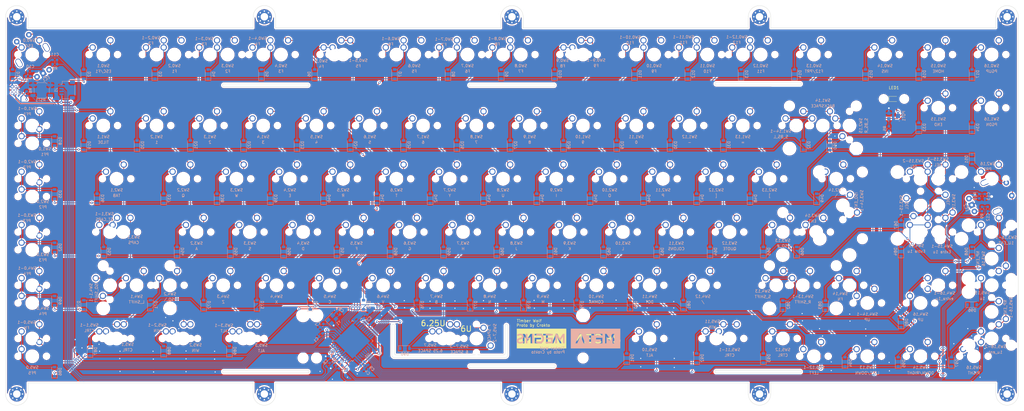
<source format=kicad_pcb>
(kicad_pcb (version 20171130) (host pcbnew "(5.1.2)-1")
  (layers (0 F.Cu signal) (31 B.Cu signal) (34 B.Paste user) (35 F.Paste user) (36 B.SilkS user) (37 F.SilkS user) (38 B.Mask user) (39 F.Mask user) (44 Edge.Cuts user))
  (net 0 "")
  (net 1 GND)
  (net 2 VCC)
  (net 3 "Net-(C6-Pad1)")
  (net 4 "Net-(C7-Pad1)")
  (net 5 "Net-(C8-Pad1)")
  (net 6 "Net-(C9-Pad1)")
  (net 7 "Net-(D1-Pad2)")
  (net 8 /r0)
  (net 9 "Net-(D2-Pad2)")
  (net 10 "Net-(D3-Pad2)")
  (net 11 "Net-(D4-Pad2)")
  (net 12 "Net-(D5-Pad2)")
  (net 13 "Net-(D6-Pad2)")
  (net 14 "Net-(D7-Pad2)")
  (net 15 "Net-(D8-Pad2)")
  (net 16 "Net-(D9-Pad2)")
  (net 17 "Net-(D10-Pad2)")
  (net 18 "Net-(D11-Pad2)")
  (net 19 "Net-(D12-Pad2)")
  (net 20 "Net-(D13-Pad2)")
  (net 21 "Net-(D14-Pad2)")
  (net 22 "Net-(D15-Pad2)")
  (net 23 "Net-(D16-Pad2)")
  (net 24 "Net-(D17-Pad2)")
  (net 25 /r1)
  (net 26 "Net-(D18-Pad2)")
  (net 27 "Net-(D19-Pad2)")
  (net 28 "Net-(D20-Pad2)")
  (net 29 "Net-(D21-Pad2)")
  (net 30 "Net-(D22-Pad2)")
  (net 31 "Net-(D23-Pad2)")
  (net 32 "Net-(D24-Pad2)")
  (net 33 "Net-(D25-Pad2)")
  (net 34 "Net-(D26-Pad2)")
  (net 35 "Net-(D27-Pad2)")
  (net 36 "Net-(D28-Pad2)")
  (net 37 "Net-(D29-Pad2)")
  (net 38 "Net-(D30-Pad2)")
  (net 39 "Net-(D31-Pad2)")
  (net 40 "Net-(D32-Pad2)")
  (net 41 "Net-(D33-Pad2)")
  (net 42 "Net-(D34-Pad2)")
  (net 43 "Net-(D35-Pad2)")
  (net 44 /r2)
  (net 45 "Net-(D36-Pad2)")
  (net 46 "Net-(D37-Pad2)")
  (net 47 "Net-(D38-Pad2)")
  (net 48 "Net-(D39-Pad2)")
  (net 49 "Net-(D40-Pad2)")
  (net 50 "Net-(D41-Pad2)")
  (net 51 "Net-(D42-Pad2)")
  (net 52 "Net-(D43-Pad2)")
  (net 53 "Net-(D44-Pad2)")
  (net 54 "Net-(D45-Pad2)")
  (net 55 "Net-(D46-Pad2)")
  (net 56 "Net-(D47-Pad2)")
  (net 57 "Net-(D48-Pad2)")
  (net 58 "Net-(D49-Pad2)")
  (net 59 "Net-(D50-Pad2)")
  (net 60 "Net-(D51-Pad2)")
  (net 61 /r3)
  (net 62 "Net-(D52-Pad2)")
  (net 63 "Net-(D53-Pad2)")
  (net 64 "Net-(D54-Pad2)")
  (net 65 "Net-(D55-Pad2)")
  (net 66 "Net-(D56-Pad2)")
  (net 67 "Net-(D57-Pad2)")
  (net 68 "Net-(D58-Pad2)")
  (net 69 "Net-(D59-Pad2)")
  (net 70 "Net-(D60-Pad2)")
  (net 71 "Net-(D61-Pad2)")
  (net 72 "Net-(D62-Pad2)")
  (net 73 "Net-(D63-Pad2)")
  (net 74 "Net-(D64-Pad2)")
  (net 75 "Net-(D65-Pad2)")
  (net 76 "Net-(D66-Pad2)")
  (net 77 "Net-(D67-Pad2)")
  (net 78 "Net-(D68-Pad2)")
  (net 79 "Net-(D69-Pad2)")
  (net 80 /r4)
  (net 81 "Net-(D70-Pad2)")
  (net 82 "Net-(D71-Pad2)")
  (net 83 "Net-(D72-Pad2)")
  (net 84 "Net-(D73-Pad2)")
  (net 85 "Net-(D74-Pad2)")
  (net 86 "Net-(D75-Pad2)")
  (net 87 "Net-(D76-Pad2)")
  (net 88 "Net-(D77-Pad2)")
  (net 89 "Net-(D78-Pad2)")
  (net 90 "Net-(D79-Pad2)")
  (net 91 "Net-(D80-Pad2)")
  (net 92 "Net-(D81-Pad2)")
  (net 93 "Net-(D82-Pad2)")
  (net 94 "Net-(D83-Pad2)")
  (net 95 "Net-(D84-Pad2)")
  (net 96 /r5)
  (net 97 "Net-(D85-Pad2)")
  (net 98 "Net-(D86-Pad2)")
  (net 99 "Net-(D87-Pad2)")
  (net 100 "Net-(D88-Pad2)")
  (net 101 "Net-(D89-Pad2)")
  (net 102 "Net-(D90-Pad2)")
  (net 103 "Net-(D91-Pad2)")
  (net 104 "Net-(D92-Pad2)")
  (net 105 "Net-(D93-Pad2)")
  (net 106 "Net-(D94-Pad2)")
  (net 107 "Net-(D95-Pad2)")
  (net 108 "Net-(EC1-PadA)")
  (net 109 "Net-(EC1-PadB)")
  (net 110 /c16)
  (net 111 /D-)
  (net 112 /D+)
  (net 113 /RES)
  (net 114 "Net-(LED1-Pad2)")
  (net 115 /rd-)
  (net 116 /rd+)
  (net 117 /c13)
  (net 118 /c8)
  (net 119 /c2)
  (net 120 /c3)
  (net 121 /c14)
  (net 122 /c9)
  (net 123 /c10)
  (net 124 /c4)
  (net 125 /c11)
  (net 126 /c7)
  (net 127 /c5)
  (net 128 /c6)
  (net 129 /c12)
  (net 130 /enc-)
  (net 131 /c15)
  (net 132 /enc+)
  (net 133 /c0)
  (net 134 /c1)
  (net 135 "Net-(POT1-Pad1)")
  (net 136 "Net-(R5-Pad2)")
  (net 137 "Net-(D96-Pad2)")
  (net 138 "Net-(EC2-PadA)")
  (net 139 "Net-(EC2-PadB)")
  (net 140 "Net-(D97-Pad2)")
  (module keebs:EC11E_offset (layer F.Cu) (at 352.425 60.325 23)
    (fp_text reference EC2 (at -9.952763 0.093585 293) (layer B.SilkS) (effects (justify mirror)))
    (fp_text value EC11E)
    (pad "" np_thru_hole circle (at 0 0 23) (size 1 1) (drill 1) (layers *.Cu *.Mask))
    (pad S1 thru_hole circle (at 6.75 2.5 23) (size 2 2) (drill 1) (layers *.Cu B.Mask) (net 110 /c16))
    (pad S2 thru_hole circle (at 6.75 -2.5 23) (size 2 2) (drill 1) (layers *.Cu B.Mask) (net 60 "Net-(D51-Pad2)"))
    (pad MP thru_hole roundrect (at -0.25 5.6 23) (size 3.2 2) (drill oval 2.8 1.5) (layers *.Cu B.Mask) (roundrect_rratio 0.5))
    (pad MP thru_hole roundrect (at -0.25 -5.6 23) (size 3.2 2) (drill oval 2.8 1.5) (layers *.Cu B.Mask) (roundrect_rratio 0.5))
    (pad B thru_hole circle (at -7.75 2.5 23) (size 2 2) (drill 1) (layers *.Cu B.Mask) (net 139 "Net-(EC2-PadB)"))
    (pad C thru_hole rect (at -7.75 0 23) (size 2 2) (drill 1) (layers *.Cu B.Mask) (net 1 GND))
    (pad A thru_hole circle (at -7.75 -2.5 23) (size 2 2) (drill 1) (layers *.Cu B.Mask) (net 138 "Net-(EC2-PadA)"))
  )
  (module Diode_SMD:D_SOD-123 (layer B.Cu) (at 338.075 119.475 90)
    (fp_text reference D97 (at -0.425 1.925 90) (layer B.SilkS) (effects (justify mirror)))
    (fp_text value D)
    (pad 1 smd rect (at -1.65 0 90) (size 0.9 1.2) (layers B.Cu B.Paste B.Mask) (net 96 /r5))
    (pad 2 smd rect (at 1.65 0 90) (size 0.9 1.2) (layers B.Cu B.Paste B.Mask) (net 140 "Net-(D97-Pad2)"))
  )
  (module Diode_SMD:D_SOD-123 (layer B.Cu) (at 319.025 119.475 90)
    (fp_text reference D95 (at -0.625 2 90) (layer B.SilkS) (effects (justify mirror)))
    (fp_text value D)
    (pad 1 smd rect (at -1.65 0 90) (size 0.9 1.2) (layers B.Cu B.Paste B.Mask) (net 96 /r5))
    (pad 2 smd rect (at 1.65 0 90) (size 0.9 1.2) (layers B.Cu B.Paste B.Mask) (net 107 "Net-(D95-Pad2)"))
  )
  (module Diode_SMD:D_SOD-123 (layer B.Cu) (at 299.975 119.475 90)
    (fp_text reference D94 (at -0.425 2.025 90) (layer B.SilkS) (effects (justify mirror)))
    (fp_text value D)
    (pad 2 smd rect (at 1.65 0 90) (size 0.9 1.2) (layers B.Cu B.Paste B.Mask) (net 106 "Net-(D94-Pad2)"))
    (pad 1 smd rect (at -1.65 0 90) (size 0.9 1.2) (layers B.Cu B.Paste B.Mask) (net 96 /r5))
  )
  (module Diode_SMD:D_SOD-123 (layer B.Cu) (at 270.8125 118.125 90)
    (fp_text reference D93 (at 0 2 90) (layer B.SilkS) (effects (justify mirror)))
    (fp_text value D)
    (pad 1 smd rect (at -1.65 0 90) (size 0.9 1.2) (layers B.Cu B.Paste B.Mask) (net 96 /r5))
    (pad 2 smd rect (at 1.65 0 90) (size 0.9 1.2) (layers B.Cu B.Paste B.Mask) (net 105 "Net-(D93-Pad2)"))
  )
  (module Diode_SMD:D_SOD-123 (layer B.Cu) (at 247 118.125 90)
    (fp_text reference D92 (at 0 2 90) (layer B.SilkS) (effects (justify mirror)))
    (fp_text value D)
    (pad 1 smd rect (at -1.65 0 90) (size 0.9 1.2) (layers B.Cu B.Paste B.Mask) (net 96 /r5))
    (pad 2 smd rect (at 1.65 0 90) (size 0.9 1.2) (layers B.Cu B.Paste B.Mask) (net 104 "Net-(D92-Pad2)"))
  )
  (module Diode_SMD:D_SOD-123 (layer B.Cu) (at 222 118.125 90)
    (fp_text reference D91 (at 0 2 90) (layer B.SilkS) (effects (justify mirror)))
    (fp_text value D)
    (pad 1 smd rect (at -1.65 0 90) (size 0.9 1.2) (layers B.Cu B.Paste B.Mask) (net 96 /r5))
    (pad 2 smd rect (at 1.65 0 90) (size 0.9 1.2) (layers B.Cu B.Paste B.Mask) (net 103 "Net-(D91-Pad2)"))
  )
  (module Diode_SMD:D_SOD-123 (layer B.Cu) (at 142.7 114.7)
    (fp_text reference D90 (at 0 2) (layer B.SilkS) (effects (justify mirror)))
    (fp_text value D)
    (pad 2 smd rect (at 1.65 0) (size 0.9 1.2) (layers B.Cu B.Paste B.Mask) (net 102 "Net-(D90-Pad2)"))
    (pad 1 smd rect (at -1.65 0) (size 0.9 1.2) (layers B.Cu B.Paste B.Mask) (net 96 /r5))
  )
  (module Diode_SMD:D_SOD-123 (layer B.Cu) (at 80 115.5 90)
    (fp_text reference D89 (at 0 2 90) (layer B.SilkS) (effects (justify mirror)))
    (fp_text value D)
    (pad 2 smd rect (at 1.65 0 90) (size 0.9 1.2) (layers B.Cu B.Paste B.Mask) (net 101 "Net-(D89-Pad2)"))
    (pad 1 smd rect (at -1.65 0 90) (size 0.9 1.2) (layers B.Cu B.Paste B.Mask) (net 96 /r5))
  )
  (module Diode_SMD:D_SOD-123 (layer B.Cu) (at 56.5 115.5 90)
    (fp_text reference D88 (at 0 2 90) (layer B.SilkS) (effects (justify mirror)))
    (fp_text value D)
    (pad 1 smd rect (at -1.65 0 90) (size 0.9 1.2) (layers B.Cu B.Paste B.Mask) (net 96 /r5))
    (pad 2 smd rect (at 1.65 0 90) (size 0.9 1.2) (layers B.Cu B.Paste B.Mask) (net 100 "Net-(D88-Pad2)"))
  )
  (module Diode_SMD:D_SOD-123 (layer B.Cu) (at 30.1875 115.625 90)
    (fp_text reference D87 (at 0 2 90) (layer B.SilkS) (effects (justify mirror)))
    (fp_text value D)
    (pad 1 smd rect (at -1.65 0 90) (size 0.9 1.2) (layers B.Cu B.Paste B.Mask) (net 96 /r5))
    (pad 2 smd rect (at 1.65 0 90) (size 0.9 1.2) (layers B.Cu B.Paste B.Mask) (net 99 "Net-(D87-Pad2)"))
  )
  (module Diode_SMD:D_SOD-123 (layer B.Cu) (at 17.5 123 90)
    (fp_text reference D86 (at 0 2 90) (layer B.SilkS) (effects (justify mirror)))
    (fp_text value D)
    (pad 1 smd rect (at -1.65 0 90) (size 0.9 1.2) (layers B.Cu B.Paste B.Mask) (net 96 /r5))
    (pad 2 smd rect (at 1.65 0 90) (size 0.9 1.2) (layers B.Cu B.Paste B.Mask) (net 98 "Net-(D86-Pad2)"))
  )
  (module Diode_SMD:D_SOD-123 (layer B.Cu) (at 320.025 105.425 90)
    (fp_text reference D85 (at 0 2 90) (layer B.SilkS) (effects (justify mirror)))
    (fp_text value D)
    (pad 2 smd rect (at 1.65 0 90) (size 0.9 1.2) (layers B.Cu B.Paste B.Mask) (net 97 "Net-(D85-Pad2)"))
    (pad 1 smd rect (at -1.65 0 90) (size 0.9 1.2) (layers B.Cu B.Paste B.Mask) (net 80 /r4))
  )
  (module Diode_SMD:D_SOD-123 (layer B.Cu) (at 320.025 80.025 90)
    (fp_text reference D84 (at 0 -1.925 90) (layer B.SilkS) (effects (justify mirror)))
    (fp_text value D)
    (pad 2 smd rect (at 1.65 0 90) (size 0.9 1.2) (layers B.Cu B.Paste B.Mask) (net 95 "Net-(D84-Pad2)"))
    (pad 1 smd rect (at -1.65 0 90) (size 0.9 1.2) (layers B.Cu B.Paste B.Mask) (net 80 /r4))
  )
  (module Diode_SMD:D_SOD-123 (layer B.Cu) (at 293 99.21875 90)
    (fp_text reference D83 (at 0.01875 -1.9 90) (layer B.SilkS) (effects (justify mirror)))
    (fp_text value D)
    (pad 2 smd rect (at 1.65 0 90) (size 0.9 1.2) (layers B.Cu B.Paste B.Mask) (net 94 "Net-(D83-Pad2)"))
    (pad 1 smd rect (at -1.65 0 90) (size 0.9 1.2) (layers B.Cu B.Paste B.Mask) (net 80 /r4))
  )
  (module Diode_SMD:D_SOD-123 (layer B.Cu) (at 277.8125 99.21875 90)
    (fp_text reference D82 (at 0 2 90) (layer B.SilkS) (effects (justify mirror)))
    (fp_text value D)
    (pad 2 smd rect (at 1.65 0 90) (size 0.9 1.2) (layers B.Cu B.Paste B.Mask) (net 93 "Net-(D82-Pad2)"))
    (pad 1 smd rect (at -1.65 0 90) (size 0.9 1.2) (layers B.Cu B.Paste B.Mask) (net 80 /r4))
  )
  (module Diode_SMD:D_SOD-123 (layer B.Cu) (at 242.2375 99.075 90)
    (fp_text reference D81 (at 0 2 90) (layer B.SilkS) (effects (justify mirror)))
    (fp_text value D)
    (pad 2 smd rect (at 1.65 0 90) (size 0.9 1.2) (layers B.Cu B.Paste B.Mask) (net 92 "Net-(D81-Pad2)"))
    (pad 1 smd rect (at -1.65 0 90) (size 0.9 1.2) (layers B.Cu B.Paste B.Mask) (net 80 /r4))
  )
  (module Diode_SMD:D_SOD-123 (layer B.Cu) (at 223.1875 99.075 90)
    (fp_text reference D80 (at 0 2 90) (layer B.SilkS) (effects (justify mirror)))
    (fp_text value D)
    (pad 2 smd rect (at 1.65 0 90) (size 0.9 1.2) (layers B.Cu B.Paste B.Mask) (net 91 "Net-(D80-Pad2)"))
    (pad 1 smd rect (at -1.65 0 90) (size 0.9 1.2) (layers B.Cu B.Paste B.Mask) (net 80 /r4))
  )
  (module Diode_SMD:D_SOD-123 (layer B.Cu) (at 204.1375 99.075 90)
    (fp_text reference D79 (at 0 2 90) (layer B.SilkS) (effects (justify mirror)))
    (fp_text value D)
    (pad 2 smd rect (at 1.65 0 90) (size 0.9 1.2) (layers B.Cu B.Paste B.Mask) (net 90 "Net-(D79-Pad2)"))
    (pad 1 smd rect (at -1.65 0 90) (size 0.9 1.2) (layers B.Cu B.Paste B.Mask) (net 80 /r4))
  )
  (module Diode_SMD:D_SOD-123 (layer B.Cu) (at 185.0875 99.075 90)
    (fp_text reference D78 (at 0 2 90) (layer B.SilkS) (effects (justify mirror)))
    (fp_text value D)
    (pad 1 smd rect (at -1.65 0 90) (size 0.9 1.2) (layers B.Cu B.Paste B.Mask) (net 80 /r4))
    (pad 2 smd rect (at 1.65 0 90) (size 0.9 1.2) (layers B.Cu B.Paste B.Mask) (net 89 "Net-(D78-Pad2)"))
  )
  (module Diode_SMD:D_SOD-123 (layer B.Cu) (at 166.0375 99.075 90)
    (fp_text reference D77 (at 0 2 90) (layer B.SilkS) (effects (justify mirror)))
    (fp_text value D)
    (pad 1 smd rect (at -1.65 0 90) (size 0.9 1.2) (layers B.Cu B.Paste B.Mask) (net 80 /r4))
    (pad 2 smd rect (at 1.65 0 90) (size 0.9 1.2) (layers B.Cu B.Paste B.Mask) (net 88 "Net-(D77-Pad2)"))
  )
  (module Diode_SMD:D_SOD-123 (layer B.Cu) (at 146.9875 99.075 90)
    (fp_text reference D76 (at 0 2 90) (layer B.SilkS) (effects (justify mirror)))
    (fp_text value D)
    (pad 2 smd rect (at 1.65 0 90) (size 0.9 1.2) (layers B.Cu B.Paste B.Mask) (net 87 "Net-(D76-Pad2)"))
    (pad 1 smd rect (at -1.65 0 90) (size 0.9 1.2) (layers B.Cu B.Paste B.Mask) (net 80 /r4))
  )
  (module Diode_SMD:D_SOD-123 (layer B.Cu) (at 127.9375 99.075 90)
    (fp_text reference D75 (at 0 2 90) (layer B.SilkS) (effects (justify mirror)))
    (fp_text value D)
    (pad 2 smd rect (at 1.65 0 90) (size 0.9 1.2) (layers B.Cu B.Paste B.Mask) (net 86 "Net-(D75-Pad2)"))
    (pad 1 smd rect (at -1.65 0 90) (size 0.9 1.2) (layers B.Cu B.Paste B.Mask) (net 80 /r4))
  )
  (module Diode_SMD:D_SOD-123 (layer B.Cu) (at 108.8875 99.075 90)
    (fp_text reference D74 (at 0 2 90) (layer B.SilkS) (effects (justify mirror)))
    (fp_text value D)
    (pad 2 smd rect (at 1.65 0 90) (size 0.9 1.2) (layers B.Cu B.Paste B.Mask) (net 85 "Net-(D74-Pad2)"))
    (pad 1 smd rect (at -1.65 0 90) (size 0.9 1.2) (layers B.Cu B.Paste B.Mask) (net 80 /r4))
  )
  (module Diode_SMD:D_SOD-123 (layer B.Cu) (at 89.8375 99.075 90)
    (fp_text reference D73 (at 0 2 90) (layer B.SilkS) (effects (justify mirror)))
    (fp_text value D)
    (pad 1 smd rect (at -1.65 0 90) (size 0.9 1.2) (layers B.Cu B.Paste B.Mask) (net 80 /r4))
    (pad 2 smd rect (at 1.65 0 90) (size 0.9 1.2) (layers B.Cu B.Paste B.Mask) (net 84 "Net-(D73-Pad2)"))
  )
  (module Diode_SMD:D_SOD-123 (layer B.Cu) (at 70.7875 99.075 90)
    (fp_text reference D72 (at 0 2 90) (layer B.SilkS) (effects (justify mirror)))
    (fp_text value D)
    (pad 2 smd rect (at 1.65 0 90) (size 0.9 1.2) (layers B.Cu B.Paste B.Mask) (net 83 "Net-(D72-Pad2)"))
    (pad 1 smd rect (at -1.65 0 90) (size 0.9 1.2) (layers B.Cu B.Paste B.Mask) (net 80 /r4))
  )
  (module Diode_SMD:D_SOD-123 (layer B.Cu) (at 51.7375 99.075 90)
    (fp_text reference D71 (at 0 2 90) (layer B.SilkS) (effects (justify mirror)))
    (fp_text value D)
    (pad 1 smd rect (at -1.65 0 90) (size 0.9 1.2) (layers B.Cu B.Paste B.Mask) (net 80 /r4))
    (pad 2 smd rect (at 1.65 0 90) (size 0.9 1.2) (layers B.Cu B.Paste B.Mask) (net 82 "Net-(D71-Pad2)"))
  )
  (module Diode_SMD:D_SOD-123 (layer B.Cu) (at 27.925 99.075 90)
    (fp_text reference D70 (at 0 -1.825 90) (layer B.SilkS) (effects (justify mirror)))
    (fp_text value D)
    (pad 2 smd rect (at 1.65 0 90) (size 0.9 1.2) (layers B.Cu B.Paste B.Mask) (net 81 "Net-(D70-Pad2)"))
    (pad 1 smd rect (at -1.65 0 90) (size 0.9 1.2) (layers B.Cu B.Paste B.Mask) (net 80 /r4))
  )
  (module Diode_SMD:D_SOD-123 (layer B.Cu) (at 17.525 97.575 90)
    (fp_text reference D69 (at 0 2 90) (layer B.SilkS) (effects (justify mirror)))
    (fp_text value D)
    (pad 1 smd rect (at -1.65 0 90) (size 0.9 1.2) (layers B.Cu B.Paste B.Mask) (net 80 /r4))
    (pad 2 smd rect (at 1.65 0 90) (size 0.9 1.2) (layers B.Cu B.Paste B.Mask) (net 79 "Net-(D69-Pad2)"))
  )
  (module Diode_SMD:D_SOD-123 (layer B.Cu) (at 345.425 80 90)
    (fp_text reference D68 (at 0 -2.025 90) (layer B.SilkS) (effects (justify mirror)))
    (fp_text value D)
    (pad 1 smd rect (at -1.65 0 90) (size 0.9 1.2) (layers B.Cu B.Paste B.Mask) (net 61 /r3))
    (pad 2 smd rect (at 1.65 0 90) (size 0.9 1.2) (layers B.Cu B.Paste B.Mask) (net 78 "Net-(D68-Pad2)"))
  )
  (module Diode_SMD:D_SOD-123 (layer B.Cu) (at 320.025 70.5 90)
    (fp_text reference D67 (at 0 -1.825 90) (layer B.SilkS) (effects (justify mirror)))
    (fp_text value D)
    (pad 1 smd rect (at -1.65 0 90) (size 0.9 1.2) (layers B.Cu B.Paste B.Mask) (net 61 /r3))
    (pad 2 smd rect (at 1.65 0 90) (size 0.9 1.2) (layers B.Cu B.Paste B.Mask) (net 77 "Net-(D67-Pad2)"))
  )
  (module Diode_SMD:D_SOD-123 (layer B.Cu) (at 282.71875 80.025 90)
    (fp_text reference D66 (at 0 2 90) (layer B.SilkS) (effects (justify mirror)))
    (fp_text value D)
    (pad 2 smd rect (at 1.65 0 90) (size 0.9 1.2) (layers B.Cu B.Paste B.Mask) (net 76 "Net-(D66-Pad2)"))
    (pad 1 smd rect (at -1.65 0 90) (size 0.9 1.2) (layers B.Cu B.Paste B.Mask) (net 61 /r3))
  )
  (module Diode_SMD:D_SOD-123 (layer B.Cu) (at 270.8125 80.025 90)
    (fp_text reference D65 (at 0 2 90) (layer B.SilkS) (effects (justify mirror)))
    (fp_text value D)
    (pad 2 smd rect (at 1.65 0 90) (size 0.9 1.2) (layers B.Cu B.Paste B.Mask) (net 75 "Net-(D65-Pad2)"))
    (pad 1 smd rect (at -1.65 0 90) (size 0.9 1.2) (layers B.Cu B.Paste B.Mask) (net 61 /r3))
  )
  (module Diode_SMD:D_SOD-123 (layer B.Cu) (at 251.7625 80.025 90)
    (fp_text reference D64 (at 0 2 90) (layer B.SilkS) (effects (justify mirror)))
    (fp_text value D)
    (pad 1 smd rect (at -1.65 0 90) (size 0.9 1.2) (layers B.Cu B.Paste B.Mask) (net 61 /r3))
    (pad 2 smd rect (at 1.65 0 90) (size 0.9 1.2) (layers B.Cu B.Paste B.Mask) (net 74 "Net-(D64-Pad2)"))
  )
  (module Diode_SMD:D_SOD-123 (layer B.Cu) (at 232.7125 80.025 90)
    (fp_text reference D63 (at 0 2 90) (layer B.SilkS) (effects (justify mirror)))
    (fp_text value D)
    (pad 1 smd rect (at -1.65 0 90) (size 0.9 1.2) (layers B.Cu B.Paste B.Mask) (net 61 /r3))
    (pad 2 smd rect (at 1.65 0 90) (size 0.9 1.2) (layers B.Cu B.Paste B.Mask) (net 73 "Net-(D63-Pad2)"))
  )
  (module Diode_SMD:D_SOD-123 (layer B.Cu) (at 213.6625 80.025 90)
    (fp_text reference D62 (at 0 2 90) (layer B.SilkS) (effects (justify mirror)))
    (fp_text value D)
    (pad 1 smd rect (at -1.65 0 90) (size 0.9 1.2) (layers B.Cu B.Paste B.Mask) (net 61 /r3))
    (pad 2 smd rect (at 1.65 0 90) (size 0.9 1.2) (layers B.Cu B.Paste B.Mask) (net 72 "Net-(D62-Pad2)"))
  )
  (module Diode_SMD:D_SOD-123 (layer B.Cu) (at 194.6125 80.025 90)
    (fp_text reference D61 (at 0 2 90) (layer B.SilkS) (effects (justify mirror)))
    (fp_text value D)
    (pad 2 smd rect (at 1.65 0 90) (size 0.9 1.2) (layers B.Cu B.Paste B.Mask) (net 71 "Net-(D61-Pad2)"))
    (pad 1 smd rect (at -1.65 0 90) (size 0.9 1.2) (layers B.Cu B.Paste B.Mask) (net 61 /r3))
  )
  (module Diode_SMD:D_SOD-123 (layer B.Cu) (at 175.5625 80.025 90)
    (fp_text reference D60 (at 0 2 90) (layer B.SilkS) (effects (justify mirror)))
    (fp_text value D)
    (pad 1 smd rect (at -1.65 0 90) (size 0.9 1.2) (layers B.Cu B.Paste B.Mask) (net 61 /r3))
    (pad 2 smd rect (at 1.65 0 90) (size 0.9 1.2) (layers B.Cu B.Paste B.Mask) (net 70 "Net-(D60-Pad2)"))
  )
  (module Diode_SMD:D_SOD-123 (layer B.Cu) (at 156.5125 80.025 90)
    (fp_text reference D59 (at 0 2 90) (layer B.SilkS) (effects (justify mirror)))
    (fp_text value D)
    (pad 2 smd rect (at 1.65 0 90) (size 0.9 1.2) (layers B.Cu B.Paste B.Mask) (net 69 "Net-(D59-Pad2)"))
    (pad 1 smd rect (at -1.65 0 90) (size 0.9 1.2) (layers B.Cu B.Paste B.Mask) (net 61 /r3))
  )
  (module Diode_SMD:D_SOD-123 (layer B.Cu) (at 137.4625 80.025 90)
    (fp_text reference D58 (at 0 2 90) (layer B.SilkS) (effects (justify mirror)))
    (fp_text value D)
    (pad 1 smd rect (at -1.65 0 90) (size 0.9 1.2) (layers B.Cu B.Paste B.Mask) (net 61 /r3))
    (pad 2 smd rect (at 1.65 0 90) (size 0.9 1.2) (layers B.Cu B.Paste B.Mask) (net 68 "Net-(D58-Pad2)"))
  )
  (module Diode_SMD:D_SOD-123 (layer B.Cu) (at 118.4125 80.025 90)
    (fp_text reference D57 (at 0 2 90) (layer B.SilkS) (effects (justify mirror)))
    (fp_text value D)
    (pad 1 smd rect (at -1.65 0 90) (size 0.9 1.2) (layers B.Cu B.Paste B.Mask) (net 61 /r3))
    (pad 2 smd rect (at 1.65 0 90) (size 0.9 1.2) (layers B.Cu B.Paste B.Mask) (net 67 "Net-(D57-Pad2)"))
  )
  (module Diode_SMD:D_SOD-123 (layer B.Cu) (at 99.3625 80.025 90)
    (fp_text reference D56 (at 0 2 90) (layer B.SilkS) (effects (justify mirror)))
    (fp_text value D)
    (pad 2 smd rect (at 1.65 0 90) (size 0.9 1.2) (layers B.Cu B.Paste B.Mask) (net 66 "Net-(D56-Pad2)"))
    (pad 1 smd rect (at -1.65 0 90) (size 0.9 1.2) (layers B.Cu B.Paste B.Mask) (net 61 /r3))
  )
  (module Diode_SMD:D_SOD-123 (layer B.Cu) (at 80.3125 80.025 90)
    (fp_text reference D55 (at 0 2 90) (layer B.SilkS) (effects (justify mirror)))
    (fp_text value D)
    (pad 1 smd rect (at -1.65 0 90) (size 0.9 1.2) (layers B.Cu B.Paste B.Mask) (net 61 /r3))
    (pad 2 smd rect (at 1.65 0 90) (size 0.9 1.2) (layers B.Cu B.Paste B.Mask) (net 65 "Net-(D55-Pad2)"))
  )
  (module Diode_SMD:D_SOD-123 (layer B.Cu) (at 61.2625 80.025 90)
    (fp_text reference D54 (at 0 2 90) (layer B.SilkS) (effects (justify mirror)))
    (fp_text value D)
    (pad 1 smd rect (at -1.65 0 90) (size 0.9 1.2) (layers B.Cu B.Paste B.Mask) (net 61 /r3))
    (pad 2 smd rect (at 1.65 0 90) (size 0.9 1.2) (layers B.Cu B.Paste B.Mask) (net 64 "Net-(D54-Pad2)"))
  )
  (module Diode_SMD:D_SOD-123 (layer B.Cu) (at 35.06875 80.025 90)
    (fp_text reference D53 (at 0 2 90) (layer B.SilkS) (effects (justify mirror)))
    (fp_text value D)
    (pad 1 smd rect (at -1.65 0 90) (size 0.9 1.2) (layers B.Cu B.Paste B.Mask) (net 61 /r3))
    (pad 2 smd rect (at 1.65 0 90) (size 0.9 1.2) (layers B.Cu B.Paste B.Mask) (net 63 "Net-(D53-Pad2)"))
  )
  (module Diode_SMD:D_SOD-123 (layer B.Cu) (at 17.525 78.525 90)
    (fp_text reference D52 (at 0 2 90) (layer B.SilkS) (effects (justify mirror)))
    (fp_text value D)
    (pad 2 smd rect (at 1.65 0 90) (size 0.9 1.2) (layers B.Cu B.Paste B.Mask) (net 62 "Net-(D52-Pad2)"))
    (pad 1 smd rect (at -1.65 0 90) (size 0.9 1.2) (layers B.Cu B.Paste B.Mask) (net 61 /r3))
  )
  (module Diode_SMD:D_SOD-123 (layer B.Cu) (at 345.425 47 270)
    (fp_text reference D51 (at 0 2 90) (layer B.SilkS) (effects (justify mirror)))
    (fp_text value D)
    (pad 1 smd rect (at -1.65 0 270) (size 0.9 1.2) (layers B.Cu B.Paste B.Mask) (net 44 /r2))
    (pad 2 smd rect (at 1.65 0 270) (size 0.9 1.2) (layers B.Cu B.Paste B.Mask) (net 60 "Net-(D51-Pad2)"))
  )
  (module Diode_SMD:D_SOD-123 (layer B.Cu) (at 294.48125 42.06875 90)
    (fp_text reference D50 (at 0 2 90) (layer B.SilkS) (effects (justify mirror)))
    (fp_text value D)
    (pad 1 smd rect (at -1.65 0 90) (size 0.9 1.2) (layers B.Cu B.Paste B.Mask) (net 44 /r2))
    (pad 2 smd rect (at 1.65 0 90) (size 0.9 1.2) (layers B.Cu B.Paste B.Mask) (net 59 "Net-(D50-Pad2)"))
  )
  (module Diode_SMD:D_SOD-123 (layer B.Cu) (at 289.8625 60.975 90)
    (fp_text reference D49 (at 0 2 90) (layer B.SilkS) (effects (justify mirror)))
    (fp_text value D)
    (pad 1 smd rect (at -1.65 0 90) (size 0.9 1.2) (layers B.Cu B.Paste B.Mask) (net 44 /r2))
    (pad 2 smd rect (at 1.65 0 90) (size 0.9 1.2) (layers B.Cu B.Paste B.Mask) (net 58 "Net-(D49-Pad2)"))
  )
  (module Diode_SMD:D_SOD-123 (layer B.Cu) (at 266.05 60.975 90)
    (fp_text reference D48 (at 0 2 90) (layer B.SilkS) (effects (justify mirror)))
    (fp_text value D)
    (pad 2 smd rect (at 1.65 0 90) (size 0.9 1.2) (layers B.Cu B.Paste B.Mask) (net 57 "Net-(D48-Pad2)"))
    (pad 1 smd rect (at -1.65 0 90) (size 0.9 1.2) (layers B.Cu B.Paste B.Mask) (net 44 /r2))
  )
  (module Diode_SMD:D_SOD-123 (layer B.Cu) (at 247 60.975 90)
    (fp_text reference D47 (at 0 2 90) (layer B.SilkS) (effects (justify mirror)))
    (fp_text value D)
    (pad 1 smd rect (at -1.65 0 90) (size 0.9 1.2) (layers B.Cu B.Paste B.Mask) (net 44 /r2))
    (pad 2 smd rect (at 1.65 0 90) (size 0.9 1.2) (layers B.Cu B.Paste B.Mask) (net 56 "Net-(D47-Pad2)"))
  )
  (module Diode_SMD:D_SOD-123 (layer B.Cu) (at 227.95 60.975 90)
    (fp_text reference D46 (at 0 2 90) (layer B.SilkS) (effects (justify mirror)))
    (fp_text value D)
    (pad 2 smd rect (at 1.65 0 90) (size 0.9 1.2) (layers B.Cu B.Paste B.Mask) (net 55 "Net-(D46-Pad2)"))
    (pad 1 smd rect (at -1.65 0 90) (size 0.9 1.2) (layers B.Cu B.Paste B.Mask) (net 44 /r2))
  )
  (module Diode_SMD:D_SOD-123 (layer B.Cu) (at 208.9 60.975 90)
    (fp_text reference D45 (at 0 2 90) (layer B.SilkS) (effects (justify mirror)))
    (fp_text value D)
    (pad 2 smd rect (at 1.65 0 90) (size 0.9 1.2) (layers B.Cu B.Paste B.Mask) (net 54 "Net-(D45-Pad2)"))
    (pad 1 smd rect (at -1.65 0 90) (size 0.9 1.2) (layers B.Cu B.Paste B.Mask) (net 44 /r2))
  )
  (module Diode_SMD:D_SOD-123 (layer B.Cu) (at 189.85 60.975 90)
    (fp_text reference D44 (at 0 2 90) (layer B.SilkS) (effects (justify mirror)))
    (fp_text value D)
    (pad 2 smd rect (at 1.65 0 90) (size 0.9 1.2) (layers B.Cu B.Paste B.Mask) (net 53 "Net-(D44-Pad2)"))
    (pad 1 smd rect (at -1.65 0 90) (size 0.9 1.2) (layers B.Cu B.Paste B.Mask) (net 44 /r2))
  )
  (module Diode_SMD:D_SOD-123 (layer B.Cu) (at 170.8 60.975 90)
    (fp_text reference D43 (at 0 2 90) (layer B.SilkS) (effects (justify mirror)))
    (fp_text value D)
    (pad 1 smd rect (at -1.65 0 90) (size 0.9 1.2) (layers B.Cu B.Paste B.Mask) (net 44 /r2))
    (pad 2 smd rect (at 1.65 0 90) (size 0.9 1.2) (layers B.Cu B.Paste B.Mask) (net 52 "Net-(D43-Pad2)"))
  )
  (module Diode_SMD:D_SOD-123 (layer B.Cu) (at 151.75 60.975 90)
    (fp_text reference D42 (at 0 2 90) (layer B.SilkS) (effects (justify mirror)))
    (fp_text value D)
    (pad 2 smd rect (at 1.65 0 90) (size 0.9 1.2) (layers B.Cu B.Paste B.Mask) (net 51 "Net-(D42-Pad2)"))
    (pad 1 smd rect (at -1.65 0 90) (size 0.9 1.2) (layers B.Cu B.Paste B.Mask) (net 44 /r2))
  )
  (module Diode_SMD:D_SOD-123 (layer B.Cu) (at 132.7 60.975 90)
    (fp_text reference D41 (at 0 2 90) (layer B.SilkS) (effects (justify mirror)))
    (fp_text value D)
    (pad 2 smd rect (at 1.65 0 90) (size 0.9 1.2) (layers B.Cu B.Paste B.Mask) (net 50 "Net-(D41-Pad2)"))
    (pad 1 smd rect (at -1.65 0 90) (size 0.9 1.2) (layers B.Cu B.Paste B.Mask) (net 44 /r2))
  )
  (module Diode_SMD:D_SOD-123 (layer B.Cu) (at 113.65 60.975 90)
    (fp_text reference D40 (at 0 2 90) (layer B.SilkS) (effects (justify mirror)))
    (fp_text value D)
    (pad 1 smd rect (at -1.65 0 90) (size 0.9 1.2) (layers B.Cu B.Paste B.Mask) (net 44 /r2))
    (pad 2 smd rect (at 1.65 0 90) (size 0.9 1.2) (layers B.Cu B.Paste B.Mask) (net 49 "Net-(D40-Pad2)"))
  )
  (module Diode_SMD:D_SOD-123 (layer B.Cu) (at 94.6 60.975 90)
    (fp_text reference D39 (at 0 2 90) (layer B.SilkS) (effects (justify mirror)))
    (fp_text value D)
    (pad 2 smd rect (at 1.65 0 90) (size 0.9 1.2) (layers B.Cu B.Paste B.Mask) (net 48 "Net-(D39-Pad2)"))
    (pad 1 smd rect (at -1.65 0 90) (size 0.9 1.2) (layers B.Cu B.Paste B.Mask) (net 44 /r2))
  )
  (module Diode_SMD:D_SOD-123 (layer B.Cu) (at 75.55 60.975 90)
    (fp_text reference D38 (at 0 2 90) (layer B.SilkS) (effects (justify mirror)))
    (fp_text value D)
    (pad 1 smd rect (at -1.65 0 90) (size 0.9 1.2) (layers B.Cu B.Paste B.Mask) (net 44 /r2))
    (pad 2 smd rect (at 1.65 0 90) (size 0.9 1.2) (layers B.Cu B.Paste B.Mask) (net 47 "Net-(D38-Pad2)"))
  )
  (module Diode_SMD:D_SOD-123 (layer B.Cu) (at 56.5 60.975 90)
    (fp_text reference D37 (at 0 2 90) (layer B.SilkS) (effects (justify mirror)))
    (fp_text value D)
    (pad 1 smd rect (at -1.65 0 90) (size 0.9 1.2) (layers B.Cu B.Paste B.Mask) (net 44 /r2))
    (pad 2 smd rect (at 1.65 0 90) (size 0.9 1.2) (layers B.Cu B.Paste B.Mask) (net 46 "Net-(D37-Pad2)"))
  )
  (module Diode_SMD:D_SOD-123 (layer B.Cu) (at 32.6875 60.975 90)
    (fp_text reference D36 (at 0 2 90) (layer B.SilkS) (effects (justify mirror)))
    (fp_text value D)
    (pad 2 smd rect (at 1.65 0 90) (size 0.9 1.2) (layers B.Cu B.Paste B.Mask) (net 45 "Net-(D36-Pad2)"))
    (pad 1 smd rect (at -1.65 0 90) (size 0.9 1.2) (layers B.Cu B.Paste B.Mask) (net 44 /r2))
  )
  (module Diode_SMD:D_SOD-123 (layer B.Cu) (at 17.525 59.475 90)
    (fp_text reference D35 (at 0 2 90) (layer B.SilkS) (effects (justify mirror)))
    (fp_text value D)
    (pad 2 smd rect (at 1.65 0 90) (size 0.9 1.2) (layers B.Cu B.Paste B.Mask) (net 43 "Net-(D35-Pad2)"))
    (pad 1 smd rect (at -1.65 0 90) (size 0.9 1.2) (layers B.Cu B.Paste B.Mask) (net 44 /r2))
  )
  (module Diode_SMD:D_SOD-123 (layer B.Cu) (at 345.425 35.575 90)
    (fp_text reference D34 (at 0 2 90) (layer B.SilkS) (effects (justify mirror)))
    (fp_text value D)
    (pad 1 smd rect (at -1.65 0 90) (size 0.9 1.2) (layers B.Cu B.Paste B.Mask) (net 25 /r1))
    (pad 2 smd rect (at 1.65 0 90) (size 0.9 1.2) (layers B.Cu B.Paste B.Mask) (net 42 "Net-(D34-Pad2)"))
  )
  (module Diode_SMD:D_SOD-123 (layer B.Cu) (at 326.375 35.575 90)
    (fp_text reference D33 (at 0 2 90) (layer B.SilkS) (effects (justify mirror)))
    (fp_text value D)
    (pad 1 smd rect (at -1.65 0 90) (size 0.9 1.2) (layers B.Cu B.Paste B.Mask) (net 25 /r1))
    (pad 2 smd rect (at 1.65 0 90) (size 0.9 1.2) (layers B.Cu B.Paste B.Mask) (net 41 "Net-(D33-Pad2)"))
  )
  (module Diode_SMD:D_SOD-123 (layer B.Cu) (at 285.1 41.925 90)
    (fp_text reference D32 (at 0 2 90) (layer B.SilkS) (effects (justify mirror)))
    (fp_text value D)
    (pad 1 smd rect (at -1.65 0 90) (size 0.9 1.2) (layers B.Cu B.Paste B.Mask) (net 25 /r1))
    (pad 2 smd rect (at 1.65 0 90) (size 0.9 1.2) (layers B.Cu B.Paste B.Mask) (net 40 "Net-(D32-Pad2)"))
  )
  (module Diode_SMD:D_SOD-123 (layer B.Cu) (at 256.525 41.925 90)
    (fp_text reference D31 (at 0 2 90) (layer B.SilkS) (effects (justify mirror)))
    (fp_text value D)
    (pad 2 smd rect (at 1.65 0 90) (size 0.9 1.2) (layers B.Cu B.Paste B.Mask) (net 39 "Net-(D31-Pad2)"))
    (pad 1 smd rect (at -1.65 0 90) (size 0.9 1.2) (layers B.Cu B.Paste B.Mask) (net 25 /r1))
  )
  (module Diode_SMD:D_SOD-123 (layer B.Cu) (at 237.475 41.925 90)
    (fp_text reference D30 (at 0 2 90) (layer B.SilkS) (effects (justify mirror)))
    (fp_text value D)
    (pad 1 smd rect (at -1.65 0 90) (size 0.9 1.2) (layers B.Cu B.Paste B.Mask) (net 25 /r1))
    (pad 2 smd rect (at 1.65 0 90) (size 0.9 1.2) (layers B.Cu B.Paste B.Mask) (net 38 "Net-(D30-Pad2)"))
  )
  (module Diode_SMD:D_SOD-123 (layer B.Cu) (at 218.425 41.925 90)
    (fp_text reference D29 (at 0 2 90) (layer B.SilkS) (effects (justify mirror)))
    (fp_text value D)
    (pad 2 smd rect (at 1.65 0 90) (size 0.9 1.2) (layers B.Cu B.Paste B.Mask) (net 37 "Net-(D29-Pad2)"))
    (pad 1 smd rect (at -1.65 0 90) (size 0.9 1.2) (layers B.Cu B.Paste B.Mask) (net 25 /r1))
  )
  (module Diode_SMD:D_SOD-123 (layer B.Cu) (at 199.375 41.925 90)
    (fp_text reference D28 (at 0 2 90) (layer B.SilkS) (effects (justify mirror)))
    (fp_text value D)
    (pad 2 smd rect (at 1.65 0 90) (size 0.9 1.2) (layers B.Cu B.Paste B.Mask) (net 36 "Net-(D28-Pad2)"))
    (pad 1 smd rect (at -1.65 0 90) (size 0.9 1.2) (layers B.Cu B.Paste B.Mask) (net 25 /r1))
  )
  (module Diode_SMD:D_SOD-123 (layer B.Cu) (at 180.325 41.925 90)
    (fp_text reference D27 (at 0 2 90) (layer B.SilkS) (effects (justify mirror)))
    (fp_text value D)
    (pad 2 smd rect (at 1.65 0 90) (size 0.9 1.2) (layers B.Cu B.Paste B.Mask) (net 35 "Net-(D27-Pad2)"))
    (pad 1 smd rect (at -1.65 0 90) (size 0.9 1.2) (layers B.Cu B.Paste B.Mask) (net 25 /r1))
  )
  (module Diode_SMD:D_SOD-123 (layer B.Cu) (at 161.275 41.925 90)
    (fp_text reference D26 (at 0 2 90) (layer B.SilkS) (effects (justify mirror)))
    (fp_text value D)
    (pad 1 smd rect (at -1.65 0 90) (size 0.9 1.2) (layers B.Cu B.Paste B.Mask) (net 25 /r1))
    (pad 2 smd rect (at 1.65 0 90) (size 0.9 1.2) (layers B.Cu B.Paste B.Mask) (net 34 "Net-(D26-Pad2)"))
  )
  (module Diode_SMD:D_SOD-123 (layer B.Cu) (at 142.225 41.925 90)
    (fp_text reference D25 (at 0 2 90) (layer B.SilkS) (effects (justify mirror)))
    (fp_text value D)
    (pad 2 smd rect (at 1.65 0 90) (size 0.9 1.2) (layers B.Cu B.Paste B.Mask) (net 33 "Net-(D25-Pad2)"))
    (pad 1 smd rect (at -1.65 0 90) (size 0.9 1.2) (layers B.Cu B.Paste B.Mask) (net 25 /r1))
  )
  (module Diode_SMD:D_SOD-123 (layer B.Cu) (at 123.175 41.925 90)
    (fp_text reference D24 (at 0 2 90) (layer B.SilkS) (effects (justify mirror)))
    (fp_text value D)
    (pad 2 smd rect (at 1.65 0 90) (size 0.9 1.2) (layers B.Cu B.Paste B.Mask) (net 32 "Net-(D24-Pad2)"))
    (pad 1 smd rect (at -1.65 0 90) (size 0.9 1.2) (layers B.Cu B.Paste B.Mask) (net 25 /r1))
  )
  (module Diode_SMD:D_SOD-123 (layer B.Cu) (at 104.125 41.925 90)
    (fp_text reference D23 (at 0 2 90) (layer B.SilkS) (effects (justify mirror)))
    (fp_text value D)
    (pad 2 smd rect (at 1.65 0 90) (size 0.9 1.2) (layers B.Cu B.Paste B.Mask) (net 31 "Net-(D23-Pad2)"))
    (pad 1 smd rect (at -1.65 0 90) (size 0.9 1.2) (layers B.Cu B.Paste B.Mask) (net 25 /r1))
  )
  (module Diode_SMD:D_SOD-123 (layer B.Cu) (at 85.075 41.925 90)
    (fp_text reference D22 (at 0 2 90) (layer B.SilkS) (effects (justify mirror)))
    (fp_text value D)
    (pad 2 smd rect (at 1.65 0 90) (size 0.9 1.2) (layers B.Cu B.Paste B.Mask) (net 30 "Net-(D22-Pad2)"))
    (pad 1 smd rect (at -1.65 0 90) (size 0.9 1.2) (layers B.Cu B.Paste B.Mask) (net 25 /r1))
  )
  (module Diode_SMD:D_SOD-123 (layer B.Cu) (at 66.025 41.925 90)
    (fp_text reference D21 (at 0 2 90) (layer B.SilkS) (effects (justify mirror)))
    (fp_text value D)
    (pad 1 smd rect (at -1.65 0 90) (size 0.9 1.2) (layers B.Cu B.Paste B.Mask) (net 25 /r1))
    (pad 2 smd rect (at 1.65 0 90) (size 0.9 1.2) (layers B.Cu B.Paste B.Mask) (net 29 "Net-(D21-Pad2)"))
  )
  (module Diode_SMD:D_SOD-123 (layer B.Cu) (at 46.975 41.925 90)
    (fp_text reference D20 (at 0 2 90) (layer B.SilkS) (effects (justify mirror)))
    (fp_text value D)
    (pad 2 smd rect (at 1.65 0 90) (size 0.9 1.2) (layers B.Cu B.Paste B.Mask) (net 28 "Net-(D20-Pad2)"))
    (pad 1 smd rect (at -1.65 0 90) (size 0.9 1.2) (layers B.Cu B.Paste B.Mask) (net 25 /r1))
  )
  (module Diode_SMD:D_SOD-123 (layer B.Cu) (at 27.925 41.925 90)
    (fp_text reference D19 (at 0 2 90) (layer B.SilkS) (effects (justify mirror)))
    (fp_text value D)
    (pad 1 smd rect (at -1.65 0 90) (size 0.9 1.2) (layers B.Cu B.Paste B.Mask) (net 25 /r1))
    (pad 2 smd rect (at 1.65 0 90) (size 0.9 1.2) (layers B.Cu B.Paste B.Mask) (net 27 "Net-(D19-Pad2)"))
  )
  (module Diode_SMD:D_SOD-123 (layer B.Cu) (at 17.525 40.425 90)
    (fp_text reference D18 (at 0 2 90) (layer B.SilkS) (effects (justify mirror)))
    (fp_text value D)
    (pad 2 smd rect (at 1.65 0 90) (size 0.9 1.2) (layers B.Cu B.Paste B.Mask) (net 26 "Net-(D18-Pad2)"))
    (pad 1 smd rect (at -1.65 0 90) (size 0.9 1.2) (layers B.Cu B.Paste B.Mask) (net 25 /r1))
  )
  (module Diode_SMD:D_SOD-123 (layer B.Cu) (at 345.425 16.525 90)
    (fp_text reference D17 (at 0 2 90) (layer B.SilkS) (effects (justify mirror)))
    (fp_text value D)
    (pad 2 smd rect (at 1.65 0 90) (size 0.9 1.2) (layers B.Cu B.Paste B.Mask) (net 24 "Net-(D17-Pad2)"))
    (pad 1 smd rect (at -1.65 0 90) (size 0.9 1.2) (layers B.Cu B.Paste B.Mask) (net 8 /r0))
  )
  (module Diode_SMD:D_SOD-123 (layer B.Cu) (at 326.375 16.525 90)
    (fp_text reference D16 (at 0 2 90) (layer B.SilkS) (effects (justify mirror)))
    (fp_text value D)
    (pad 1 smd rect (at -1.65 0 90) (size 0.9 1.2) (layers B.Cu B.Paste B.Mask) (net 8 /r0))
    (pad 2 smd rect (at 1.65 0 90) (size 0.9 1.2) (layers B.Cu B.Paste B.Mask) (net 23 "Net-(D16-Pad2)"))
  )
  (module Diode_SMD:D_SOD-123 (layer B.Cu) (at 307.325 16.525 90)
    (fp_text reference D15 (at 0 2 90) (layer B.SilkS) (effects (justify mirror)))
    (fp_text value D)
    (pad 1 smd rect (at -1.65 0 90) (size 0.9 1.2) (layers B.Cu B.Paste B.Mask) (net 8 /r0))
    (pad 2 smd rect (at 1.65 0 90) (size 0.9 1.2) (layers B.Cu B.Paste B.Mask) (net 22 "Net-(D15-Pad2)"))
  )
  (module Diode_SMD:D_SOD-123 (layer B.Cu) (at 281.925 16.525 90)
    (fp_text reference D14 (at 0 2 90) (layer B.SilkS) (effects (justify mirror)))
    (fp_text value D)
    (pad 1 smd rect (at -1.65 0 90) (size 0.9 1.2) (layers B.Cu B.Paste B.Mask) (net 8 /r0))
    (pad 2 smd rect (at 1.65 0 90) (size 0.9 1.2) (layers B.Cu B.Paste B.Mask) (net 21 "Net-(D14-Pad2)"))
  )
  (module Diode_SMD:D_SOD-123 (layer B.Cu) (at 262.875 16.525 90)
    (fp_text reference D13 (at 0 2 90) (layer B.SilkS) (effects (justify mirror)))
    (fp_text value D)
    (pad 1 smd rect (at -1.65 0 90) (size 0.9 1.2) (layers B.Cu B.Paste B.Mask) (net 8 /r0))
    (pad 2 smd rect (at 1.65 0 90) (size 0.9 1.2) (layers B.Cu B.Paste B.Mask) (net 20 "Net-(D13-Pad2)"))
  )
  (module Diode_SMD:D_SOD-123 (layer B.Cu) (at 243.825 16.525 90)
    (fp_text reference D12 (at 0 2 90) (layer B.SilkS) (effects (justify mirror)))
    (fp_text value D)
    (pad 1 smd rect (at -1.65 0 90) (size 0.9 1.2) (layers B.Cu B.Paste B.Mask) (net 8 /r0))
    (pad 2 smd rect (at 1.65 0 90) (size 0.9 1.2) (layers B.Cu B.Paste B.Mask) (net 19 "Net-(D12-Pad2)"))
  )
  (module Diode_SMD:D_SOD-123 (layer B.Cu) (at 224.775 16.525 90)
    (fp_text reference D11 (at 0 2 90) (layer B.SilkS) (effects (justify mirror)))
    (fp_text value D)
    (pad 2 smd rect (at 1.65 0 90) (size 0.9 1.2) (layers B.Cu B.Paste B.Mask) (net 18 "Net-(D11-Pad2)"))
    (pad 1 smd rect (at -1.65 0 90) (size 0.9 1.2) (layers B.Cu B.Paste B.Mask) (net 8 /r0))
  )
  (module Diode_SMD:D_SOD-123 (layer B.Cu) (at 196.2 16.525 90)
    (fp_text reference D10 (at 0 2 90) (layer B.SilkS) (effects (justify mirror)))
    (fp_text value D)
    (pad 2 smd rect (at 1.65 0 90) (size 0.9 1.2) (layers B.Cu B.Paste B.Mask) (net 17 "Net-(D10-Pad2)"))
    (pad 1 smd rect (at -1.65 0 90) (size 0.9 1.2) (layers B.Cu B.Paste B.Mask) (net 8 /r0))
  )
  (module Diode_SMD:D_SOD-123 (layer B.Cu) (at 177.15 16.525 90)
    (fp_text reference D9 (at 0 2 90) (layer B.SilkS) (effects (justify mirror)))
    (fp_text value D)
    (pad 1 smd rect (at -1.65 0 90) (size 0.9 1.2) (layers B.Cu B.Paste B.Mask) (net 8 /r0))
    (pad 2 smd rect (at 1.65 0 90) (size 0.9 1.2) (layers B.Cu B.Paste B.Mask) (net 16 "Net-(D9-Pad2)"))
  )
  (module Diode_SMD:D_SOD-123 (layer B.Cu) (at 158.1 16.525 90)
    (fp_text reference D8 (at 0 2 90) (layer B.SilkS) (effects (justify mirror)))
    (fp_text value D)
    (pad 1 smd rect (at -1.65 0 90) (size 0.9 1.2) (layers B.Cu B.Paste B.Mask) (net 8 /r0))
    (pad 2 smd rect (at 1.65 0 90) (size 0.9 1.2) (layers B.Cu B.Paste B.Mask) (net 15 "Net-(D8-Pad2)"))
  )
  (module Diode_SMD:D_SOD-123 (layer B.Cu) (at 139.05 16.525 90)
    (fp_text reference D7 (at 0 2 90) (layer B.SilkS) (effects (justify mirror)))
    (fp_text value D)
    (pad 2 smd rect (at 1.65 0 90) (size 0.9 1.2) (layers B.Cu B.Paste B.Mask) (net 14 "Net-(D7-Pad2)"))
    (pad 1 smd rect (at -1.65 0 90) (size 0.9 1.2) (layers B.Cu B.Paste B.Mask) (net 8 /r0))
  )
  (module Diode_SMD:D_SOD-123 (layer B.Cu) (at 110.475 16.525 90)
    (fp_text reference D6 (at 0 -1.975 90) (layer B.SilkS) (effects (justify mirror)))
    (fp_text value D)
    (pad 2 smd rect (at 1.65 0 90) (size 0.9 1.2) (layers B.Cu B.Paste B.Mask) (net 13 "Net-(D6-Pad2)"))
    (pad 1 smd rect (at -1.65 0 90) (size 0.9 1.2) (layers B.Cu B.Paste B.Mask) (net 8 /r0))
  )
  (module Diode_SMD:D_SOD-123 (layer B.Cu) (at 91.425 16.525 90)
    (fp_text reference D5 (at 0 2 90) (layer B.SilkS) (effects (justify mirror)))
    (fp_text value D)
    (pad 1 smd rect (at -1.65 0 90) (size 0.9 1.2) (layers B.Cu B.Paste B.Mask) (net 8 /r0))
    (pad 2 smd rect (at 1.65 0 90) (size 0.9 1.2) (layers B.Cu B.Paste B.Mask) (net 12 "Net-(D5-Pad2)"))
  )
  (module Diode_SMD:D_SOD-123 (layer B.Cu) (at 72.375 16.525 90)
    (fp_text reference D4 (at 0 2 90) (layer B.SilkS) (effects (justify mirror)))
    (fp_text value D)
    (pad 2 smd rect (at 1.65 0 90) (size 0.9 1.2) (layers B.Cu B.Paste B.Mask) (net 11 "Net-(D4-Pad2)"))
    (pad 1 smd rect (at -1.65 0 90) (size 0.9 1.2) (layers B.Cu B.Paste B.Mask) (net 8 /r0))
  )
  (module Diode_SMD:D_SOD-123 (layer B.Cu) (at 53.325 16.525 90)
    (fp_text reference D3 (at 0 2 90) (layer B.SilkS) (effects (justify mirror)))
    (fp_text value D)
    (pad 2 smd rect (at 1.65 0 90) (size 0.9 1.2) (layers B.Cu B.Paste B.Mask) (net 10 "Net-(D3-Pad2)"))
    (pad 1 smd rect (at -1.65 0 90) (size 0.9 1.2) (layers B.Cu B.Paste B.Mask) (net 8 /r0))
  )
  (module Diode_SMD:D_SOD-123 (layer B.Cu) (at 27.925 16.525 90)
    (fp_text reference D2 (at 0 2 90) (layer B.SilkS) (effects (justify mirror)))
    (fp_text value D)
    (pad 1 smd rect (at -1.65 0 90) (size 0.9 1.2) (layers B.Cu B.Paste B.Mask) (net 8 /r0))
    (pad 2 smd rect (at 1.65 0 90) (size 0.9 1.2) (layers B.Cu B.Paste B.Mask) (net 9 "Net-(D2-Pad2)"))
  )
  (module Diode_SMD:D_SOD-123 (layer B.Cu) (at 2.525 16.525 90)
    (fp_text reference D1 (at 0 2 90) (layer B.SilkS) (effects (justify mirror)))
    (fp_text value D)
    (pad 1 smd rect (at -1.65 0 90) (size 0.9 1.2) (layers B.Cu B.Paste B.Mask) (net 8 /r0))
    (pad 2 smd rect (at 1.65 0 90) (size 0.9 1.2) (layers B.Cu B.Paste B.Mask) (net 7 "Net-(D1-Pad2)"))
  )
  (module Diode_SMD:D_SOD-123 (layer B.Cu) (at 345.45 99.05)
    (fp_text reference D96 (at 0 2) (layer B.SilkS) (effects (justify mirror)))
    (fp_text value D)
    (pad 2 smd rect (at 1.65 0) (size 0.9 1.2) (layers B.Cu B.Paste B.Mask) (net 137 "Net-(D96-Pad2)"))
    (pad 1 smd rect (at -1.65 0) (size 0.9 1.2) (layers B.Cu B.Paste B.Mask) (net 96 /r5))
  )
  (module "logo:metamechs logo half" (layer B.Cu) (at 201.2 111.125 180)
    (fp_text reference G*** hide)
    (fp_text value LOGO hide)
  )
  (module "logo:metamechs logo half" (layer F.Cu) (at 201.2 111.125)
    (fp_text reference G*** hide)
    (fp_text value LOGO hide)
  )
  (module MX_SMK_2:MX_150 (layer F.Cu) (at 258.7625 111.125)
    (fp_text reference SW5,11-1 (at 0 4) (layer B.SilkS) (effects (justify mirror)))
    (fp_text value CTRL (at 0 6) (layer B.SilkS) (effects (justify mirror)))
    (pad "" np_thru_hole circle (at 0 0) (size 3.9878 3.9878) (drill 3.9878) (layers *.Cu *.Mask))
    (pad 2 thru_hole circle (at 2.54 -5.08) (size 2.25 2.25) (drill 1.5) (layers *.Cu B.Mask) (net 125 /c11))
    (pad 1 thru_hole circle (at -3.81 -2.54) (size 2.25 2.25) (drill 1.5) (layers *.Cu B.Mask) (net 104 "Net-(D92-Pad2)"))
    (pad "" np_thru_hole circle (at -5.08 0 48) (size 1.72 1.72) (drill 1.72) (layers *.Cu *.Mask))
    (pad "" np_thru_hole circle (at 5.08 0 48) (size 1.72 1.72) (drill 1.72) (layers *.Cu *.Mask))
  )
  (module MX_SMK_2:MX_100 (layer F.Cu) (at 9.525 34.925)
    (fp_text reference SW1,0-1 (at -1.8 -6.1) (layer B.SilkS) (effects (justify mirror)))
    (fp_text value PF1 (at -1.8 -4.1) (layer B.SilkS) (effects (justify mirror)))
    (pad "" np_thru_hole circle (at 0 0) (size 3.9878 3.9878) (drill 3.9878) (layers *.Cu *.Mask))
    (pad 2 thru_hole circle (at 2.54 -5.08) (size 2.25 2.25) (drill 1.5) (layers *.Cu B.Mask) (net 133 /c0))
    (pad 1 thru_hole circle (at -3.81 -2.54) (size 2.25 2.25) (drill 1.5) (layers *.Cu B.Mask) (net 26 "Net-(D18-Pad2)"))
    (pad "" np_thru_hole circle (at -5.08 0 48) (size 1.72 1.72) (drill 1.72) (layers *.Cu *.Mask))
    (pad "" np_thru_hole circle (at 5.08 0 48) (size 1.72 1.72) (drill 1.72) (layers *.Cu *.Mask))
  )
  (module Capacitor_SMD:C_0603_1608Metric (layer B.Cu) (at 113 106.5 225)
    (fp_text reference C7 (at 0.636396 1.343503 225) (layer B.SilkS) (effects (justify mirror)))
    (fp_text value 22p)
    (pad 2 smd roundrect (at 0.7875 0 225) (size 0.875 0.95) (layers B.Cu B.Paste B.Mask) (net 1 GND))
    (pad 1 smd roundrect (at -0.7875 0 225) (size 0.875 0.95) (layers B.Cu B.Paste B.Mask) (net 4 "Net-(C7-Pad1)"))
  )
  (module Crystal:Crystal_SMD_SeikoEpson_FA238-4Pin_3.2x2.5mm (layer B.Cu) (at 116.7 104.3 45)
    (fp_text reference Y1 (at 0.777817 2.474874 45) (layer B.SilkS) (effects (justify mirror)))
    (fp_text value 16M)
    (pad 4 smd rect (at -1.1 0.8 45) (size 1.4 1.2) (layers B.Cu B.Paste B.Mask) (net 1 GND))
    (pad 3 smd rect (at 1.1 0.8 45) (size 1.4 1.2) (layers B.Cu B.Paste B.Mask) (net 5 "Net-(C8-Pad1)"))
    (pad 2 smd rect (at 1.1 -0.8 45) (size 1.4 1.2) (layers B.Cu B.Paste B.Mask) (net 1 GND))
    (pad 1 smd rect (at -1.1 -0.8 45) (size 1.4 1.2) (layers B.Cu B.Paste B.Mask) (net 4 "Net-(C7-Pad1)"))
  )
  (module Package_QFP:TQFP-44_10x10mm_P0.8mm (layer B.Cu) (at 124 112 45)
    (fp_text reference U1 (at 0 7.450001 45) (layer B.SilkS) (effects (justify mirror)))
    (fp_text value ATMEGA32U4)
    (pad 44 smd rect (at -4 5.7 315) (size 1.5 0.55) (layers B.Cu B.Paste B.Mask) (net 2 VCC))
    (pad 43 smd rect (at -3.2 5.7 315) (size 1.5 0.55) (layers B.Cu B.Paste B.Mask) (net 1 GND))
    (pad 42 smd rect (at -2.4 5.7 315) (size 1.5 0.55) (layers B.Cu B.Paste B.Mask) (net 6 "Net-(C9-Pad1)"))
    (pad 41 smd rect (at -1.6 5.7 315) (size 1.5 0.55) (layers B.Cu B.Paste B.Mask) (net 131 /c15))
    (pad 40 smd rect (at -0.8 5.7 315) (size 1.5 0.55) (layers B.Cu B.Paste B.Mask) (net 121 /c14))
    (pad 39 smd rect (at 0 5.7 315) (size 1.5 0.55) (layers B.Cu B.Paste B.Mask) (net 117 /c13))
    (pad 38 smd rect (at 0.8 5.7 315) (size 1.5 0.55) (layers B.Cu B.Paste B.Mask) (net 129 /c12))
    (pad 37 smd rect (at 1.6 5.7 315) (size 1.5 0.55) (layers B.Cu B.Paste B.Mask) (net 125 /c11))
    (pad 36 smd rect (at 2.4 5.7 315) (size 1.5 0.55) (layers B.Cu B.Paste B.Mask) (net 123 /c10))
    (pad 35 smd rect (at 3.2 5.7 315) (size 1.5 0.55) (layers B.Cu B.Paste B.Mask) (net 1 GND))
    (pad 34 smd rect (at 4 5.7 315) (size 1.5 0.55) (layers B.Cu B.Paste B.Mask) (net 2 VCC))
    (pad 33 smd rect (at 5.7 4 45) (size 1.5 0.55) (layers B.Cu B.Paste B.Mask) (net 136 "Net-(R5-Pad2)"))
    (pad 32 smd rect (at 5.7 3.2 45) (size 1.5 0.55) (layers B.Cu B.Paste B.Mask) (net 122 /c9))
    (pad 31 smd rect (at 5.7 2.4 45) (size 1.5 0.55) (layers B.Cu B.Paste B.Mask) (net 118 /c8))
    (pad 30 smd rect (at 5.7 1.6 45) (size 1.5 0.55) (layers B.Cu B.Paste B.Mask) (net 126 /c7))
    (pad 29 smd rect (at 5.7 0.8 45) (size 1.5 0.55) (layers B.Cu B.Paste B.Mask) (net 128 /c6))
    (pad 28 smd rect (at 5.7 0 45) (size 1.5 0.55) (layers B.Cu B.Paste B.Mask) (net 96 /r5))
    (pad 27 smd rect (at 5.7 -0.8 45) (size 1.5 0.55) (layers B.Cu B.Paste B.Mask) (net 80 /r4))
    (pad 26 smd rect (at 5.7 -1.6 45) (size 1.5 0.55) (layers B.Cu B.Paste B.Mask) (net 61 /r3))
    (pad 25 smd rect (at 5.7 -2.4 45) (size 1.5 0.55) (layers B.Cu B.Paste B.Mask) (net 44 /r2))
    (pad 24 smd rect (at 5.7 -3.2 45) (size 1.5 0.55) (layers B.Cu B.Paste B.Mask) (net 2 VCC))
    (pad 23 smd rect (at 5.7 -4 45) (size 1.5 0.55) (layers B.Cu B.Paste B.Mask) (net 1 GND))
    (pad 22 smd rect (at 4 -5.7 315) (size 1.5 0.55) (layers B.Cu B.Paste B.Mask) (net 8 /r0))
    (pad 21 smd rect (at 3.2 -5.7 315) (size 1.5 0.55) (layers B.Cu B.Paste B.Mask) (net 25 /r1))
    (pad 20 smd rect (at 2.4 -5.7 315) (size 1.5 0.55) (layers B.Cu B.Paste B.Mask) (net 127 /c5))
    (pad 19 smd rect (at 1.6 -5.7 315) (size 1.5 0.55) (layers B.Cu B.Paste B.Mask) (net 124 /c4))
    (pad 18 smd rect (at 0.8 -5.7 315) (size 1.5 0.55) (layers B.Cu B.Paste B.Mask) (net 120 /c3))
    (pad 17 smd rect (at 0 -5.7 315) (size 1.5 0.55) (layers B.Cu B.Paste B.Mask) (net 5 "Net-(C8-Pad1)"))
    (pad 16 smd rect (at -0.8 -5.7 315) (size 1.5 0.55) (layers B.Cu B.Paste B.Mask) (net 4 "Net-(C7-Pad1)"))
    (pad 15 smd rect (at -1.6 -5.7 315) (size 1.5 0.55) (layers B.Cu B.Paste B.Mask) (net 1 GND))
    (pad 14 smd rect (at -2.4 -5.7 315) (size 1.5 0.55) (layers B.Cu B.Paste B.Mask) (net 2 VCC))
    (pad 13 smd rect (at -3.2 -5.7 315) (size 1.5 0.55) (layers B.Cu B.Paste B.Mask) (net 113 /RES))
    (pad 12 smd rect (at -4 -5.7 315) (size 1.5 0.55) (layers B.Cu B.Paste B.Mask) (net 119 /c2))
    (pad 11 smd rect (at -5.7 -4 45) (size 1.5 0.55) (layers B.Cu B.Paste B.Mask) (net 134 /c1))
    (pad 10 smd rect (at -5.7 -3.2 45) (size 1.5 0.55) (layers B.Cu B.Paste B.Mask) (net 133 /c0))
    (pad 9 smd rect (at -5.7 -2.4 45) (size 1.5 0.55) (layers B.Cu B.Paste B.Mask) (net 132 /enc+))
    (pad 8 smd rect (at -5.7 -1.6 45) (size 1.5 0.55) (layers B.Cu B.Paste B.Mask) (net 130 /enc-))
    (pad 7 smd rect (at -5.7 -0.8 45) (size 1.5 0.55) (layers B.Cu B.Paste B.Mask) (net 2 VCC))
    (pad 6 smd rect (at -5.7 0 45) (size 1.5 0.55) (layers B.Cu B.Paste B.Mask) (net 3 "Net-(C6-Pad1)"))
    (pad 5 smd rect (at -5.7 0.8 45) (size 1.5 0.55) (layers B.Cu B.Paste B.Mask) (net 1 GND))
    (pad 4 smd rect (at -5.7 1.6 45) (size 1.5 0.55) (layers B.Cu B.Paste B.Mask) (net 116 /rd+))
    (pad 3 smd rect (at -5.7 2.4 45) (size 1.5 0.55) (layers B.Cu B.Paste B.Mask) (net 115 /rd-))
    (pad 2 smd rect (at -5.7 3.2 45) (size 1.5 0.55) (layers B.Cu B.Paste B.Mask) (net 2 VCC))
    (pad 1 smd rect (at -5.7 4 45) (size 1.5 0.55) (layers B.Cu B.Paste B.Mask) (net 110 /c16))
  )
  (module keebs:PinHeader_2x03_P1.27mm_Vertical_center (layer F.Cu) (at 3 22.225 180)
    (fp_text reference J2 (at -2.3 -0.975 180) (layer B.SilkS) (effects (justify mirror)))
    (fp_text value Conn_02x03_Odd_Even)
    (pad 6 thru_hole rect (at 0.635 1.27 180) (size 1 1) (drill 0.65) (layers *.Cu B.Mask) (net 1 GND))
    (pad 5 thru_hole oval (at -0.635 1.27 180) (size 1 1) (drill 0.65) (layers *.Cu B.Mask) (net 113 /RES))
    (pad 4 thru_hole oval (at 0.635 0 180) (size 1 1) (drill 0.65) (layers *.Cu B.Mask) (net 133 /c0))
    (pad 3 thru_hole oval (at -0.635 0 180) (size 1 1) (drill 0.65) (layers *.Cu B.Mask) (net 132 /enc+))
    (pad 2 thru_hole oval (at 0.635 -1.27 180) (size 1 1) (drill 0.65) (layers *.Cu B.Mask) (net 2 VCC))
    (pad 1 thru_hole circle (at -0.635 -1.27 180) (size 1 1) (drill 0.65) (layers *.Cu B.Mask) (net 134 /c1))
  )
  (module Button_Switch_SMD:SW_SPST_SKQG_WithStem (layer B.Cu) (at 12.9 22.325 180)
    (fp_text reference RST1 (at 0.4 -3.475 180) (layer B.SilkS) (effects (justify mirror)))
    (fp_text value SW_PUSH)
    (pad 2 smd rect (at 3.1 -1.85 180) (size 1.8 1.1) (layers B.Cu B.Paste B.Mask) (net 113 /RES))
    (pad 2 smd rect (at -3.1 -1.85 180) (size 1.8 1.1) (layers B.Cu B.Paste B.Mask) (net 113 /RES))
    (pad 1 smd rect (at 3.1 1.85 180) (size 1.8 1.1) (layers B.Cu B.Paste B.Mask) (net 1 GND))
    (pad 1 smd rect (at -3.1 1.85 180) (size 1.8 1.1) (layers B.Cu B.Paste B.Mask) (net 1 GND))
  )
  (module Connector_JST:JST_SH_SM04B-SRSS-TB_1x04-1MP_P1.00mm_Horizontal (layer B.Cu) (at 22 22.225 270)
    (fp_text reference J1 (at 0 3.98 270) (layer B.SilkS) (effects (justify mirror)))
    (fp_text value Conn_01x04)
    (pad MP smd roundrect (at 2.8 -1.875 270) (size 1.2 1.8) (layers B.Cu B.Paste B.Mask) (roundrect_rratio 0.208333))
    (pad MP smd roundrect (at -2.8 -1.875 270) (size 1.2 1.8) (layers B.Cu B.Paste B.Mask) (roundrect_rratio 0.208333))
    (pad 4 smd roundrect (at 1.5 2 270) (size 0.6 1.55) (layers B.Cu B.Paste B.Mask) (net 2 VCC))
    (pad 3 smd roundrect (at 0.5 2 270) (size 0.6 1.55) (layers B.Cu B.Paste B.Mask) (net 111 /D-))
    (pad 2 smd roundrect (at -0.5 2 270) (size 0.6 1.55) (layers B.Cu B.Paste B.Mask) (net 112 /D+))
    (pad 1 smd roundrect (at -1.5 2 270) (size 0.6 1.55) (layers B.Cu B.Paste B.Mask) (net 1 GND))
  )
  (module Capacitor_SMD:C_0603_1608Metric (layer B.Cu) (at 112.7 109.9 225)
    (fp_text reference C1 (at 2.404163 0 225) (layer B.SilkS) (effects (justify mirror)))
    (fp_text value 0.1u)
    (pad 2 smd roundrect (at 0.7875 0 225) (size 0.875 0.95) (layers B.Cu B.Paste B.Mask) (net 1 GND))
    (pad 1 smd roundrect (at -0.7875 0 225) (size 0.875 0.95) (layers B.Cu B.Paste B.Mask) (net 2 VCC))
  )
  (module Capacitor_SMD:C_0603_1608Metric (layer B.Cu) (at 128.7 103.2 45)
    (fp_text reference C2 (at 0.212132 1.484924 45) (layer B.SilkS) (effects (justify mirror)))
    (fp_text value 0.1u)
    (pad 2 smd roundrect (at 0.7875 0 45) (size 0.875 0.95) (layers B.Cu B.Paste B.Mask) (net 1 GND))
    (pad 1 smd roundrect (at -0.7875 0 45) (size 0.875 0.95) (layers B.Cu B.Paste B.Mask) (net 2 VCC))
  )
  (module Capacitor_SMD:C_0603_1608Metric (layer B.Cu) (at 132.5 115.6 225)
    (fp_text reference C3 (at -0.141421 -1.555635 225) (layer B.SilkS) (effects (justify mirror)))
    (fp_text value 0.1u)
    (pad 2 smd roundrect (at 0.7875 0 225) (size 0.875 0.95) (layers B.Cu B.Paste B.Mask) (net 1 GND))
    (pad 1 smd roundrect (at -0.7875 0 225) (size 0.875 0.95) (layers B.Cu B.Paste B.Mask) (net 2 VCC))
  )
  (module Capacitor_SMD:C_0603_1608Metric (layer B.Cu) (at 127.5 121.5 315)
    (fp_text reference C4 (at 2.545584 0 315) (layer B.SilkS) (effects (justify mirror)))
    (fp_text value 0.1u)
    (pad 2 smd roundrect (at 0.7875 0 315) (size 0.875 0.95) (layers B.Cu B.Paste B.Mask) (net 1 GND))
    (pad 1 smd roundrect (at -0.7875 0 315) (size 0.875 0.95) (layers B.Cu B.Paste B.Mask) (net 2 VCC))
  )
  (module Capacitor_SMD:C_0603_1608Metric (layer B.Cu) (at 116.4 117.5 180)
    (fp_text reference C5 (at -0.1 1.3 180) (layer B.SilkS) (effects (justify mirror)))
    (fp_text value 1u)
    (pad 2 smd roundrect (at 0.7875 0 180) (size 0.875 0.95) (layers B.Cu B.Paste B.Mask) (net 1 GND))
    (pad 1 smd roundrect (at -0.7875 0 180) (size 0.875 0.95) (layers B.Cu B.Paste B.Mask) (net 2 VCC))
  )
  (module Capacitor_SMD:C_0603_1608Metric (layer B.Cu) (at 115.2 120.5 225)
    (fp_text reference C6 (at -0.070711 1.343503 225) (layer B.SilkS) (effects (justify mirror)))
    (fp_text value 1u)
    (pad 2 smd roundrect (at 0.7875 0 225) (size 0.875 0.95) (layers B.Cu B.Paste B.Mask) (net 1 GND))
    (pad 1 smd roundrect (at -0.7875 0 225) (size 0.875 0.95) (layers B.Cu B.Paste B.Mask) (net 3 "Net-(C6-Pad1)"))
  )
  (module Capacitor_SMD:C_0603_1608Metric (layer B.Cu) (at 118.943153 101.943153 135)
    (fp_text reference C8 (at 0 1.43 135) (layer B.SilkS) (effects (justify mirror)))
    (fp_text value 22p)
    (pad 2 smd roundrect (at 0.7875 0 135) (size 0.875 0.95) (layers B.Cu B.Paste B.Mask) (net 1 GND))
    (pad 1 smd roundrect (at -0.7875 0 135) (size 0.875 0.95) (layers B.Cu B.Paste B.Mask) (net 5 "Net-(C8-Pad1)"))
  )
  (module Capacitor_SMD:C_0603_1608Metric (layer B.Cu) (at 129 120 315)
    (fp_text reference C9 (at 2.687006 0 315) (layer B.SilkS) (effects (justify mirror)))
    (fp_text value 0.1u)
    (pad 2 smd roundrect (at 0.7875 0 315) (size 0.875 0.95) (layers B.Cu B.Paste B.Mask) (net 1 GND))
    (pad 1 smd roundrect (at -0.7875 0 315) (size 0.875 0.95) (layers B.Cu B.Paste B.Mask) (net 6 "Net-(C9-Pad1)"))
  )
  (module Capacitor_SMD:C_0603_1608Metric (layer B.Cu) (at 8.7 15.4)
    (fp_text reference C10 (at 0.1 -1.6) (layer B.SilkS) (effects (justify mirror)))
    (fp_text value 0.1u)
    (pad 2 smd roundrect (at 0.7875 0) (size 0.875 0.95) (layers B.Cu B.Paste B.Mask) (net 1 GND))
    (pad 1 smd roundrect (at -0.7875 0) (size 0.875 0.95) (layers B.Cu B.Paste B.Mask) (net 132 /enc+))
  )
  (module Capacitor_SMD:C_0603_1608Metric (layer B.Cu) (at 17.6 11.4)
    (fp_text reference C11 (at 0 -1.9) (layer B.SilkS) (effects (justify mirror)))
    (fp_text value 0.1u)
    (pad 2 smd roundrect (at 0.7875 0) (size 0.875 0.95) (layers B.Cu B.Paste B.Mask) (net 130 /enc-))
    (pad 1 smd roundrect (at -0.7875 0) (size 0.875 0.95) (layers B.Cu B.Paste B.Mask) (net 1 GND))
  )
  (module Resistor_SMD:R_0603_1608Metric (layer B.Cu) (at 119.7 121.3 225)
    (fp_text reference R1 (at 0.070711 -1.626346 225) (layer B.SilkS) (effects (justify mirror)))
    (fp_text value 22)
    (pad 2 smd roundrect (at 0.7875 0 225) (size 0.875 0.95) (layers B.Cu B.Paste B.Mask) (net 111 /D-))
    (pad 1 smd roundrect (at -0.7875 0 225) (size 0.875 0.95) (layers B.Cu B.Paste B.Mask) (net 115 /rd-))
  )
  (module Resistor_SMD:R_0603_1608Metric (layer B.Cu) (at 118.6 120.2 225)
    (fp_text reference R2 (at 0.070711 1.343503 225) (layer B.SilkS) (effects (justify mirror)))
    (fp_text value 22)
    (pad 2 smd roundrect (at 0.7875 0 225) (size 0.875 0.95) (layers B.Cu B.Paste B.Mask) (net 112 /D+))
    (pad 1 smd roundrect (at -0.7875 0 225) (size 0.875 0.95) (layers B.Cu B.Paste B.Mask) (net 116 /rd+))
  )
  (module Resistor_SMD:R_0603_1608Metric (layer B.Cu) (at 7.5 23.5 90)
    (fp_text reference R6 (at 1.1 1.4 90) (layer B.SilkS) (effects (justify mirror)))
    (fp_text value 10K)
    (pad 2 smd roundrect (at 0.7875 0 90) (size 0.875 0.95) (layers B.Cu B.Paste B.Mask) (net 2 VCC))
    (pad 1 smd roundrect (at -0.7875 0 90) (size 0.875 0.95) (layers B.Cu B.Paste B.Mask) (net 113 /RES))
  )
  (module Resistor_SMD:R_0603_1608Metric (layer B.Cu) (at 8 17.3 180)
    (fp_text reference R7 (at 0.7 -1.6 180) (layer B.SilkS) (effects (justify mirror)))
    (fp_text value 10K)
    (pad 2 smd roundrect (at 0.7875 0 180) (size 0.875 0.95) (layers B.Cu B.Paste B.Mask) (net 132 /enc+))
    (pad 1 smd roundrect (at -0.7875 0 180) (size 0.875 0.95) (layers B.Cu B.Paste B.Mask) (net 108 "Net-(EC1-PadA)"))
  )
  (module Resistor_SMD:R_0603_1608Metric (layer B.Cu) (at 17.6 13 180)
    (fp_text reference R8 (at 0 -1.5 180) (layer B.SilkS) (effects (justify mirror)))
    (fp_text value 10K)
    (pad 2 smd roundrect (at 0.7875 0 180) (size 0.875 0.95) (layers B.Cu B.Paste B.Mask) (net 109 "Net-(EC1-PadB)"))
    (pad 1 smd roundrect (at -0.7875 0 180) (size 0.875 0.95) (layers B.Cu B.Paste B.Mask) (net 130 /enc-))
  )
  (module keebs:LED_0805_lightpipe (layer F.Cu) (at 317.5 25.4)
    (fp_text reference LED1 (at 0 -4) (layer F.SilkS))
    (fp_text value "3V 5mA")
    (pad "" np_thru_hole circle (at -3.7 0) (size 2.57 2.57) (drill 2.57) (layers *.Cu *.Mask))
    (pad "" np_thru_hole circle (at 3.7 0) (size 2.57 2.57) (drill 2.57) (layers *.Cu *.Mask))
    (pad 2 smd roundrect (at 0.9625 0) (size 1.325 1.3) (layers F.Cu F.Paste F.Mask) (roundrect_rratio 0.192308) (net 114 "Net-(LED1-Pad2)"))
    (pad 1 smd roundrect (at -0.9625 0) (size 1.325 1.3) (layers F.Cu F.Paste F.Mask) (roundrect_rratio 0.192308) (net 1 GND))
  )
  (module digikey-footprints:Trimpot_3.8mmx3.6mm_TC33X-2-103E (layer B.Cu) (at 317.5 31.5 90)
    (fp_text reference POT1 (at 0 3.54 90) (layer B.SilkS) (effects (justify mirror)))
    (fp_text value TC33X-2-103E)
    (pad 3 smd rect (at 1 -1.8 90) (size 1.2 1.2) (layers B.Cu B.Paste B.Mask) (net 1 GND))
    (pad 1 smd rect (at -1 -1.8 90) (size 1.2 1.2) (layers B.Cu B.Paste B.Mask) (net 135 "Net-(POT1-Pad1)"))
    (pad 2 smd rect (at 0 1.45 90) (size 1.6 1.5) (layers B.Cu B.Paste B.Mask) (net 114 "Net-(LED1-Pad2)"))
  )
  (module Resistor_SMD:R_0603_1608Metric (layer B.Cu) (at 315.7 36 270)
    (fp_text reference R5 (at 0 1.43 270) (layer B.SilkS) (effects (justify mirror)))
    (fp_text value 440)
    (pad 2 smd roundrect (at 0.7875 0 270) (size 0.875 0.95) (layers B.Cu B.Paste B.Mask) (net 136 "Net-(R5-Pad2)"))
    (pad 1 smd roundrect (at -0.7875 0 270) (size 0.875 0.95) (layers B.Cu B.Paste B.Mask) (net 135 "Net-(POT1-Pad1)"))
  )
  (module Capacitor_SMD:C_0603_1608Metric (layer B.Cu) (at 351 64.8 90)
    (fp_text reference C12 (at -2.9 0.1 90) (layer B.SilkS) (effects (justify mirror)))
    (fp_text value 0.1u)
    (pad 1 smd roundrect (at -0.7875 0 90) (size 0.875 0.95) (layers B.Cu B.Paste B.Mask) (net 1 GND))
    (pad 2 smd roundrect (at 0.7875 0 90) (size 0.875 0.95) (layers B.Cu B.Paste B.Mask) (net 130 /enc-))
  )
  (module Capacitor_SMD:C_0603_1608Metric (layer B.Cu) (at 350 60.2 270)
    (fp_text reference C13 (at 0 -1.3 90) (layer B.SilkS) (effects (justify mirror)))
    (fp_text value 0.1u)
    (pad 2 smd roundrect (at 0.7875 0 270) (size 0.875 0.95) (layers B.Cu B.Paste B.Mask) (net 1 GND))
    (pad 1 smd roundrect (at -0.7875 0 270) (size 0.875 0.95) (layers B.Cu B.Paste B.Mask) (net 132 /enc+))
  )
  (module keebs:m2.5_pad_via (layer F.Cu) (at 4 -4)
    (fp_text reference H1 hide)
    (fp_text value MountingHole_Pad)
    (pad 1 thru_hole circle (at 0 0) (size 5.4 5.4) (drill 2.7) (layers *.Cu *.Mask) (net 1 GND))
    (pad 1 thru_hole circle (at 2.025 0) (size 0.8 0.8) (drill 0.5) (layers *.Cu *.Mask) (net 1 GND))
    (pad 1 thru_hole circle (at 1.431891 1.431891) (size 0.8 0.8) (drill 0.5) (layers *.Cu *.Mask) (net 1 GND))
    (pad 1 thru_hole circle (at 0 2.025) (size 0.8 0.8) (drill 0.5) (layers *.Cu *.Mask) (net 1 GND))
    (pad 1 thru_hole circle (at -1.431891 1.431891) (size 0.8 0.8) (drill 0.5) (layers *.Cu *.Mask) (net 1 GND))
    (pad 1 thru_hole circle (at -2.025 0) (size 0.8 0.8) (drill 0.5) (layers *.Cu *.Mask) (net 1 GND))
    (pad 1 thru_hole circle (at -1.431891 -1.431891) (size 0.8 0.8) (drill 0.5) (layers *.Cu *.Mask) (net 1 GND))
    (pad 1 thru_hole circle (at 0 -2.025) (size 0.8 0.8) (drill 0.5) (layers *.Cu *.Mask) (net 1 GND))
    (pad 1 thru_hole circle (at 1.431891 -1.431891) (size 0.8 0.8) (drill 0.5) (layers *.Cu *.Mask) (net 1 GND))
  )
  (module keebs:m2.5_pad_via (layer F.Cu) (at 92.4875 -4)
    (fp_text reference H2 hide)
    (fp_text value MountingHole_Pad)
    (pad 1 thru_hole circle (at 0 0) (size 5.4 5.4) (drill 2.7) (layers *.Cu *.Mask) (net 1 GND))
    (pad 1 thru_hole circle (at 2.025 0) (size 0.8 0.8) (drill 0.5) (layers *.Cu *.Mask) (net 1 GND))
    (pad 1 thru_hole circle (at 1.431891 1.431891) (size 0.8 0.8) (drill 0.5) (layers *.Cu *.Mask) (net 1 GND))
    (pad 1 thru_hole circle (at 0 2.025) (size 0.8 0.8) (drill 0.5) (layers *.Cu *.Mask) (net 1 GND))
    (pad 1 thru_hole circle (at -1.431891 1.431891) (size 0.8 0.8) (drill 0.5) (layers *.Cu *.Mask) (net 1 GND))
    (pad 1 thru_hole circle (at -2.025 0) (size 0.8 0.8) (drill 0.5) (layers *.Cu *.Mask) (net 1 GND))
    (pad 1 thru_hole circle (at -1.431891 -1.431891) (size 0.8 0.8) (drill 0.5) (layers *.Cu *.Mask) (net 1 GND))
    (pad 1 thru_hole circle (at 0 -2.025) (size 0.8 0.8) (drill 0.5) (layers *.Cu *.Mask) (net 1 GND))
    (pad 1 thru_hole circle (at 1.431891 -1.431891) (size 0.8 0.8) (drill 0.5) (layers *.Cu *.Mask) (net 1 GND))
  )
  (module keebs:m2.5_pad_via (layer F.Cu) (at 180.975 -4)
    (fp_text reference H3 hide)
    (fp_text value MountingHole_Pad)
    (pad 1 thru_hole circle (at 1.431891 -1.431891) (size 0.8 0.8) (drill 0.5) (layers *.Cu *.Mask) (net 1 GND))
    (pad 1 thru_hole circle (at 0 -2.025) (size 0.8 0.8) (drill 0.5) (layers *.Cu *.Mask) (net 1 GND))
    (pad 1 thru_hole circle (at -1.431891 -1.431891) (size 0.8 0.8) (drill 0.5) (layers *.Cu *.Mask) (net 1 GND))
    (pad 1 thru_hole circle (at -2.025 0) (size 0.8 0.8) (drill 0.5) (layers *.Cu *.Mask) (net 1 GND))
    (pad 1 thru_hole circle (at -1.431891 1.431891) (size 0.8 0.8) (drill 0.5) (layers *.Cu *.Mask) (net 1 GND))
    (pad 1 thru_hole circle (at 0 2.025) (size 0.8 0.8) (drill 0.5) (layers *.Cu *.Mask) (net 1 GND))
    (pad 1 thru_hole circle (at 1.431891 1.431891) (size 0.8 0.8) (drill 0.5) (layers *.Cu *.Mask) (net 1 GND))
    (pad 1 thru_hole circle (at 2.025 0) (size 0.8 0.8) (drill 0.5) (layers *.Cu *.Mask) (net 1 GND))
    (pad 1 thru_hole circle (at 0 0) (size 5.4 5.4) (drill 2.7) (layers *.Cu *.Mask) (net 1 GND))
  )
  (module keebs:m2.5_pad_via (layer F.Cu) (at 269.4625 -4)
    (fp_text reference H4 hide)
    (fp_text value MountingHole_Pad)
    (pad 1 thru_hole circle (at 1.431891 -1.431891) (size 0.8 0.8) (drill 0.5) (layers *.Cu *.Mask) (net 1 GND))
    (pad 1 thru_hole circle (at 0 -2.025) (size 0.8 0.8) (drill 0.5) (layers *.Cu *.Mask) (net 1 GND))
    (pad 1 thru_hole circle (at -1.431891 -1.431891) (size 0.8 0.8) (drill 0.5) (layers *.Cu *.Mask) (net 1 GND))
    (pad 1 thru_hole circle (at -2.025 0) (size 0.8 0.8) (drill 0.5) (layers *.Cu *.Mask) (net 1 GND))
    (pad 1 thru_hole circle (at -1.431891 1.431891) (size 0.8 0.8) (drill 0.5) (layers *.Cu *.Mask) (net 1 GND))
    (pad 1 thru_hole circle (at 0 2.025) (size 0.8 0.8) (drill 0.5) (layers *.Cu *.Mask) (net 1 GND))
    (pad 1 thru_hole circle (at 1.431891 1.431891) (size 0.8 0.8) (drill 0.5) (layers *.Cu *.Mask) (net 1 GND))
    (pad 1 thru_hole circle (at 2.025 0) (size 0.8 0.8) (drill 0.5) (layers *.Cu *.Mask) (net 1 GND))
    (pad 1 thru_hole circle (at 0 0) (size 5.4 5.4) (drill 2.7) (layers *.Cu *.Mask) (net 1 GND))
  )
  (module keebs:m2.5_pad_via (layer F.Cu) (at 357.95 -4)
    (fp_text reference H5 hide)
    (fp_text value MountingHole_Pad)
    (pad 1 thru_hole circle (at 0 0) (size 5.4 5.4) (drill 2.7) (layers *.Cu *.Mask) (net 1 GND))
    (pad 1 thru_hole circle (at 2.025 0) (size 0.8 0.8) (drill 0.5) (layers *.Cu *.Mask) (net 1 GND))
    (pad 1 thru_hole circle (at 1.431891 1.431891) (size 0.8 0.8) (drill 0.5) (layers *.Cu *.Mask) (net 1 GND))
    (pad 1 thru_hole circle (at 0 2.025) (size 0.8 0.8) (drill 0.5) (layers *.Cu *.Mask) (net 1 GND))
    (pad 1 thru_hole circle (at -1.431891 1.431891) (size 0.8 0.8) (drill 0.5) (layers *.Cu *.Mask) (net 1 GND))
    (pad 1 thru_hole circle (at -2.025 0) (size 0.8 0.8) (drill 0.5) (layers *.Cu *.Mask) (net 1 GND))
    (pad 1 thru_hole circle (at -1.431891 -1.431891) (size 0.8 0.8) (drill 0.5) (layers *.Cu *.Mask) (net 1 GND))
    (pad 1 thru_hole circle (at 0 -2.025) (size 0.8 0.8) (drill 0.5) (layers *.Cu *.Mask) (net 1 GND))
    (pad 1 thru_hole circle (at 1.431891 -1.431891) (size 0.8 0.8) (drill 0.5) (layers *.Cu *.Mask) (net 1 GND))
  )
  (module keebs:m2.5_pad_via (layer F.Cu) (at 4 131)
    (fp_text reference H6 hide)
    (fp_text value MountingHole_Pad)
    (pad 1 thru_hole circle (at 0 0) (size 5.4 5.4) (drill 2.7) (layers *.Cu *.Mask) (net 1 GND))
    (pad 1 thru_hole circle (at 2.025 0) (size 0.8 0.8) (drill 0.5) (layers *.Cu *.Mask) (net 1 GND))
    (pad 1 thru_hole circle (at 1.431891 1.431891) (size 0.8 0.8) (drill 0.5) (layers *.Cu *.Mask) (net 1 GND))
    (pad 1 thru_hole circle (at 0 2.025) (size 0.8 0.8) (drill 0.5) (layers *.Cu *.Mask) (net 1 GND))
    (pad 1 thru_hole circle (at -1.431891 1.431891) (size 0.8 0.8) (drill 0.5) (layers *.Cu *.Mask) (net 1 GND))
    (pad 1 thru_hole circle (at -2.025 0) (size 0.8 0.8) (drill 0.5) (layers *.Cu *.Mask) (net 1 GND))
    (pad 1 thru_hole circle (at -1.431891 -1.431891) (size 0.8 0.8) (drill 0.5) (layers *.Cu *.Mask) (net 1 GND))
    (pad 1 thru_hole circle (at 0 -2.025) (size 0.8 0.8) (drill 0.5) (layers *.Cu *.Mask) (net 1 GND))
    (pad 1 thru_hole circle (at 1.431891 -1.431891) (size 0.8 0.8) (drill 0.5) (layers *.Cu *.Mask) (net 1 GND))
  )
  (module keebs:m2.5_pad_via (layer F.Cu) (at 92.4875 131)
    (fp_text reference H7 hide)
    (fp_text value MountingHole_Pad)
    (pad 1 thru_hole circle (at 1.431891 -1.431891) (size 0.8 0.8) (drill 0.5) (layers *.Cu *.Mask) (net 1 GND))
    (pad 1 thru_hole circle (at 0 -2.025) (size 0.8 0.8) (drill 0.5) (layers *.Cu *.Mask) (net 1 GND))
    (pad 1 thru_hole circle (at -1.431891 -1.431891) (size 0.8 0.8) (drill 0.5) (layers *.Cu *.Mask) (net 1 GND))
    (pad 1 thru_hole circle (at -2.025 0) (size 0.8 0.8) (drill 0.5) (layers *.Cu *.Mask) (net 1 GND))
    (pad 1 thru_hole circle (at -1.431891 1.431891) (size 0.8 0.8) (drill 0.5) (layers *.Cu *.Mask) (net 1 GND))
    (pad 1 thru_hole circle (at 0 2.025) (size 0.8 0.8) (drill 0.5) (layers *.Cu *.Mask) (net 1 GND))
    (pad 1 thru_hole circle (at 1.431891 1.431891) (size 0.8 0.8) (drill 0.5) (layers *.Cu *.Mask) (net 1 GND))
    (pad 1 thru_hole circle (at 2.025 0) (size 0.8 0.8) (drill 0.5) (layers *.Cu *.Mask) (net 1 GND))
    (pad 1 thru_hole circle (at 0 0) (size 5.4 5.4) (drill 2.7) (layers *.Cu *.Mask) (net 1 GND))
  )
  (module keebs:m2.5_pad_via (layer F.Cu) (at 180.975 131)
    (fp_text reference H8 hide)
    (fp_text value MountingHole_Pad)
    (pad 1 thru_hole circle (at 1.431891 -1.431891) (size 0.8 0.8) (drill 0.5) (layers *.Cu *.Mask) (net 1 GND))
    (pad 1 thru_hole circle (at 0 -2.025) (size 0.8 0.8) (drill 0.5) (layers *.Cu *.Mask) (net 1 GND))
    (pad 1 thru_hole circle (at -1.431891 -1.431891) (size 0.8 0.8) (drill 0.5) (layers *.Cu *.Mask) (net 1 GND))
    (pad 1 thru_hole circle (at -2.025 0) (size 0.8 0.8) (drill 0.5) (layers *.Cu *.Mask) (net 1 GND))
    (pad 1 thru_hole circle (at -1.431891 1.431891) (size 0.8 0.8) (drill 0.5) (layers *.Cu *.Mask) (net 1 GND))
    (pad 1 thru_hole circle (at 0 2.025) (size 0.8 0.8) (drill 0.5) (layers *.Cu *.Mask) (net 1 GND))
    (pad 1 thru_hole circle (at 1.431891 1.431891) (size 0.8 0.8) (drill 0.5) (layers *.Cu *.Mask) (net 1 GND))
    (pad 1 thru_hole circle (at 2.025 0) (size 0.8 0.8) (drill 0.5) (layers *.Cu *.Mask) (net 1 GND))
    (pad 1 thru_hole circle (at 0 0) (size 5.4 5.4) (drill 2.7) (layers *.Cu *.Mask) (net 1 GND))
  )
  (module keebs:m2.5_pad_via (layer F.Cu) (at 269.4625 131)
    (fp_text reference H9 hide)
    (fp_text value MountingHole_Pad)
    (pad 1 thru_hole circle (at 0 0) (size 5.4 5.4) (drill 2.7) (layers *.Cu *.Mask) (net 1 GND))
    (pad 1 thru_hole circle (at 2.025 0) (size 0.8 0.8) (drill 0.5) (layers *.Cu *.Mask) (net 1 GND))
    (pad 1 thru_hole circle (at 1.431891 1.431891) (size 0.8 0.8) (drill 0.5) (layers *.Cu *.Mask) (net 1 GND))
    (pad 1 thru_hole circle (at 0 2.025) (size 0.8 0.8) (drill 0.5) (layers *.Cu *.Mask) (net 1 GND))
    (pad 1 thru_hole circle (at -1.431891 1.431891) (size 0.8 0.8) (drill 0.5) (layers *.Cu *.Mask) (net 1 GND))
    (pad 1 thru_hole circle (at -2.025 0) (size 0.8 0.8) (drill 0.5) (layers *.Cu *.Mask) (net 1 GND))
    (pad 1 thru_hole circle (at -1.431891 -1.431891) (size 0.8 0.8) (drill 0.5) (layers *.Cu *.Mask) (net 1 GND))
    (pad 1 thru_hole circle (at 0 -2.025) (size 0.8 0.8) (drill 0.5) (layers *.Cu *.Mask) (net 1 GND))
    (pad 1 thru_hole circle (at 1.431891 -1.431891) (size 0.8 0.8) (drill 0.5) (layers *.Cu *.Mask) (net 1 GND))
  )
  (module keebs:m2.5_pad_via (layer F.Cu) (at 357.95 131)
    (fp_text reference H10 hide)
    (fp_text value MountingHole_Pad)
    (pad 1 thru_hole circle (at 1.431891 -1.431891) (size 0.8 0.8) (drill 0.5) (layers *.Cu *.Mask) (net 1 GND))
    (pad 1 thru_hole circle (at 0 -2.025) (size 0.8 0.8) (drill 0.5) (layers *.Cu *.Mask) (net 1 GND))
    (pad 1 thru_hole circle (at -1.431891 -1.431891) (size 0.8 0.8) (drill 0.5) (layers *.Cu *.Mask) (net 1 GND))
    (pad 1 thru_hole circle (at -2.025 0) (size 0.8 0.8) (drill 0.5) (layers *.Cu *.Mask) (net 1 GND))
    (pad 1 thru_hole circle (at -1.431891 1.431891) (size 0.8 0.8) (drill 0.5) (layers *.Cu *.Mask) (net 1 GND))
    (pad 1 thru_hole circle (at 0 2.025) (size 0.8 0.8) (drill 0.5) (layers *.Cu *.Mask) (net 1 GND))
    (pad 1 thru_hole circle (at 1.431891 1.431891) (size 0.8 0.8) (drill 0.5) (layers *.Cu *.Mask) (net 1 GND))
    (pad 1 thru_hole circle (at 2.025 0) (size 0.8 0.8) (drill 0.5) (layers *.Cu *.Mask) (net 1 GND))
    (pad 1 thru_hole circle (at 0 0) (size 5.4 5.4) (drill 2.7) (layers *.Cu *.Mask) (net 1 GND))
  )
  (module Resistor_SMD:R_0603_1608Metric (layer B.Cu) (at 349 64.8 270)
    (fp_text reference R9 (at 2.5 0 90) (layer B.SilkS) (effects (justify mirror)))
    (fp_text value 10K)
    (pad 1 smd roundrect (at -0.7875 0 270) (size 0.875 0.95) (layers B.Cu B.Paste B.Mask) (net 130 /enc-))
    (pad 2 smd roundrect (at 0.7875 0 270) (size 0.875 0.95) (layers B.Cu B.Paste B.Mask) (net 139 "Net-(EC2-PadB)"))
  )
  (module Resistor_SMD:R_0603_1608Metric (layer B.Cu) (at 348 60.2 90)
    (fp_text reference R10 (at 0 -1.5 90) (layer B.SilkS) (effects (justify mirror)))
    (fp_text value 10K)
    (pad 2 smd roundrect (at 0.7875 0 90) (size 0.875 0.95) (layers B.Cu B.Paste B.Mask) (net 132 /enc+))
    (pad 1 smd roundrect (at -0.7875 0 90) (size 0.875 0.95) (layers B.Cu B.Paste B.Mask) (net 138 "Net-(EC2-PadA)"))
  )
  (module MX_SMK_2:MX_100 (layer F.Cu) (at 165.1 9.525)
    (fp_text reference SW0,7 (at 0 4) (layer B.SilkS) (effects (justify mirror)))
    (fp_text value F6 (at 0 6) (layer B.SilkS) (effects (justify mirror)))
    (pad "" np_thru_hole circle (at 5.08 0 48) (size 1.72 1.72) (drill 1.72) (layers *.Cu *.Mask))
    (pad "" np_thru_hole circle (at -5.08 0 48) (size 1.72 1.72) (drill 1.72) (layers *.Cu *.Mask))
    (pad 1 thru_hole circle (at -3.81 -2.54) (size 2.25 2.25) (drill 1.5) (layers *.Cu B.Mask) (net 15 "Net-(D8-Pad2)"))
    (pad 2 thru_hole circle (at 2.54 -5.08) (size 2.25 2.25) (drill 1.5) (layers *.Cu B.Mask) (net 126 /c7))
    (pad "" np_thru_hole circle (at 0 0) (size 3.9878 3.9878) (drill 3.9878) (layers *.Cu *.Mask))
  )
  (module MX_SMK_2:MX_100 (layer F.Cu) (at 333.375 9.525)
    (fp_text reference SW0,15 (at 0 4) (layer B.SilkS) (effects (justify mirror)))
    (fp_text value HOME (at 0 6) (layer B.SilkS) (effects (justify mirror)))
    (pad "" np_thru_hole circle (at 0 0) (size 3.9878 3.9878) (drill 3.9878) (layers *.Cu *.Mask))
    (pad 2 thru_hole circle (at 2.54 -5.08) (size 2.25 2.25) (drill 1.5) (layers *.Cu B.Mask) (net 131 /c15))
    (pad 1 thru_hole circle (at -3.81 -2.54) (size 2.25 2.25) (drill 1.5) (layers *.Cu B.Mask) (net 23 "Net-(D16-Pad2)"))
    (pad "" np_thru_hole circle (at -5.08 0 48) (size 1.72 1.72) (drill 1.72) (layers *.Cu *.Mask))
    (pad "" np_thru_hole circle (at 5.08 0 48) (size 1.72 1.72) (drill 1.72) (layers *.Cu *.Mask))
  )
  (module MX_SMK_2:MX_100 (layer F.Cu) (at 352.425 9.525)
    (fp_text reference SW0,16 (at 0 4) (layer B.SilkS) (effects (justify mirror)))
    (fp_text value PGUP (at 0 6) (layer B.SilkS) (effects (justify mirror)))
    (pad "" np_thru_hole circle (at 5.08 0 48) (size 1.72 1.72) (drill 1.72) (layers *.Cu *.Mask))
    (pad "" np_thru_hole circle (at -5.08 0 48) (size 1.72 1.72) (drill 1.72) (layers *.Cu *.Mask))
    (pad 1 thru_hole circle (at -3.81 -2.54) (size 2.25 2.25) (drill 1.5) (layers *.Cu B.Mask) (net 24 "Net-(D17-Pad2)"))
    (pad 2 thru_hole circle (at 2.54 -5.08) (size 2.25 2.25) (drill 1.5) (layers *.Cu B.Mask) (net 110 /c16))
    (pad "" np_thru_hole circle (at 0 0) (size 3.9878 3.9878) (drill 3.9878) (layers *.Cu *.Mask))
  )
  (module MX_SMK_2:MX_100 (layer F.Cu) (at 98.425 9.525)
    (fp_text reference SW0,4 (at 0 4) (layer B.SilkS) (effects (justify mirror)))
    (fp_text value F3 (at 0 6) (layer B.SilkS) (effects (justify mirror)))
    (pad "" np_thru_hole circle (at 0 0) (size 3.9878 3.9878) (drill 3.9878) (layers *.Cu *.Mask))
    (pad 2 thru_hole circle (at 2.54 -5.08) (size 2.25 2.25) (drill 1.5) (layers *.Cu B.Mask) (net 124 /c4))
    (pad 1 thru_hole circle (at -3.81 -2.54) (size 2.25 2.25) (drill 1.5) (layers *.Cu B.Mask) (net 12 "Net-(D5-Pad2)"))
    (pad "" np_thru_hole circle (at -5.08 0 48) (size 1.72 1.72) (drill 1.72) (layers *.Cu *.Mask))
    (pad "" np_thru_hole circle (at 5.08 0 48) (size 1.72 1.72) (drill 1.72) (layers *.Cu *.Mask))
  )
  (module MX_SMK_2:MX_100 (layer F.Cu) (at 231.775 9.525)
    (fp_text reference SW0,10 (at 0 4) (layer B.SilkS) (effects (justify mirror)))
    (fp_text value F9 (at 0 6) (layer B.SilkS) (effects (justify mirror)))
    (pad "" np_thru_hole circle (at 0 0) (size 3.9878 3.9878) (drill 3.9878) (layers *.Cu *.Mask))
    (pad 2 thru_hole circle (at 2.54 -5.08) (size 2.25 2.25) (drill 1.5) (layers *.Cu B.Mask) (net 123 /c10))
    (pad 1 thru_hole circle (at -3.81 -2.54) (size 2.25 2.25) (drill 1.5) (layers *.Cu B.Mask) (net 18 "Net-(D11-Pad2)"))
    (pad "" np_thru_hole circle (at -5.08 0 48) (size 1.72 1.72) (drill 1.72) (layers *.Cu *.Mask))
    (pad "" np_thru_hole circle (at 5.08 0 48) (size 1.72 1.72) (drill 1.72) (layers *.Cu *.Mask))
  )
  (module MX_SMK_2:MX_100 (layer F.Cu) (at 117.475 9.525)
    (fp_text reference SW0,5 (at -4.6 2.3) (layer B.SilkS) (effects (justify mirror)))
    (fp_text value F4 (at -4.6 4.3) (layer B.SilkS) (effects (justify mirror)))
    (pad "" np_thru_hole circle (at 5.08 0 48) (size 1.72 1.72) (drill 1.72) (layers *.Cu *.Mask))
    (pad "" np_thru_hole circle (at -5.08 0 48) (size 1.72 1.72) (drill 1.72) (layers *.Cu *.Mask))
    (pad 1 thru_hole circle (at -3.81 -2.54) (size 2.25 2.25) (drill 1.5) (layers *.Cu B.Mask) (net 13 "Net-(D6-Pad2)"))
    (pad 2 thru_hole circle (at 2.54 -5.08) (size 2.25 2.25) (drill 1.5) (layers *.Cu B.Mask) (net 127 /c5))
    (pad "" np_thru_hole circle (at 0 0) (size 3.9878 3.9878) (drill 3.9878) (layers *.Cu *.Mask))
  )
  (module MX_SMK_2:MX_100 (layer F.Cu) (at 269.875 9.525)
    (fp_text reference SW0,12 (at 0 4) (layer B.SilkS) (effects (justify mirror)))
    (fp_text value F11 (at 0 6) (layer B.SilkS) (effects (justify mirror)))
    (pad "" np_thru_hole circle (at 0 0) (size 3.9878 3.9878) (drill 3.9878) (layers *.Cu *.Mask))
    (pad 2 thru_hole circle (at 2.54 -5.08) (size 2.25 2.25) (drill 1.5) (layers *.Cu B.Mask) (net 129 /c12))
    (pad 1 thru_hole circle (at -3.81 -2.54) (size 2.25 2.25) (drill 1.5) (layers *.Cu B.Mask) (net 20 "Net-(D13-Pad2)"))
    (pad "" np_thru_hole circle (at -5.08 0 48) (size 1.72 1.72) (drill 1.72) (layers *.Cu *.Mask))
    (pad "" np_thru_hole circle (at 5.08 0 48) (size 1.72 1.72) (drill 1.72) (layers *.Cu *.Mask))
  )
  (module MX_SMK_2:MX_100 (layer F.Cu) (at 250.825 9.525)
    (fp_text reference SW0,11 (at 0 4) (layer B.SilkS) (effects (justify mirror)))
    (fp_text value F10 (at 0 6) (layer B.SilkS) (effects (justify mirror)))
    (pad "" np_thru_hole circle (at 5.08 0 48) (size 1.72 1.72) (drill 1.72) (layers *.Cu *.Mask))
    (pad "" np_thru_hole circle (at -5.08 0 48) (size 1.72 1.72) (drill 1.72) (layers *.Cu *.Mask))
    (pad 1 thru_hole circle (at -3.81 -2.54) (size 2.25 2.25) (drill 1.5) (layers *.Cu B.Mask) (net 19 "Net-(D12-Pad2)"))
    (pad 2 thru_hole circle (at 2.54 -5.08) (size 2.25 2.25) (drill 1.5) (layers *.Cu B.Mask) (net 125 /c11))
    (pad "" np_thru_hole circle (at 0 0) (size 3.9878 3.9878) (drill 3.9878) (layers *.Cu *.Mask))
  )
  (module MX_SMK_2:MX_100 (layer F.Cu) (at 146.05 9.525)
    (fp_text reference SW0,6 (at 0 4) (layer B.SilkS) (effects (justify mirror)))
    (fp_text value F5 (at 0 6) (layer B.SilkS) (effects (justify mirror)))
    (pad "" np_thru_hole circle (at 0 0) (size 3.9878 3.9878) (drill 3.9878) (layers *.Cu *.Mask))
    (pad 2 thru_hole circle (at 2.54 -5.08) (size 2.25 2.25) (drill 1.5) (layers *.Cu B.Mask) (net 128 /c6))
    (pad 1 thru_hole circle (at -3.81 -2.54) (size 2.25 2.25) (drill 1.5) (layers *.Cu B.Mask) (net 14 "Net-(D7-Pad2)"))
    (pad "" np_thru_hole circle (at -5.08 0 48) (size 1.72 1.72) (drill 1.72) (layers *.Cu *.Mask))
    (pad "" np_thru_hole circle (at 5.08 0 48) (size 1.72 1.72) (drill 1.72) (layers *.Cu *.Mask))
  )
  (module MX_SMK_2:MX_100 (layer F.Cu) (at 184.15 9.525)
    (fp_text reference SW0,8 (at 0 4) (layer B.SilkS) (effects (justify mirror)))
    (fp_text value F7 (at 0 6) (layer B.SilkS) (effects (justify mirror)))
    (pad "" np_thru_hole circle (at 0 0) (size 3.9878 3.9878) (drill 3.9878) (layers *.Cu *.Mask))
    (pad 2 thru_hole circle (at 2.54 -5.08) (size 2.25 2.25) (drill 1.5) (layers *.Cu B.Mask) (net 118 /c8))
    (pad 1 thru_hole circle (at -3.81 -2.54) (size 2.25 2.25) (drill 1.5) (layers *.Cu B.Mask) (net 16 "Net-(D9-Pad2)"))
    (pad "" np_thru_hole circle (at -5.08 0 48) (size 1.72 1.72) (drill 1.72) (layers *.Cu *.Mask))
    (pad "" np_thru_hole circle (at 5.08 0 48) (size 1.72 1.72) (drill 1.72) (layers *.Cu *.Mask))
  )
  (module MX_SMK_2:MX_100 (layer F.Cu) (at 203.2 9.525)
    (fp_text reference SW0,9 (at -4.1 2.1) (layer B.SilkS) (effects (justify mirror)))
    (fp_text value F8 (at -4.1 4.1) (layer B.SilkS) (effects (justify mirror)))
    (pad "" np_thru_hole circle (at 0 0) (size 3.9878 3.9878) (drill 3.9878) (layers *.Cu *.Mask))
    (pad 2 thru_hole circle (at 2.54 -5.08) (size 2.25 2.25) (drill 1.5) (layers *.Cu B.Mask) (net 122 /c9))
    (pad 1 thru_hole circle (at -3.81 -2.54) (size 2.25 2.25) (drill 1.5) (layers *.Cu B.Mask) (net 17 "Net-(D10-Pad2)"))
    (pad "" np_thru_hole circle (at -5.08 0 48) (size 1.72 1.72) (drill 1.72) (layers *.Cu *.Mask))
    (pad "" np_thru_hole circle (at 5.08 0 48) (size 1.72 1.72) (drill 1.72) (layers *.Cu *.Mask))
  )
  (module MX_SMK_2:MX_100 (layer F.Cu) (at 79.375 9.525)
    (fp_text reference SW0,3 (at 0 4) (layer B.SilkS) (effects (justify mirror)))
    (fp_text value F2 (at 0 6) (layer B.SilkS) (effects (justify mirror)))
    (pad "" np_thru_hole circle (at 5.08 0 48) (size 1.72 1.72) (drill 1.72) (layers *.Cu *.Mask))
    (pad "" np_thru_hole circle (at -5.08 0 48) (size 1.72 1.72) (drill 1.72) (layers *.Cu *.Mask))
    (pad 1 thru_hole circle (at -3.81 -2.54) (size 2.25 2.25) (drill 1.5) (layers *.Cu B.Mask) (net 11 "Net-(D4-Pad2)"))
    (pad 2 thru_hole circle (at 2.54 -5.08) (size 2.25 2.25) (drill 1.5) (layers *.Cu B.Mask) (net 120 /c3))
    (pad "" np_thru_hole circle (at 0 0) (size 3.9878 3.9878) (drill 3.9878) (layers *.Cu *.Mask))
  )
  (module MX_SMK_2:MX_100 (layer F.Cu) (at 314.325 9.525)
    (fp_text reference SW0,14 (at 0 4) (layer B.SilkS) (effects (justify mirror)))
    (fp_text value INS (at 0 6) (layer B.SilkS) (effects (justify mirror)))
    (pad "" np_thru_hole circle (at 5.08 0 48) (size 1.72 1.72) (drill 1.72) (layers *.Cu *.Mask))
    (pad "" np_thru_hole circle (at -5.08 0 48) (size 1.72 1.72) (drill 1.72) (layers *.Cu *.Mask))
    (pad 1 thru_hole circle (at -3.81 -2.54) (size 2.25 2.25) (drill 1.5) (layers *.Cu B.Mask) (net 22 "Net-(D15-Pad2)"))
    (pad 2 thru_hole circle (at 2.54 -5.08) (size 2.25 2.25) (drill 1.5) (layers *.Cu B.Mask) (net 121 /c14))
    (pad "" np_thru_hole circle (at 0 0) (size 3.9878 3.9878) (drill 3.9878) (layers *.Cu *.Mask))
  )
  (module MX_SMK_2:MX_100 (layer F.Cu) (at 60.325 9.525)
    (fp_text reference SW0,2 (at 0 4) (layer B.SilkS) (effects (justify mirror)))
    (fp_text value F1 (at 0 6) (layer B.SilkS) (effects (justify mirror)))
    (pad "" np_thru_hole circle (at 0 0) (size 3.9878 3.9878) (drill 3.9878) (layers *.Cu *.Mask))
    (pad 2 thru_hole circle (at 2.54 -5.08) (size 2.25 2.25) (drill 1.5) (layers *.Cu B.Mask) (net 119 /c2))
    (pad 1 thru_hole circle (at -3.81 -2.54) (size 2.25 2.25) (drill 1.5) (layers *.Cu B.Mask) (net 10 "Net-(D3-Pad2)"))
    (pad "" np_thru_hole circle (at -5.08 0 48) (size 1.72 1.72) (drill 1.72) (layers *.Cu *.Mask))
    (pad "" np_thru_hole circle (at 5.08 0 48) (size 1.72 1.72) (drill 1.72) (layers *.Cu *.Mask))
  )
  (module MX_SMK_2:MX_100 (layer F.Cu) (at 9.525 9.525)
    (fp_text reference SW0,0 (at -1.1 -5.1) (layer B.SilkS) (effects (justify mirror)))
    (fp_text value ESC (at -1.1 -3.1) (layer B.SilkS) (effects (justify mirror)))
    (pad "" np_thru_hole circle (at 5.08 0 48) (size 1.72 1.72) (drill 1.72) (layers *.Cu *.Mask))
    (pad "" np_thru_hole circle (at -5.08 0 48) (size 1.72 1.72) (drill 1.72) (layers *.Cu *.Mask))
    (pad 1 thru_hole circle (at -3.81 -2.54) (size 2.25 2.25) (drill 1.5) (layers *.Cu B.Mask) (net 7 "Net-(D1-Pad2)"))
    (pad 2 thru_hole circle (at 2.54 -5.08) (size 2.25 2.25) (drill 1.5) (layers *.Cu B.Mask) (net 133 /c0))
    (pad "" np_thru_hole circle (at 0 0) (size 3.9878 3.9878) (drill 3.9878) (layers *.Cu *.Mask))
  )
  (module MX_SMK_2:MX_100 (layer F.Cu) (at 288.925 9.525)
    (fp_text reference SW0,13 (at 0 4) (layer B.SilkS) (effects (justify mirror)))
    (fp_text value F12/PRT (at 0 6) (layer B.SilkS) (effects (justify mirror)))
    (pad "" np_thru_hole circle (at 0 0) (size 3.9878 3.9878) (drill 3.9878) (layers *.Cu *.Mask))
    (pad 2 thru_hole circle (at 2.54 -5.08) (size 2.25 2.25) (drill 1.5) (layers *.Cu B.Mask) (net 117 /c13))
    (pad 1 thru_hole circle (at -3.81 -2.54) (size 2.25 2.25) (drill 1.5) (layers *.Cu B.Mask) (net 21 "Net-(D14-Pad2)"))
    (pad "" np_thru_hole circle (at -5.08 0 48) (size 1.72 1.72) (drill 1.72) (layers *.Cu *.Mask))
    (pad "" np_thru_hole circle (at 5.08 0 48) (size 1.72 1.72) (drill 1.72) (layers *.Cu *.Mask))
  )
  (module MX_SMK_2:MX_100 (layer F.Cu) (at 34.925 9.525)
    (fp_text reference SW0,1 (at 0 4) (layer B.SilkS) (effects (justify mirror)))
    (fp_text value ESC/F1 (at 0 6) (layer B.SilkS) (effects (justify mirror)))
    (pad "" np_thru_hole circle (at 5.08 0 48) (size 1.72 1.72) (drill 1.72) (layers *.Cu *.Mask))
    (pad "" np_thru_hole circle (at -5.08 0 48) (size 1.72 1.72) (drill 1.72) (layers *.Cu *.Mask))
    (pad 1 thru_hole circle (at -3.81 -2.54) (size 2.25 2.25) (drill 1.5) (layers *.Cu B.Mask) (net 9 "Net-(D2-Pad2)"))
    (pad 2 thru_hole circle (at 2.54 -5.08) (size 2.25 2.25) (drill 1.5) (layers *.Cu B.Mask) (net 134 /c1))
    (pad "" np_thru_hole circle (at 0 0) (size 3.9878 3.9878) (drill 3.9878) (layers *.Cu *.Mask))
  )
  (module MX_SMK_2:MX_100 (layer F.Cu) (at 53.975 34.925)
    (fp_text reference SW1,2 (at 0 4) (layer B.SilkS) (effects (justify mirror)))
    (fp_text value 1 (at 0 6) (layer B.SilkS) (effects (justify mirror)))
    (pad "" np_thru_hole circle (at 0 0) (size 3.9878 3.9878) (drill 3.9878) (layers *.Cu *.Mask))
    (pad 2 thru_hole circle (at 2.54 -5.08) (size 2.25 2.25) (drill 1.5) (layers *.Cu B.Mask) (net 119 /c2))
    (pad 1 thru_hole circle (at -3.81 -2.54) (size 2.25 2.25) (drill 1.5) (layers *.Cu B.Mask) (net 28 "Net-(D20-Pad2)"))
    (pad "" np_thru_hole circle (at -5.08 0 48) (size 1.72 1.72) (drill 1.72) (layers *.Cu *.Mask))
    (pad "" np_thru_hole circle (at 5.08 0 48) (size 1.72 1.72) (drill 1.72) (layers *.Cu *.Mask))
  )
  (module MX_SMK_2:MX_100 (layer F.Cu) (at 9.525 41.275)
    (fp_text reference SW1,0 (at 4.5 2) (layer B.SilkS) (effects (justify mirror)))
    (fp_text value PF1 (at 4.5 4) (layer B.SilkS) (effects (justify mirror)))
    (pad "" np_thru_hole circle (at 0 0) (size 3.9878 3.9878) (drill 3.9878) (layers *.Cu *.Mask))
    (pad 2 thru_hole circle (at 2.54 -5.08) (size 2.25 2.25) (drill 1.5) (layers *.Cu B.Mask) (net 133 /c0))
    (pad 1 thru_hole circle (at -3.81 -2.54) (size 2.25 2.25) (drill 1.5) (layers *.Cu B.Mask) (net 26 "Net-(D18-Pad2)"))
    (pad "" np_thru_hole circle (at -5.08 0 48) (size 1.72 1.72) (drill 1.72) (layers *.Cu *.Mask))
    (pad "" np_thru_hole circle (at 5.08 0 48) (size 1.72 1.72) (drill 1.72) (layers *.Cu *.Mask))
  )
  (module MX_SMK_2:MX_100 (layer F.Cu) (at 92.075 34.925)
    (fp_text reference SW1,4 (at 0 4) (layer B.SilkS) (effects (justify mirror)))
    (fp_text value 3 (at 0 6) (layer B.SilkS) (effects (justify mirror)))
    (pad "" np_thru_hole circle (at 5.08 0 48) (size 1.72 1.72) (drill 1.72) (layers *.Cu *.Mask))
    (pad "" np_thru_hole circle (at -5.08 0 48) (size 1.72 1.72) (drill 1.72) (layers *.Cu *.Mask))
    (pad 1 thru_hole circle (at -3.81 -2.54) (size 2.25 2.25) (drill 1.5) (layers *.Cu B.Mask) (net 30 "Net-(D22-Pad2)"))
    (pad 2 thru_hole circle (at 2.54 -5.08) (size 2.25 2.25) (drill 1.5) (layers *.Cu B.Mask) (net 124 /c4))
    (pad "" np_thru_hole circle (at 0 0) (size 3.9878 3.9878) (drill 3.9878) (layers *.Cu *.Mask))
  )
  (module MX_SMK_2:MX_100 (layer F.Cu) (at 333.375 28.575)
    (fp_text reference SW1,15 (at 0 4) (layer B.SilkS) (effects (justify mirror)))
    (fp_text value END (at 0 6) (layer B.SilkS) (effects (justify mirror)))
    (pad "" np_thru_hole circle (at 0 0) (size 3.9878 3.9878) (drill 3.9878) (layers *.Cu *.Mask))
    (pad 2 thru_hole circle (at 2.54 -5.08) (size 2.25 2.25) (drill 1.5) (layers *.Cu B.Mask) (net 131 /c15))
    (pad 1 thru_hole circle (at -3.81 -2.54) (size 2.25 2.25) (drill 1.5) (layers *.Cu B.Mask) (net 41 "Net-(D33-Pad2)"))
    (pad "" np_thru_hole circle (at -5.08 0 48) (size 1.72 1.72) (drill 1.72) (layers *.Cu *.Mask))
    (pad "" np_thru_hole circle (at 5.08 0 48) (size 1.72 1.72) (drill 1.72) (layers *.Cu *.Mask))
  )
  (module MX_SMK_2:MX_200 (layer F.Cu) (at 292.1 34.925)
    (fp_text reference SW1,14 (at 0 -9) (layer B.SilkS) (effects (justify mirror)))
    (fp_text value BACKSPACE (at 0 -7) (layer B.SilkS) (effects (justify mirror)))
    (pad HOLE np_thru_hole circle (at 11.938 8.255) (size 3.9878 3.9878) (drill 3.9878) (layers *.Cu *.Mask))
    (pad HOLE np_thru_hole circle (at -11.938 8.255) (size 3.9878 3.9878) (drill 3.9878) (layers *.Cu *.Mask))
    (pad HOLE np_thru_hole circle (at 11.938 -6.985) (size 3.048 3.048) (drill 3.048) (layers *.Cu *.Mask))
    (pad HOLE np_thru_hole circle (at -11.938 -6.985) (size 3.048 3.048) (drill 3.048) (layers *.Cu *.Mask))
    (pad "" np_thru_hole circle (at 0 0) (size 3.9878 3.9878) (drill 3.9878) (layers *.Cu *.Mask))
    (pad 2 thru_hole circle (at 2.54 -5.08) (size 2.25 2.25) (drill 1.5) (layers *.Cu B.Mask) (net 121 /c14))
    (pad 1 thru_hole circle (at -3.81 -2.54) (size 2.25 2.25) (drill 1.5) (layers *.Cu B.Mask) (net 40 "Net-(D32-Pad2)"))
    (pad "" np_thru_hole circle (at -5.08 0 48) (size 1.72 1.72) (drill 1.72) (layers *.Cu *.Mask))
    (pad "" np_thru_hole circle (at 5.08 0 48) (size 1.72 1.72) (drill 1.72) (layers *.Cu *.Mask))
  )
  (module MX_SMK_2:MX_100 (layer F.Cu) (at 111.125 34.925)
    (fp_text reference SW1,5 (at 0 4) (layer B.SilkS) (effects (justify mirror)))
    (fp_text value 4 (at 0 6) (layer B.SilkS) (effects (justify mirror)))
    (pad "" np_thru_hole circle (at 5.08 0 48) (size 1.72 1.72) (drill 1.72) (layers *.Cu *.Mask))
    (pad "" np_thru_hole circle (at -5.08 0 48) (size 1.72 1.72) (drill 1.72) (layers *.Cu *.Mask))
    (pad 1 thru_hole circle (at -3.81 -2.54) (size 2.25 2.25) (drill 1.5) (layers *.Cu B.Mask) (net 31 "Net-(D23-Pad2)"))
    (pad 2 thru_hole circle (at 2.54 -5.08) (size 2.25 2.25) (drill 1.5) (layers *.Cu B.Mask) (net 127 /c5))
    (pad "" np_thru_hole circle (at 0 0) (size 3.9878 3.9878) (drill 3.9878) (layers *.Cu *.Mask))
  )
  (module MX_SMK_2:MX_100 (layer F.Cu) (at 352.425 28.575)
    (fp_text reference SW1,16 (at 0 4) (layer B.SilkS) (effects (justify mirror)))
    (fp_text value PGDN (at 0 6) (layer B.SilkS) (effects (justify mirror)))
    (pad "" np_thru_hole circle (at 0 0) (size 3.9878 3.9878) (drill 3.9878) (layers *.Cu *.Mask))
    (pad 2 thru_hole circle (at 2.54 -5.08) (size 2.25 2.25) (drill 1.5) (layers *.Cu B.Mask) (net 110 /c16))
    (pad 1 thru_hole circle (at -3.81 -2.54) (size 2.25 2.25) (drill 1.5) (layers *.Cu B.Mask) (net 42 "Net-(D34-Pad2)"))
    (pad "" np_thru_hole circle (at -5.08 0 48) (size 1.72 1.72) (drill 1.72) (layers *.Cu *.Mask))
    (pad "" np_thru_hole circle (at 5.08 0 48) (size 1.72 1.72) (drill 1.72) (layers *.Cu *.Mask))
  )
  (module MX_SMK_2:MX_100 (layer F.Cu) (at 225.425 34.925)
    (fp_text reference SW1,11 (at 0 4) (layer B.SilkS) (effects (justify mirror)))
    (fp_text value 0 (at 0 6) (layer B.SilkS) (effects (justify mirror)))
    (pad "" np_thru_hole circle (at 0 0) (size 3.9878 3.9878) (drill 3.9878) (layers *.Cu *.Mask))
    (pad 2 thru_hole circle (at 2.54 -5.08) (size 2.25 2.25) (drill 1.5) (layers *.Cu B.Mask) (net 125 /c11))
    (pad 1 thru_hole circle (at -3.81 -2.54) (size 2.25 2.25) (drill 1.5) (layers *.Cu B.Mask) (net 37 "Net-(D29-Pad2)"))
    (pad "" np_thru_hole circle (at -5.08 0 48) (size 1.72 1.72) (drill 1.72) (layers *.Cu *.Mask))
    (pad "" np_thru_hole circle (at 5.08 0 48) (size 1.72 1.72) (drill 1.72) (layers *.Cu *.Mask))
  )
  (module MX_SMK_2:MX_100 (layer F.Cu) (at 263.525 34.925)
    (fp_text reference SW1,13 (at 0 4) (layer B.SilkS) (effects (justify mirror)))
    (fp_text value = (at 0 6) (layer B.SilkS) (effects (justify mirror)))
    (pad "" np_thru_hole circle (at 0 0) (size 3.9878 3.9878) (drill 3.9878) (layers *.Cu *.Mask))
    (pad 2 thru_hole circle (at 2.54 -5.08) (size 2.25 2.25) (drill 1.5) (layers *.Cu B.Mask) (net 117 /c13))
    (pad 1 thru_hole circle (at -3.81 -2.54) (size 2.25 2.25) (drill 1.5) (layers *.Cu B.Mask) (net 39 "Net-(D31-Pad2)"))
    (pad "" np_thru_hole circle (at -5.08 0 48) (size 1.72 1.72) (drill 1.72) (layers *.Cu *.Mask))
    (pad "" np_thru_hole circle (at 5.08 0 48) (size 1.72 1.72) (drill 1.72) (layers *.Cu *.Mask))
  )
  (module MX_SMK_2:MX_100 (layer F.Cu) (at 130.175 34.925)
    (fp_text reference SW1,6 (at 0 4) (layer B.SilkS) (effects (justify mirror)))
    (fp_text value 5 (at 0 6) (layer B.SilkS) (effects (justify mirror)))
    (pad "" np_thru_hole circle (at 5.08 0 48) (size 1.72 1.72) (drill 1.72) (layers *.Cu *.Mask))
    (pad "" np_thru_hole circle (at -5.08 0 48) (size 1.72 1.72) (drill 1.72) (layers *.Cu *.Mask))
    (pad 1 thru_hole circle (at -3.81 -2.54) (size 2.25 2.25) (drill 1.5) (layers *.Cu B.Mask) (net 32 "Net-(D24-Pad2)"))
    (pad 2 thru_hole circle (at 2.54 -5.08) (size 2.25 2.25) (drill 1.5) (layers *.Cu B.Mask) (net 128 /c6))
    (pad "" np_thru_hole circle (at 0 0) (size 3.9878 3.9878) (drill 3.9878) (layers *.Cu *.Mask))
  )
  (module MX_SMK_2:MX_100 (layer F.Cu) (at 244.475 34.925)
    (fp_text reference SW1,12 (at 0 4) (layer B.SilkS) (effects (justify mirror)))
    (fp_text value - (at 0 6) (layer B.SilkS) (effects (justify mirror)))
    (pad "" np_thru_hole circle (at 0 0) (size 3.9878 3.9878) (drill 3.9878) (layers *.Cu *.Mask))
    (pad 2 thru_hole circle (at 2.54 -5.08) (size 2.25 2.25) (drill 1.5) (layers *.Cu B.Mask) (net 129 /c12))
    (pad 1 thru_hole circle (at -3.81 -2.54) (size 2.25 2.25) (drill 1.5) (layers *.Cu B.Mask) (net 38 "Net-(D30-Pad2)"))
    (pad "" np_thru_hole circle (at -5.08 0 48) (size 1.72 1.72) (drill 1.72) (layers *.Cu *.Mask))
    (pad "" np_thru_hole circle (at 5.08 0 48) (size 1.72 1.72) (drill 1.72) (layers *.Cu *.Mask))
  )
  (module MX_SMK_2:MX_100 (layer F.Cu) (at 206.375 34.925)
    (fp_text reference SW1,10 (at 0 4) (layer B.SilkS) (effects (justify mirror)))
    (fp_text value 9 (at 0 6) (layer B.SilkS) (effects (justify mirror)))
    (pad "" np_thru_hole circle (at 5.08 0 48) (size 1.72 1.72) (drill 1.72) (layers *.Cu *.Mask))
    (pad "" np_thru_hole circle (at -5.08 0 48) (size 1.72 1.72) (drill 1.72) (layers *.Cu *.Mask))
    (pad 1 thru_hole circle (at -3.81 -2.54) (size 2.25 2.25) (drill 1.5) (layers *.Cu B.Mask) (net 36 "Net-(D28-Pad2)"))
    (pad 2 thru_hole circle (at 2.54 -5.08) (size 2.25 2.25) (drill 1.5) (layers *.Cu B.Mask) (net 123 /c10))
    (pad "" np_thru_hole circle (at 0 0) (size 3.9878 3.9878) (drill 3.9878) (layers *.Cu *.Mask))
  )
  (module MX_SMK_2:MX_100 (layer F.Cu) (at 34.925 34.925)
    (fp_text reference SW1,1 (at 0 4) (layer B.SilkS) (effects (justify mirror)))
    (fp_text value TILDE (at 0 6) (layer B.SilkS) (effects (justify mirror)))
    (pad "" np_thru_hole circle (at 0 0) (size 3.9878 3.9878) (drill 3.9878) (layers *.Cu *.Mask))
    (pad 2 thru_hole circle (at 2.54 -5.08) (size 2.25 2.25) (drill 1.5) (layers *.Cu B.Mask) (net 134 /c1))
    (pad 1 thru_hole circle (at -3.81 -2.54) (size 2.25 2.25) (drill 1.5) (layers *.Cu B.Mask) (net 27 "Net-(D19-Pad2)"))
    (pad "" np_thru_hole circle (at -5.08 0 48) (size 1.72 1.72) (drill 1.72) (layers *.Cu *.Mask))
    (pad "" np_thru_hole circle (at 5.08 0 48) (size 1.72 1.72) (drill 1.72) (layers *.Cu *.Mask))
  )
  (module MX_SMK_2:MX_100 (layer F.Cu) (at 149.225 34.925)
    (fp_text reference SW1,7 (at 0 4) (layer B.SilkS) (effects (justify mirror)))
    (fp_text value 6 (at 0 6) (layer B.SilkS) (effects (justify mirror)))
    (pad "" np_thru_hole circle (at 0 0) (size 3.9878 3.9878) (drill 3.9878) (layers *.Cu *.Mask))
    (pad 2 thru_hole circle (at 2.54 -5.08) (size 2.25 2.25) (drill 1.5) (layers *.Cu B.Mask) (net 126 /c7))
    (pad 1 thru_hole circle (at -3.81 -2.54) (size 2.25 2.25) (drill 1.5) (layers *.Cu B.Mask) (net 33 "Net-(D25-Pad2)"))
    (pad "" np_thru_hole circle (at -5.08 0 48) (size 1.72 1.72) (drill 1.72) (layers *.Cu *.Mask))
    (pad "" np_thru_hole circle (at 5.08 0 48) (size 1.72 1.72) (drill 1.72) (layers *.Cu *.Mask))
  )
  (module MX_SMK_2:MX_100 (layer F.Cu) (at 73.025 34.925)
    (fp_text reference SW1,3 (at 0 4) (layer B.SilkS) (effects (justify mirror)))
    (fp_text value 2 (at 0 6) (layer B.SilkS) (effects (justify mirror)))
    (pad "" np_thru_hole circle (at 0 0) (size 3.9878 3.9878) (drill 3.9878) (layers *.Cu *.Mask))
    (pad 2 thru_hole circle (at 2.54 -5.08) (size 2.25 2.25) (drill 1.5) (layers *.Cu B.Mask) (net 120 /c3))
    (pad 1 thru_hole circle (at -3.81 -2.54) (size 2.25 2.25) (drill 1.5) (layers *.Cu B.Mask) (net 29 "Net-(D21-Pad2)"))
    (pad "" np_thru_hole circle (at -5.08 0 48) (size 1.72 1.72) (drill 1.72) (layers *.Cu *.Mask))
    (pad "" np_thru_hole circle (at 5.08 0 48) (size 1.72 1.72) (drill 1.72) (layers *.Cu *.Mask))
  )
  (module MX_SMK_2:MX_100 (layer F.Cu) (at 187.325 34.925)
    (fp_text reference SW1,9 (at 0 4) (layer B.SilkS) (effects (justify mirror)))
    (fp_text value 8 (at 0 6) (layer B.SilkS) (effects (justify mirror)))
    (pad "" np_thru_hole circle (at 5.08 0 48) (size 1.72 1.72) (drill 1.72) (layers *.Cu *.Mask))
    (pad "" np_thru_hole circle (at -5.08 0 48) (size 1.72 1.72) (drill 1.72) (layers *.Cu *.Mask))
    (pad 1 thru_hole circle (at -3.81 -2.54) (size 2.25 2.25) (drill 1.5) (layers *.Cu B.Mask) (net 35 "Net-(D27-Pad2)"))
    (pad 2 thru_hole circle (at 2.54 -5.08) (size 2.25 2.25) (drill 1.5) (layers *.Cu B.Mask) (net 122 /c9))
    (pad "" np_thru_hole circle (at 0 0) (size 3.9878 3.9878) (drill 3.9878) (layers *.Cu *.Mask))
  )
  (module MX_SMK_2:MX_100 (layer F.Cu) (at 168.275 34.925)
    (fp_text reference SW1,8 (at 0 4) (layer B.SilkS) (effects (justify mirror)))
    (fp_text value 7 (at 0 6) (layer B.SilkS) (effects (justify mirror)))
    (pad "" np_thru_hole circle (at 5.08 0 48) (size 1.72 1.72) (drill 1.72) (layers *.Cu *.Mask))
    (pad "" np_thru_hole circle (at -5.08 0 48) (size 1.72 1.72) (drill 1.72) (layers *.Cu *.Mask))
    (pad 1 thru_hole circle (at -3.81 -2.54) (size 2.25 2.25) (drill 1.5) (layers *.Cu B.Mask) (net 34 "Net-(D26-Pad2)"))
    (pad 2 thru_hole circle (at 2.54 -5.08) (size 2.25 2.25) (drill 1.5) (layers *.Cu B.Mask) (net 118 /c8))
    (pad "" np_thru_hole circle (at 0 0) (size 3.9878 3.9878) (drill 3.9878) (layers *.Cu *.Mask))
  )
  (module MX_SMK_2:MX_100 (layer F.Cu) (at 273.05 53.975)
    (fp_text reference SW2,13 (at 0 4) (layer B.SilkS) (effects (justify mirror)))
    (fp_text value ] (at 0 6) (layer B.SilkS) (effects (justify mirror)))
    (pad "" np_thru_hole circle (at 5.08 0 48) (size 1.72 1.72) (drill 1.72) (layers *.Cu *.Mask))
    (pad "" np_thru_hole circle (at -5.08 0 48) (size 1.72 1.72) (drill 1.72) (layers *.Cu *.Mask))
    (pad 1 thru_hole circle (at -3.81 -2.54) (size 2.25 2.25) (drill 1.5) (layers *.Cu B.Mask) (net 57 "Net-(D48-Pad2)"))
    (pad 2 thru_hole circle (at 2.54 -5.08) (size 2.25 2.25) (drill 1.5) (layers *.Cu B.Mask) (net 117 /c13))
    (pad "" np_thru_hole circle (at 0 0) (size 3.9878 3.9878) (drill 3.9878) (layers *.Cu *.Mask))
  )
  (module MX_SMK_2:MX_100 (layer F.Cu) (at 352.425 53.975)
    (fp_text reference SW2,16 (at -1.4 -5.4) (layer B.SilkS) (effects (justify mirror)))
    (fp_text value PRT (at -1.4 -3.4) (layer B.SilkS) (effects (justify mirror)))
    (pad "" np_thru_hole circle (at 5.08 0 48) (size 1.72 1.72) (drill 1.72) (layers *.Cu *.Mask))
    (pad "" np_thru_hole circle (at -5.08 0 48) (size 1.72 1.72) (drill 1.72) (layers *.Cu *.Mask))
    (pad 1 thru_hole circle (at -3.81 -2.54) (size 2.25 2.25) (drill 1.5) (layers *.Cu B.Mask) (net 60 "Net-(D51-Pad2)"))
    (pad 2 thru_hole circle (at 2.54 -5.08) (size 2.25 2.25) (drill 1.5) (layers *.Cu B.Mask) (net 110 /c16))
    (pad "" np_thru_hole circle (at 0 0) (size 3.9878 3.9878) (drill 3.9878) (layers *.Cu *.Mask))
  )
  (module MX_SMK_2:MX_100 (layer F.Cu) (at 215.9 53.975)
    (fp_text reference SW2,10 (at 0 4) (layer B.SilkS) (effects (justify mirror)))
    (fp_text value O (at 0 6) (layer B.SilkS) (effects (justify mirror)))
    (pad "" np_thru_hole circle (at 0 0) (size 3.9878 3.9878) (drill 3.9878) (layers *.Cu *.Mask))
    (pad 2 thru_hole circle (at 2.54 -5.08) (size 2.25 2.25) (drill 1.5) (layers *.Cu B.Mask) (net 123 /c10))
    (pad 1 thru_hole circle (at -3.81 -2.54) (size 2.25 2.25) (drill 1.5) (layers *.Cu B.Mask) (net 54 "Net-(D45-Pad2)"))
    (pad "" np_thru_hole circle (at -5.08 0 48) (size 1.72 1.72) (drill 1.72) (layers *.Cu *.Mask))
    (pad "" np_thru_hole circle (at 5.08 0 48) (size 1.72 1.72) (drill 1.72) (layers *.Cu *.Mask))
  )
  (module MX_SMK_2:MX_100 (layer F.Cu) (at 301.625 34.925 90)
    (fp_text reference SW2,15 (at 0 4 90) (layer B.SilkS) (effects (justify mirror)))
    (fp_text value S_BS_R (at 0 6 90) (layer B.SilkS) (effects (justify mirror)))
    (pad "" np_thru_hole circle (at 0 0 90) (size 3.9878 3.9878) (drill 3.9878) (layers *.Cu *.Mask))
    (pad 2 thru_hole circle (at 2.54 -5.08 90) (size 2.25 2.25) (drill 1.5) (layers *.Cu B.Mask) (net 131 /c15))
    (pad 1 thru_hole circle (at -3.81 -2.54 90) (size 2.25 2.25) (drill 1.5) (layers *.Cu B.Mask) (net 59 "Net-(D50-Pad2)"))
    (pad "" np_thru_hole circle (at -5.08 0 138) (size 1.72 1.72) (drill 1.72) (layers *.Cu *.Mask))
    (pad "" np_thru_hole circle (at 5.08 0 138) (size 1.72 1.72) (drill 1.72) (layers *.Cu *.Mask))
  )
  (module MX_SMK_2:MX_150 (layer F.Cu) (at 39.6875 53.975)
    (fp_text reference SW2,1 (at 0 4) (layer B.SilkS) (effects (justify mirror)))
    (fp_text value TAB (at 0 6) (layer B.SilkS) (effects (justify mirror)))
    (pad "" np_thru_hole circle (at 0 0) (size 3.9878 3.9878) (drill 3.9878) (layers *.Cu *.Mask))
    (pad 2 thru_hole circle (at 2.54 -5.08) (size 2.25 2.25) (drill 1.5) (layers *.Cu B.Mask) (net 134 /c1))
    (pad 1 thru_hole circle (at -3.81 -2.54) (size 2.25 2.25) (drill 1.5) (layers *.Cu B.Mask) (net 45 "Net-(D36-Pad2)"))
    (pad "" np_thru_hole circle (at -5.08 0 48) (size 1.72 1.72) (drill 1.72) (layers *.Cu *.Mask))
    (pad "" np_thru_hole circle (at 5.08 0 48) (size 1.72 1.72) (drill 1.72) (layers *.Cu *.Mask))
  )
  (module MX_SMK_2:MX_100 (layer F.Cu) (at 254 53.975)
    (fp_text reference SW2,12 (at 0 4) (layer B.SilkS) (effects (justify mirror)))
    (fp_text value [ (at 0 6) (layer B.SilkS) (effects (justify mirror)))
    (pad "" np_thru_hole circle (at 5.08 0 48) (size 1.72 1.72) (drill 1.72) (layers *.Cu *.Mask))
    (pad "" np_thru_hole circle (at -5.08 0 48) (size 1.72 1.72) (drill 1.72) (layers *.Cu *.Mask))
    (pad 1 thru_hole circle (at -3.81 -2.54) (size 2.25 2.25) (drill 1.5) (layers *.Cu B.Mask) (net 56 "Net-(D47-Pad2)"))
    (pad 2 thru_hole circle (at 2.54 -5.08) (size 2.25 2.25) (drill 1.5) (layers *.Cu B.Mask) (net 129 /c12))
    (pad "" np_thru_hole circle (at 0 0) (size 3.9878 3.9878) (drill 3.9878) (layers *.Cu *.Mask))
  )
  (module MX_SMK_2:MX_100 (layer F.Cu) (at 177.8 53.975)
    (fp_text reference SW2,8 (at 0 4) (layer B.SilkS) (effects (justify mirror)))
    (fp_text value U (at 0 6) (layer B.SilkS) (effects (justify mirror)))
    (pad "" np_thru_hole circle (at 5.08 0 48) (size 1.72 1.72) (drill 1.72) (layers *.Cu *.Mask))
    (pad "" np_thru_hole circle (at -5.08 0 48) (size 1.72 1.72) (drill 1.72) (layers *.Cu *.Mask))
    (pad 1 thru_hole circle (at -3.81 -2.54) (size 2.25 2.25) (drill 1.5) (layers *.Cu B.Mask) (net 52 "Net-(D43-Pad2)"))
    (pad 2 thru_hole circle (at 2.54 -5.08) (size 2.25 2.25) (drill 1.5) (layers *.Cu B.Mask) (net 118 /c8))
    (pad "" np_thru_hole circle (at 0 0) (size 3.9878 3.9878) (drill 3.9878) (layers *.Cu *.Mask))
  )
  (module MX_SMK_2:MX_100 (layer F.Cu) (at 234.95 53.975)
    (fp_text reference SW2,11 (at 0 4) (layer B.SilkS) (effects (justify mirror)))
    (fp_text value P (at 0 6) (layer B.SilkS) (effects (justify mirror)))
    (pad "" np_thru_hole circle (at 5.08 0 48) (size 1.72 1.72) (drill 1.72) (layers *.Cu *.Mask))
    (pad "" np_thru_hole circle (at -5.08 0 48) (size 1.72 1.72) (drill 1.72) (layers *.Cu *.Mask))
    (pad 1 thru_hole circle (at -3.81 -2.54) (size 2.25 2.25) (drill 1.5) (layers *.Cu B.Mask) (net 55 "Net-(D46-Pad2)"))
    (pad 2 thru_hole circle (at 2.54 -5.08) (size 2.25 2.25) (drill 1.5) (layers *.Cu B.Mask) (net 125 /c11))
    (pad "" np_thru_hole circle (at 0 0) (size 3.9878 3.9878) (drill 3.9878) (layers *.Cu *.Mask))
  )
  (module MX_SMK_2:MX_150 (layer F.Cu) (at 296.8625 53.975)
    (fp_text reference SW2,14 (at 0 4) (layer B.SilkS) (effects (justify mirror)))
    (fp_text value \ (at 0 6) (layer B.SilkS) (effects (justify mirror)))
    (pad "" np_thru_hole circle (at 0 0) (size 3.9878 3.9878) (drill 3.9878) (layers *.Cu *.Mask))
    (pad 2 thru_hole circle (at 2.54 -5.08) (size 2.25 2.25) (drill 1.5) (layers *.Cu B.Mask) (net 121 /c14))
    (pad 1 thru_hole circle (at -3.81 -2.54) (size 2.25 2.25) (drill 1.5) (layers *.Cu B.Mask) (net 58 "Net-(D49-Pad2)"))
    (pad "" np_thru_hole circle (at -5.08 0 48) (size 1.72 1.72) (drill 1.72) (layers *.Cu *.Mask))
    (pad "" np_thru_hole circle (at 5.08 0 48) (size 1.72 1.72) (drill 1.72) (layers *.Cu *.Mask))
  )
  (module MX_SMK_2:MX_100 (layer F.Cu) (at 196.85 53.975)
    (fp_text reference SW2,9 (at 0 4) (layer B.SilkS) (effects (justify mirror)))
    (fp_text value I (at 0 6) (layer B.SilkS) (effects (justify mirror)))
    (pad "" np_thru_hole circle (at 0 0) (size 3.9878 3.9878) (drill 3.9878) (layers *.Cu *.Mask))
    (pad 2 thru_hole circle (at 2.54 -5.08) (size 2.25 2.25) (drill 1.5) (layers *.Cu B.Mask) (net 122 /c9))
    (pad 1 thru_hole circle (at -3.81 -2.54) (size 2.25 2.25) (drill 1.5) (layers *.Cu B.Mask) (net 53 "Net-(D44-Pad2)"))
    (pad "" np_thru_hole circle (at -5.08 0 48) (size 1.72 1.72) (drill 1.72) (layers *.Cu *.Mask))
    (pad "" np_thru_hole circle (at 5.08 0 48) (size 1.72 1.72) (drill 1.72) (layers *.Cu *.Mask))
  )
  (module MX_SMK_2:MX_100 (layer F.Cu) (at 82.55 53.975)
    (fp_text reference SW2,3 (at 0 4) (layer B.SilkS) (effects (justify mirror)))
    (fp_text value W (at 0 6) (layer B.SilkS) (effects (justify mirror)))
    (pad "" np_thru_hole circle (at 0 0) (size 3.9878 3.9878) (drill 3.9878) (layers *.Cu *.Mask))
    (pad 2 thru_hole circle (at 2.54 -5.08) (size 2.25 2.25) (drill 1.5) (layers *.Cu B.Mask) (net 120 /c3))
    (pad 1 thru_hole circle (at -3.81 -2.54) (size 2.25 2.25) (drill 1.5) (layers *.Cu B.Mask) (net 47 "Net-(D38-Pad2)"))
    (pad "" np_thru_hole circle (at -5.08 0 48) (size 1.72 1.72) (drill 1.72) (layers *.Cu *.Mask))
    (pad "" np_thru_hole circle (at 5.08 0 48) (size 1.72 1.72) (drill 1.72) (layers *.Cu *.Mask))
  )
  (module MX_SMK_2:MX_100 (layer F.Cu) (at 120.65 53.975)
    (fp_text reference SW2,5 (at 0 4) (layer B.SilkS) (effects (justify mirror)))
    (fp_text value R (at 0 6) (layer B.SilkS) (effects (justify mirror)))
    (pad "" np_thru_hole circle (at 5.08 0 48) (size 1.72 1.72) (drill 1.72) (layers *.Cu *.Mask))
    (pad "" np_thru_hole circle (at -5.08 0 48) (size 1.72 1.72) (drill 1.72) (layers *.Cu *.Mask))
    (pad 1 thru_hole circle (at -3.81 -2.54) (size 2.25 2.25) (drill 1.5) (layers *.Cu B.Mask) (net 49 "Net-(D40-Pad2)"))
    (pad 2 thru_hole circle (at 2.54 -5.08) (size 2.25 2.25) (drill 1.5) (layers *.Cu B.Mask) (net 127 /c5))
    (pad "" np_thru_hole circle (at 0 0) (size 3.9878 3.9878) (drill 3.9878) (layers *.Cu *.Mask))
  )
  (module MX_SMK_2:MX_100 (layer F.Cu) (at 158.75 53.975)
    (fp_text reference SW2,7 (at 0 4) (layer B.SilkS) (effects (justify mirror)))
    (fp_text value Y (at 0 6) (layer B.SilkS) (effects (justify mirror)))
    (pad "" np_thru_hole circle (at 5.08 0 48) (size 1.72 1.72) (drill 1.72) (layers *.Cu *.Mask))
    (pad "" np_thru_hole circle (at -5.08 0 48) (size 1.72 1.72) (drill 1.72) (layers *.Cu *.Mask))
    (pad 1 thru_hole circle (at -3.81 -2.54) (size 2.25 2.25) (drill 1.5) (layers *.Cu B.Mask) (net 51 "Net-(D42-Pad2)"))
    (pad 2 thru_hole circle (at 2.54 -5.08) (size 2.25 2.25) (drill 1.5) (layers *.Cu B.Mask) (net 126 /c7))
    (pad "" np_thru_hole circle (at 0 0) (size 3.9878 3.9878) (drill 3.9878) (layers *.Cu *.Mask))
  )
  (module MX_SMK_2:MX_100 (layer F.Cu) (at 63.5 53.975)
    (fp_text reference SW2,2 (at 0 4) (layer B.SilkS) (effects (justify mirror)))
    (fp_text value Q (at 0 6) (layer B.SilkS) (effects (justify mirror)))
    (pad "" np_thru_hole circle (at 5.08 0 48) (size 1.72 1.72) (drill 1.72) (layers *.Cu *.Mask))
    (pad "" np_thru_hole circle (at -5.08 0 48) (size 1.72 1.72) (drill 1.72) (layers *.Cu *.Mask))
    (pad 1 thru_hole circle (at -3.81 -2.54) (size 2.25 2.25) (drill 1.5) (layers *.Cu B.Mask) (net 46 "Net-(D37-Pad2)"))
    (pad 2 thru_hole circle (at 2.54 -5.08) (size 2.25 2.25) (drill 1.5) (layers *.Cu B.Mask) (net 119 /c2))
    (pad "" np_thru_hole circle (at 0 0) (size 3.9878 3.9878) (drill 3.9878) (layers *.Cu *.Mask))
  )
  (module MX_SMK_2:MX_100 (layer F.Cu) (at 9.525 60.325)
    (fp_text reference SW2,0 (at 3.8 1.8) (layer B.SilkS) (effects (justify mirror)))
    (fp_text value PF2 (at 3.8 3.8) (layer B.SilkS) (effects (justify mirror)))
    (pad "" np_thru_hole circle (at 5.08 0 48) (size 1.72 1.72) (drill 1.72) (layers *.Cu *.Mask))
    (pad "" np_thru_hole circle (at -5.08 0 48) (size 1.72 1.72) (drill 1.72) (layers *.Cu *.Mask))
    (pad 1 thru_hole circle (at -3.81 -2.54) (size 2.25 2.25) (drill 1.5) (layers *.Cu B.Mask) (net 43 "Net-(D35-Pad2)"))
    (pad 2 thru_hole circle (at 2.54 -5.08) (size 2.25 2.25) (drill 1.5) (layers *.Cu B.Mask) (net 133 /c0))
    (pad "" np_thru_hole circle (at 0 0) (size 3.9878 3.9878) (drill 3.9878) (layers *.Cu *.Mask))
  )
  (module MX_SMK_2:MX_100 (layer F.Cu) (at 139.7 53.975)
    (fp_text reference SW2,6 (at 0 4) (layer B.SilkS) (effects (justify mirror)))
    (fp_text value T (at 0 6) (layer B.SilkS) (effects (justify mirror)))
    (pad "" np_thru_hole circle (at 0 0) (size 3.9878 3.9878) (drill 3.9878) (layers *.Cu *.Mask))
    (pad 2 thru_hole circle (at 2.54 -5.08) (size 2.25 2.25) (drill 1.5) (layers *.Cu B.Mask) (net 128 /c6))
    (pad 1 thru_hole circle (at -3.81 -2.54) (size 2.25 2.25) (drill 1.5) (layers *.Cu B.Mask) (net 50 "Net-(D41-Pad2)"))
    (pad "" np_thru_hole circle (at -5.08 0 48) (size 1.72 1.72) (drill 1.72) (layers *.Cu *.Mask))
    (pad "" np_thru_hole circle (at 5.08 0 48) (size 1.72 1.72) (drill 1.72) (layers *.Cu *.Mask))
  )
  (module MX_SMK_2:MX_100 (layer F.Cu) (at 101.6 53.975)
    (fp_text reference SW2,4 (at 0 4) (layer B.SilkS) (effects (justify mirror)))
    (fp_text value E (at 0 6) (layer B.SilkS) (effects (justify mirror)))
    (pad "" np_thru_hole circle (at 0 0) (size 3.9878 3.9878) (drill 3.9878) (layers *.Cu *.Mask))
    (pad 2 thru_hole circle (at 2.54 -5.08) (size 2.25 2.25) (drill 1.5) (layers *.Cu B.Mask) (net 124 /c4))
    (pad 1 thru_hole circle (at -3.81 -2.54) (size 2.25 2.25) (drill 1.5) (layers *.Cu B.Mask) (net 48 "Net-(D39-Pad2)"))
    (pad "" np_thru_hole circle (at -5.08 0 48) (size 1.72 1.72) (drill 1.72) (layers *.Cu *.Mask))
    (pad "" np_thru_hole circle (at 5.08 0 48) (size 1.72 1.72) (drill 1.72) (layers *.Cu *.Mask))
  )
  (module MX_SMK_2:MX_100 (layer F.Cu) (at 144.4625 73.025)
    (fp_text reference SW3,6 (at 0 4) (layer B.SilkS) (effects (justify mirror)))
    (fp_text value G (at 0 6) (layer B.SilkS) (effects (justify mirror)))
    (pad "" np_thru_hole circle (at 5.08 0 48) (size 1.72 1.72) (drill 1.72) (layers *.Cu *.Mask))
    (pad "" np_thru_hole circle (at -5.08 0 48) (size 1.72 1.72) (drill 1.72) (layers *.Cu *.Mask))
    (pad 1 thru_hole circle (at -3.81 -2.54) (size 2.25 2.25) (drill 1.5) (layers *.Cu B.Mask) (net 68 "Net-(D58-Pad2)"))
    (pad 2 thru_hole circle (at 2.54 -5.08) (size 2.25 2.25) (drill 1.5) (layers *.Cu B.Mask) (net 128 /c6))
    (pad "" np_thru_hole circle (at 0 0) (size 3.9878 3.9878) (drill 3.9878) (layers *.Cu *.Mask))
  )
  (module MX_SMK_2:MX_100 (layer F.Cu) (at 163.5125 73.025)
    (fp_text reference SW3,7 (at 0 4) (layer B.SilkS) (effects (justify mirror)))
    (fp_text value H (at 0 6) (layer B.SilkS) (effects (justify mirror)))
    (pad "" np_thru_hole circle (at 5.08 0 48) (size 1.72 1.72) (drill 1.72) (layers *.Cu *.Mask))
    (pad "" np_thru_hole circle (at -5.08 0 48) (size 1.72 1.72) (drill 1.72) (layers *.Cu *.Mask))
    (pad 1 thru_hole circle (at -3.81 -2.54) (size 2.25 2.25) (drill 1.5) (layers *.Cu B.Mask) (net 69 "Net-(D59-Pad2)"))
    (pad 2 thru_hole circle (at 2.54 -5.08) (size 2.25 2.25) (drill 1.5) (layers *.Cu B.Mask) (net 126 /c7))
    (pad "" np_thru_hole circle (at 0 0) (size 3.9878 3.9878) (drill 3.9878) (layers *.Cu *.Mask))
  )
  (module MX_SMK_2:MX_200_stabflip (layer F.Cu) (at 333.375 63.5 270)
    (fp_text reference SW3,15 (at -1.4 -5.5 90) (layer B.SilkS) (effects (justify mirror)))
    (fp_text value DEL (at -1.4 -3.5 90) (layer B.SilkS) (effects (justify mirror)))
    (pad HOLE np_thru_hole circle (at -11.938 -8.255 90) (size 3.9878 3.9878) (drill 3.9878) (layers *.Cu *.Mask))
    (pad HOLE np_thru_hole circle (at 11.938 -8.255 90) (size 3.9878 3.9878) (drill 3.9878) (layers *.Cu *.Mask))
    (pad HOLE np_thru_hole circle (at -11.938 6.985 90) (size 3.048 3.048) (drill 3.048) (layers *.Cu *.Mask))
    (pad HOLE np_thru_hole circle (at 11.938 6.985 90) (size 3.048 3.048) (drill 3.048) (layers *.Cu *.Mask))
    (pad "" np_thru_hole circle (at 0 0 270) (size 3.9878 3.9878) (drill 3.9878) (layers *.Cu *.Mask))
    (pad 2 thru_hole circle (at 2.54 -5.08 270) (size 2.25 2.25) (drill 1.5) (layers *.Cu B.Mask) (net 131 /c15))
    (pad 1 thru_hole circle (at -3.81 -2.54 270) (size 2.25 2.25) (drill 1.5) (layers *.Cu B.Mask) (net 77 "Net-(D67-Pad2)"))
    (pad "" np_thru_hole circle (at -5.08 0 318) (size 1.72 1.72) (drill 1.72) (layers *.Cu *.Mask))
    (pad "" np_thru_hole circle (at 5.08 0 318) (size 1.72 1.72) (drill 1.72) (layers *.Cu *.Mask))
  )
  (module MX_SMK_2:MX_100 (layer F.Cu) (at 220.6625 73.025)
    (fp_text reference SW3,10 (at 0 4) (layer B.SilkS) (effects (justify mirror)))
    (fp_text value L (at 0 6) (layer B.SilkS) (effects (justify mirror)))
    (pad "" np_thru_hole circle (at 5.08 0 48) (size 1.72 1.72) (drill 1.72) (layers *.Cu *.Mask))
    (pad "" np_thru_hole circle (at -5.08 0 48) (size 1.72 1.72) (drill 1.72) (layers *.Cu *.Mask))
    (pad 1 thru_hole circle (at -3.81 -2.54) (size 2.25 2.25) (drill 1.5) (layers *.Cu B.Mask) (net 72 "Net-(D62-Pad2)"))
    (pad 2 thru_hole circle (at 2.54 -5.08) (size 2.25 2.25) (drill 1.5) (layers *.Cu B.Mask) (net 123 /c10))
    (pad "" np_thru_hole circle (at 0 0) (size 3.9878 3.9878) (drill 3.9878) (layers *.Cu *.Mask))
  )
  (module MX_SMK_2:MX_100 (layer F.Cu) (at 106.3625 73.025)
    (fp_text reference SW3,4 (at 0 4) (layer B.SilkS) (effects (justify mirror)))
    (fp_text value D (at 0 6) (layer B.SilkS) (effects (justify mirror)))
    (pad "" np_thru_hole circle (at 5.08 0 48) (size 1.72 1.72) (drill 1.72) (layers *.Cu *.Mask))
    (pad "" np_thru_hole circle (at -5.08 0 48) (size 1.72 1.72) (drill 1.72) (layers *.Cu *.Mask))
    (pad 1 thru_hole circle (at -3.81 -2.54) (size 2.25 2.25) (drill 1.5) (layers *.Cu B.Mask) (net 66 "Net-(D56-Pad2)"))
    (pad 2 thru_hole circle (at 2.54 -5.08) (size 2.25 2.25) (drill 1.5) (layers *.Cu B.Mask) (net 124 /c4))
    (pad "" np_thru_hole circle (at 0 0) (size 3.9878 3.9878) (drill 3.9878) (layers *.Cu *.Mask))
  )
  (module MX_SMK_2:MX_100 (layer F.Cu) (at 201.6125 73.025)
    (fp_text reference SW3,9 (at 0 4) (layer B.SilkS) (effects (justify mirror)))
    (fp_text value K (at 0 6) (layer B.SilkS) (effects (justify mirror)))
    (pad "" np_thru_hole circle (at 5.08 0 48) (size 1.72 1.72) (drill 1.72) (layers *.Cu *.Mask))
    (pad "" np_thru_hole circle (at -5.08 0 48) (size 1.72 1.72) (drill 1.72) (layers *.Cu *.Mask))
    (pad 1 thru_hole circle (at -3.81 -2.54) (size 2.25 2.25) (drill 1.5) (layers *.Cu B.Mask) (net 71 "Net-(D61-Pad2)"))
    (pad 2 thru_hole circle (at 2.54 -5.08) (size 2.25 2.25) (drill 1.5) (layers *.Cu B.Mask) (net 122 /c9))
    (pad "" np_thru_hole circle (at 0 0) (size 3.9878 3.9878) (drill 3.9878) (layers *.Cu *.Mask))
  )
  (module MX_SMK_2:MX_200 (layer F.Cu) (at 352.425 82.55 270)
    (fp_text reference SW3,16 (at 0 2.9 90) (layer B.SilkS) (effects (justify mirror)))
    (fp_text value NP_ENT (at 0 4.9 90) (layer B.SilkS) (effects (justify mirror)))
    (pad HOLE np_thru_hole circle (at 11.938 8.255 270) (size 3.9878 3.9878) (drill 3.9878) (layers *.Cu *.Mask))
    (pad HOLE np_thru_hole circle (at -11.938 8.255 270) (size 3.9878 3.9878) (drill 3.9878) (layers *.Cu *.Mask))
    (pad HOLE np_thru_hole circle (at 11.938 -6.985 270) (size 3.048 3.048) (drill 3.048) (layers *.Cu *.Mask))
    (pad HOLE np_thru_hole circle (at -11.938 -6.985 270) (size 3.048 3.048) (drill 3.048) (layers *.Cu *.Mask))
    (pad "" np_thru_hole circle (at 0 0 270) (size 3.9878 3.9878) (drill 3.9878) (layers *.Cu *.Mask))
    (pad 2 thru_hole circle (at 2.54 -5.08 270) (size 2.25 2.25) (drill 1.5) (layers *.Cu B.Mask) (net 110 /c16))
    (pad 1 thru_hole circle (at -3.81 -2.54 270) (size 2.25 2.25) (drill 1.5) (layers *.Cu B.Mask) (net 78 "Net-(D68-Pad2)"))
    (pad "" np_thru_hole circle (at -5.08 0 318) (size 1.72 1.72) (drill 1.72) (layers *.Cu *.Mask))
    (pad "" np_thru_hole circle (at 5.08 0 318) (size 1.72 1.72) (drill 1.72) (layers *.Cu *.Mask))
  )
  (module MX_SMK_2:MX_175 (layer F.Cu) (at 42.06875 73.025)
    (fp_text reference SW3,1 (at 3.7 1.8) (layer B.SilkS) (effects (justify mirror)))
    (fp_text value CAPS (at 3.7 3.8) (layer B.SilkS) (effects (justify mirror)))
    (pad "" np_thru_hole circle (at 5.08 0 48) (size 1.72 1.72) (drill 1.72) (layers *.Cu *.Mask))
    (pad "" np_thru_hole circle (at -5.08 0 48) (size 1.72 1.72) (drill 1.72) (layers *.Cu *.Mask))
    (pad 1 thru_hole circle (at -3.81 -2.54) (size 2.25 2.25) (drill 1.5) (layers *.Cu B.Mask) (net 63 "Net-(D53-Pad2)"))
    (pad 2 thru_hole circle (at 2.54 -5.08) (size 2.25 2.25) (drill 1.5) (layers *.Cu B.Mask) (net 134 /c1))
    (pad "" np_thru_hole circle (at 0 0) (size 3.9878 3.9878) (drill 3.9878) (layers *.Cu *.Mask))
  )
  (module MX_SMK_2:MX_100 (layer F.Cu) (at 9.525 79.375)
    (fp_text reference SW3,0 (at 3.8 1.7) (layer B.SilkS) (effects (justify mirror)))
    (fp_text value PF3 (at 3.8 3.7) (layer B.SilkS) (effects (justify mirror)))
    (pad "" np_thru_hole circle (at 0 0) (size 3.9878 3.9878) (drill 3.9878) (layers *.Cu *.Mask))
    (pad 2 thru_hole circle (at 2.54 -5.08) (size 2.25 2.25) (drill 1.5) (layers *.Cu B.Mask) (net 133 /c0))
    (pad 1 thru_hole circle (at -3.81 -2.54) (size 2.25 2.25) (drill 1.5) (layers *.Cu B.Mask) (net 62 "Net-(D52-Pad2)"))
    (pad "" np_thru_hole circle (at -5.08 0 48) (size 1.72 1.72) (drill 1.72) (layers *.Cu *.Mask))
    (pad "" np_thru_hole circle (at 5.08 0 48) (size 1.72 1.72) (drill 1.72) (layers *.Cu *.Mask))
  )
  (module MX_SMK_2:MX_100 (layer F.Cu) (at 125.4125 73.025)
    (fp_text reference SW3,5 (at 0 4) (layer B.SilkS) (effects (justify mirror)))
    (fp_text value F (at 0 6) (layer B.SilkS) (effects (justify mirror)))
    (pad "" np_thru_hole circle (at 0 0) (size 3.9878 3.9878) (drill 3.9878) (layers *.Cu *.Mask))
    (pad 2 thru_hole circle (at 2.54 -5.08) (size 2.25 2.25) (drill 1.5) (layers *.Cu B.Mask) (net 127 /c5))
    (pad 1 thru_hole circle (at -3.81 -2.54) (size 2.25 2.25) (drill 1.5) (layers *.Cu B.Mask) (net 67 "Net-(D57-Pad2)"))
    (pad "" np_thru_hole circle (at -5.08 0 48) (size 1.72 1.72) (drill 1.72) (layers *.Cu *.Mask))
    (pad "" np_thru_hole circle (at 5.08 0 48) (size 1.72 1.72) (drill 1.72) (layers *.Cu *.Mask))
  )
  (module MX_SMK_2:MX_100 (layer F.Cu) (at 239.7125 73.025)
    (fp_text reference SW3,11 (at 0 4) (layer B.SilkS) (effects (justify mirror)))
    (fp_text value COLONS (at 0 6) (layer B.SilkS) (effects (justify mirror)))
    (pad "" np_thru_hole circle (at 0 0) (size 3.9878 3.9878) (drill 3.9878) (layers *.Cu *.Mask))
    (pad 2 thru_hole circle (at 2.54 -5.08) (size 2.25 2.25) (drill 1.5) (layers *.Cu B.Mask) (net 125 /c11))
    (pad 1 thru_hole circle (at -3.81 -2.54) (size 2.25 2.25) (drill 1.5) (layers *.Cu B.Mask) (net 73 "Net-(D63-Pad2)"))
    (pad "" np_thru_hole circle (at -5.08 0 48) (size 1.72 1.72) (drill 1.72) (layers *.Cu *.Mask))
    (pad "" np_thru_hole circle (at 5.08 0 48) (size 1.72 1.72) (drill 1.72) (layers *.Cu *.Mask))
  )
  (module MX_SMK_2:MX_100 (layer F.Cu) (at 258.7625 73.025)
    (fp_text reference SW3,12 (at 0 4) (layer B.SilkS) (effects (justify mirror)))
    (fp_text value QUOTE (at 0 6) (layer B.SilkS) (effects (justify mirror)))
    (pad "" np_thru_hole circle (at 0 0) (size 3.9878 3.9878) (drill 3.9878) (layers *.Cu *.Mask))
    (pad 2 thru_hole circle (at 2.54 -5.08) (size 2.25 2.25) (drill 1.5) (layers *.Cu B.Mask) (net 129 /c12))
    (pad 1 thru_hole circle (at -3.81 -2.54) (size 2.25 2.25) (drill 1.5) (layers *.Cu B.Mask) (net 74 "Net-(D64-Pad2)"))
    (pad "" np_thru_hole circle (at -5.08 0 48) (size 1.72 1.72) (drill 1.72) (layers *.Cu *.Mask))
    (pad "" np_thru_hole circle (at 5.08 0 48) (size 1.72 1.72) (drill 1.72) (layers *.Cu *.Mask))
  )
  (module MX_SMK_2:MX_100 (layer F.Cu) (at 68.2625 73.025)
    (fp_text reference SW3,2 (at 0 4) (layer B.SilkS) (effects (justify mirror)))
    (fp_text value A (at 0 6) (layer B.SilkS) (effects (justify mirror)))
    (pad "" np_thru_hole circle (at 0 0) (size 3.9878 3.9878) (drill 3.9878) (layers *.Cu *.Mask))
    (pad 2 thru_hole circle (at 2.54 -5.08) (size 2.25 2.25) (drill 1.5) (layers *.Cu B.Mask) (net 119 /c2))
    (pad 1 thru_hole circle (at -3.81 -2.54) (size 2.25 2.25) (drill 1.5) (layers *.Cu B.Mask) (net 64 "Net-(D54-Pad2)"))
    (pad "" np_thru_hole circle (at -5.08 0 48) (size 1.72 1.72) (drill 1.72) (layers *.Cu *.Mask))
    (pad "" np_thru_hole circle (at 5.08 0 48) (size 1.72 1.72) (drill 1.72) (layers *.Cu *.Mask))
  )
  (module MX_SMK_2:MX_100 (layer F.Cu) (at 87.3125 73.025)
    (fp_text reference SW3,3 (at 0 4) (layer B.SilkS) (effects (justify mirror)))
    (fp_text value S (at 0 6) (layer B.SilkS) (effects (justify mirror)))
    (pad "" np_thru_hole circle (at 0 0) (size 3.9878 3.9878) (drill 3.9878) (layers *.Cu *.Mask))
    (pad 2 thru_hole circle (at 2.54 -5.08) (size 2.25 2.25) (drill 1.5) (layers *.Cu B.Mask) (net 120 /c3))
    (pad 1 thru_hole circle (at -3.81 -2.54) (size 2.25 2.25) (drill 1.5) (layers *.Cu B.Mask) (net 65 "Net-(D55-Pad2)"))
    (pad "" np_thru_hole circle (at -5.08 0 48) (size 1.72 1.72) (drill 1.72) (layers *.Cu *.Mask))
    (pad "" np_thru_hole circle (at 5.08 0 48) (size 1.72 1.72) (drill 1.72) (layers *.Cu *.Mask))
  )
  (module MX_SMK_2:MX_100 (layer F.Cu) (at 182.5625 73.025)
    (fp_text reference SW3,8 (at 0 4) (layer B.SilkS) (effects (justify mirror)))
    (fp_text value J (at 0 6) (layer B.SilkS) (effects (justify mirror)))
    (pad "" np_thru_hole circle (at 0 0) (size 3.9878 3.9878) (drill 3.9878) (layers *.Cu *.Mask))
    (pad 2 thru_hole circle (at 2.54 -5.08) (size 2.25 2.25) (drill 1.5) (layers *.Cu B.Mask) (net 118 /c8))
    (pad 1 thru_hole circle (at -3.81 -2.54) (size 2.25 2.25) (drill 1.5) (layers *.Cu B.Mask) (net 70 "Net-(D60-Pad2)"))
    (pad "" np_thru_hole circle (at -5.08 0 48) (size 1.72 1.72) (drill 1.72) (layers *.Cu *.Mask))
    (pad "" np_thru_hole circle (at 5.08 0 48) (size 1.72 1.72) (drill 1.72) (layers *.Cu *.Mask))
  )
  (module MX_SMK_2:MX_225 (layer F.Cu) (at 289.71875 73.025)
    (fp_text reference SW3,14 (at -1.3 -5.9) (layer B.SilkS) (effects (justify mirror)))
    (fp_text value ENT (at -1.3 -3.9) (layer B.SilkS) (effects (justify mirror)))
    (pad HOLE np_thru_hole circle (at 11.938 8.255) (size 3.9878 3.9878) (drill 3.9878) (layers *.Cu *.Mask))
    (pad HOLE np_thru_hole circle (at -11.938 8.255) (size 3.9878 3.9878) (drill 3.9878) (layers *.Cu *.Mask))
    (pad HOLE np_thru_hole circle (at 11.938 -6.985) (size 3.048 3.048) (drill 3.048) (layers *.Cu *.Mask))
    (pad HOLE np_thru_hole circle (at -11.938 -6.985) (size 3.048 3.048) (drill 3.048) (layers *.Cu *.Mask))
    (pad "" np_thru_hole circle (at 0 0) (size 3.9878 3.9878) (drill 3.9878) (layers *.Cu *.Mask))
    (pad 2 thru_hole circle (at 2.54 -5.08) (size 2.25 2.25) (drill 1.5) (layers *.Cu B.Mask) (net 121 /c14))
    (pad 1 thru_hole circle (at -3.81 -2.54) (size 2.25 2.25) (drill 1.5) (layers *.Cu B.Mask) (net 76 "Net-(D66-Pad2)"))
    (pad "" np_thru_hole circle (at -5.08 0 48) (size 1.72 1.72) (drill 1.72) (layers *.Cu *.Mask))
    (pad "" np_thru_hole circle (at 5.08 0 48) (size 1.72 1.72) (drill 1.72) (layers *.Cu *.Mask))
  )
  (module MX_SMK_2:MX_100 (layer F.Cu) (at 277.8125 73.025)
    (fp_text reference SW3,13 (at 0 3) (layer B.SilkS) (effects (justify mirror)))
    (fp_text value ISO_# (at 0 5) (layer B.SilkS) (effects (justify mirror)))
    (pad "" np_thru_hole circle (at 5.08 0 48) (size 1.72 1.72) (drill 1.72) (layers *.Cu *.Mask))
    (pad "" np_thru_hole circle (at -5.08 0 48) (size 1.72 1.72) (drill 1.72) (layers *.Cu *.Mask))
    (pad 1 thru_hole circle (at -3.81 -2.54) (size 2.25 2.25) (drill 1.5) (layers *.Cu B.Mask) (net 75 "Net-(D65-Pad2)"))
    (pad 2 thru_hole circle (at 2.54 -5.08) (size 2.25 2.25) (drill 1.5) (layers *.Cu B.Mask) (net 117 /c13))
    (pad "" np_thru_hole circle (at 0 0) (size 3.9878 3.9878) (drill 3.9878) (layers *.Cu *.Mask))
  )
  (module MX_SMK_2:MX_100 (layer F.Cu) (at 58.7375 92.075)
    (fp_text reference SW4,2 (at 0 3.1) (layer B.SilkS) (effects (justify mirror)))
    (fp_text value ISO_\ (at 0 5.1) (layer B.SilkS) (effects (justify mirror)))
    (pad "" np_thru_hole circle (at 5.08 0 48) (size 1.72 1.72) (drill 1.72) (layers *.Cu *.Mask))
    (pad "" np_thru_hole circle (at -5.08 0 48) (size 1.72 1.72) (drill 1.72) (layers *.Cu *.Mask))
    (pad 1 thru_hole circle (at -3.81 -2.54) (size 2.25 2.25) (drill 1.5) (layers *.Cu B.Mask) (net 82 "Net-(D71-Pad2)"))
    (pad 2 thru_hole circle (at 2.54 -5.08) (size 2.25 2.25) (drill 1.5) (layers *.Cu B.Mask) (net 119 /c2))
    (pad "" np_thru_hole circle (at 0 0) (size 3.9878 3.9878) (drill 3.9878) (layers *.Cu *.Mask))
  )
  (module MX_SMK_2:MX_100 (layer F.Cu) (at 301.625 92.075)
    (fp_text reference SW4,14 (at -3.3 3) (layer B.SilkS) (effects (justify mirror)))
    (fp_text value FN (at -3.3 5) (layer B.SilkS) (effects (justify mirror)))
    (pad "" np_thru_hole circle (at 5.08 0 48) (size 1.72 1.72) (drill 1.72) (layers *.Cu *.Mask))
    (pad "" np_thru_hole circle (at -5.08 0 48) (size 1.72 1.72) (drill 1.72) (layers *.Cu *.Mask))
    (pad 1 thru_hole circle (at -3.81 -2.54) (size 2.25 2.25) (drill 1.5) (layers *.Cu B.Mask) (net 94 "Net-(D83-Pad2)"))
    (pad 2 thru_hole circle (at 2.54 -5.08) (size 2.25 2.25) (drill 1.5) (layers *.Cu B.Mask) (net 121 /c14))
    (pad "" np_thru_hole circle (at 0 0) (size 3.9878 3.9878) (drill 3.9878) (layers *.Cu *.Mask))
  )
  (module MX_SMK_2:MX_100 (layer F.Cu) (at 249.2375 92.075)
    (fp_text reference SW4,12 (at 0 4) (layer B.SilkS) (effects (justify mirror)))
    (fp_text value / (at 0 6) (layer B.SilkS) (effects (justify mirror)))
    (pad "" np_thru_hole circle (at 0 0) (size 3.9878 3.9878) (drill 3.9878) (layers *.Cu *.Mask))
    (pad 2 thru_hole circle (at 2.54 -5.08) (size 2.25 2.25) (drill 1.5) (layers *.Cu B.Mask) (net 129 /c12))
    (pad 1 thru_hole circle (at -3.81 -2.54) (size 2.25 2.25) (drill 1.5) (layers *.Cu B.Mask) (net 92 "Net-(D81-Pad2)"))
    (pad "" np_thru_hole circle (at -5.08 0 48) (size 1.72 1.72) (drill 1.72) (layers *.Cu *.Mask))
    (pad "" np_thru_hole circle (at 5.08 0 48) (size 1.72 1.72) (drill 1.72) (layers *.Cu *.Mask))
  )
  (module MX_SMK_2:MX_100 (layer F.Cu) (at 9.525 98.425)
    (fp_text reference SW4,0 (at 3.8 1.9) (layer B.SilkS) (effects (justify mirror)))
    (fp_text value PF4 (at 3.8 3.9) (layer B.SilkS) (effects (justify mirror)))
    (pad "" np_thru_hole circle (at 5.08 0 48) (size 1.72 1.72) (drill 1.72) (layers *.Cu *.Mask))
    (pad "" np_thru_hole circle (at -5.08 0 48) (size 1.72 1.72) (drill 1.72) (layers *.Cu *.Mask))
    (pad 1 thru_hole circle (at -3.81 -2.54) (size 2.25 2.25) (drill 1.5) (layers *.Cu B.Mask) (net 79 "Net-(D69-Pad2)"))
    (pad 2 thru_hole circle (at 2.54 -5.08) (size 2.25 2.25) (drill 1.5) (layers *.Cu B.Mask) (net 133 /c0))
    (pad "" np_thru_hole circle (at 0 0) (size 3.9878 3.9878) (drill 3.9878) (layers *.Cu *.Mask))
  )
  (module MX_SMK_2:MX_100 (layer F.Cu) (at 115.8875 92.075)
    (fp_text reference SW4,5 (at 0 4) (layer B.SilkS) (effects (justify mirror)))
    (fp_text value C (at 0 6) (layer B.SilkS) (effects (justify mirror)))
    (pad "" np_thru_hole circle (at 5.08 0 48) (size 1.72 1.72) (drill 1.72) (layers *.Cu *.Mask))
    (pad "" np_thru_hole circle (at -5.08 0 48) (size 1.72 1.72) (drill 1.72) (layers *.Cu *.Mask))
    (pad 1 thru_hole circle (at -3.81 -2.54) (size 2.25 2.25) (drill 1.5) (layers *.Cu B.Mask) (net 85 "Net-(D74-Pad2)"))
    (pad 2 thru_hole circle (at 2.54 -5.08) (size 2.25 2.25) (drill 1.5) (layers *.Cu B.Mask) (net 127 /c5))
    (pad "" np_thru_hole circle (at 0 0) (size 3.9878 3.9878) (drill 3.9878) (layers *.Cu *.Mask))
  )
  (module MX_SMK_2:MX_100 (layer F.Cu) (at 211.1375 92.075)
    (fp_text reference SW4,10 (at 0 4) (layer B.SilkS) (effects (justify mirror)))
    (fp_text value COMMA (at 0 6) (layer B.SilkS) (effects (justify mirror)))
    (pad "" np_thru_hole circle (at 0 0) (size 3.9878 3.9878) (drill 3.9878) (layers *.Cu *.Mask))
    (pad 2 thru_hole circle (at 2.54 -5.08) (size 2.25 2.25) (drill 1.5) (layers *.Cu B.Mask) (net 123 /c10))
    (pad 1 thru_hole circle (at -3.81 -2.54) (size 2.25 2.25) (drill 1.5) (layers *.Cu B.Mask) (net 90 "Net-(D79-Pad2)"))
    (pad "" np_thru_hole circle (at -5.08 0 48) (size 1.72 1.72) (drill 1.72) (layers *.Cu *.Mask))
    (pad "" np_thru_hole circle (at 5.08 0 48) (size 1.72 1.72) (drill 1.72) (layers *.Cu *.Mask))
  )
  (module MX_SMK_2:MX_100 (layer F.Cu) (at 173.0375 92.075)
    (fp_text reference SW4,8 (at 0 4) (layer B.SilkS) (effects (justify mirror)))
    (fp_text value N (at 0 6) (layer B.SilkS) (effects (justify mirror)))
    (pad "" np_thru_hole circle (at 5.08 0 48) (size 1.72 1.72) (drill 1.72) (layers *.Cu *.Mask))
    (pad "" np_thru_hole circle (at -5.08 0 48) (size 1.72 1.72) (drill 1.72) (layers *.Cu *.Mask))
    (pad 1 thru_hole circle (at -3.81 -2.54) (size 2.25 2.25) (drill 1.5) (layers *.Cu B.Mask) (net 88 "Net-(D77-Pad2)"))
    (pad 2 thru_hole circle (at 2.54 -5.08) (size 2.25 2.25) (drill 1.5) (layers *.Cu B.Mask) (net 118 /c8))
    (pad "" np_thru_hole circle (at 0 0) (size 3.9878 3.9878) (drill 3.9878) (layers *.Cu *.Mask))
  )
  (module MX_SMK_2:MX_100 (layer F.Cu) (at 153.9875 92.075)
    (fp_text reference SW4,7 (at 0 4) (layer B.SilkS) (effects (justify mirror)))
    (fp_text value B (at 0 6) (layer B.SilkS) (effects (justify mirror)))
    (pad "" np_thru_hole circle (at 5.08 0 48) (size 1.72 1.72) (drill 1.72) (layers *.Cu *.Mask))
    (pad "" np_thru_hole circle (at -5.08 0 48) (size 1.72 1.72) (drill 1.72) (layers *.Cu *.Mask))
    (pad 1 thru_hole circle (at -3.81 -2.54) (size 2.25 2.25) (drill 1.5) (layers *.Cu B.Mask) (net 87 "Net-(D76-Pad2)"))
    (pad 2 thru_hole circle (at 2.54 -5.08) (size 2.25 2.25) (drill 1.5) (layers *.Cu B.Mask) (net 126 /c7))
    (pad "" np_thru_hole circle (at 0 0) (size 3.9878 3.9878) (drill 3.9878) (layers *.Cu *.Mask))
  )
  (module MX_SMK_2:MX_100 (layer F.Cu) (at 134.9375 92.075)
    (fp_text reference SW4,6 (at 0 4) (layer B.SilkS) (effects (justify mirror)))
    (fp_text value V (at 0 6) (layer B.SilkS) (effects (justify mirror)))
    (pad "" np_thru_hole circle (at 0 0) (size 3.9878 3.9878) (drill 3.9878) (layers *.Cu *.Mask))
    (pad 2 thru_hole circle (at 2.54 -5.08) (size 2.25 2.25) (drill 1.5) (layers *.Cu B.Mask) (net 128 /c6))
    (pad 1 thru_hole circle (at -3.81 -2.54) (size 2.25 2.25) (drill 1.5) (layers *.Cu B.Mask) (net 86 "Net-(D75-Pad2)"))
    (pad "" np_thru_hole circle (at -5.08 0 48) (size 1.72 1.72) (drill 1.72) (layers *.Cu *.Mask))
    (pad "" np_thru_hole circle (at 5.08 0 48) (size 1.72 1.72) (drill 1.72) (layers *.Cu *.Mask))
  )
  (module MX_SMK_2:MX_100 (layer F.Cu) (at 96.8375 92.075)
    (fp_text reference SW4,4 (at 0 4) (layer B.SilkS) (effects (justify mirror)))
    (fp_text value X (at 0 6) (layer B.SilkS) (effects (justify mirror)))
    (pad "" np_thru_hole circle (at 0 0) (size 3.9878 3.9878) (drill 3.9878) (layers *.Cu *.Mask))
    (pad 2 thru_hole circle (at 2.54 -5.08) (size 2.25 2.25) (drill 1.5) (layers *.Cu B.Mask) (net 124 /c4))
    (pad 1 thru_hole circle (at -3.81 -2.54) (size 2.25 2.25) (drill 1.5) (layers *.Cu B.Mask) (net 84 "Net-(D73-Pad2)"))
    (pad "" np_thru_hole circle (at -5.08 0 48) (size 1.72 1.72) (drill 1.72) (layers *.Cu *.Mask))
    (pad "" np_thru_hole circle (at 5.08 0 48) (size 1.72 1.72) (drill 1.72) (layers *.Cu *.Mask))
  )
  (module MX_SMK_2:MX_100 (layer F.Cu) (at 192.0875 92.075)
    (fp_text reference SW4,9 (at 0 4) (layer B.SilkS) (effects (justify mirror)))
    (fp_text value M (at 0 6) (layer B.SilkS) (effects (justify mirror)))
    (pad "" np_thru_hole circle (at 0 0) (size 3.9878 3.9878) (drill 3.9878) (layers *.Cu *.Mask))
    (pad 2 thru_hole circle (at 2.54 -5.08) (size 2.25 2.25) (drill 1.5) (layers *.Cu B.Mask) (net 122 /c9))
    (pad 1 thru_hole circle (at -3.81 -2.54) (size 2.25 2.25) (drill 1.5) (layers *.Cu B.Mask) (net 89 "Net-(D78-Pad2)"))
    (pad "" np_thru_hole circle (at -5.08 0 48) (size 1.72 1.72) (drill 1.72) (layers *.Cu *.Mask))
    (pad "" np_thru_hole circle (at 5.08 0 48) (size 1.72 1.72) (drill 1.72) (layers *.Cu *.Mask))
  )
  (module MX_SMK_2:MX_175 (layer F.Cu) (at 275.43125 92.075)
    (fp_text reference SW4,13 (at -4.8 2.1) (layer B.SilkS) (effects (justify mirror)))
    (fp_text value S_SHIFT (at -4.8 4.1) (layer B.SilkS) (effects (justify mirror)))
    (pad "" np_thru_hole circle (at 0 0) (size 3.9878 3.9878) (drill 3.9878) (layers *.Cu *.Mask))
    (pad 2 thru_hole circle (at 2.54 -5.08) (size 2.25 2.25) (drill 1.5) (layers *.Cu B.Mask) (net 117 /c13))
    (pad 1 thru_hole circle (at -3.81 -2.54) (size 2.25 2.25) (drill 1.5) (layers *.Cu B.Mask) (net 93 "Net-(D82-Pad2)"))
    (pad "" np_thru_hole circle (at -5.08 0 48) (size 1.72 1.72) (drill 1.72) (layers *.Cu *.Mask))
    (pad "" np_thru_hole circle (at 5.08 0 48) (size 1.72 1.72) (drill 1.72) (layers *.Cu *.Mask))
  )
  (module MX_SMK_2:MX_100 (layer F.Cu) (at 327.025 98.425)
    (fp_text reference SW4,16 (at 0 4) (layer B.SilkS) (effects (justify mirror)))
    (fp_text value UP (at 0 6) (layer B.SilkS) (effects (justify mirror)))
    (pad "" np_thru_hole circle (at 0 0) (size 3.9878 3.9878) (drill 3.9878) (layers *.Cu *.Mask))
    (pad 2 thru_hole circle (at 2.54 -5.08) (size 2.25 2.25) (drill 1.5) (layers *.Cu B.Mask) (net 110 /c16))
    (pad 1 thru_hole circle (at -3.81 -2.54) (size 2.25 2.25) (drill 1.5) (layers *.Cu B.Mask) (net 97 "Net-(D85-Pad2)"))
    (pad "" np_thru_hole circle (at -5.08 0 48) (size 1.72 1.72) (drill 1.72) (layers *.Cu *.Mask))
    (pad "" np_thru_hole circle (at 5.08 0 48) (size 1.72 1.72) (drill 1.72) (layers *.Cu *.Mask))
  )
  (module MX_SMK_2:MX_100 (layer F.Cu) (at 327.025 73.025)
    (fp_text reference SW4,15 (at -1.5 4.9) (layer B.SilkS) (effects (justify mirror)))
    (fp_text value "Extra 1u" (at -1.5 6.9) (layer B.SilkS) (effects (justify mirror)))
    (pad "" np_thru_hole circle (at 5.08 0 48) (size 1.72 1.72) (drill 1.72) (layers *.Cu *.Mask))
    (pad "" np_thru_hole circle (at -5.08 0 48) (size 1.72 1.72) (drill 1.72) (layers *.Cu *.Mask))
    (pad 1 thru_hole circle (at -3.81 -2.54) (size 2.25 2.25) (drill 1.5) (layers *.Cu B.Mask) (net 95 "Net-(D84-Pad2)"))
    (pad 2 thru_hole circle (at 2.54 -5.08) (size 2.25 2.25) (drill 1.5) (layers *.Cu B.Mask) (net 131 /c15))
    (pad "" np_thru_hole circle (at 0 0) (size 3.9878 3.9878) (drill 3.9878) (layers *.Cu *.Mask))
  )
  (module MX_SMK_2:MX_225 (layer F.Cu) (at 46.83125 92.075)
    (fp_text reference SW4,1 (at 0 4) (layer B.SilkS) (effects (justify mirror)))
    (fp_text value L_SHIFT (at 0 6) (layer B.SilkS) (effects (justify mirror)))
    (pad "" np_thru_hole circle (at 5.08 0 48) (size 1.72 1.72) (drill 1.72) (layers *.Cu *.Mask))
    (pad "" np_thru_hole circle (at -5.08 0 48) (size 1.72 1.72) (drill 1.72) (layers *.Cu *.Mask))
    (pad 1 thru_hole circle (at -3.81 -2.54) (size 2.25 2.25) (drill 1.5) (layers *.Cu B.Mask) (net 81 "Net-(D70-Pad2)"))
    (pad 2 thru_hole circle (at 2.54 -5.08) (size 2.25 2.25) (drill 1.5) (layers *.Cu B.Mask) (net 134 /c1))
    (pad "" np_thru_hole circle (at 0 0) (size 3.9878 3.9878) (drill 3.9878) (layers *.Cu *.Mask))
    (pad HOLE np_thru_hole circle (at -11.938 -6.985) (size 3.048 3.048) (drill 3.048) (layers *.Cu *.Mask))
    (pad HOLE np_thru_hole circle (at 11.938 -6.985) (size 3.048 3.048) (drill 3.048) (layers *.Cu *.Mask))
    (pad HOLE np_thru_hole circle (at -11.938 8.255) (size 3.9878 3.9878) (drill 3.9878) (layers *.Cu *.Mask))
    (pad HOLE np_thru_hole circle (at 11.938 8.255) (size 3.9878 3.9878) (drill 3.9878) (layers *.Cu *.Mask))
  )
  (module MX_SMK_2:MX_100 (layer F.Cu) (at 77.7875 92.075)
    (fp_text reference SW4,3 (at 0 4) (layer B.SilkS) (effects (justify mirror)))
    (fp_text value Z (at 0 6) (layer B.SilkS) (effects (justify mirror)))
    (pad "" np_thru_hole circle (at 5.08 0 48) (size 1.72 1.72) (drill 1.72) (layers *.Cu *.Mask))
    (pad "" np_thru_hole circle (at -5.08 0 48) (size 1.72 1.72) (drill 1.72) (layers *.Cu *.Mask))
    (pad 1 thru_hole circle (at -3.81 -2.54) (size 2.25 2.25) (drill 1.5) (layers *.Cu B.Mask) (net 83 "Net-(D72-Pad2)"))
    (pad 2 thru_hole circle (at 2.54 -5.08) (size 2.25 2.25) (drill 1.5) (layers *.Cu B.Mask) (net 120 /c3))
    (pad "" np_thru_hole circle (at 0 0) (size 3.9878 3.9878) (drill 3.9878) (layers *.Cu *.Mask))
  )
  (module MX_SMK_2:MX_100 (layer F.Cu) (at 230.1875 92.075)
    (fp_text reference SW4,11 (at 0 4) (layer B.SilkS) (effects (justify mirror)))
    (fp_text value DOT (at 0 6) (layer B.SilkS) (effects (justify mirror)))
    (pad "" np_thru_hole circle (at 5.08 0 48) (size 1.72 1.72) (drill 1.72) (layers *.Cu *.Mask))
    (pad "" np_thru_hole circle (at -5.08 0 48) (size 1.72 1.72) (drill 1.72) (layers *.Cu *.Mask))
    (pad 1 thru_hole circle (at -3.81 -2.54) (size 2.25 2.25) (drill 1.5) (layers *.Cu B.Mask) (net 91 "Net-(D80-Pad2)"))
    (pad 2 thru_hole circle (at 2.54 -5.08) (size 2.25 2.25) (drill 1.5) (layers *.Cu B.Mask) (net 125 /c11))
    (pad "" np_thru_hole circle (at 0 0) (size 3.9878 3.9878) (drill 3.9878) (layers *.Cu *.Mask))
  )
  (module MX_SMK_2:MX_100 (layer F.Cu) (at 327.025 117.475)
    (fp_text reference SW5,14 (at 0 4) (layer B.SilkS) (effects (justify mirror)))
    (fp_text value DOWN/RIGHT (at 0 6) (layer B.SilkS) (effects (justify mirror)))
    (pad "" np_thru_hole circle (at 0 0) (size 3.9878 3.9878) (drill 3.9878) (layers *.Cu *.Mask))
    (pad 2 thru_hole circle (at 2.54 -5.08) (size 2.25 2.25) (drill 1.5) (layers *.Cu B.Mask) (net 121 /c14))
    (pad 1 thru_hole circle (at -3.81 -2.54) (size 2.25 2.25) (drill 1.5) (layers *.Cu B.Mask) (net 107 "Net-(D95-Pad2)"))
    (pad "" np_thru_hole circle (at -5.08 0 48) (size 1.72 1.72) (drill 1.72) (layers *.Cu *.Mask))
    (pad "" np_thru_hole circle (at 5.08 0 48) (size 1.72 1.72) (drill 1.72) (layers *.Cu *.Mask))
  )
  (module MX_SMK_2:MX_150 (layer F.Cu) (at 277.8125 111.125)
    (fp_text reference SW5,12 (at 0 4) (layer B.SilkS) (effects (justify mirror)))
    (fp_text value CTRL (at 0 6) (layer B.SilkS) (effects (justify mirror)))
    (pad "" np_thru_hole circle (at 5.08 0 48) (size 1.72 1.72) (drill 1.72) (layers *.Cu *.Mask))
    (pad "" np_thru_hole circle (at -5.08 0 48) (size 1.72 1.72) (drill 1.72) (layers *.Cu *.Mask))
    (pad 1 thru_hole circle (at -3.81 -2.54) (size 2.25 2.25) (drill 1.5) (layers *.Cu B.Mask) (net 105 "Net-(D93-Pad2)"))
    (pad 2 thru_hole circle (at 2.54 -5.08) (size 2.25 2.25) (drill 1.5) (layers *.Cu B.Mask) (net 129 /c12))
    (pad "" np_thru_hole circle (at 0 0) (size 3.9878 3.9878) (drill 3.9878) (layers *.Cu *.Mask))
  )
  (module MX_SMK_2:MX_100 (layer F.Cu) (at 254 111.125)
    (fp_text reference SW5,11 (at -1.4 -6.1) (layer B.SilkS) (effects (justify mirror)))
    (fp_text value WIN (at -1.4 -4.1) (layer B.SilkS) (effects (justify mirror)))
    (pad "" np_thru_hole circle (at 5.08 0 48) (size 1.72 1.72) (drill 1.72) (layers *.Cu *.Mask))
    (pad "" np_thru_hole circle (at -5.08 0 48) (size 1.72 1.72) (drill 1.72) (layers *.Cu *.Mask))
    (pad 1 thru_hole circle (at -3.81 -2.54) (size 2.25 2.25) (drill 1.5) (layers *.Cu B.Mask) (net 104 "Net-(D92-Pad2)"))
    (pad 2 thru_hole circle (at 2.54 -5.08) (size 2.25 2.25) (drill 1.5) (layers *.Cu B.Mask) (net 125 /c11))
    (pad "" np_thru_hole circle (at 0 0) (size 3.9878 3.9878) (drill 3.9878) (layers *.Cu *.Mask))
  )
  (module MX_SMK_2:MX_100 (layer F.Cu) (at 9.525 117.475)
    (fp_text reference SW5,0 (at 0 4) (layer B.SilkS) (effects (justify mirror)))
    (fp_text value PF5 (at 0 6) (layer B.SilkS) (effects (justify mirror)))
    (pad "" np_thru_hole circle (at 0 0) (size 3.9878 3.9878) (drill 3.9878) (layers *.Cu *.Mask))
    (pad 2 thru_hole circle (at 2.54 -5.08) (size 2.25 2.25) (drill 1.5) (layers *.Cu B.Mask) (net 133 /c0))
    (pad 1 thru_hole circle (at -3.81 -2.54) (size 2.25 2.25) (drill 1.5) (layers *.Cu B.Mask) (net 98 "Net-(D86-Pad2)"))
    (pad "" np_thru_hole circle (at -5.08 0 48) (size 1.72 1.72) (drill 1.72) (layers *.Cu *.Mask))
    (pad "" np_thru_hole circle (at 5.08 0 48) (size 1.72 1.72) (drill 1.72) (layers *.Cu *.Mask))
  )
  (module MX_SMK_2:MX_625_stabflip (layer F.Cu) (at 156.36875 111.125)
    (fp_text reference SW5,7 (at -4.6 2.4) (layer B.SilkS) (effects (justify mirror)))
    (fp_text value "6.25 SPACE" (at -4.6 4.4) (layer B.SilkS) (effects (justify mirror)))
    (fp_text user 6.25U (at -3.56875 -5.425) (layer F.SilkS) (effects (font (size 2 2) (thickness 0.3))))
    (pad HOLE np_thru_hole circle (at 50.038 6.985 180) (size 3.048 3.048) (drill 3.048) (layers *.Cu *.Mask))
    (pad HOLE np_thru_hole circle (at -50.038 6.985 180) (size 3.048 3.048) (drill 3.048) (layers *.Cu *.Mask))
    (pad HOLE np_thru_hole circle (at 50.038 -8.255 180) (size 3.9878 3.9878) (drill 3.9878) (layers *.Cu *.Mask))
    (pad HOLE np_thru_hole circle (at -50.038 -8.255 180) (size 3.9878 3.9878) (drill 3.9878) (layers *.Cu *.Mask))
    (pad "" np_thru_hole circle (at 0 0) (size 3.9878 3.9878) (drill 3.9878) (layers *.Cu *.Mask))
    (pad 2 thru_hole circle (at 2.54 -5.08) (size 2.25 2.25) (drill 1.5) (layers *.Cu B.Mask) (net 126 /c7))
    (pad 1 thru_hole circle (at -3.81 -2.54) (size 2.25 2.25) (drill 1.5) (layers *.Cu B.Mask) (net 102 "Net-(D90-Pad2)"))
    (pad "" np_thru_hole circle (at -5.08 0 48) (size 1.72 1.72) (drill 1.72) (layers *.Cu *.Mask))
    (pad "" np_thru_hole circle (at 5.08 0 48) (size 1.72 1.72) (drill 1.72) (layers *.Cu *.Mask))
  )
  (module MX_SMK_2:MX_100 (layer F.Cu) (at 307.975 117.475)
    (fp_text reference SW5,13 (at 0 4) (layer B.SilkS) (effects (justify mirror)))
    (fp_text value LEFT/DOWN (at 0 6) (layer B.SilkS) (effects (justify mirror)))
    (pad "" np_thru_hole circle (at 0 0) (size 3.9878 3.9878) (drill 3.9878) (layers *.Cu *.Mask))
    (pad 2 thru_hole circle (at 2.54 -5.08) (size 2.25 2.25) (drill 1.5) (layers *.Cu B.Mask) (net 117 /c13))
    (pad 1 thru_hole circle (at -3.81 -2.54) (size 2.25 2.25) (drill 1.5) (layers *.Cu B.Mask) (net 106 "Net-(D94-Pad2)"))
    (pad "" np_thru_hole circle (at -5.08 0 48) (size 1.72 1.72) (drill 1.72) (layers *.Cu *.Mask))
    (pad "" np_thru_hole circle (at 5.08 0 48) (size 1.72 1.72) (drill 1.72) (layers *.Cu *.Mask))
  )
  (module MX_SMK_2:MX_100 (layer F.Cu) (at 346.075 117.475)
    (fp_text reference SW5,16 (at 0 4) (layer B.SilkS) (effects (justify mirror)))
    (fp_text value RIGHT (at 0 6) (layer B.SilkS) (effects (justify mirror)))
    (pad "" np_thru_hole circle (at 0 0) (size 3.9878 3.9878) (drill 3.9878) (layers *.Cu *.Mask))
    (pad 2 thru_hole circle (at 2.54 -5.08) (size 2.25 2.25) (drill 1.5) (layers *.Cu B.Mask) (net 110 /c16))
    (pad 1 thru_hole circle (at -3.81 -2.54) (size 2.25 2.25) (drill 1.5) (layers *.Cu B.Mask) (net 140 "Net-(D97-Pad2)"))
    (pad "" np_thru_hole circle (at -5.08 0 48) (size 1.72 1.72) (drill 1.72) (layers *.Cu *.Mask))
    (pad "" np_thru_hole circle (at 5.08 0 48) (size 1.72 1.72) (drill 1.72) (layers *.Cu *.Mask))
  )
  (module MX_SMK_2:MX_150 (layer F.Cu) (at 39.6875 111.125)
    (fp_text reference SW5,1 (at 3.9 2.1) (layer B.SilkS) (effects (justify mirror)))
    (fp_text value CTRL (at 3.9 4.1) (layer B.SilkS) (effects (justify mirror)))
    (pad "" np_thru_hole circle (at 5.08 0 48) (size 1.72 1.72) (drill 1.72) (layers *.Cu *.Mask))
    (pad "" np_thru_hole circle (at -5.08 0 48) (size 1.72 1.72) (drill 1.72) (layers *.Cu *.Mask))
    (pad 1 thru_hole circle (at -3.81 -2.54) (size 2.25 2.25) (drill 1.5) (layers *.Cu B.Mask) (net 99 "Net-(D87-Pad2)"))
    (pad 2 thru_hole circle (at 2.54 -5.08) (size 2.25 2.25) (drill 1.5) (layers *.Cu B.Mask) (net 134 /c1))
    (pad "" np_thru_hole circle (at 0 0) (size 3.9878 3.9878) (drill 3.9878) (layers *.Cu *.Mask))
  )
  (module MX_SMK_2:MX_100 (layer F.Cu) (at 63.5 111.125)
    (fp_text reference SW5,2 (at 4.4 2.3) (layer B.SilkS) (effects (justify mirror)))
    (fp_text value WIN (at 4.4 4.3) (layer B.SilkS) (effects (justify mirror)))
    (pad "" np_thru_hole circle (at 5.08 0 48) (size 1.72 1.72) (drill 1.72) (layers *.Cu *.Mask))
    (pad "" np_thru_hole circle (at -5.08 0 48) (size 1.72 1.72) (drill 1.72) (layers *.Cu *.Mask))
    (pad 1 thru_hole circle (at -3.81 -2.54) (size 2.25 2.25) (drill 1.5) (layers *.Cu B.Mask) (net 100 "Net-(D88-Pad2)"))
    (pad 2 thru_hole circle (at 2.54 -5.08) (size 2.25 2.25) (drill 1.5) (layers *.Cu B.Mask) (net 119 /c2))
    (pad "" np_thru_hole circle (at 0 0) (size 3.9878 3.9878) (drill 3.9878) (layers *.Cu *.Mask))
  )
  (module MX_SMK_2:MX_100 (layer F.Cu) (at 352.425 92.075)
    (fp_text reference SW5,15 (at -3.3 2.7) (layer B.SilkS) (effects (justify mirror)))
    (fp_text value 1u (at -3.3 4.7) (layer B.SilkS) (effects (justify mirror)))
    (pad "" np_thru_hole circle (at 0 0) (size 3.9878 3.9878) (drill 3.9878) (layers *.Cu *.Mask))
    (pad 2 thru_hole circle (at 2.54 -5.08) (size 2.25 2.25) (drill 1.5) (layers *.Cu B.Mask) (net 131 /c15))
    (pad 1 thru_hole circle (at -3.81 -2.54) (size 2.25 2.25) (drill 1.5) (layers *.Cu B.Mask) (net 137 "Net-(D96-Pad2)"))
    (pad "" np_thru_hole circle (at -5.08 0 48) (size 1.72 1.72) (drill 1.72) (layers *.Cu *.Mask))
    (pad "" np_thru_hole circle (at 5.08 0 48) (size 1.72 1.72) (drill 1.72) (layers *.Cu *.Mask))
  )
  (module MX_SMK_2:MX_150 (layer F.Cu) (at 87.3125 111.125)
    (fp_text reference SW5,3 (at 4.1 2.4) (layer B.SilkS) (effects (justify mirror)))
    (fp_text value ALT (at 4.1 4.4) (layer B.SilkS) (effects (justify mirror)))
    (pad "" np_thru_hole circle (at 0 0) (size 3.9878 3.9878) (drill 3.9878) (layers *.Cu *.Mask))
    (pad 2 thru_hole circle (at 2.54 -5.08) (size 2.25 2.25) (drill 1.5) (layers *.Cu B.Mask) (net 120 /c3))
    (pad 1 thru_hole circle (at -3.81 -2.54) (size 2.25 2.25) (drill 1.5) (layers *.Cu B.Mask) (net 101 "Net-(D89-Pad2)"))
    (pad "" np_thru_hole circle (at -5.08 0 48) (size 1.72 1.72) (drill 1.72) (layers *.Cu *.Mask))
    (pad "" np_thru_hole circle (at 5.08 0 48) (size 1.72 1.72) (drill 1.72) (layers *.Cu *.Mask))
  )
  (module MX_SMK_2:MX_150 (layer F.Cu) (at 230.1875 111.125)
    (fp_text reference SW5,10 (at 0 4) (layer B.SilkS) (effects (justify mirror)))
    (fp_text value ALT (at 0 6) (layer B.SilkS) (effects (justify mirror)))
    (pad "" np_thru_hole circle (at 5.08 0 48) (size 1.72 1.72) (drill 1.72) (layers *.Cu *.Mask))
    (pad "" np_thru_hole circle (at -5.08 0 48) (size 1.72 1.72) (drill 1.72) (layers *.Cu *.Mask))
    (pad 1 thru_hole circle (at -3.81 -2.54) (size 2.25 2.25) (drill 1.5) (layers *.Cu B.Mask) (net 103 "Net-(D91-Pad2)"))
    (pad 2 thru_hole circle (at 2.54 -5.08) (size 2.25 2.25) (drill 1.5) (layers *.Cu B.Mask) (net 123 /c10))
    (pad "" np_thru_hole circle (at 0 0) (size 3.9878 3.9878) (drill 3.9878) (layers *.Cu *.Mask))
  )
  (module MX_SMK_2:MX_100 (layer F.Cu) (at 225.425 9.525)
    (fp_text reference SW0,10-1 (at -2.2 -6.2) (layer B.SilkS) (effects (justify mirror)))
    (fp_text value F10 (at -2.2 -4.2) (layer B.SilkS) (effects (justify mirror)))
    (pad "" np_thru_hole circle (at 0 0) (size 3.9878 3.9878) (drill 3.9878) (layers *.Cu *.Mask))
    (pad 2 thru_hole circle (at 2.54 -5.08) (size 2.25 2.25) (drill 1.5) (layers *.Cu B.Mask) (net 18 "Net-(D11-Pad2)"))
    (pad 1 thru_hole circle (at -3.81 -2.54) (size 2.25 2.25) (drill 1.5) (layers *.Cu B.Mask) (net 123 /c10))
    (pad "" np_thru_hole circle (at -5.08 0 48) (size 1.72 1.72) (drill 1.72) (layers *.Cu *.Mask))
    (pad "" np_thru_hole circle (at 5.08 0 48) (size 1.72 1.72) (drill 1.72) (layers *.Cu *.Mask))
  )
  (module MX_SMK_2:MX_100 (layer F.Cu) (at 244.475 9.525)
    (fp_text reference SW0,11-1 (at -2.2 -6.3) (layer B.SilkS) (effects (justify mirror)))
    (fp_text value F11 (at -2.2 -4.3) (layer B.SilkS) (effects (justify mirror)))
    (pad "" np_thru_hole circle (at 0 0) (size 3.9878 3.9878) (drill 3.9878) (layers *.Cu *.Mask))
    (pad 2 thru_hole circle (at 2.54 -5.08) (size 2.25 2.25) (drill 1.5) (layers *.Cu B.Mask) (net 19 "Net-(D12-Pad2)"))
    (pad 1 thru_hole circle (at -3.81 -2.54) (size 2.25 2.25) (drill 1.5) (layers *.Cu B.Mask) (net 125 /c11))
    (pad "" np_thru_hole circle (at -5.08 0 48) (size 1.72 1.72) (drill 1.72) (layers *.Cu *.Mask))
    (pad "" np_thru_hole circle (at 5.08 0 48) (size 1.72 1.72) (drill 1.72) (layers *.Cu *.Mask))
  )
  (module MX_SMK_2:MX_100 (layer F.Cu) (at 263.525 9.525)
    (fp_text reference SW0,12-1 (at -2.2 -6.3) (layer B.SilkS) (effects (justify mirror)))
    (fp_text value F12 (at -2.2 -4.3) (layer B.SilkS) (effects (justify mirror)))
    (pad "" np_thru_hole circle (at 0 0) (size 3.9878 3.9878) (drill 3.9878) (layers *.Cu *.Mask))
    (pad 2 thru_hole circle (at 2.54 -5.08) (size 2.25 2.25) (drill 1.5) (layers *.Cu B.Mask) (net 20 "Net-(D13-Pad2)"))
    (pad 1 thru_hole circle (at -3.81 -2.54) (size 2.25 2.25) (drill 1.5) (layers *.Cu B.Mask) (net 129 /c12))
    (pad "" np_thru_hole circle (at -5.08 0 48) (size 1.72 1.72) (drill 1.72) (layers *.Cu *.Mask))
    (pad "" np_thru_hole circle (at 5.08 0 48) (size 1.72 1.72) (drill 1.72) (layers *.Cu *.Mask))
  )
  (module MX_SMK_2:MX_100 (layer F.Cu) (at 53.975 9.525)
    (fp_text reference SW0,2-1 (at -2 -6) (layer B.SilkS) (effects (justify mirror)))
    (fp_text value F2 (at -2 -4) (layer B.SilkS) (effects (justify mirror)))
    (pad "" np_thru_hole circle (at 5.08 0 48) (size 1.72 1.72) (drill 1.72) (layers *.Cu *.Mask))
    (pad "" np_thru_hole circle (at -5.08 0 48) (size 1.72 1.72) (drill 1.72) (layers *.Cu *.Mask))
    (pad 1 thru_hole circle (at -3.81 -2.54) (size 2.25 2.25) (drill 1.5) (layers *.Cu B.Mask) (net 119 /c2))
    (pad 2 thru_hole circle (at 2.54 -5.08) (size 2.25 2.25) (drill 1.5) (layers *.Cu B.Mask) (net 10 "Net-(D3-Pad2)"))
    (pad "" np_thru_hole circle (at 0 0) (size 3.9878 3.9878) (drill 3.9878) (layers *.Cu *.Mask))
  )
  (module MX_SMK_2:MX_100 (layer F.Cu) (at 73.025 9.525)
    (fp_text reference SW0,3-1 (at -2 -5.7) (layer B.SilkS) (effects (justify mirror)))
    (fp_text value F3 (at -2 -3.7) (layer B.SilkS) (effects (justify mirror)))
    (pad "" np_thru_hole circle (at 5.08 0 48) (size 1.72 1.72) (drill 1.72) (layers *.Cu *.Mask))
    (pad "" np_thru_hole circle (at -5.08 0 48) (size 1.72 1.72) (drill 1.72) (layers *.Cu *.Mask))
    (pad 1 thru_hole circle (at -3.81 -2.54) (size 2.25 2.25) (drill 1.5) (layers *.Cu B.Mask) (net 120 /c3))
    (pad 2 thru_hole circle (at 2.54 -5.08) (size 2.25 2.25) (drill 1.5) (layers *.Cu B.Mask) (net 11 "Net-(D4-Pad2)"))
    (pad "" np_thru_hole circle (at 0 0) (size 3.9878 3.9878) (drill 3.9878) (layers *.Cu *.Mask))
  )
  (module MX_SMK_2:MX_100 (layer F.Cu) (at 92.075 9.525)
    (fp_text reference SW0,4-1 (at -2 -5.8) (layer B.SilkS) (effects (justify mirror)))
    (fp_text value F4 (at -2 -3.8) (layer B.SilkS) (effects (justify mirror)))
    (pad "" np_thru_hole circle (at 5.08 0 48) (size 1.72 1.72) (drill 1.72) (layers *.Cu *.Mask))
    (pad "" np_thru_hole circle (at -5.08 0 48) (size 1.72 1.72) (drill 1.72) (layers *.Cu *.Mask))
    (pad 1 thru_hole circle (at -3.81 -2.54) (size 2.25 2.25) (drill 1.5) (layers *.Cu B.Mask) (net 124 /c4))
    (pad 2 thru_hole circle (at 2.54 -5.08) (size 2.25 2.25) (drill 1.5) (layers *.Cu B.Mask) (net 12 "Net-(D5-Pad2)"))
    (pad "" np_thru_hole circle (at 0 0) (size 3.9878 3.9878) (drill 3.9878) (layers *.Cu *.Mask))
  )
  (module MX_SMK_2:MX_100 (layer F.Cu) (at 120.65 9.525)
    (fp_text reference SW0,5-1 (at 5.4 2.1) (layer B.SilkS) (effects (justify mirror)))
    (fp_text value F5 (at 5.4 4.1) (layer B.SilkS) (effects (justify mirror)))
    (pad "" np_thru_hole circle (at 0 0) (size 3.9878 3.9878) (drill 3.9878) (layers *.Cu *.Mask))
    (pad 2 thru_hole circle (at 2.54 -5.08) (size 2.25 2.25) (drill 1.5) (layers *.Cu B.Mask) (net 127 /c5))
    (pad 1 thru_hole circle (at -3.81 -2.54) (size 2.25 2.25) (drill 1.5) (layers *.Cu B.Mask) (net 13 "Net-(D6-Pad2)"))
    (pad "" np_thru_hole circle (at -5.08 0 48) (size 1.72 1.72) (drill 1.72) (layers *.Cu *.Mask))
    (pad "" np_thru_hole circle (at 5.08 0 48) (size 1.72 1.72) (drill 1.72) (layers *.Cu *.Mask))
  )
  (module MX_SMK_2:MX_100 (layer F.Cu) (at 139.7 9.525)
    (fp_text reference SW0,6-1 (at -2 -5.7) (layer B.SilkS) (effects (justify mirror)))
    (fp_text value F6 (at -2 -3.7) (layer B.SilkS) (effects (justify mirror)))
    (pad "" np_thru_hole circle (at 5.08 0 48) (size 1.72 1.72) (drill 1.72) (layers *.Cu *.Mask))
    (pad "" np_thru_hole circle (at -5.08 0 48) (size 1.72 1.72) (drill 1.72) (layers *.Cu *.Mask))
    (pad 1 thru_hole circle (at -3.81 -2.54) (size 2.25 2.25) (drill 1.5) (layers *.Cu B.Mask) (net 128 /c6))
    (pad 2 thru_hole circle (at 2.54 -5.08) (size 2.25 2.25) (drill 1.5) (layers *.Cu B.Mask) (net 14 "Net-(D7-Pad2)"))
    (pad "" np_thru_hole circle (at 0 0) (size 3.9878 3.9878) (drill 3.9878) (layers *.Cu *.Mask))
  )
  (module MX_SMK_2:MX_100 (layer F.Cu) (at 158.75 9.525)
    (fp_text reference SW0,7-1 (at -2 -5.5) (layer B.SilkS) (effects (justify mirror)))
    (fp_text value F7 (at -2 -3.5) (layer B.SilkS) (effects (justify mirror)))
    (pad "" np_thru_hole circle (at 0 0) (size 3.9878 3.9878) (drill 3.9878) (layers *.Cu *.Mask))
    (pad 2 thru_hole circle (at 2.54 -5.08) (size 2.25 2.25) (drill 1.5) (layers *.Cu B.Mask) (net 15 "Net-(D8-Pad2)"))
    (pad 1 thru_hole circle (at -3.81 -2.54) (size 2.25 2.25) (drill 1.5) (layers *.Cu B.Mask) (net 126 /c7))
    (pad "" np_thru_hole circle (at -5.08 0 48) (size 1.72 1.72) (drill 1.72) (layers *.Cu *.Mask))
    (pad "" np_thru_hole circle (at 5.08 0 48) (size 1.72 1.72) (drill 1.72) (layers *.Cu *.Mask))
  )
  (module MX_SMK_2:MX_100 (layer F.Cu) (at 177.8 9.525)
    (fp_text reference SW0,8-1 (at -2 -5.7) (layer B.SilkS) (effects (justify mirror)))
    (fp_text value F8 (at -2 -3.7) (layer B.SilkS) (effects (justify mirror)))
    (pad "" np_thru_hole circle (at 5.08 0 48) (size 1.72 1.72) (drill 1.72) (layers *.Cu *.Mask))
    (pad "" np_thru_hole circle (at -5.08 0 48) (size 1.72 1.72) (drill 1.72) (layers *.Cu *.Mask))
    (pad 1 thru_hole circle (at -3.81 -2.54) (size 2.25 2.25) (drill 1.5) (layers *.Cu B.Mask) (net 118 /c8))
    (pad 2 thru_hole circle (at 2.54 -5.08) (size 2.25 2.25) (drill 1.5) (layers *.Cu B.Mask) (net 16 "Net-(D9-Pad2)"))
    (pad "" np_thru_hole circle (at 0 0) (size 3.9878 3.9878) (drill 3.9878) (layers *.Cu *.Mask))
  )
  (module MX_SMK_2:MX_100 (layer F.Cu) (at 206.375 9.525)
    (fp_text reference SW0,9-1 (at 4.7 2) (layer B.SilkS) (effects (justify mirror)))
    (fp_text value F9 (at 4.7 4) (layer B.SilkS) (effects (justify mirror)))
    (pad "" np_thru_hole circle (at 5.08 0 48) (size 1.72 1.72) (drill 1.72) (layers *.Cu *.Mask))
    (pad "" np_thru_hole circle (at -5.08 0 48) (size 1.72 1.72) (drill 1.72) (layers *.Cu *.Mask))
    (pad 1 thru_hole circle (at -3.81 -2.54) (size 2.25 2.25) (drill 1.5) (layers *.Cu B.Mask) (net 17 "Net-(D10-Pad2)"))
    (pad 2 thru_hole circle (at 2.54 -5.08) (size 2.25 2.25) (drill 1.5) (layers *.Cu B.Mask) (net 122 /c9))
    (pad "" np_thru_hole circle (at 0 0) (size 3.9878 3.9878) (drill 3.9878) (layers *.Cu *.Mask))
  )
  (module MX_SMK_2:MX_100 (layer F.Cu) (at 282.575 34.925)
    (fp_text reference SW1,14-1 (at -5.5 2) (layer B.SilkS) (effects (justify mirror)))
    (fp_text value S_BS_L (at -5.5 4) (layer B.SilkS) (effects (justify mirror)))
    (pad "" np_thru_hole circle (at 5.08 0 48) (size 1.72 1.72) (drill 1.72) (layers *.Cu *.Mask))
    (pad "" np_thru_hole circle (at -5.08 0 48) (size 1.72 1.72) (drill 1.72) (layers *.Cu *.Mask))
    (pad 1 thru_hole circle (at -3.81 -2.54) (size 2.25 2.25) (drill 1.5) (layers *.Cu B.Mask) (net 40 "Net-(D32-Pad2)"))
    (pad 2 thru_hole circle (at 2.54 -5.08) (size 2.25 2.25) (drill 1.5) (layers *.Cu B.Mask) (net 121 /c14))
    (pad "" np_thru_hole circle (at 0 0) (size 3.9878 3.9878) (drill 3.9878) (layers *.Cu *.Mask))
  )
  (module MX_SMK_2:MX_100 (layer F.Cu) (at 9.525 53.975)
    (fp_text reference SW2,0-1 (at -1.8 -6.1) (layer B.SilkS) (effects (justify mirror)))
    (fp_text value PF2 (at -1.8 -4.1) (layer B.SilkS) (effects (justify mirror)))
    (pad "" np_thru_hole circle (at 5.08 0 48) (size 1.72 1.72) (drill 1.72) (layers *.Cu *.Mask))
    (pad "" np_thru_hole circle (at -5.08 0 48) (size 1.72 1.72) (drill 1.72) (layers *.Cu *.Mask))
    (pad 1 thru_hole circle (at -3.81 -2.54) (size 2.25 2.25) (drill 1.5) (layers *.Cu B.Mask) (net 43 "Net-(D35-Pad2)"))
    (pad 2 thru_hole circle (at 2.54 -5.08) (size 2.25 2.25) (drill 1.5) (layers *.Cu B.Mask) (net 133 /c0))
    (pad "" np_thru_hole circle (at 0 0) (size 3.9878 3.9878) (drill 3.9878) (layers *.Cu *.Mask))
  )
  (module MX_SMK_2:MX_100 (layer F.Cu) (at 9.525 73.025)
    (fp_text reference SW3,0-1 (at -1.9 -6) (layer B.SilkS) (effects (justify mirror)))
    (fp_text value PF3 (at -1.9 -4) (layer B.SilkS) (effects (justify mirror)))
    (pad "" np_thru_hole circle (at 0 0) (size 3.9878 3.9878) (drill 3.9878) (layers *.Cu *.Mask))
    (pad 2 thru_hole circle (at 2.54 -5.08) (size 2.25 2.25) (drill 1.5) (layers *.Cu B.Mask) (net 133 /c0))
    (pad 1 thru_hole circle (at -3.81 -2.54) (size 2.25 2.25) (drill 1.5) (layers *.Cu B.Mask) (net 62 "Net-(D52-Pad2)"))
    (pad "" np_thru_hole circle (at -5.08 0 48) (size 1.72 1.72) (drill 1.72) (layers *.Cu *.Mask))
    (pad "" np_thru_hole circle (at 5.08 0 48) (size 1.72 1.72) (drill 1.72) (layers *.Cu *.Mask))
  )
  (module MX_SMK_2:MX_125 (layer F.Cu) (at 37.30625 73.025)
    (fp_text reference SW3,1-1 (at -2 -6.5) (layer B.SilkS) (effects (justify mirror)))
    (fp_text value ST_CAPS (at -2 -4.5) (layer B.SilkS) (effects (justify mirror)))
    (pad "" np_thru_hole circle (at 5.08 0 48) (size 1.72 1.72) (drill 1.72) (layers *.Cu *.Mask))
    (pad "" np_thru_hole circle (at -5.08 0 48) (size 1.72 1.72) (drill 1.72) (layers *.Cu *.Mask))
    (pad 1 thru_hole circle (at -3.81 -2.54) (size 2.25 2.25) (drill 1.5) (layers *.Cu B.Mask) (net 134 /c1))
    (pad 2 thru_hole circle (at 2.54 -5.08) (size 2.25 2.25) (drill 1.5) (layers *.Cu B.Mask) (net 63 "Net-(D53-Pad2)"))
    (pad "" np_thru_hole circle (at 0 0) (size 3.9878 3.9878) (drill 3.9878) (layers *.Cu *.Mask))
  )
  (module MX_SMK_2:MX_ISO_stabflip (layer F.Cu) (at 299.24375 63.5)
    (fp_text reference SW3,14-1 (at 6.75625 -1.75625 270) (layer B.SilkS) (effects (justify mirror)))
    (fp_text value ISO_ENT (at 4.75625 -1.75625 270) (layer B.SilkS) (effects (justify mirror)))
    (pad 2 thru_hole circle (at 5.08 2.54) (size 2.25 2.25) (drill 1.5) (layers *.Cu B.Mask) (net 121 /c14))
    (pad 1 thru_hole circle (at 2.54 -3.81) (size 2.25 2.25) (drill 1.5) (layers *.Cu B.Mask) (net 76 "Net-(D66-Pad2)"))
    (pad "" np_thru_hole circle (at 0 0) (size 3.9878 3.9878) (drill 3.9878) (layers *.Cu *.Mask))
    (pad "" np_thru_hole circle (at 0 -5.08) (size 1.72 1.72) (drill 1.72) (layers *.Cu *.Mask))
    (pad "" np_thru_hole circle (at 0 5.08) (size 1.72 1.72) (drill 1.72) (layers *.Cu *.Mask))
    (pad HOLE np_thru_hole circle (at -8.255 11.938 180) (size 3.9878 3.9878) (drill 3.9878) (layers *.Cu *.Mask))
    (pad HOLE np_thru_hole circle (at -8.255 -11.938 180) (size 3.9878 3.9878) (drill 3.9878) (layers *.Cu *.Mask))
    (pad HOLE np_thru_hole circle (at 6.985 11.938 180) (size 3.048 3.048) (drill 3.048) (layers *.Cu *.Mask))
    (pad HOLE np_thru_hole circle (at 6.985 -11.938 180) (size 3.048 3.048) (drill 3.048) (layers *.Cu *.Mask))
  )
  (module MX_SMK_2:MX_200_stabflip (layer F.Cu) (at 327.025 63.5 90)
    (fp_text reference SW3,15-1 (at -0.1 -6.9 90) (layer B.SilkS) (effects (justify mirror)))
    (fp_text value DEL (at -0.1 -4.9 90) (layer B.SilkS) (effects (justify mirror)))
    (pad "" np_thru_hole circle (at 5.08 0 138) (size 1.72 1.72) (drill 1.72) (layers *.Cu *.Mask))
    (pad "" np_thru_hole circle (at -5.08 0 138) (size 1.72 1.72) (drill 1.72) (layers *.Cu *.Mask))
    (pad 1 thru_hole circle (at -3.81 -2.54 90) (size 2.25 2.25) (drill 1.5) (layers *.Cu B.Mask) (net 77 "Net-(D67-Pad2)"))
    (pad 2 thru_hole circle (at 2.54 -5.08 90) (size 2.25 2.25) (drill 1.5) (layers *.Cu B.Mask) (net 131 /c15))
    (pad "" np_thru_hole circle (at 0 0 90) (size 3.9878 3.9878) (drill 3.9878) (layers *.Cu *.Mask))
    (pad HOLE np_thru_hole circle (at 11.938 6.985 270) (size 3.048 3.048) (drill 3.048) (layers *.Cu *.Mask))
    (pad HOLE np_thru_hole circle (at -11.938 6.985 270) (size 3.048 3.048) (drill 3.048) (layers *.Cu *.Mask))
    (pad HOLE np_thru_hole circle (at 11.938 -8.255 270) (size 3.9878 3.9878) (drill 3.9878) (layers *.Cu *.Mask))
    (pad HOLE np_thru_hole circle (at -11.938 -8.255 270) (size 3.9878 3.9878) (drill 3.9878) (layers *.Cu *.Mask))
  )
  (module MX_SMK_2:MX_100 (layer F.Cu) (at 327.025 53.975)
    (fp_text reference SW3,15-2 (at -2.6 -6.4) (layer B.SilkS) (effects (justify mirror)))
    (fp_text value DEL (at -2.6 -4.4) (layer B.SilkS) (effects (justify mirror)))
    (pad "" np_thru_hole circle (at 5.08 0 48) (size 1.72 1.72) (drill 1.72) (layers *.Cu *.Mask))
    (pad "" np_thru_hole circle (at -5.08 0 48) (size 1.72 1.72) (drill 1.72) (layers *.Cu *.Mask))
    (pad 1 thru_hole circle (at -3.81 -2.54) (size 2.25 2.25) (drill 1.5) (layers *.Cu B.Mask) (net 77 "Net-(D67-Pad2)"))
    (pad 2 thru_hole circle (at 2.54 -5.08) (size 2.25 2.25) (drill 1.5) (layers *.Cu B.Mask) (net 131 /c15))
    (pad "" np_thru_hole circle (at 0 0) (size 3.9878 3.9878) (drill 3.9878) (layers *.Cu *.Mask))
  )
  (module MX_SMK_2:MX_100 (layer F.Cu) (at 333.375 53.975)
    (fp_text reference SW3,15-3 (at -0.1 -7) (layer B.SilkS) (effects (justify mirror)))
    (fp_text value DEL (at -0.1 -5) (layer B.SilkS) (effects (justify mirror)))
    (pad "" np_thru_hole circle (at 5.08 0 48) (size 1.72 1.72) (drill 1.72) (layers *.Cu *.Mask))
    (pad "" np_thru_hole circle (at -5.08 0 48) (size 1.72 1.72) (drill 1.72) (layers *.Cu *.Mask))
    (pad 1 thru_hole circle (at -3.81 -2.54) (size 2.25 2.25) (drill 1.5) (layers *.Cu B.Mask) (net 77 "Net-(D67-Pad2)"))
    (pad 2 thru_hole circle (at 2.54 -5.08) (size 2.25 2.25) (drill 1.5) (layers *.Cu B.Mask) (net 131 /c15))
    (pad "" np_thru_hole circle (at 0 0) (size 3.9878 3.9878) (drill 3.9878) (layers *.Cu *.Mask))
  )
  (module MX_SMK_2:MX_100 (layer F.Cu) (at 352.425 73.025)
    (fp_text reference SW3,16-1 (at 5.2 1.9) (layer B.SilkS) (effects (justify mirror)))
    (fp_text value 1U_ENT (at 5.2 3.9) (layer B.SilkS) (effects (justify mirror)))
    (pad "" np_thru_hole circle (at 0 0) (size 3.9878 3.9878) (drill 3.9878) (layers *.Cu *.Mask))
    (pad 2 thru_hole circle (at 2.54 -5.08) (size 2.25 2.25) (drill 1.5) (layers *.Cu B.Mask) (net 110 /c16))
    (pad 1 thru_hole circle (at -3.81 -2.54) (size 2.25 2.25) (drill 1.5) (layers *.Cu B.Mask) (net 78 "Net-(D68-Pad2)"))
    (pad "" np_thru_hole circle (at -5.08 0 48) (size 1.72 1.72) (drill 1.72) (layers *.Cu *.Mask))
    (pad "" np_thru_hole circle (at 5.08 0 48) (size 1.72 1.72) (drill 1.72) (layers *.Cu *.Mask))
  )
  (module MX_SMK_2:MX_100 (layer F.Cu) (at 9.525 92.075)
    (fp_text reference SW4,0-1 (at -1.8 -6.1) (layer B.SilkS) (effects (justify mirror)))
    (fp_text value PF4 (at -1.8 -4.1) (layer B.SilkS) (effects (justify mirror)))
    (pad "" np_thru_hole circle (at 5.08 0 48) (size 1.72 1.72) (drill 1.72) (layers *.Cu *.Mask))
    (pad "" np_thru_hole circle (at -5.08 0 48) (size 1.72 1.72) (drill 1.72) (layers *.Cu *.Mask))
    (pad 1 thru_hole circle (at -3.81 -2.54) (size 2.25 2.25) (drill 1.5) (layers *.Cu B.Mask) (net 79 "Net-(D69-Pad2)"))
    (pad 2 thru_hole circle (at 2.54 -5.08) (size 2.25 2.25) (drill 1.5) (layers *.Cu B.Mask) (net 133 /c0))
    (pad "" np_thru_hole circle (at 0 0) (size 3.9878 3.9878) (drill 3.9878) (layers *.Cu *.Mask))
  )
  (module MX_SMK_2:MX_125 (layer F.Cu) (at 37.30625 92.075 90)
    (fp_text reference SW4,1-1 (at -2.6 -6.8 90) (layer B.SilkS) (effects (justify mirror)))
    (fp_text value ISO_SHIFT (at -2.6 -4.8 90) (layer B.SilkS) (effects (justify mirror)))
    (pad "" np_thru_hole circle (at 0 0 90) (size 3.9878 3.9878) (drill 3.9878) (layers *.Cu *.Mask))
    (pad 2 thru_hole circle (at 2.54 -5.08 90) (size 2.25 2.25) (drill 1.5) (layers *.Cu B.Mask) (net 134 /c1))
    (pad 1 thru_hole circle (at -3.81 -2.54 90) (size 2.25 2.25) (drill 1.5) (layers *.Cu B.Mask) (net 81 "Net-(D70-Pad2)"))
    (pad "" np_thru_hole circle (at -5.08 0 138) (size 1.72 1.72) (drill 1.72) (layers *.Cu *.Mask))
    (pad "" np_thru_hole circle (at 5.08 0 138) (size 1.72 1.72) (drill 1.72) (layers *.Cu *.Mask))
  )
  (module MX_SMK_2:MX_275 (layer F.Cu) (at 284.95625 92.075)
    (fp_text reference SW4,13-1 (at 0 4) (layer B.SilkS) (effects (justify mirror)))
    (fp_text value R_SHIFT (at 0 6) (layer B.SilkS) (effects (justify mirror)))
    (pad HOLE np_thru_hole circle (at 11.938 8.255) (size 3.9878 3.9878) (drill 3.9878) (layers *.Cu *.Mask))
    (pad HOLE np_thru_hole circle (at -11.938 8.255) (size 3.9878 3.9878) (drill 3.9878) (layers *.Cu *.Mask))
    (pad HOLE np_thru_hole circle (at 11.938 -6.985) (size 3.048 3.048) (drill 3.048) (layers *.Cu *.Mask))
    (pad HOLE np_thru_hole circle (at -11.938 -6.985) (size 3.048 3.048) (drill 3.048) (layers *.Cu *.Mask))
    (pad "" np_thru_hole circle (at 0 0) (size 3.9878 3.9878) (drill 3.9878) (layers *.Cu *.Mask))
    (pad 2 thru_hole circle (at 2.54 -5.08) (size 2.25 2.25) (drill 1.5) (layers *.Cu B.Mask) (net 117 /c13))
    (pad 1 thru_hole circle (at -3.81 -2.54) (size 2.25 2.25) (drill 1.5) (layers *.Cu B.Mask) (net 93 "Net-(D82-Pad2)"))
    (pad "" np_thru_hole circle (at -5.08 0 48) (size 1.72 1.72) (drill 1.72) (layers *.Cu *.Mask))
    (pad "" np_thru_hole circle (at 5.08 0 48) (size 1.72 1.72) (drill 1.72) (layers *.Cu *.Mask))
  )
  (module MX_SMK_2:MX_100 (layer F.Cu) (at 307.975 98.425)
    (fp_text reference SW4,14-1 (at 0 4) (layer B.SilkS) (effects (justify mirror)))
    (fp_text value UP (at 0 6) (layer B.SilkS) (effects (justify mirror)))
    (pad "" np_thru_hole circle (at 0 0) (size 3.9878 3.9878) (drill 3.9878) (layers *.Cu *.Mask))
    (pad 2 thru_hole circle (at 2.54 -5.08) (size 2.25 2.25) (drill 1.5) (layers *.Cu B.Mask) (net 121 /c14))
    (pad 1 thru_hole circle (at -3.81 -2.54) (size 2.25 2.25) (drill 1.5) (layers *.Cu B.Mask) (net 94 "Net-(D83-Pad2)"))
    (pad "" np_thru_hole circle (at -5.08 0 48) (size 1.72 1.72) (drill 1.72) (layers *.Cu *.Mask))
    (pad "" np_thru_hole circle (at 5.08 0 48) (size 1.72 1.72) (drill 1.72) (layers *.Cu *.Mask))
  )
  (module MX_SMK_2:MX_100 (layer F.Cu) (at 333.375 73.025)
    (fp_text reference SW4,15-1 (at 1.3 5.1) (layer B.SilkS) (effects (justify mirror)))
    (fp_text value "Extra 1u" (at 1.3 7.1) (layer B.SilkS) (effects (justify mirror)))
    (pad "" np_thru_hole circle (at 0 0) (size 3.9878 3.9878) (drill 3.9878) (layers *.Cu *.Mask))
    (pad 2 thru_hole circle (at 2.54 -5.08) (size 2.25 2.25) (drill 1.5) (layers *.Cu B.Mask) (net 131 /c15))
    (pad 1 thru_hole circle (at -3.81 -2.54) (size 2.25 2.25) (drill 1.5) (layers *.Cu B.Mask) (net 95 "Net-(D84-Pad2)"))
    (pad "" np_thru_hole circle (at -5.08 0 48) (size 1.72 1.72) (drill 1.72) (layers *.Cu *.Mask))
    (pad "" np_thru_hole circle (at 5.08 0 48) (size 1.72 1.72) (drill 1.72) (layers *.Cu *.Mask))
  )
  (module MX_SMK_2:MX_100 (layer F.Cu) (at 333.375 92.075)
    (fp_text reference SW4,16-1 (at 2.2 2.8) (layer B.SilkS) (effects (justify mirror)))
    (fp_text value extra_1u (at 2.2 4.8) (layer B.SilkS) (effects (justify mirror)))
    (pad "" np_thru_hole circle (at 5.08 0 48) (size 1.72 1.72) (drill 1.72) (layers *.Cu *.Mask))
    (pad "" np_thru_hole circle (at -5.08 0 48) (size 1.72 1.72) (drill 1.72) (layers *.Cu *.Mask))
    (pad 1 thru_hole circle (at -3.81 -2.54) (size 2.25 2.25) (drill 1.5) (layers *.Cu B.Mask) (net 97 "Net-(D85-Pad2)"))
    (pad 2 thru_hole circle (at 2.54 -5.08) (size 2.25 2.25) (drill 1.5) (layers *.Cu B.Mask) (net 110 /c16))
    (pad "" np_thru_hole circle (at 0 0) (size 3.9878 3.9878) (drill 3.9878) (layers *.Cu *.Mask))
  )
  (module MX_SMK_2:MX_100 (layer F.Cu) (at 9.525 111.125)
    (fp_text reference SW5,0-1 (at -2 -5.8) (layer B.SilkS) (effects (justify mirror)))
    (fp_text value FN (at -2 -3.8) (layer B.SilkS) (effects (justify mirror)))
    (pad "" np_thru_hole circle (at 0 0) (size 3.9878 3.9878) (drill 3.9878) (layers *.Cu *.Mask))
    (pad 2 thru_hole circle (at 2.54 -5.08) (size 2.25 2.25) (drill 1.5) (layers *.Cu B.Mask) (net 133 /c0))
    (pad 1 thru_hole circle (at -3.81 -2.54) (size 2.25 2.25) (drill 1.5) (layers *.Cu B.Mask) (net 98 "Net-(D86-Pad2)"))
    (pad "" np_thru_hole circle (at -5.08 0 48) (size 1.72 1.72) (drill 1.72) (layers *.Cu *.Mask))
    (pad "" np_thru_hole circle (at 5.08 0 48) (size 1.72 1.72) (drill 1.72) (layers *.Cu *.Mask))
  )
  (module MX_SMK_2:MX_125 (layer F.Cu) (at 37.30625 111.125)
    (fp_text reference SW5,1-1 (at -7.4 -4.8) (layer B.SilkS) (effects (justify mirror)))
    (fp_text value CTRL (at -7.4 -2.8) (layer B.SilkS) (effects (justify mirror)))
    (pad "" np_thru_hole circle (at 0 0) (size 3.9878 3.9878) (drill 3.9878) (layers *.Cu *.Mask))
    (pad 2 thru_hole circle (at 2.54 -5.08) (size 2.25 2.25) (drill 1.5) (layers *.Cu B.Mask) (net 134 /c1))
    (pad 1 thru_hole circle (at -3.81 -2.54) (size 2.25 2.25) (drill 1.5) (layers *.Cu B.Mask) (net 99 "Net-(D87-Pad2)"))
    (pad "" np_thru_hole circle (at -5.08 0 48) (size 1.72 1.72) (drill 1.72) (layers *.Cu *.Mask))
    (pad "" np_thru_hole circle (at 5.08 0 48) (size 1.72 1.72) (drill 1.72) (layers *.Cu *.Mask))
  )
  (module MX_SMK_2:MX_100 (layer F.Cu) (at 288.925 117.475)
    (fp_text reference SW5,12-1 (at 0 4) (layer B.SilkS) (effects (justify mirror)))
    (fp_text value LEFT (at 0 6) (layer B.SilkS) (effects (justify mirror)))
    (pad "" np_thru_hole circle (at 5.08 0 48) (size 1.72 1.72) (drill 1.72) (layers *.Cu *.Mask))
    (pad "" np_thru_hole circle (at -5.08 0 48) (size 1.72 1.72) (drill 1.72) (layers *.Cu *.Mask))
    (pad 1 thru_hole circle (at -3.81 -2.54) (size 2.25 2.25) (drill 1.5) (layers *.Cu B.Mask) (net 105 "Net-(D93-Pad2)"))
    (pad 2 thru_hole circle (at 2.54 -5.08) (size 2.25 2.25) (drill 1.5) (layers *.Cu B.Mask) (net 129 /c12))
    (pad "" np_thru_hole circle (at 0 0) (size 3.9878 3.9878) (drill 3.9878) (layers *.Cu *.Mask))
  )
  (module MX_SMK_2:MX_200 (layer F.Cu) (at 352.425 101.6 270)
    (fp_text reference SW5,16-1 (at -1.6 -6.9 90) (layer B.SilkS) (effects (justify mirror)))
    (fp_text value NP_ENT (at -1.6 -4.9 90) (layer B.SilkS) (effects (justify mirror)))
    (pad "" np_thru_hole circle (at 5.08 0 318) (size 1.72 1.72) (drill 1.72) (layers *.Cu *.Mask))
    (pad "" np_thru_hole circle (at -5.08 0 318) (size 1.72 1.72) (drill 1.72) (layers *.Cu *.Mask))
    (pad 1 thru_hole circle (at -3.81 -2.54 270) (size 2.25 2.25) (drill 1.5) (layers *.Cu B.Mask) (net 140 "Net-(D97-Pad2)"))
    (pad 2 thru_hole circle (at 2.54 -5.08 270) (size 2.25 2.25) (drill 1.5) (layers *.Cu B.Mask) (net 110 /c16))
    (pad "" np_thru_hole circle (at 0 0 270) (size 3.9878 3.9878) (drill 3.9878) (layers *.Cu *.Mask))
    (pad HOLE np_thru_hole circle (at -11.938 -6.985 270) (size 3.048 3.048) (drill 3.048) (layers *.Cu *.Mask))
    (pad HOLE np_thru_hole circle (at 11.938 -6.985 270) (size 3.048 3.048) (drill 3.048) (layers *.Cu *.Mask))
    (pad HOLE np_thru_hole circle (at -11.938 8.255 270) (size 3.9878 3.9878) (drill 3.9878) (layers *.Cu *.Mask))
    (pad HOLE np_thru_hole circle (at 11.938 8.255 270) (size 3.9878 3.9878) (drill 3.9878) (layers *.Cu *.Mask))
  )
  (module MX_SMK_2:MX_100 (layer F.Cu) (at 352.425 111.125)
    (fp_text reference SW5,16-2 (at 1.4 2.9) (layer B.SilkS) (effects (justify mirror)))
    (fp_text value 1u_ent (at 1.4 4.9) (layer B.SilkS) (effects (justify mirror)))
    (pad "" np_thru_hole circle (at 5.08 0 48) (size 1.72 1.72) (drill 1.72) (layers *.Cu *.Mask))
    (pad "" np_thru_hole circle (at -5.08 0 48) (size 1.72 1.72) (drill 1.72) (layers *.Cu *.Mask))
    (pad 1 thru_hole circle (at -3.81 -2.54) (size 2.25 2.25) (drill 1.5) (layers *.Cu B.Mask) (net 140 "Net-(D97-Pad2)"))
    (pad 2 thru_hole circle (at 2.54 -5.08) (size 2.25 2.25) (drill 1.5) (layers *.Cu B.Mask) (net 110 /c16))
    (pad "" np_thru_hole circle (at 0 0) (size 3.9878 3.9878) (drill 3.9878) (layers *.Cu *.Mask))
  )
  (module MX_SMK_2:MX_125 (layer F.Cu) (at 61.11875 111.125)
    (fp_text reference SW5,2-1 (at -6.9 -4.8) (layer B.SilkS) (effects (justify mirror)))
    (fp_text value WIN (at -6.9 -2.8) (layer B.SilkS) (effects (justify mirror)))
    (pad "" np_thru_hole circle (at 0 0) (size 3.9878 3.9878) (drill 3.9878) (layers *.Cu *.Mask))
    (pad 2 thru_hole circle (at 2.54 -5.08) (size 2.25 2.25) (drill 1.5) (layers *.Cu B.Mask) (net 119 /c2))
    (pad 1 thru_hole circle (at -3.81 -2.54) (size 2.25 2.25) (drill 1.5) (layers *.Cu B.Mask) (net 100 "Net-(D88-Pad2)"))
    (pad "" np_thru_hole circle (at -5.08 0 48) (size 1.72 1.72) (drill 1.72) (layers *.Cu *.Mask))
    (pad "" np_thru_hole circle (at 5.08 0 48) (size 1.72 1.72) (drill 1.72) (layers *.Cu *.Mask))
  )
  (module MX_SMK_2:MX_125 (layer F.Cu) (at 84.93125 111.125)
    (fp_text reference SW5,3-1 (at -6.9 -4.7) (layer B.SilkS) (effects (justify mirror)))
    (fp_text value ALT (at -6.9 -2.7) (layer B.SilkS) (effects (justify mirror)))
    (pad "" np_thru_hole circle (at 0 0) (size 3.9878 3.9878) (drill 3.9878) (layers *.Cu *.Mask))
    (pad 2 thru_hole circle (at 2.54 -5.08) (size 2.25 2.25) (drill 1.5) (layers *.Cu B.Mask) (net 120 /c3))
    (pad 1 thru_hole circle (at -3.81 -2.54) (size 2.25 2.25) (drill 1.5) (layers *.Cu B.Mask) (net 101 "Net-(D89-Pad2)"))
    (pad "" np_thru_hole circle (at -5.08 0 48) (size 1.72 1.72) (drill 1.72) (layers *.Cu *.Mask))
    (pad "" np_thru_hole circle (at 5.08 0 48) (size 1.72 1.72) (drill 1.72) (layers *.Cu *.Mask))
  )
  (module keebs:EC11E_offset (layer F.Cu) (at 9.525 9.525 120)
    (fp_text reference EC1 (at -10.00027 -0.029024 210) (layer B.SilkS) (effects (justify mirror)))
    (fp_text value EC11E)
    (pad A thru_hole circle (at -7.75 -2.5 120) (size 2 2) (drill 1) (layers *.Cu B.Mask) (net 108 "Net-(EC1-PadA)"))
    (pad C thru_hole rect (at -7.75 0 120) (size 2 2) (drill 1) (layers *.Cu B.Mask) (net 1 GND))
    (pad B thru_hole circle (at -7.75 2.5 120) (size 2 2) (drill 1) (layers *.Cu B.Mask) (net 109 "Net-(EC1-PadB)"))
    (pad MP thru_hole roundrect (at -0.25 -5.6 120) (size 3.2 2) (drill oval 2.8 1.5) (layers *.Cu B.Mask) (roundrect_rratio 0.5))
    (pad MP thru_hole roundrect (at -0.25 5.6 120) (size 3.2 2) (drill oval 2.8 1.5) (layers *.Cu B.Mask) (roundrect_rratio 0.5))
    (pad S2 thru_hole circle (at 6.75 -2.5 120) (size 2 2) (drill 1) (layers *.Cu B.Mask) (net 7 "Net-(D1-Pad2)"))
    (pad S1 thru_hole circle (at 6.75 2.5 120) (size 2 2) (drill 1) (layers *.Cu B.Mask) (net 133 /c0))
  )
  (module MX_SMK_2:MX_600_stabflip (layer F.Cu) (at 158.75 111.125)
    (fp_text reference SW5,7-3 (at 3.4 2.8) (layer B.SilkS) (effects (justify mirror)))
    (fp_text value "6 SPACE" (at 3.4 4.8) (layer B.SilkS) (effects (justify mirror)))
    (fp_text user 6U (at 5.85 -3.425) (layer F.SilkS) (effects (font (size 2 2) (thickness 0.3))))
    (pad HOLE np_thru_hole circle (at -47.625 -8.255 180) (size 3.9878 3.9878) (drill 3.9878) (layers *.Cu *.Mask))
    (pad HOLE np_thru_hole circle (at 47.625 -8.255 180) (size 3.9878 3.9878) (drill 3.9878) (layers *.Cu *.Mask))
    (pad HOLE np_thru_hole circle (at -47.625 6.985 180) (size 3.048 3.048) (drill 3.048) (layers *.Cu *.Mask))
    (pad HOLE np_thru_hole circle (at 47.625 6.985 180) (size 3.048 3.048) (drill 3.048) (layers *.Cu *.Mask))
    (pad "" np_thru_hole circle (at 0 0) (size 3.9878 3.9878) (drill 3.9878) (layers *.Cu *.Mask))
    (pad 2 thru_hole circle (at 2.54 -5.08) (size 2.25 2.25) (drill 1.5) (layers *.Cu B.Mask) (net 126 /c7))
    (pad 1 thru_hole circle (at -3.81 -2.54) (size 2.25 2.25) (drill 1.5) (layers *.Cu B.Mask) (net 102 "Net-(D90-Pad2)"))
    (pad "" np_thru_hole circle (at -5.08 0 48) (size 1.72 1.72) (drill 1.72) (layers *.Cu *.Mask))
    (pad "" np_thru_hole circle (at 5.08 0 48) (size 1.72 1.72) (drill 1.72) (layers *.Cu *.Mask))
  )
  (module MX_SMK_2:MX_100 (layer F.Cu) (at 168.275 111.125 270)
    (fp_text reference SW5,7-2 (at -2 -6.6 90) (layer B.SilkS) (effects (justify mirror)))
    (fp_text value "7 SPACE" (at -2 -4.6 90) (layer B.SilkS) (effects (justify mirror)))
    (pad "" np_thru_hole circle (at 0 0 270) (size 3.9878 3.9878) (drill 3.9878) (layers *.Cu *.Mask))
    (pad 2 thru_hole circle (at 2.54 -5.08 270) (size 2.25 2.25) (drill 1.5) (layers *.Cu B.Mask) (net 102 "Net-(D90-Pad2)"))
    (pad 1 thru_hole circle (at -3.81 -2.54 270) (size 2.25 2.25) (drill 1.5) (layers *.Cu B.Mask) (net 126 /c7))
    (pad "" np_thru_hole circle (at -5.08 0 318) (size 1.72 1.72) (drill 1.72) (layers *.Cu *.Mask))
    (pad "" np_thru_hole circle (at 5.08 0 318) (size 1.72 1.72) (drill 1.72) (layers *.Cu *.Mask))
  )
  (gr_text "Timber Wolf" (at 199.9 114.6) (layer B.SilkS) (effects (font (size 1 1)) (justify left mirror)))
  (gr_text "Proto by Crokto" (at 200 116) (layer B.SilkS) (effects (font (size 1 1)) (justify left mirror)))
  (gr_text "Proto by Crokto" (at 182.5 106.4) (layer F.SilkS) (effects (font (size 1 1)) (justify left)))
  (gr_text "Timber Wolf" (at 182.6 104.8) (layer F.SilkS) (effects (font (size 1 1)) (justify left)))
  (gr_arc (start 357.95 131) (end 353.95 131) (angle -180) (layer Edge.Cuts) (width 0.1))
  (gr_arc (start 4 131) (end 0 131) (angle -180) (layer Edge.Cuts) (width 0.1))
  (gr_line (start 0 127) (end 0 131) (layer Edge.Cuts) (width 0.1))
  (gr_line (start 265.4625 131) (end 265.4625 127) (layer Edge.Cuts) (width 0.1))
  (gr_line (start 88.4875 131) (end 88.4875 127) (layer Edge.Cuts) (width 0.1))
  (gr_line (start 265.4625 127) (end 184.975 127) (layer Edge.Cuts) (width 0.1))
  (gr_line (start 8 127) (end 8 131) (layer Edge.Cuts) (width 0.1))
  (gr_arc (start 180.975 131) (end 176.975 131) (angle -180) (layer Edge.Cuts) (width 0.1))
  (gr_arc (start 269.4625 131) (end 265.4625 131) (angle -180) (layer Edge.Cuts) (width 0.1))
  (gr_line (start 184.975 131) (end 184.975 127) (layer Edge.Cuts) (width 0.1))
  (gr_line (start 176.975 131) (end 176.975 127) (layer Edge.Cuts) (width 0.1))
  (gr_line (start 273.4625 131) (end 273.4625 127) (layer Edge.Cuts) (width 0.1))
  (gr_line (start 96.4875 131) (end 96.4875 127) (layer Edge.Cuts) (width 0.1))
  (gr_arc (start 92.4875 131) (end 88.4875 131) (angle -180) (layer Edge.Cuts) (width 0.1))
  (gr_line (start 88.4875 127) (end 8 127) (layer Edge.Cuts) (width 0.1))
  (gr_line (start 353.95 127) (end 273.4625 127) (layer Edge.Cuts) (width 0.1))
  (gr_line (start 176.975 127) (end 96.4875 127) (layer Edge.Cuts) (width 0.1))
  (gr_line (start 353.95 127) (end 353.95 131) (layer Edge.Cuts) (width 0.1))
  (gr_line (start 361.95 127) (end 361.95 131) (layer Edge.Cuts) (width 0.1))
  (gr_line (start 361.95 127) (end 361.95 0) (layer Edge.Cuts) (width 0.1))
  (gr_line (start 0 127) (end 0 0) (layer Edge.Cuts) (width 0.1))
  (gr_line (start 254 123.5) (end 284 123.5) (layer Edge.Cuts) (width 0.1))
  (gr_line (start 166 121.5) (end 196 121.5) (layer Edge.Cuts) (width 0.1))
  (gr_line (start 254 20.5) (end 284 20.5) (layer Edge.Cuts) (width 0.1))
  (gr_arc (start 166 20.5) (end 166 20) (angle -180) (layer Edge.Cuts) (width 0.1))
  (gr_arc (start 196 20.5) (end 196 21) (angle -180) (layer Edge.Cuts) (width 0.1))
  (gr_line (start 166 21) (end 196 21) (layer Edge.Cuts) (width 0.1))
  (gr_line (start 166 20) (end 196 20) (layer Edge.Cuts) (width 0.1))
  (gr_arc (start 284 20) (end 284 20.5) (angle -180) (layer Edge.Cuts) (width 0.1))
  (gr_arc (start 254 20) (end 254 19.5) (angle -180) (layer Edge.Cuts) (width 0.1))
  (gr_line (start 254 19.5) (end 284 19.5) (layer Edge.Cuts) (width 0.1))
  (gr_arc (start 78 20.5) (end 78 20) (angle -180) (layer Edge.Cuts) (width 0.1))
  (gr_line (start 78 21) (end 108 21) (layer Edge.Cuts) (width 0.1))
  (gr_arc (start 108 20.5) (end 108 21) (angle -180) (layer Edge.Cuts) (width 0.1))
  (gr_line (start 78 20) (end 108 20) (layer Edge.Cuts) (width 0.1))
  (gr_arc (start 196 121) (end 196 121.5) (angle -180) (layer Edge.Cuts) (width 0.1))
  (gr_arc (start 166 121) (end 166 120.5) (angle -180) (layer Edge.Cuts) (width 0.1))
  (gr_line (start 166 120.5) (end 196 120.5) (layer Edge.Cuts) (width 0.1))
  (gr_arc (start 178.5 117) (end 178.5 118) (angle -90) (layer Edge.Cuts) (width 0.1))
  (gr_arc (start 179 106.5) (end 179.5 106.5) (angle -180) (layer Edge.Cuts) (width 0.1))
  (gr_line (start 178.5 116.5) (end 178.5 106.5) (layer Edge.Cuts) (width 0.1))
  (gr_line (start 179.5 106.5) (end 179.5 117) (layer Edge.Cuts) (width 0.1))
  (gr_arc (start 139 117) (end 138 117) (angle -90) (layer Edge.Cuts) (width 0.1))
  (gr_line (start 139 118) (end 178.5 118) (layer Edge.Cuts) (width 0.1))
  (gr_line (start 138 106.5) (end 138 117) (layer Edge.Cuts) (width 0.1))
  (gr_arc (start 139.5 116.5) (end 139 116.5) (angle -90) (layer Edge.Cuts) (width 0.1))
  (gr_arc (start 138.5 106.5) (end 139 106.5) (angle -180) (layer Edge.Cuts) (width 0.1))
  (gr_line (start 139 116.5) (end 139 106.5) (layer Edge.Cuts) (width 0.1))
  (gr_line (start 139.5 117) (end 178 117) (layer Edge.Cuts) (width 0.1))
  (gr_arc (start 178 116.5) (end 178 117) (angle -90) (layer Edge.Cuts) (width 0.1))
  (gr_arc (start 254 123) (end 254 122.5) (angle -180) (layer Edge.Cuts) (width 0.1))
  (gr_line (start 254 122.5) (end 284 122.5) (layer Edge.Cuts) (width 0.1))
  (gr_arc (start 284 123) (end 284 123.5) (angle -180) (layer Edge.Cuts) (width 0.1))
  (gr_line (start 78 123.5) (end 108 123.5) (layer Edge.Cuts) (width 0.1))
  (gr_arc (start 108 123) (end 108 123.5) (angle -180) (layer Edge.Cuts) (width 0.1))
  (gr_arc (start 78 123) (end 78 122.5) (angle -180) (layer Edge.Cuts) (width 0.1))
  (gr_line (start 78 122.5) (end 108 122.5) (layer Edge.Cuts) (width 0.1))
  (gr_line (start 273.4625 0) (end 353.95 0) (layer Edge.Cuts) (width 0.1))
  (gr_line (start 184.975 0) (end 265.4625 0) (layer Edge.Cuts) (width 0.1))
  (gr_line (start 96.4875 0) (end 176.975 0) (layer Edge.Cuts) (width 0.1))
  (gr_line (start 8 0) (end 88.4875 0) (layer Edge.Cuts) (width 0.1))
  (gr_line (start 273.4625 -4) (end 273.4625 0) (layer Edge.Cuts) (width 0.1))
  (gr_line (start 265.4625 -4) (end 265.4625 0) (layer Edge.Cuts) (width 0.1))
  (gr_arc (start 269.4625 -4) (end 273.4625 -4) (angle -180) (layer Edge.Cuts) (width 0.1))
  (gr_line (start 88.4875 -4) (end 88.4875 0) (layer Edge.Cuts) (width 0.1))
  (gr_line (start 96.4875 -4) (end 96.4875 0) (layer Edge.Cuts) (width 0.1))
  (gr_arc (start 92.4875 -4) (end 96.4875 -4) (angle -180) (layer Edge.Cuts) (width 0.1))
  (gr_line (start 184.975 -4) (end 184.975 0) (layer Edge.Cuts) (width 0.1))
  (gr_line (start 176.975 -4) (end 176.975 0) (layer Edge.Cuts) (width 0.1))
  (gr_arc (start 180.975 -4) (end 184.975 -4) (angle -180) (layer Edge.Cuts) (width 0.1))
  (gr_arc (start 357.95 -4) (end 361.95 -4) (angle -180) (layer Edge.Cuts) (width 0.1))
  (gr_line (start 353.95 0) (end 353.95 -4) (layer Edge.Cuts) (width 0.1))
  (gr_line (start 361.95 0) (end 361.95 -4) (layer Edge.Cuts) (width 0.1))
  (gr_arc (start 4 -4) (end 8 -4) (angle -180) (layer Edge.Cuts) (width 0.1))
  (gr_line (start 8 0) (end 8 -4) (layer Edge.Cuts) (width 0.1))
  (gr_line (start 0 0) (end 0 -4) (layer Edge.Cuts) (width 0.1))
  (segment (start 120.535177 116.596194) (end 116.2 120.931371) (width 0.508) (layer B.Cu) (net 1))
  (segment (start 116.2 120.931371) (end 116.2 121.8) (width 0.508) (layer B.Cu) (net 1))
  (segment (start 115.386306 121.8) (end 114.643153 121.056847) (width 0.508) (layer B.Cu) (net 1))
  (segment (start 116.2 121.8) (end 115.386306 121.8) (width 0.508) (layer B.Cu) (net 1))
  (via (at 114.4 117.5) (size 1.2) (drill 0.6) (layers F.Cu B.Cu) (net 1))
  (segment (start 115.6125 117.5) (end 114.4 117.5) (width 0.508) (layer B.Cu) (net 1))
  (via (at 116.2 121.8) (size 1.2) (drill 0.6) (layers F.Cu B.Cu) (net 1))
  (segment (start 116.2 119.3) (end 114.4 117.5) (width 0.508) (layer F.Cu) (net 1))
  (segment (start 116.2 121.8) (end 116.2 119.3) (width 0.508) (layer F.Cu) (net 1))
  (via (at 315.7 28.7) (size 1.2) (drill 0.6) (layers F.Cu B.Cu) (net 1))
  (segment (start 316.5375 25.4) (end 316.5375 27.8625) (width 0.508) (layer F.Cu) (net 1))
  (segment (start 316.5375 27.8625) (end 315.7 28.7) (width 0.508) (layer F.Cu) (net 1))
  (segment (start 315.7 28.7) (end 315.7 30.5) (width 0.508) (layer B.Cu) (net 1))
  (segment (start 12.654809 15.4) (end 13.275 16.020191) (width 0.508) (layer B.Cu) (net 1))
  (segment (start 9.4875 15.4) (end 12.654809 15.4) (width 0.508) (layer B.Cu) (net 1))
  (segment (start 13.275 14.765491) (end 13.275 16.020191) (width 0.508) (layer B.Cu) (net 1))
  (segment (start 13.275 14.4) (end 13.275 14.765491) (width 0.508) (layer B.Cu) (net 1))
  (segment (start 16.275 11.4) (end 13.275 14.4) (width 0.508) (layer B.Cu) (net 1))
  (segment (start 16.8125 11.4) (end 16.275 11.4) (width 0.508) (layer B.Cu) (net 1))
  (segment (start 116.912132 102.86048) (end 118.386306 101.386306) (width 0.508) (layer B.Cu) (net 1))
  (segment (start 116.912132 102.956497) (end 116.912132 102.86048) (width 0.508) (layer B.Cu) (net 1))
  (segment (start 118.83812 109.100862) (end 118.052632 108.315374) (width 0.508) (layer B.Cu) (net 1))
  (segment (start 115.128793 106.954989) (end 116.158013 107.98421) (width 0.508) (layer B.Cu) (net 1))
  (segment (start 112.443153 107.056847) (end 112.545011 106.954989) (width 0.508) (layer B.Cu) (net 1))
  (segment (start 112.545011 106.954989) (end 115.128793 106.954989) (width 0.508) (layer B.Cu) (net 1))
  (segment (start 117.721468 107.98421) (end 118.052632 108.315374) (width 0.508) (layer B.Cu) (net 1))
  (segment (start 116.158013 107.98421) (end 117.721468 107.98421) (width 0.508) (layer B.Cu) (net 1))
  (segment (start 128.031364 120.556847) (end 129.556847 120.556847) (width 0.508) (layer B.Cu) (net 1))
  (segment (start 125.767767 118.29325) (end 128.031364 120.556847) (width 0.508) (layer B.Cu) (net 1))
  (segment (start 128.056847 120.58233) (end 128.056847 122.056847) (width 0.508) (layer B.Cu) (net 1))
  (segment (start 128.031364 120.556847) (end 128.056847 120.58233) (width 0.508) (layer B.Cu) (net 1))
  (segment (start 127.699993 102.643153) (end 129.256847 102.643153) (width 0.508) (layer B.Cu) (net 1))
  (segment (start 125.202082 105.141064) (end 127.699993 102.643153) (width 0.508) (layer B.Cu) (net 1))
  (segment (start 131.943153 115.41767) (end 131.943153 116.156847) (width 0.508) (layer B.Cu) (net 1))
  (segment (start 130.29325 113.767767) (end 131.943153 115.41767) (width 0.508) (layer B.Cu) (net 1))
  (via (at 117.216736 106.4698) (size 1.2) (drill 0.6) (layers F.Cu B.Cu) (net 1))
  (segment (start 116.487868 105.643503) (end 116.487868 105.740932) (width 0.508) (layer B.Cu) (net 1))
  (segment (start 116.487868 105.740932) (end 117.216736 106.4698) (width 0.508) (layer B.Cu) (net 1))
  (segment (start 117.216736 106.4698) (end 117.2698 106.4698) (width 0.508) (layer F.Cu) (net 1))
  (segment (start 118.83812 109.100862) (end 120.337258 110.6) (width 0.508) (layer B.Cu) (net 1))
  (segment (start 125.202082 105.141064) (end 123.5 106.843146) (width 0.508) (layer B.Cu) (net 1))
  (segment (start 130.29325 113.767767) (end 128.9 112.374517) (width 0.508) (layer B.Cu) (net 1))
  (segment (start 125.767767 118.29325) (end 124.5 117.025483) (width 0.508) (layer B.Cu) (net 1))
  (segment (start 120.535177 116.596194) (end 122 115.131371) (width 0.508) (layer B.Cu) (net 1))
  (segment (start 120.337258 110.6) (end 120.337258 111.062742) (width 0.508) (layer B.Cu) (net 1))
  (segment (start 119.379912 112.020088) (end 115.920088 112.020088) (width 0.508) (layer B.Cu) (net 1))
  (segment (start 120.337258 111.062742) (end 119.379912 112.020088) (width 0.508) (layer B.Cu) (net 1))
  (segment (start 13.275 17.274891) (end 13.275 16.020191) (width 0.508) (layer B.Cu) (net 1))
  (segment (start 13.275 18.408) (end 13.275 17.274891) (width 0.508) (layer B.Cu) (net 1))
  (segment (start 11.208 20.475) (end 13.275 18.408) (width 0.508) (layer B.Cu) (net 1))
  (segment (start 9.8 20.475) (end 11.208 20.475) (width 0.508) (layer B.Cu) (net 1))
  (segment (start 15.65 20.475) (end 16 20.475) (width 0.508) (layer B.Cu) (net 1))
  (segment (start 13.583 18.408) (end 15.65 20.475) (width 0.508) (layer B.Cu) (net 1))
  (segment (start 13.275 18.408) (end 13.583 18.408) (width 0.508) (layer B.Cu) (net 1))
  (segment (start 20.875 20.725) (end 20 20.725) (width 0.508) (layer B.Cu) (net 1))
  (segment (start 116.2 121.8) (end 116.2 122.550514) (width 0.508) (layer B.Cu) (net 1))
  (segment (start 116.2 122.550514) (end 113.463324 125.28719) (width 0.508) (layer B.Cu) (net 1))
  (segment (start 113.463324 125.28719) (end 27.021325 125.287189) (width 0.508) (layer B.Cu) (net 1))
  (segment (start 27.021325 125.287189) (end 22.21281 120.478674) (width 0.508) (layer B.Cu) (net 1))
  (segment (start 22.21281 120.478674) (end 22.21281 22.06281) (width 0.508) (layer B.Cu) (net 1))
  (segment (start 22.21281 22.06281) (end 20.875 20.725) (width 0.508) (layer B.Cu) (net 1))
  (via (at 160.6 100.3) (size 0.8) (drill 0.4) (layers F.Cu B.Cu) (net 1))
  (via (at 151.7 100.3) (size 0.8) (drill 0.4) (layers F.Cu B.Cu) (net 1))
  (via (at 151.7 97.8) (size 0.8) (drill 0.4) (layers F.Cu B.Cu) (net 1))
  (via (at 160.6 97.7) (size 0.8) (drill 0.4) (layers F.Cu B.Cu) (net 1))
  (via (at 170.8 100.4) (size 0.8) (drill 0.4) (layers F.Cu B.Cu) (net 1))
  (via (at 170.8 97.6) (size 0.8) (drill 0.4) (layers F.Cu B.Cu) (net 1))
  (via (at 178.8 100.3) (size 0.8) (drill 0.4) (layers F.Cu B.Cu) (net 1))
  (via (at 178.8 97.6) (size 0.8) (drill 0.4) (layers F.Cu B.Cu) (net 1))
  (via (at 189 100.3) (size 0.8) (drill 0.4) (layers F.Cu B.Cu) (net 1))
  (via (at 199.6 100.3) (size 0.8) (drill 0.4) (layers F.Cu B.Cu) (net 1))
  (via (at 199.5 97.4) (size 0.8) (drill 0.4) (layers F.Cu B.Cu) (net 1))
  (via (at 188.9 97.5) (size 0.8) (drill 0.4) (layers F.Cu B.Cu) (net 1))
  (via (at 208.9 100.2) (size 0.8) (drill 0.4) (layers F.Cu B.Cu) (net 1))
  (via (at 218.2 100.3) (size 0.8) (drill 0.4) (layers F.Cu B.Cu) (net 1))
  (via (at 218.2 97.4) (size 0.8) (drill 0.4) (layers F.Cu B.Cu) (net 1))
  (via (at 208.8 97.5) (size 0.8) (drill 0.4) (layers F.Cu B.Cu) (net 1))
  (via (at 229.3 100.2) (size 0.8) (drill 0.4) (layers F.Cu B.Cu) (net 1))
  (via (at 238.8 100.2) (size 0.8) (drill 0.4) (layers F.Cu B.Cu) (net 1))
  (via (at 238.8 97.9) (size 0.8) (drill 0.4) (layers F.Cu B.Cu) (net 1))
  (via (at 229.3 97.9) (size 0.8) (drill 0.4) (layers F.Cu B.Cu) (net 1))
  (via (at 295.1 122.6) (size 0.8) (drill 0.4) (layers F.Cu B.Cu) (net 1))
  (via (at 295.1 119.5) (size 0.8) (drill 0.4) (layers F.Cu B.Cu) (net 1))
  (via (at 315.9 122.7) (size 0.8) (drill 0.4) (layers F.Cu B.Cu) (net 1))
  (via (at 315.8 119.7) (size 0.8) (drill 0.4) (layers F.Cu B.Cu) (net 1))
  (via (at 284.8 104.8) (size 0.8) (drill 0.4) (layers F.Cu B.Cu) (net 1))
  (via (at 284.7 102.2) (size 0.8) (drill 0.4) (layers F.Cu B.Cu) (net 1))
  (via (at 301.8 104.9) (size 0.8) (drill 0.4) (layers F.Cu B.Cu) (net 1))
  (via (at 301.7 102.4) (size 0.8) (drill 0.4) (layers F.Cu B.Cu) (net 1))
  (via (at 290.9 107.6) (size 0.8) (drill 0.4) (layers F.Cu B.Cu) (net 1))
  (via (at 292 110.2) (size 0.8) (drill 0.4) (layers F.Cu B.Cu) (net 1))
  (via (at 307.4 107.7) (size 0.8) (drill 0.4) (layers F.Cu B.Cu) (net 1))
  (via (at 307.5 110.2) (size 0.8) (drill 0.4) (layers F.Cu B.Cu) (net 1))
  (via (at 348.3 125) (size 0.8) (drill 0.4) (layers F.Cu B.Cu) (net 1))
  (via (at 346.5 123.2) (size 0.8) (drill 0.4) (layers F.Cu B.Cu) (net 1))
  (via (at 347.3 114.6) (size 0.8) (drill 0.4) (layers F.Cu B.Cu) (net 1))
  (via (at 350 114.7) (size 0.8) (drill 0.4) (layers F.Cu B.Cu) (net 1))
  (via (at 342.9 117.2) (size 0.8) (drill 0.4) (layers F.Cu B.Cu) (net 1))
  (via (at 338.9 113) (size 0.8) (drill 0.4) (layers F.Cu B.Cu) (net 1))
  (via (at 345.3 110.2) (size 0.8) (drill 0.4) (layers F.Cu B.Cu) (net 1))
  (via (at 343.9 107.6) (size 0.8) (drill 0.4) (layers F.Cu B.Cu) (net 1))
  (via (at 116.8 125.7) (size 0.8) (drill 0.4) (layers F.Cu B.Cu) (net 1))
  (via (at 112.4 122.9) (size 0.8) (drill 0.4) (layers F.Cu B.Cu) (net 1))
  (via (at 122.2 125) (size 0.8) (drill 0.4) (layers F.Cu B.Cu) (net 1))
  (via (at 125.7 123.8) (size 0.8) (drill 0.4) (layers F.Cu B.Cu) (net 1))
  (via (at 74.9 123.1) (size 0.8) (drill 0.4) (layers F.Cu B.Cu) (net 1))
  (via (at 74.7 118.5) (size 0.8) (drill 0.4) (layers F.Cu B.Cu) (net 1))
  (via (at 64.5 123) (size 0.8) (drill 0.4) (layers F.Cu B.Cu) (net 1))
  (via (at 64.5 118.4) (size 0.8) (drill 0.4) (layers F.Cu B.Cu) (net 1))
  (via (at 52.9 123.1) (size 0.8) (drill 0.4) (layers F.Cu B.Cu) (net 1))
  (via (at 52.8 118.5) (size 0.8) (drill 0.4) (layers F.Cu B.Cu) (net 1))
  (via (at 40.9 122.9) (size 0.8) (drill 0.4) (layers F.Cu B.Cu) (net 1))
  (via (at 40.8 118.3) (size 0.8) (drill 0.4) (layers F.Cu B.Cu) (net 1))
  (via (at 40.9 115.7) (size 0.8) (drill 0.4) (layers F.Cu B.Cu) (net 1))
  (via (at 52.7 115.7) (size 0.8) (drill 0.4) (layers F.Cu B.Cu) (net 1))
  (via (at 64.5 115.6) (size 0.8) (drill 0.4) (layers F.Cu B.Cu) (net 1))
  (via (at 74.7 115.7) (size 0.8) (drill 0.4) (layers F.Cu B.Cu) (net 1))
  (via (at 33.4 113.2) (size 0.8) (drill 0.4) (layers F.Cu B.Cu) (net 1))
  (via (at 27.3 114.5) (size 0.8) (drill 0.4) (layers F.Cu B.Cu) (net 1))
  (via (at 24.9 111.5) (size 0.8) (drill 0.4) (layers F.Cu B.Cu) (net 1))
  (via (at 33.6 115.7) (size 0.8) (drill 0.4) (layers F.Cu B.Cu) (net 1))
  (via (at 134.4 102.9) (size 0.8) (drill 0.4) (layers F.Cu B.Cu) (net 1))
  (via (at 142.6 100.1) (size 0.8) (drill 0.4) (layers F.Cu B.Cu) (net 1))
  (via (at 142.5 97.6) (size 0.8) (drill 0.4) (layers F.Cu B.Cu) (net 1))
  (via (at 59.8 104.8) (size 0.8) (drill 0.4) (layers F.Cu B.Cu) (net 1))
  (via (at 57.2 103.6) (size 0.8) (drill 0.4) (layers F.Cu B.Cu) (net 1))
  (via (at 61.9 107.6) (size 0.8) (drill 0.4) (layers F.Cu B.Cu) (net 1))
  (via (at 296.4 38.7) (size 0.8) (drill 0.4) (layers F.Cu B.Cu) (net 1))
  (via (at 296.8 42.1) (size 0.8) (drill 0.4) (layers F.Cu B.Cu) (net 1))
  (via (at 346.5 59.7) (size 0.8) (drill 0.4) (layers F.Cu B.Cu) (net 1))
  (via (at 346.2 57.1) (size 0.8) (drill 0.4) (layers F.Cu B.Cu) (net 1))
  (via (at 336.1 118.7) (size 0.8) (drill 0.4) (layers F.Cu B.Cu) (net 1))
  (via (at 227 121.25) (size 0.8) (drill 0.4) (layers F.Cu B.Cu) (net 1))
  (via (at 227 118.25) (size 0.8) (drill 0.4) (layers F.Cu B.Cu) (net 1))
  (via (at 239 121.5) (size 0.8) (drill 0.4) (layers F.Cu B.Cu) (net 1))
  (via (at 239 118.25) (size 0.8) (drill 0.4) (layers F.Cu B.Cu) (net 1))
  (via (at 19.9 26.6) (size 1) (drill 0.5) (layers F.Cu B.Cu) (net 2))
  (segment (start 20 23.725) (end 20 26.5) (width 0.381) (layer B.Cu) (net 2))
  (segment (start 20 26.5) (end 19.9 26.6) (width 0.381) (layer B.Cu) (net 2))
  (via (at 23.3 26.6) (size 1) (drill 0.5) (layers F.Cu B.Cu) (net 2))
  (segment (start 19.9 26.6) (end 23.3 26.6) (width 0.381) (layer F.Cu) (net 2))
  (segment (start 117.368629 117.5) (end 119.403806 115.464823) (width 0.381) (layer B.Cu) (net 2))
  (segment (start 117.1875 117.5) (end 117.368629 117.5) (width 0.381) (layer B.Cu) (net 2))
  (segment (start 113.636916 108.963084) (end 113.256847 109.343153) (width 0.381) (layer B.Cu) (net 2))
  (segment (start 118.272435 109.666548) (end 117.568971 108.963084) (width 0.381) (layer B.Cu) (net 2))
  (segment (start 5.47 26.6) (end 19.9 26.6) (width 0.381) (layer B.Cu) (net 2))
  (segment (start 2.365 23.495) (end 5.47 26.6) (width 0.381) (layer B.Cu) (net 2))
  (segment (start 5.47 24.7425) (end 7.5 22.7125) (width 0.381) (layer B.Cu) (net 2))
  (segment (start 5.47 26.6) (end 5.47 24.7425) (width 0.381) (layer B.Cu) (net 2))
  (via (at 121.2 119.3) (size 1) (drill 0.5) (layers F.Cu B.Cu) (net 2))
  (segment (start 122.232233 118.29325) (end 122.20675 118.29325) (width 0.381) (layer B.Cu) (net 2))
  (segment (start 122.20675 118.29325) (end 121.2 119.3) (width 0.381) (layer B.Cu) (net 2))
  (via (at 118.362959 116.462959) (size 1) (drill 0.5) (layers F.Cu B.Cu) (net 2))
  (segment (start 121.2 119.3) (end 118.362959 116.462959) (width 0.381) (layer F.Cu) (net 2))
  (via (at 114.8 108.1) (size 1) (drill 0.5) (layers F.Cu B.Cu) (net 2))
  (segment (start 115.536916 108.836916) (end 114.8 108.1) (width 0.381) (layer B.Cu) (net 2))
  (segment (start 115.536916 108.963084) (end 115.536916 108.836916) (width 0.381) (layer B.Cu) (net 2))
  (segment (start 115.536916 108.963084) (end 113.636916 108.963084) (width 0.381) (layer B.Cu) (net 2))
  (segment (start 117.568971 108.963084) (end 115.536916 108.963084) (width 0.381) (layer B.Cu) (net 2))
  (segment (start 114.8 111.923722) (end 114.8 111.8) (width 0.381) (layer F.Cu) (net 2))
  (segment (start 118.362959 115.486681) (end 114.8 111.923722) (width 0.381) (layer F.Cu) (net 2))
  (segment (start 118.362959 116.462959) (end 118.362959 115.486681) (width 0.381) (layer F.Cu) (net 2))
  (segment (start 114.8 108.1) (end 114.8 111.8) (width 0.381) (layer F.Cu) (net 2))
  (segment (start 126.943153 120.600007) (end 125.202082 118.858936) (width 0.381) (layer B.Cu) (net 2))
  (segment (start 126.943153 120.943153) (end 126.943153 120.600007) (width 0.381) (layer B.Cu) (net 2))
  (segment (start 132.700007 115.043153) (end 130.858936 113.202082) (width 0.381) (layer B.Cu) (net 2))
  (segment (start 133.056847 115.043153) (end 132.700007 115.043153) (width 0.381) (layer B.Cu) (net 2))
  (segment (start 127.71767 103.756847) (end 128.143153 103.756847) (width 0.381) (layer B.Cu) (net 2))
  (segment (start 125.767767 105.70675) (end 127.71767 103.756847) (width 0.381) (layer B.Cu) (net 2))
  (via (at 127.7 104.7) (size 1) (drill 0.5) (layers F.Cu B.Cu) (net 2))
  (segment (start 128.143153 103.756847) (end 128.143153 104.256847) (width 0.381) (layer B.Cu) (net 2))
  (segment (start 128.143153 104.256847) (end 127.7 104.7) (width 0.381) (layer B.Cu) (net 2))
  (via (at 133.4 116.4) (size 1) (drill 0.5) (layers F.Cu B.Cu) (net 2))
  (segment (start 127.7 104.7) (end 133.4 110.4) (width 0.381) (layer F.Cu) (net 2))
  (segment (start 133.4 110.4) (end 133.4 116.4) (width 0.381) (layer F.Cu) (net 2))
  (segment (start 133.4 115.386306) (end 133.056847 115.043153) (width 0.381) (layer B.Cu) (net 2))
  (segment (start 133.4 116.4) (end 133.4 115.386306) (width 0.381) (layer B.Cu) (net 2))
  (via (at 125.8 122.1) (size 1) (drill 0.5) (layers F.Cu B.Cu) (net 2))
  (segment (start 126.943153 120.943153) (end 126.943153 120.956847) (width 0.381) (layer B.Cu) (net 2))
  (segment (start 126.943153 120.956847) (end 125.8 122.1) (width 0.381) (layer B.Cu) (net 2))
  (segment (start 131.5 116.4) (end 133.4 116.4) (width 0.381) (layer F.Cu) (net 2))
  (segment (start 125.8 122.1) (end 131.5 116.4) (width 0.381) (layer F.Cu) (net 2))
  (segment (start 124 122.1) (end 121.2 119.3) (width 0.381) (layer F.Cu) (net 2))
  (segment (start 125.8 122.1) (end 124 122.1) (width 0.381) (layer F.Cu) (net 2))
  (segment (start 23.3 26.7) (end 23.3 26.6) (width 0.381) (layer B.Cu) (net 2))
  (segment (start 22.86052 27.13948) (end 23.3 26.7) (width 0.381) (layer B.Cu) (net 2))
  (segment (start 27.289616 124.63948) (end 22.86052 120.210384) (width 0.381) (layer B.Cu) (net 2))
  (segment (start 22.86052 120.210384) (end 22.86052 27.13948) (width 0.381) (layer B.Cu) (net 2))
  (segment (start 113.195034 124.63948) (end 27.289616 124.63948) (width 0.381) (layer B.Cu) (net 2))
  (segment (start 114.3 123.534514) (end 113.195034 124.63948) (width 0.381) (layer B.Cu) (net 2))
  (segment (start 117.1875 117.5) (end 116.31879 118.36871) (width 0.381) (layer B.Cu) (net 2))
  (segment (start 114.3 122.2) (end 114.3 123.534514) (width 0.381) (layer B.Cu) (net 2))
  (segment (start 116.31879 118.36871) (end 115.93129 118.36871) (width 0.381) (layer B.Cu) (net 2))
  (segment (start 115.93129 118.36871) (end 113.6 120.7) (width 0.381) (layer B.Cu) (net 2))
  (segment (start 113.6 120.7) (end 113.6 121.5) (width 0.381) (layer B.Cu) (net 2))
  (segment (start 113.6 121.5) (end 114.3 122.2) (width 0.381) (layer B.Cu) (net 2))
  (segment (start 116.056847 119.943153) (end 115.756847 119.943153) (width 0.254) (layer B.Cu) (net 3))
  (segment (start 119.969491 116.030509) (end 116.056847 119.943153) (width 0.254) (layer B.Cu) (net 3))
  (segment (start 118.268629 107.4) (end 116.4 107.4) (width 0.254) (layer B.Cu) (net 4))
  (segment (start 119.403806 108.535177) (end 118.268629 107.4) (width 0.254) (layer B.Cu) (net 4))
  (segment (start 114.943153 105.943153) (end 113.556847 105.943153) (width 0.254) (layer B.Cu) (net 4))
  (segment (start 116.4 107.4) (end 114.943153 105.943153) (width 0.254) (layer B.Cu) (net 4))
  (segment (start 114.790812 105.077817) (end 115.356497 104.512132) (width 0.254) (layer B.Cu) (net 4))
  (segment (start 114.790812 105.790812) (end 114.790812 105.077817) (width 0.254) (layer B.Cu) (net 4))
  (segment (start 114.943153 105.943153) (end 114.790812 105.790812) (width 0.254) (layer B.Cu) (net 4))
  (segment (start 118.043503 106.043503) (end 119.969491 107.969491) (width 0.254) (layer B.Cu) (net 5))
  (segment (start 118.043503 104.087868) (end 118.043503 106.043503) (width 0.254) (layer B.Cu) (net 5))
  (segment (start 118.043503 103.956497) (end 119.5 102.5) (width 0.254) (layer B.Cu) (net 5))
  (segment (start 118.043503 104.087868) (end 118.043503 103.956497) (width 0.254) (layer B.Cu) (net 5))
  (segment (start 128.04904 119.443153) (end 128.443153 119.443153) (width 0.254) (layer B.Cu) (net 6))
  (segment (start 126.333452 117.727565) (end 128.04904 119.443153) (width 0.254) (layer B.Cu) (net 6))
  (segment (start 4.12401 6.985) (end 5.715 6.985) (width 0.254) (layer B.Cu) (net 7))
  (segment (start 2.525 8.58401) (end 4.12401 6.985) (width 0.254) (layer B.Cu) (net 7))
  (segment (start 2.525 14.875) (end 2.525 8.58401) (width 0.254) (layer B.Cu) (net 7))
  (segment (start 5.715 6.567886) (end 5.715 6.985) (width 0.254) (layer B.Cu) (net 7))
  (segment (start 3.859936 4.712822) (end 5.715 6.567886) (width 0.254) (layer B.Cu) (net 7))
  (segment (start 126.023296 101.023296) (end 126.5 100.546592) (width 0.254) (layer B.Cu) (net 8))
  (segment (start 122.797918 104.248674) (end 126.023296 101.023296) (width 0.254) (layer B.Cu) (net 8))
  (segment (start 122.797918 105.141064) (end 122.797918 104.248674) (width 0.254) (layer B.Cu) (net 8))
  (via (at 126.709609 99.8) (size 0.8) (drill 0.4) (layers F.Cu B.Cu) (net 8))
  (segment (start 126.5 100.546592) (end 126.5 100.009609) (width 0.254) (layer B.Cu) (net 8))
  (segment (start 126.5 100.009609) (end 126.709609 99.8) (width 0.254) (layer B.Cu) (net 8))
  (segment (start 126.709609 99.8) (end 126.709609 93.902793) (width 0.254) (layer F.Cu) (net 8))
  (segment (start 126.709609 93.902793) (end 125.48558 92.678764) (width 0.254) (layer F.Cu) (net 8))
  (segment (start 125.160413 84.687703) (end 125.160414 83.492994) (width 0.254) (layer F.Cu) (net 8))
  (segment (start 125.48558 92.678764) (end 125.48558 85.01287) (width 0.254) (layer F.Cu) (net 8))
  (segment (start 125.48558 85.01287) (end 125.160413 84.687703) (width 0.254) (layer F.Cu) (net 8))
  (segment (start 125.160414 83.492994) (end 128.126704 80.526704) (width 0.254) (layer F.Cu) (net 8))
  (segment (start 128.126704 80.526704) (end 132.24279 76.410618) (width 0.254) (layer F.Cu) (net 8))
  (segment (start 132.24279 76.410618) (end 132.24279 65.34279) (width 0.254) (layer F.Cu) (net 8))
  (segment (start 132.24279 65.34279) (end 131.3 64.4) (width 0.254) (layer F.Cu) (net 8))
  (segment (start 131.3 64.4) (end 131.3 44.9) (width 0.254) (layer F.Cu) (net 8))
  (segment (start 131.3 44.9) (end 122.4 36) (width 0.254) (layer F.Cu) (net 8))
  (segment (start 122.4 36) (end 122.4 31) (width 0.254) (layer F.Cu) (net 8))
  (via (at 133.6 19.6) (size 0.8) (drill 0.4) (layers F.Cu B.Cu) (net 8))
  (segment (start 122.4 31) (end 133.6 19.8) (width 0.254) (layer F.Cu) (net 8))
  (segment (start 133.6 19.8) (end 133.6 19.6) (width 0.254) (layer F.Cu) (net 8))
  (segment (start 135.025 18.175) (end 135.475 18.175) (width 0.254) (layer B.Cu) (net 8))
  (segment (start 133.6 19.6) (end 135.025 18.175) (width 0.254) (layer B.Cu) (net 8))
  (segment (start 27.925 18.175) (end 135.475 18.175) (width 0.254) (layer B.Cu) (net 8))
  (segment (start 135.475 18.175) (end 345.425 18.175) (width 0.254) (layer B.Cu) (net 8))
  (via (at 28 19.3) (size 0.8) (drill 0.4) (layers F.Cu B.Cu) (net 8))
  (segment (start 27.925 18.175) (end 27.925 19.225) (width 0.254) (layer B.Cu) (net 8))
  (segment (start 27.925 19.225) (end 28 19.3) (width 0.254) (layer B.Cu) (net 8))
  (segment (start 28 19.3) (end 27.4 18.7) (width 0.254) (layer F.Cu) (net 8))
  (via (at 5.2 18.2) (size 0.8) (drill 0.4) (layers F.Cu B.Cu) (net 8))
  (segment (start 27.4 18.7) (end 5.7 18.7) (width 0.254) (layer F.Cu) (net 8))
  (segment (start 5.7 18.7) (end 5.2 18.2) (width 0.254) (layer F.Cu) (net 8))
  (segment (start 2.55 18.2) (end 2.525 18.175) (width 0.254) (layer B.Cu) (net 8))
  (segment (start 5.2 18.2) (end 2.55 18.2) (width 0.254) (layer B.Cu) (net 8))
  (segment (start 27.925 14.171) (end 27.925 14.875) (width 0.254) (layer B.Cu) (net 9))
  (segment (start 27.925 8.58401) (end 27.925 14.171) (width 0.254) (layer B.Cu) (net 9))
  (segment (start 29.52401 6.985) (end 27.925 8.58401) (width 0.254) (layer B.Cu) (net 9))
  (segment (start 31.115 6.985) (end 29.52401 6.985) (width 0.254) (layer B.Cu) (net 9))
  (segment (start 56.515 4.445) (end 56.515 6.985) (width 0.254) (layer B.Cu) (net 10))
  (segment (start 56.515 8.57599) (end 56.515 6.985) (width 0.254) (layer B.Cu) (net 10))
  (segment (start 56.515 12.539) (end 56.515 8.57599) (width 0.254) (layer B.Cu) (net 10))
  (segment (start 54.179 14.875) (end 56.515 12.539) (width 0.254) (layer B.Cu) (net 10))
  (segment (start 53.325 14.875) (end 54.179 14.875) (width 0.254) (layer B.Cu) (net 10))
  (segment (start 75.565 8.57599) (end 75.565 6.985) (width 0.254) (layer B.Cu) (net 11))
  (segment (start 75.565 12.539) (end 75.565 8.57599) (width 0.254) (layer B.Cu) (net 11))
  (segment (start 73.229 14.875) (end 75.565 12.539) (width 0.254) (layer B.Cu) (net 11))
  (segment (start 72.375 14.875) (end 73.229 14.875) (width 0.254) (layer B.Cu) (net 11))
  (segment (start 75.565 6.985) (end 75.565 4.445) (width 0.254) (layer B.Cu) (net 11))
  (segment (start 94.615 8.57599) (end 94.615 6.985) (width 0.254) (layer B.Cu) (net 12))
  (segment (start 94.615 12.539) (end 94.615 8.57599) (width 0.254) (layer B.Cu) (net 12))
  (segment (start 92.279 14.875) (end 94.615 12.539) (width 0.254) (layer B.Cu) (net 12))
  (segment (start 91.425 14.875) (end 92.279 14.875) (width 0.254) (layer B.Cu) (net 12))
  (segment (start 94.615 6.985) (end 94.615 4.445) (width 0.254) (layer B.Cu) (net 12))
  (segment (start 110.475 14.171) (end 110.475 14.875) (width 0.254) (layer B.Cu) (net 13))
  (segment (start 110.475 8.58401) (end 110.475 14.171) (width 0.254) (layer B.Cu) (net 13))
  (segment (start 112.07401 6.985) (end 110.475 8.58401) (width 0.254) (layer B.Cu) (net 13))
  (segment (start 113.665 6.985) (end 112.07401 6.985) (width 0.254) (layer B.Cu) (net 13))
  (segment (start 115.25599 6.985) (end 116.84 6.985) (width 0.254) (layer B.Cu) (net 13))
  (segment (start 113.665 6.985) (end 115.25599 6.985) (width 0.254) (layer B.Cu) (net 13))
  (segment (start 142.24 8.57599) (end 142.24 6.985) (width 0.254) (layer B.Cu) (net 14))
  (segment (start 142.24 12.539) (end 142.24 8.57599) (width 0.254) (layer B.Cu) (net 14))
  (segment (start 139.904 14.875) (end 142.24 12.539) (width 0.254) (layer B.Cu) (net 14))
  (segment (start 139.05 14.875) (end 139.904 14.875) (width 0.254) (layer B.Cu) (net 14))
  (segment (start 142.24 6.985) (end 142.24 4.445) (width 0.254) (layer B.Cu) (net 14))
  (segment (start 161.29 8.57599) (end 161.29 6.985) (width 0.254) (layer B.Cu) (net 15))
  (segment (start 161.29 11.835) (end 161.29 8.57599) (width 0.254) (layer B.Cu) (net 15))
  (segment (start 158.25 14.875) (end 161.29 11.835) (width 0.254) (layer B.Cu) (net 15))
  (segment (start 158.1 14.875) (end 158.25 14.875) (width 0.254) (layer B.Cu) (net 15))
  (segment (start 161.29 6.985) (end 161.29 4.445) (width 0.254) (layer B.Cu) (net 15))
  (segment (start 180.34 8.57599) (end 180.34 6.985) (width 0.254) (layer B.Cu) (net 16))
  (segment (start 180.34 11.835) (end 180.34 8.57599) (width 0.254) (layer B.Cu) (net 16))
  (segment (start 177.3 14.875) (end 180.34 11.835) (width 0.254) (layer B.Cu) (net 16))
  (segment (start 177.15 14.875) (end 177.3 14.875) (width 0.254) (layer B.Cu) (net 16))
  (segment (start 180.34 6.985) (end 180.34 4.445) (width 0.254) (layer B.Cu) (net 16))
  (segment (start 196.2 14.171) (end 196.2 14.875) (width 0.254) (layer B.Cu) (net 17))
  (segment (start 196.2 8.58401) (end 196.2 14.171) (width 0.254) (layer B.Cu) (net 17))
  (segment (start 197.79901 6.985) (end 196.2 8.58401) (width 0.254) (layer B.Cu) (net 17))
  (segment (start 199.39 6.985) (end 197.79901 6.985) (width 0.254) (layer B.Cu) (net 17))
  (segment (start 200.97401 6.985) (end 199.39 6.985) (width 0.254) (layer B.Cu) (net 17))
  (segment (start 202.565 6.985) (end 200.97401 6.985) (width 0.254) (layer B.Cu) (net 17))
  (segment (start 224.925 14.875) (end 224.775 14.875) (width 0.254) (layer B.Cu) (net 18))
  (segment (start 227.965 11.835) (end 224.925 14.875) (width 0.254) (layer B.Cu) (net 18))
  (segment (start 227.965 6.985) (end 227.965 11.835) (width 0.254) (layer B.Cu) (net 18))
  (segment (start 227.965 4.445) (end 227.965 6.985) (width 0.254) (layer B.Cu) (net 18))
  (segment (start 243.975 14.875) (end 243.825 14.875) (width 0.254) (layer B.Cu) (net 19))
  (segment (start 247.015 11.835) (end 243.975 14.875) (width 0.254) (layer B.Cu) (net 19))
  (segment (start 247.015 6.985) (end 247.015 11.835) (width 0.254) (layer B.Cu) (net 19))
  (segment (start 247.015 6.985) (end 247.015 4.445) (width 0.254) (layer B.Cu) (net 19))
  (segment (start 263.025 14.875) (end 262.875 14.875) (width 0.254) (layer B.Cu) (net 20))
  (segment (start 266.065 11.835) (end 263.025 14.875) (width 0.254) (layer B.Cu) (net 20))
  (segment (start 266.065 6.985) (end 266.065 11.835) (width 0.254) (layer B.Cu) (net 20))
  (segment (start 266.065 6.985) (end 266.065 4.445) (width 0.254) (layer B.Cu) (net 20))
  (segment (start 281.925 14.171) (end 281.925 14.875) (width 0.254) (layer B.Cu) (net 21))
  (segment (start 281.925 8.58401) (end 281.925 14.171) (width 0.254) (layer B.Cu) (net 21))
  (segment (start 283.52401 6.985) (end 281.925 8.58401) (width 0.254) (layer B.Cu) (net 21))
  (segment (start 285.115 6.985) (end 283.52401 6.985) (width 0.254) (layer B.Cu) (net 21))
  (segment (start 307.325 14.171) (end 307.325 14.875) (width 0.254) (layer B.Cu) (net 22))
  (segment (start 307.325 8.58401) (end 307.325 14.171) (width 0.254) (layer B.Cu) (net 22))
  (segment (start 308.92401 6.985) (end 307.325 8.58401) (width 0.254) (layer B.Cu) (net 22))
  (segment (start 310.515 6.985) (end 308.92401 6.985) (width 0.254) (layer B.Cu) (net 22))
  (segment (start 326.375 14.171) (end 326.375 14.875) (width 0.254) (layer B.Cu) (net 23))
  (segment (start 326.375 8.58401) (end 326.375 14.171) (width 0.254) (layer B.Cu) (net 23))
  (segment (start 327.97401 6.985) (end 326.375 8.58401) (width 0.254) (layer B.Cu) (net 23))
  (segment (start 329.565 6.985) (end 327.97401 6.985) (width 0.254) (layer B.Cu) (net 23))
  (segment (start 345.425 14.171) (end 345.425 14.875) (width 0.254) (layer B.Cu) (net 24))
  (segment (start 345.425 8.58401) (end 345.425 14.171) (width 0.254) (layer B.Cu) (net 24))
  (segment (start 347.02401 6.985) (end 345.425 8.58401) (width 0.254) (layer B.Cu) (net 24))
  (segment (start 348.615 6.985) (end 347.02401 6.985) (width 0.254) (layer B.Cu) (net 24))
  (segment (start 27.925 43.575) (end 274.425 43.575) (width 0.254) (layer B.Cu) (net 25))
  (segment (start 274.425 43.575) (end 278.3 39.7) (width 0.254) (layer B.Cu) (net 25))
  (segment (start 281.929 39.7) (end 278.3 39.7) (width 0.254) (layer B.Cu) (net 25))
  (segment (start 285.1 42.871) (end 281.929 39.7) (width 0.254) (layer B.Cu) (net 25))
  (segment (start 285.1 43.575) (end 285.1 42.871) (width 0.254) (layer B.Cu) (net 25))
  (segment (start 345.425 37.225) (end 326.375 37.225) (width 0.254) (layer B.Cu) (net 25))
  (segment (start 285.1 43.575) (end 288.425 43.575) (width 0.254) (layer B.Cu) (net 25))
  (segment (start 288.425 43.575) (end 295 37) (width 0.254) (layer B.Cu) (net 25))
  (segment (start 295 37) (end 299.8 37) (width 0.254) (layer B.Cu) (net 25))
  (segment (start 299.8 37) (end 301.4 38.6) (width 0.254) (layer B.Cu) (net 25))
  (segment (start 325.521 37.225) (end 326.375 37.225) (width 0.254) (layer B.Cu) (net 25))
  (segment (start 324.146 38.6) (end 325.521 37.225) (width 0.254) (layer B.Cu) (net 25))
  (segment (start 301.4 38.6) (end 324.146 38.6) (width 0.254) (layer B.Cu) (net 25))
  (segment (start 121.631193 105.10571) (end 121.631193 104.768807) (width 0.254) (layer B.Cu) (net 25))
  (segment (start 122.232233 105.70675) (end 121.631193 105.10571) (width 0.254) (layer B.Cu) (net 25))
  (via (at 125.706406 99.8) (size 0.8) (drill 0.4) (layers F.Cu B.Cu) (net 25))
  (segment (start 121.631193 104.768807) (end 125.706406 100.693594) (width 0.254) (layer B.Cu) (net 25))
  (segment (start 125.706406 100.693594) (end 125.706406 99.8) (width 0.254) (layer B.Cu) (net 25))
  (segment (start 125.706406 93.546182) (end 125.02837 92.868146) (width 0.254) (layer F.Cu) (net 25))
  (segment (start 125.706406 99.8) (end 125.706406 93.546182) (width 0.254) (layer F.Cu) (net 25))
  (segment (start 125.02837 85.202252) (end 124.703204 84.877084) (width 0.254) (layer F.Cu) (net 25))
  (segment (start 125.02837 92.868146) (end 125.02837 85.202252) (width 0.254) (layer F.Cu) (net 25))
  (segment (start 124.703204 84.877084) (end 124.703205 83.303611) (width 0.254) (layer F.Cu) (net 25))
  (segment (start 124.703205 83.303611) (end 131.78558 76.221236) (width 0.254) (layer F.Cu) (net 25))
  (segment (start 131.78558 65.532172) (end 130.84279 64.589382) (width 0.254) (layer F.Cu) (net 25))
  (segment (start 131.78558 76.221236) (end 131.78558 65.532172) (width 0.254) (layer F.Cu) (net 25))
  (via (at 127.7 45.3) (size 0.8) (drill 0.4) (layers F.Cu B.Cu) (net 25))
  (segment (start 130.84279 64.589382) (end 130.84279 48.44279) (width 0.254) (layer F.Cu) (net 25))
  (segment (start 130.84279 48.44279) (end 127.7 45.3) (width 0.254) (layer F.Cu) (net 25))
  (segment (start 125.975 43.575) (end 123.175 43.575) (width 0.254) (layer B.Cu) (net 25))
  (segment (start 127.7 45.3) (end 125.975 43.575) (width 0.254) (layer B.Cu) (net 25))
  (via (at 17.6 43.5) (size 0.8) (drill 0.4) (layers F.Cu B.Cu) (net 25))
  (segment (start 17.525 42.075) (end 17.525 43.425) (width 0.254) (layer B.Cu) (net 25))
  (segment (start 17.525 43.425) (end 17.6 43.5) (width 0.254) (layer B.Cu) (net 25))
  (via (at 26.1 43.5) (size 0.8) (drill 0.4) (layers F.Cu B.Cu) (net 25))
  (segment (start 17.6 43.5) (end 26.1 43.5) (width 0.254) (layer F.Cu) (net 25))
  (segment (start 27.85 43.5) (end 27.925 43.575) (width 0.254) (layer B.Cu) (net 25))
  (segment (start 26.1 43.5) (end 27.85 43.5) (width 0.254) (layer B.Cu) (net 25))
  (segment (start 5.715 32.385) (end 5.715 38.735) (width 0.254) (layer B.Cu) (net 26))
  (segment (start 17.485 38.735) (end 17.525 38.775) (width 0.254) (layer B.Cu) (net 26))
  (segment (start 5.715 38.735) (end 17.485 38.735) (width 0.254) (layer B.Cu) (net 26))
  (segment (start 27.925 39.571) (end 27.925 40.275) (width 0.254) (layer B.Cu) (net 27))
  (segment (start 27.925 33.98401) (end 27.925 39.571) (width 0.254) (layer B.Cu) (net 27))
  (segment (start 29.52401 32.385) (end 27.925 33.98401) (width 0.254) (layer B.Cu) (net 27))
  (segment (start 31.115 32.385) (end 29.52401 32.385) (width 0.254) (layer B.Cu) (net 27))
  (segment (start 46.975 39.571) (end 46.975 40.275) (width 0.254) (layer B.Cu) (net 28))
  (segment (start 46.975 33.98401) (end 46.975 39.571) (width 0.254) (layer B.Cu) (net 28))
  (segment (start 48.57401 32.385) (end 46.975 33.98401) (width 0.254) (layer B.Cu) (net 28))
  (segment (start 50.165 32.385) (end 48.57401 32.385) (width 0.254) (layer B.Cu) (net 28))
  (segment (start 66.025 39.571) (end 66.025 40.275) (width 0.254) (layer B.Cu) (net 29))
  (segment (start 66.025 33.98401) (end 66.025 39.571) (width 0.254) (layer B.Cu) (net 29))
  (segment (start 67.62401 32.385) (end 66.025 33.98401) (width 0.254) (layer B.Cu) (net 29))
  (segment (start 69.215 32.385) (end 67.62401 32.385) (width 0.254) (layer B.Cu) (net 29))
  (segment (start 85.075 39.571) (end 85.075 40.275) (width 0.254) (layer B.Cu) (net 30))
  (segment (start 85.075 33.98401) (end 85.075 39.571) (width 0.254) (layer B.Cu) (net 30))
  (segment (start 86.67401 32.385) (end 85.075 33.98401) (width 0.254) (layer B.Cu) (net 30))
  (segment (start 88.265 32.385) (end 86.67401 32.385) (width 0.254) (layer B.Cu) (net 30))
  (segment (start 104.125 39.571) (end 104.125 40.275) (width 0.254) (layer B.Cu) (net 31))
  (segment (start 104.125 33.98401) (end 104.125 39.571) (width 0.254) (layer B.Cu) (net 31))
  (segment (start 105.72401 32.385) (end 104.125 33.98401) (width 0.254) (layer B.Cu) (net 31))
  (segment (start 107.315 32.385) (end 105.72401 32.385) (width 0.254) (layer B.Cu) (net 31))
  (segment (start 123.175 39.571) (end 123.175 40.275) (width 0.254) (layer B.Cu) (net 32))
  (segment (start 123.175 33.98401) (end 123.175 39.571) (width 0.254) (layer B.Cu) (net 32))
  (segment (start 124.77401 32.385) (end 123.175 33.98401) (width 0.254) (layer B.Cu) (net 32))
  (segment (start 126.365 32.385) (end 124.77401 32.385) (width 0.254) (layer B.Cu) (net 32))
  (segment (start 142.225 39.571) (end 142.225 40.275) (width 0.254) (layer B.Cu) (net 33))
  (segment (start 142.225 33.98401) (end 142.225 39.571) (width 0.254) (layer B.Cu) (net 33))
  (segment (start 143.82401 32.385) (end 142.225 33.98401) (width 0.254) (layer B.Cu) (net 33))
  (segment (start 145.415 32.385) (end 143.82401 32.385) (width 0.254) (layer B.Cu) (net 33))
  (segment (start 161.275 39.571) (end 161.275 40.275) (width 0.254) (layer B.Cu) (net 34))
  (segment (start 161.275 33.98401) (end 161.275 39.571) (width 0.254) (layer B.Cu) (net 34))
  (segment (start 162.87401 32.385) (end 161.275 33.98401) (width 0.254) (layer B.Cu) (net 34))
  (segment (start 164.465 32.385) (end 162.87401 32.385) (width 0.254) (layer B.Cu) (net 34))
  (segment (start 180.325 39.571) (end 180.325 40.275) (width 0.254) (layer B.Cu) (net 35))
  (segment (start 180.325 33.98401) (end 180.325 39.571) (width 0.254) (layer B.Cu) (net 35))
  (segment (start 181.92401 32.385) (end 180.325 33.98401) (width 0.254) (layer B.Cu) (net 35))
  (segment (start 183.515 32.385) (end 181.92401 32.385) (width 0.254) (layer B.Cu) (net 35))
  (segment (start 199.375 39.571) (end 199.375 40.275) (width 0.254) (layer B.Cu) (net 36))
  (segment (start 199.375 33.98401) (end 199.375 39.571) (width 0.254) (layer B.Cu) (net 36))
  (segment (start 200.97401 32.385) (end 199.375 33.98401) (width 0.254) (layer B.Cu) (net 36))
  (segment (start 202.565 32.385) (end 200.97401 32.385) (width 0.254) (layer B.Cu) (net 36))
  (segment (start 218.425 39.571) (end 218.425 40.275) (width 0.254) (layer B.Cu) (net 37))
  (segment (start 218.425 33.98401) (end 218.425 39.571) (width 0.254) (layer B.Cu) (net 37))
  (segment (start 220.02401 32.385) (end 218.425 33.98401) (width 0.254) (layer B.Cu) (net 37))
  (segment (start 221.615 32.385) (end 220.02401 32.385) (width 0.254) (layer B.Cu) (net 37))
  (segment (start 237.475 39.571) (end 237.475 40.275) (width 0.254) (layer B.Cu) (net 38))
  (segment (start 237.475 33.98401) (end 237.475 39.571) (width 0.254) (layer B.Cu) (net 38))
  (segment (start 239.07401 32.385) (end 237.475 33.98401) (width 0.254) (layer B.Cu) (net 38))
  (segment (start 240.665 32.385) (end 239.07401 32.385) (width 0.254) (layer B.Cu) (net 38))
  (segment (start 256.525 39.571) (end 256.525 40.275) (width 0.254) (layer B.Cu) (net 39))
  (segment (start 256.525 33.98401) (end 256.525 39.571) (width 0.254) (layer B.Cu) (net 39))
  (segment (start 258.12401 32.385) (end 256.525 33.98401) (width 0.254) (layer B.Cu) (net 39))
  (segment (start 259.715 32.385) (end 258.12401 32.385) (width 0.254) (layer B.Cu) (net 39))
  (segment (start 280.35599 32.385) (end 288.29 32.385) (width 0.254) (layer B.Cu) (net 40))
  (segment (start 278.765 32.385) (end 280.35599 32.385) (width 0.254) (layer B.Cu) (net 40))
  (segment (start 286.69901 32.385) (end 288.29 32.385) (width 0.254) (layer B.Cu) (net 40))
  (segment (start 285.1 33.98401) (end 286.69901 32.385) (width 0.254) (layer B.Cu) (net 40))
  (segment (start 285.1 40.275) (end 285.1 33.98401) (width 0.254) (layer B.Cu) (net 40))
  (segment (start 326.375 33.221) (end 326.375 33.925) (width 0.254) (layer B.Cu) (net 41))
  (segment (start 326.375 27.63401) (end 326.375 33.221) (width 0.254) (layer B.Cu) (net 41))
  (segment (start 327.97401 26.035) (end 326.375 27.63401) (width 0.254) (layer B.Cu) (net 41))
  (segment (start 329.565 26.035) (end 327.97401 26.035) (width 0.254) (layer B.Cu) (net 41))
  (segment (start 345.425 33.221) (end 345.425 33.925) (width 0.254) (layer B.Cu) (net 42))
  (segment (start 345.425 27.63401) (end 345.425 33.221) (width 0.254) (layer B.Cu) (net 42))
  (segment (start 347.02401 26.035) (end 345.425 27.63401) (width 0.254) (layer B.Cu) (net 42))
  (segment (start 348.615 26.035) (end 347.02401 26.035) (width 0.254) (layer B.Cu) (net 42))
  (segment (start 5.715 53.02599) (end 5.715 57.785) (width 0.254) (layer B.Cu) (net 43))
  (segment (start 5.715 51.435) (end 5.715 53.02599) (width 0.254) (layer B.Cu) (net 43))
  (segment (start 17.485 57.785) (end 17.525 57.825) (width 0.254) (layer B.Cu) (net 43))
  (segment (start 5.715 57.785) (end 17.485 57.785) (width 0.254) (layer B.Cu) (net 43))
  (segment (start 32.6875 62.625) (end 289.8625 62.625) (width 0.254) (layer B.Cu) (net 44))
  (segment (start 293.62725 43.71875) (end 287.1 50.246) (width 0.254) (layer B.Cu) (net 44))
  (segment (start 294.48125 43.71875) (end 293.62725 43.71875) (width 0.254) (layer B.Cu) (net 44))
  (segment (start 289.8625 61.921) (end 289.8625 62.625) (width 0.254) (layer B.Cu) (net 44))
  (segment (start 287.1 59.1585) (end 289.8625 61.921) (width 0.254) (layer B.Cu) (net 44))
  (segment (start 287.1 50.246) (end 287.1 59.1585) (width 0.254) (layer B.Cu) (net 44))
  (segment (start 301.13708 43.71875) (end 303.01833 45.6) (width 0.254) (layer B.Cu) (net 44))
  (segment (start 294.48125 43.71875) (end 301.13708 43.71875) (width 0.254) (layer B.Cu) (net 44))
  (segment (start 303.01833 45.6) (end 305 45.6) (width 0.254) (layer B.Cu) (net 44))
  (segment (start 305.25 45.35) (end 305 45.6) (width 0.254) (layer B.Cu) (net 44))
  (segment (start 345.425 45.35) (end 305.25 45.35) (width 0.254) (layer B.Cu) (net 44))
  (segment (start 126.934492 105.671395) (end 127.90405 105.671395) (width 0.254) (layer B.Cu) (net 44))
  (segment (start 126.333452 106.272435) (end 126.934492 105.671395) (width 0.254) (layer B.Cu) (net 44))
  (via (at 132.8 99.8) (size 0.8) (drill 0.4) (layers F.Cu B.Cu) (net 44))
  (segment (start 127.90405 105.671395) (end 132.8 100.775445) (width 0.254) (layer B.Cu) (net 44))
  (segment (start 132.8 100.775445) (end 132.8 99.8) (width 0.254) (layer B.Cu) (net 44))
  (via (at 132.7 64.7) (size 0.8) (drill 0.4) (layers F.Cu B.Cu) (net 44))
  (segment (start 132.7 64.7) (end 132.7 62.625) (width 0.254) (layer B.Cu) (net 44))
  (segment (start 132.8 99.346592) (end 125.94279 92.489382) (width 0.254) (layer F.Cu) (net 44))
  (segment (start 132.8 99.8) (end 132.8 99.346592) (width 0.254) (layer F.Cu) (net 44))
  (segment (start 125.94279 92.489382) (end 125.94279 84.823488) (width 0.254) (layer F.Cu) (net 44))
  (segment (start 125.94279 84.823488) (end 125.617623 84.498321) (width 0.254) (layer F.Cu) (net 44))
  (segment (start 125.617623 84.498321) (end 125.617623 83.682377) (width 0.254) (layer F.Cu) (net 44))
  (segment (start 132.7 76.6) (end 132.7 64.7) (width 0.254) (layer F.Cu) (net 44))
  (segment (start 125.617623 83.682377) (end 132.7 76.6) (width 0.254) (layer F.Cu) (net 44))
  (via (at 17.6 62.6) (size 0.8) (drill 0.4) (layers F.Cu B.Cu) (net 44))
  (segment (start 17.525 61.125) (end 17.525 62.525) (width 0.254) (layer B.Cu) (net 44))
  (segment (start 17.525 62.525) (end 17.6 62.6) (width 0.254) (layer B.Cu) (net 44))
  (via (at 30.8 62.6) (size 0.8) (drill 0.4) (layers F.Cu B.Cu) (net 44))
  (segment (start 17.6 62.6) (end 30.8 62.6) (width 0.254) (layer F.Cu) (net 44))
  (segment (start 32.6625 62.6) (end 32.6875 62.625) (width 0.254) (layer B.Cu) (net 44))
  (segment (start 30.8 62.6) (end 32.6625 62.6) (width 0.254) (layer B.Cu) (net 44))
  (segment (start 32.6875 58.621) (end 32.6875 59.325) (width 0.254) (layer B.Cu) (net 45))
  (segment (start 32.6875 53.03401) (end 32.6875 58.621) (width 0.254) (layer B.Cu) (net 45))
  (segment (start 34.28651 51.435) (end 32.6875 53.03401) (width 0.254) (layer B.Cu) (net 45))
  (segment (start 35.8775 51.435) (end 34.28651 51.435) (width 0.254) (layer B.Cu) (net 45))
  (segment (start 56.5 58.621) (end 56.5 59.325) (width 0.254) (layer B.Cu) (net 46))
  (segment (start 56.5 53.03401) (end 56.5 58.621) (width 0.254) (layer B.Cu) (net 46))
  (segment (start 58.09901 51.435) (end 56.5 53.03401) (width 0.254) (layer B.Cu) (net 46))
  (segment (start 59.69 51.435) (end 58.09901 51.435) (width 0.254) (layer B.Cu) (net 46))
  (segment (start 75.55 58.621) (end 75.55 59.325) (width 0.254) (layer B.Cu) (net 47))
  (segment (start 75.55 53.03401) (end 75.55 58.621) (width 0.254) (layer B.Cu) (net 47))
  (segment (start 77.14901 51.435) (end 75.55 53.03401) (width 0.254) (layer B.Cu) (net 47))
  (segment (start 78.74 51.435) (end 77.14901 51.435) (width 0.254) (layer B.Cu) (net 47))
  (segment (start 94.6 58.621) (end 94.6 59.325) (width 0.254) (layer B.Cu) (net 48))
  (segment (start 94.6 53.03401) (end 94.6 58.621) (width 0.254) (layer B.Cu) (net 48))
  (segment (start 96.19901 51.435) (end 94.6 53.03401) (width 0.254) (layer B.Cu) (net 48))
  (segment (start 97.79 51.435) (end 96.19901 51.435) (width 0.254) (layer B.Cu) (net 48))
  (segment (start 113.65 58.621) (end 113.65 59.325) (width 0.254) (layer B.Cu) (net 49))
  (segment (start 113.65 53.03401) (end 113.65 58.621) (width 0.254) (layer B.Cu) (net 49))
  (segment (start 115.24901 51.435) (end 113.65 53.03401) (width 0.254) (layer B.Cu) (net 49))
  (segment (start 116.84 51.435) (end 115.24901 51.435) (width 0.254) (layer B.Cu) (net 49))
  (segment (start 132.7 58.621) (end 132.7 59.325) (width 0.254) (layer B.Cu) (net 50))
  (segment (start 132.7 53.03401) (end 132.7 58.621) (width 0.254) (layer B.Cu) (net 50))
  (segment (start 134.29901 51.435) (end 132.7 53.03401) (width 0.254) (layer B.Cu) (net 50))
  (segment (start 135.89 51.435) (end 134.29901 51.435) (width 0.254) (layer B.Cu) (net 50))
  (segment (start 151.75 58.621) (end 151.75 59.325) (width 0.254) (layer B.Cu) (net 51))
  (segment (start 151.75 53.03401) (end 151.75 58.621) (width 0.254) (layer B.Cu) (net 51))
  (segment (start 153.34901 51.435) (end 151.75 53.03401) (width 0.254) (layer B.Cu) (net 51))
  (segment (start 154.94 51.435) (end 153.34901 51.435) (width 0.254) (layer B.Cu) (net 51))
  (segment (start 170.8 58.621) (end 170.8 59.325) (width 0.254) (layer B.Cu) (net 52))
  (segment (start 170.8 53.03401) (end 170.8 58.621) (width 0.254) (layer B.Cu) (net 52))
  (segment (start 172.39901 51.435) (end 170.8 53.03401) (width 0.254) (layer B.Cu) (net 52))
  (segment (start 173.99 51.435) (end 172.39901 51.435) (width 0.254) (layer B.Cu) (net 52))
  (segment (start 189.85 58.621) (end 189.85 59.325) (width 0.254) (layer B.Cu) (net 53))
  (segment (start 189.85 53.03401) (end 189.85 58.621) (width 0.254) (layer B.Cu) (net 53))
  (segment (start 191.44901 51.435) (end 189.85 53.03401) (width 0.254) (layer B.Cu) (net 53))
  (segment (start 193.04 51.435) (end 191.44901 51.435) (width 0.254) (layer B.Cu) (net 53))
  (segment (start 208.9 58.621) (end 208.9 59.325) (width 0.254) (layer B.Cu) (net 54))
  (segment (start 208.9 53.03401) (end 208.9 58.621) (width 0.254) (layer B.Cu) (net 54))
  (segment (start 210.49901 51.435) (end 208.9 53.03401) (width 0.254) (layer B.Cu) (net 54))
  (segment (start 212.09 51.435) (end 210.49901 51.435) (width 0.254) (layer B.Cu) (net 54))
  (segment (start 227.95 58.621) (end 227.95 59.325) (width 0.254) (layer B.Cu) (net 55))
  (segment (start 227.95 53.03401) (end 227.95 58.621) (width 0.254) (layer B.Cu) (net 55))
  (segment (start 229.54901 51.435) (end 227.95 53.03401) (width 0.254) (layer B.Cu) (net 55))
  (segment (start 231.14 51.435) (end 229.54901 51.435) (width 0.254) (layer B.Cu) (net 55))
  (segment (start 247 58.621) (end 247 59.325) (width 0.254) (layer B.Cu) (net 56))
  (segment (start 247 53.03401) (end 247 58.621) (width 0.254) (layer B.Cu) (net 56))
  (segment (start 248.59901 51.435) (end 247 53.03401) (width 0.254) (layer B.Cu) (net 56))
  (segment (start 250.19 51.435) (end 248.59901 51.435) (width 0.254) (layer B.Cu) (net 56))
  (segment (start 266.05 58.621) (end 266.05 59.325) (width 0.254) (layer B.Cu) (net 57))
  (segment (start 266.05 53.03401) (end 266.05 58.621) (width 0.254) (layer B.Cu) (net 57))
  (segment (start 267.64901 51.435) (end 266.05 53.03401) (width 0.254) (layer B.Cu) (net 57))
  (segment (start 269.24 51.435) (end 267.64901 51.435) (width 0.254) (layer B.Cu) (net 57))
  (segment (start 293.312851 52.677569) (end 293.312851 51.435) (width 0.254) (layer B.Cu) (net 58))
  (segment (start 293.312851 56.728649) (end 293.312851 52.677569) (width 0.254) (layer B.Cu) (net 58))
  (segment (start 289.8625 59.325) (end 290.7165 59.325) (width 0.254) (layer B.Cu) (net 58))
  (segment (start 290.7165 59.325) (end 293.312851 56.728649) (width 0.254) (layer B.Cu) (net 58))
  (segment (start 297.40125 40.41875) (end 299.085 38.735) (width 0.254) (layer B.Cu) (net 59))
  (segment (start 294.48125 40.41875) (end 297.40125 40.41875) (width 0.254) (layer B.Cu) (net 59))
  (segment (start 345.83 48.65) (end 345.425 48.65) (width 0.254) (layer B.Cu) (net 60))
  (segment (start 348.615 51.435) (end 345.83 48.65) (width 0.254) (layer B.Cu) (net 60))
  (segment (start 348.615 51.435) (end 353.435 51.435) (width 0.254) (layer B.Cu) (net 60))
  (segment (start 353.435 51.435) (end 355 53) (width 0.254) (layer B.Cu) (net 60))
  (segment (start 355 53) (end 355 54.4) (width 0.254) (layer B.Cu) (net 60))
  (segment (start 355.88862 55.28862) (end 357.891706 55.28862) (width 0.254) (layer B.Cu) (net 60))
  (segment (start 355 54.4) (end 355.88862 55.28862) (width 0.254) (layer B.Cu) (net 60))
  (segment (start 271.825 81.675) (end 275.85 77.65) (width 0.254) (layer B.Cu) (net 61))
  (segment (start 279.39775 77.65) (end 275.85 77.65) (width 0.254) (layer B.Cu) (net 61))
  (segment (start 282.71875 80.971) (end 279.39775 77.65) (width 0.254) (layer B.Cu) (net 61))
  (segment (start 282.71875 81.675) (end 282.71875 80.971) (width 0.254) (layer B.Cu) (net 61))
  (segment (start 320.025 72.15) (end 304.55 72.15) (width 0.254) (layer B.Cu) (net 61))
  (segment (start 295.025 81.675) (end 282.71875 81.675) (width 0.254) (layer B.Cu) (net 61))
  (segment (start 304.55 72.15) (end 295.025 81.675) (width 0.254) (layer B.Cu) (net 61))
  (via (at 343.7 83.5) (size 0.8) (drill 0.4) (layers F.Cu B.Cu) (net 61))
  (segment (start 345.425 81.775) (end 345.425 81.65) (width 0.254) (layer B.Cu) (net 61))
  (segment (start 343.7 83.5) (end 345.425 81.775) (width 0.254) (layer B.Cu) (net 61))
  (segment (start 127.500178 106.23708) (end 127.984957 106.23708) (width 0.254) (layer B.Cu) (net 61))
  (segment (start 126.899138 106.83812) (end 127.500178 106.23708) (width 0.254) (layer B.Cu) (net 61))
  (via (at 133.9 99.8) (size 0.8) (drill 0.4) (layers F.Cu B.Cu) (net 61))
  (segment (start 127.984957 106.23708) (end 133.9 100.322037) (width 0.254) (layer B.Cu) (net 61))
  (segment (start 133.9 100.322037) (end 133.9 99.8) (width 0.254) (layer B.Cu) (net 61))
  (via (at 126.4 84.2) (size 0.8) (drill 0.4) (layers F.Cu B.Cu) (net 61))
  (segment (start 128.925 81.675) (end 126.4 84.2) (width 0.254) (layer B.Cu) (net 61))
  (segment (start 130.225 81.675) (end 128.925 81.675) (width 0.254) (layer B.Cu) (net 61))
  (segment (start 130.225 81.675) (end 271.825 81.675) (width 0.254) (layer B.Cu) (net 61))
  (segment (start 35.06875 81.675) (end 130.225 81.675) (width 0.254) (layer B.Cu) (net 61))
  (segment (start 127.3 93.2) (end 133.9 99.8) (width 0.254) (layer F.Cu) (net 61))
  (segment (start 126.4 84.2) (end 126.4 92.3) (width 0.254) (layer F.Cu) (net 61))
  (segment (start 126.4 92.3) (end 127.3 93.2) (width 0.254) (layer F.Cu) (net 61))
  (via (at 17.6 81.6) (size 0.8) (drill 0.4) (layers F.Cu B.Cu) (net 61))
  (segment (start 17.525 80.175) (end 17.525 81.525) (width 0.254) (layer B.Cu) (net 61))
  (segment (start 17.525 81.525) (end 17.6 81.6) (width 0.254) (layer B.Cu) (net 61))
  (via (at 33.2 81.6) (size 0.8) (drill 0.4) (layers F.Cu B.Cu) (net 61))
  (segment (start 17.6 81.6) (end 33.2 81.6) (width 0.254) (layer F.Cu) (net 61))
  (segment (start 34.99375 81.6) (end 35.06875 81.675) (width 0.254) (layer B.Cu) (net 61))
  (segment (start 33.2 81.6) (end 34.99375 81.6) (width 0.254) (layer B.Cu) (net 61))
  (via (at 322.2 75.3) (size 0.8) (drill 0.4) (layers F.Cu B.Cu) (net 61))
  (segment (start 320.025 72.15) (end 320.025 73.125) (width 0.254) (layer B.Cu) (net 61))
  (segment (start 320.025 73.125) (end 322.2 75.3) (width 0.254) (layer B.Cu) (net 61))
  (via (at 324.1 77.2) (size 0.8) (drill 0.4) (layers F.Cu B.Cu) (net 61))
  (segment (start 322.2 75.3) (end 324.1 77.2) (width 0.254) (layer F.Cu) (net 61))
  (via (at 339.6 83.5) (size 0.8) (drill 0.4) (layers F.Cu B.Cu) (net 61))
  (segment (start 324.1 77.2) (end 330.4 83.5) (width 0.254) (layer B.Cu) (net 61))
  (segment (start 330.4 83.5) (end 339.6 83.5) (width 0.254) (layer B.Cu) (net 61))
  (segment (start 339.6 83.5) (end 343.7 83.5) (width 0.254) (layer F.Cu) (net 61))
  (segment (start 5.715 70.485) (end 5.715 76.835) (width 0.254) (layer B.Cu) (net 62))
  (segment (start 17.485 76.835) (end 17.525 76.875) (width 0.254) (layer B.Cu) (net 62))
  (segment (start 5.715 76.835) (end 17.485 76.835) (width 0.254) (layer B.Cu) (net 62))
  (segment (start 38.25875 70.485) (end 36.315 70.485) (width 0.254) (layer B.Cu) (net 63))
  (segment (start 36.315 70.485) (end 34.8 72) (width 0.254) (layer B.Cu) (net 63))
  (segment (start 35.06875 77.671) (end 35.06875 78.375) (width 0.254) (layer B.Cu) (net 63))
  (segment (start 34.8 77.40225) (end 35.06875 77.671) (width 0.254) (layer B.Cu) (net 63))
  (segment (start 34.8 72) (end 34.8 77.40225) (width 0.254) (layer B.Cu) (net 63))
  (segment (start 38.25875 69.5325) (end 38.25875 70.485) (width 0.254) (layer B.Cu) (net 63))
  (segment (start 39.84625 67.945) (end 38.25875 69.5325) (width 0.254) (layer B.Cu) (net 63))
  (segment (start 61.2625 77.671) (end 61.2625 78.375) (width 0.254) (layer B.Cu) (net 64))
  (segment (start 61.2625 72.08401) (end 61.2625 77.671) (width 0.254) (layer B.Cu) (net 64))
  (segment (start 62.86151 70.485) (end 61.2625 72.08401) (width 0.254) (layer B.Cu) (net 64))
  (segment (start 64.4525 70.485) (end 62.86151 70.485) (width 0.254) (layer B.Cu) (net 64))
  (segment (start 80.3125 77.671) (end 80.3125 78.375) (width 0.254) (layer B.Cu) (net 65))
  (segment (start 80.3125 72.08401) (end 80.3125 77.671) (width 0.254) (layer B.Cu) (net 65))
  (segment (start 81.91151 70.485) (end 80.3125 72.08401) (width 0.254) (layer B.Cu) (net 65))
  (segment (start 83.5025 70.485) (end 81.91151 70.485) (width 0.254) (layer B.Cu) (net 65))
  (segment (start 99.3625 77.671) (end 99.3625 78.375) (width 0.254) (layer B.Cu) (net 66))
  (segment (start 99.3625 72.08401) (end 99.3625 77.671) (width 0.254) (layer B.Cu) (net 66))
  (segment (start 100.96151 70.485) (end 99.3625 72.08401) (width 0.254) (layer B.Cu) (net 66))
  (segment (start 102.5525 70.485) (end 100.96151 70.485) (width 0.254) (layer B.Cu) (net 66))
  (segment (start 118.4125 77.671) (end 118.4125 78.375) (width 0.254) (layer B.Cu) (net 67))
  (segment (start 118.4125 72.08401) (end 118.4125 77.671) (width 0.254) (layer B.Cu) (net 67))
  (segment (start 120.01151 70.485) (end 118.4125 72.08401) (width 0.254) (layer B.Cu) (net 67))
  (segment (start 121.6025 70.485) (end 120.01151 70.485) (width 0.254) (layer B.Cu) (net 67))
  (segment (start 137.4625 77.671) (end 137.4625 78.375) (width 0.254) (layer B.Cu) (net 68))
  (segment (start 137.4625 72.08401) (end 137.4625 77.671) (width 0.254) (layer B.Cu) (net 68))
  (segment (start 139.06151 70.485) (end 137.4625 72.08401) (width 0.254) (layer B.Cu) (net 68))
  (segment (start 140.6525 70.485) (end 139.06151 70.485) (width 0.254) (layer B.Cu) (net 68))
  (segment (start 156.5125 77.671) (end 156.5125 78.375) (width 0.254) (layer B.Cu) (net 69))
  (segment (start 156.5125 72.08401) (end 156.5125 77.671) (width 0.254) (layer B.Cu) (net 69))
  (segment (start 158.11151 70.485) (end 156.5125 72.08401) (width 0.254) (layer B.Cu) (net 69))
  (segment (start 159.7025 70.485) (end 158.11151 70.485) (width 0.254) (layer B.Cu) (net 69))
  (segment (start 175.5625 77.671) (end 175.5625 78.375) (width 0.254) (layer B.Cu) (net 70))
  (segment (start 175.5625 72.08401) (end 175.5625 77.671) (width 0.254) (layer B.Cu) (net 70))
  (segment (start 177.16151 70.485) (end 175.5625 72.08401) (width 0.254) (layer B.Cu) (net 70))
  (segment (start 178.7525 70.485) (end 177.16151 70.485) (width 0.254) (layer B.Cu) (net 70))
  (segment (start 194.6125 77.671) (end 194.6125 78.375) (width 0.254) (layer B.Cu) (net 71))
  (segment (start 194.6125 72.08401) (end 194.6125 77.671) (width 0.254) (layer B.Cu) (net 71))
  (segment (start 196.21151 70.485) (end 194.6125 72.08401) (width 0.254) (layer B.Cu) (net 71))
  (segment (start 197.8025 70.485) (end 196.21151 70.485) (width 0.254) (layer B.Cu) (net 71))
  (segment (start 213.6625 77.671) (end 213.6625 78.375) (width 0.254) (layer B.Cu) (net 72))
  (segment (start 213.6625 72.08401) (end 213.6625 77.671) (width 0.254) (layer B.Cu) (net 72))
  (segment (start 215.26151 70.485) (end 213.6625 72.08401) (width 0.254) (layer B.Cu) (net 72))
  (segment (start 216.8525 70.485) (end 215.26151 70.485) (width 0.254) (layer B.Cu) (net 72))
  (segment (start 232.7125 77.671) (end 232.7125 78.375) (width 0.254) (layer B.Cu) (net 73))
  (segment (start 232.7125 72.08401) (end 232.7125 77.671) (width 0.254) (layer B.Cu) (net 73))
  (segment (start 234.31151 70.485) (end 232.7125 72.08401) (width 0.254) (layer B.Cu) (net 73))
  (segment (start 235.9025 70.485) (end 234.31151 70.485) (width 0.254) (layer B.Cu) (net 73))
  (segment (start 251.7625 77.671) (end 251.7625 78.375) (width 0.254) (layer B.Cu) (net 74))
  (segment (start 251.7625 72.08401) (end 251.7625 77.671) (width 0.254) (layer B.Cu) (net 74))
  (segment (start 253.36151 70.485) (end 251.7625 72.08401) (width 0.254) (layer B.Cu) (net 74))
  (segment (start 254.9525 70.485) (end 253.36151 70.485) (width 0.254) (layer B.Cu) (net 74))
  (segment (start 270.8125 77.671) (end 270.8125 78.375) (width 0.254) (layer B.Cu) (net 75))
  (segment (start 270.8125 72.08401) (end 270.8125 77.671) (width 0.254) (layer B.Cu) (net 75))
  (segment (start 272.41151 70.485) (end 270.8125 72.08401) (width 0.254) (layer B.Cu) (net 75))
  (segment (start 274.0025 70.485) (end 272.41151 70.485) (width 0.254) (layer B.Cu) (net 75))
  (segment (start 286.6 71.17625) (end 285.90875 70.485) (width 0.254) (layer B.Cu) (net 76))
  (segment (start 286.6 75.34775) (end 286.6 71.17625) (width 0.254) (layer B.Cu) (net 76))
  (segment (start 282.71875 78.375) (end 283.57275 78.375) (width 0.254) (layer B.Cu) (net 76))
  (segment (start 283.57275 78.375) (end 286.6 75.34775) (width 0.254) (layer B.Cu) (net 76))
  (segment (start 287.033749 69.360001) (end 285.90875 70.485) (width 0.254) (layer B.Cu) (net 76))
  (segment (start 295.578751 60.814999) (end 287.033749 69.360001) (width 0.254) (layer B.Cu) (net 76))
  (segment (start 300.658751 60.814999) (end 295.578751 60.814999) (width 0.254) (layer B.Cu) (net 76))
  (segment (start 301.78375 59.69) (end 300.658751 60.814999) (width 0.254) (layer B.Cu) (net 76))
  (segment (start 320.025 68.146) (end 320.025 68.85) (width 0.254) (layer B.Cu) (net 77))
  (segment (start 320.861 67.31) (end 320.025 68.146) (width 0.254) (layer B.Cu) (net 77))
  (segment (start 324.485 67.31) (end 320.861 67.31) (width 0.254) (layer B.Cu) (net 77))
  (segment (start 329.565 53.02599) (end 329.565 51.435) (width 0.254) (layer B.Cu) (net 77))
  (segment (start 329.565 56.371498) (end 329.565 53.02599) (width 0.254) (layer B.Cu) (net 77))
  (segment (start 332.883502 59.69) (end 329.565 56.371498) (width 0.254) (layer B.Cu) (net 77))
  (segment (start 335.915 59.69) (end 332.883502 59.69) (width 0.254) (layer B.Cu) (net 77))
  (segment (start 323.215 51.435) (end 325.05 49.6) (width 0.254) (layer B.Cu) (net 77))
  (segment (start 327.73 49.6) (end 329.565 51.435) (width 0.254) (layer B.Cu) (net 77))
  (segment (start 325.05 49.6) (end 327.73 49.6) (width 0.254) (layer B.Cu) (net 77))
  (segment (start 324.485 67.31) (end 326.69 67.31) (width 0.254) (layer B.Cu) (net 77))
  (segment (start 326.69 67.31) (end 330.8 63.2) (width 0.254) (layer B.Cu) (net 77))
  (segment (start 330.8 61.773502) (end 332.883502 59.69) (width 0.254) (layer B.Cu) (net 77))
  (segment (start 330.8 63.2) (end 330.8 61.773502) (width 0.254) (layer B.Cu) (net 77))
  (segment (start 348.615 72.07599) (end 348.615 70.485) (width 0.254) (layer B.Cu) (net 78))
  (segment (start 348.615 76.014) (end 348.615 72.07599) (width 0.254) (layer B.Cu) (net 78))
  (segment (start 346.279 78.35) (end 348.615 76.014) (width 0.254) (layer B.Cu) (net 78))
  (segment (start 345.425 78.35) (end 346.279 78.35) (width 0.254) (layer B.Cu) (net 78))
  (segment (start 351.341 78.74) (end 348.615 76.014) (width 0.254) (layer B.Cu) (net 78))
  (segment (start 354.965 78.74) (end 351.341 78.74) (width 0.254) (layer B.Cu) (net 78))
  (segment (start 5.715 89.535) (end 5.715 95.885) (width 0.254) (layer B.Cu) (net 79))
  (segment (start 17.485 95.885) (end 17.525 95.925) (width 0.254) (layer B.Cu) (net 79))
  (segment (start 5.715 95.885) (end 17.485 95.885) (width 0.254) (layer B.Cu) (net 79))
  (segment (start 71.6415 100.725) (end 89.8375 100.725) (width 0.254) (layer B.Cu) (net 80))
  (segment (start 70.7875 100.725) (end 71.6415 100.725) (width 0.254) (layer B.Cu) (net 80))
  (segment (start 89.8375 100.021) (end 90.8085 99.05) (width 0.254) (layer B.Cu) (net 80))
  (segment (start 89.8375 100.725) (end 89.8375 100.021) (width 0.254) (layer B.Cu) (net 80))
  (segment (start 241.3835 100.725) (end 242.2375 100.725) (width 0.254) (layer B.Cu) (net 80))
  (segment (start 239.7085 99.05) (end 241.3835 100.725) (width 0.254) (layer B.Cu) (net 80))
  (segment (start 222.2165 99.05) (end 221.95 99.05) (width 0.254) (layer B.Cu) (net 80))
  (segment (start 223.1875 100.021) (end 222.2165 99.05) (width 0.254) (layer B.Cu) (net 80))
  (segment (start 223.1875 100.725) (end 223.1875 100.021) (width 0.254) (layer B.Cu) (net 80))
  (segment (start 221.95 99.05) (end 239.7085 99.05) (width 0.254) (layer B.Cu) (net 80))
  (segment (start 203.1665 99.05) (end 202.3 99.05) (width 0.254) (layer B.Cu) (net 80))
  (segment (start 204.1375 100.021) (end 203.1665 99.05) (width 0.254) (layer B.Cu) (net 80))
  (segment (start 204.1375 100.725) (end 204.1375 100.021) (width 0.254) (layer B.Cu) (net 80))
  (segment (start 202.3 99.05) (end 221.95 99.05) (width 0.254) (layer B.Cu) (net 80))
  (segment (start 184.1165 99.05) (end 183.8 99.05) (width 0.254) (layer B.Cu) (net 80))
  (segment (start 185.0875 100.021) (end 184.1165 99.05) (width 0.254) (layer B.Cu) (net 80))
  (segment (start 185.0875 100.725) (end 185.0875 100.021) (width 0.254) (layer B.Cu) (net 80))
  (segment (start 183.8 99.05) (end 202.3 99.05) (width 0.254) (layer B.Cu) (net 80))
  (segment (start 165.0665 99.05) (end 163.35 99.05) (width 0.254) (layer B.Cu) (net 80))
  (segment (start 166.0375 100.021) (end 165.0665 99.05) (width 0.254) (layer B.Cu) (net 80))
  (segment (start 166.0375 100.725) (end 166.0375 100.021) (width 0.254) (layer B.Cu) (net 80))
  (segment (start 163.35 99.05) (end 183.8 99.05) (width 0.254) (layer B.Cu) (net 80))
  (segment (start 146.0165 99.05) (end 145.6 99.05) (width 0.254) (layer B.Cu) (net 80))
  (segment (start 146.9875 100.021) (end 146.0165 99.05) (width 0.254) (layer B.Cu) (net 80))
  (segment (start 146.9875 100.725) (end 146.9875 100.021) (width 0.254) (layer B.Cu) (net 80))
  (segment (start 145.6 99.05) (end 163.35 99.05) (width 0.254) (layer B.Cu) (net 80))
  (segment (start 107.9165 99.05) (end 107.4 99.05) (width 0.254) (layer B.Cu) (net 80))
  (segment (start 108.8875 100.021) (end 107.9165 99.05) (width 0.254) (layer B.Cu) (net 80))
  (segment (start 108.8875 100.725) (end 108.8875 100.021) (width 0.254) (layer B.Cu) (net 80))
  (segment (start 90.8085 99.05) (end 107.4 99.05) (width 0.254) (layer B.Cu) (net 80))
  (segment (start 107.4 99.05) (end 126 99.05) (width 0.254) (layer B.Cu) (net 80))
  (segment (start 319.171 107.075) (end 315.746 103.65) (width 0.254) (layer B.Cu) (net 80))
  (segment (start 320.025 107.075) (end 319.171 107.075) (width 0.254) (layer B.Cu) (net 80))
  (segment (start 275.73525 103.65) (end 274.3 103.65) (width 0.254) (layer B.Cu) (net 80))
  (segment (start 277.8125 101.57275) (end 275.73525 103.65) (width 0.254) (layer B.Cu) (net 80))
  (segment (start 277.8125 100.86875) (end 277.8125 101.57275) (width 0.254) (layer B.Cu) (net 80))
  (segment (start 290.92275 103.65) (end 290.3 103.65) (width 0.254) (layer B.Cu) (net 80))
  (segment (start 293 101.57275) (end 290.92275 103.65) (width 0.254) (layer B.Cu) (net 80))
  (segment (start 293 100.86875) (end 293 101.57275) (width 0.254) (layer B.Cu) (net 80))
  (segment (start 315.746 103.65) (end 290.3 103.65) (width 0.254) (layer B.Cu) (net 80))
  (segment (start 290.3 103.65) (end 274.3 103.65) (width 0.254) (layer B.Cu) (net 80))
  (segment (start 320.025 99.371) (end 320.025 81.675) (width 0.254) (layer B.Cu) (net 80))
  (segment (start 315.746 103.65) (end 320.025 99.371) (width 0.254) (layer B.Cu) (net 80))
  (segment (start 135.818629 99.05) (end 136.85 99.05) (width 0.254) (layer B.Cu) (net 80))
  (segment (start 127.464823 107.403806) (end 135.818629 99.05) (width 0.254) (layer B.Cu) (net 80))
  (segment (start 136.85 99.05) (end 145.6 99.05) (width 0.254) (layer B.Cu) (net 80))
  (segment (start 128.9085 99.05) (end 129.85 99.05) (width 0.254) (layer B.Cu) (net 80))
  (segment (start 127.9375 100.021) (end 128.9085 99.05) (width 0.254) (layer B.Cu) (net 80))
  (segment (start 127.9375 100.725) (end 127.9375 100.021) (width 0.254) (layer B.Cu) (net 80))
  (segment (start 126 99.05) (end 129.85 99.05) (width 0.254) (layer B.Cu) (net 80))
  (segment (start 129.85 99.05) (end 136.85 99.05) (width 0.254) (layer B.Cu) (net 80))
  (segment (start 50.8835 100.725) (end 48.6085 103) (width 0.254) (layer B.Cu) (net 80))
  (segment (start 51.7375 100.725) (end 50.8835 100.725) (width 0.254) (layer B.Cu) (net 80))
  (segment (start 28.779 100.725) (end 27.925 100.725) (width 0.254) (layer B.Cu) (net 80))
  (segment (start 31.054 103) (end 28.779 100.725) (width 0.254) (layer B.Cu) (net 80))
  (segment (start 48.6085 103) (end 31.054 103) (width 0.254) (layer B.Cu) (net 80))
  (segment (start 51.8875 100.725) (end 55.6125 97) (width 0.254) (layer B.Cu) (net 80))
  (segment (start 51.7375 100.725) (end 51.8875 100.725) (width 0.254) (layer B.Cu) (net 80))
  (segment (start 69.9335 100.725) (end 70.7875 100.725) (width 0.254) (layer B.Cu) (net 80))
  (segment (start 66.2085 97) (end 69.9335 100.725) (width 0.254) (layer B.Cu) (net 80))
  (segment (start 55.6125 97) (end 66.2085 97) (width 0.254) (layer B.Cu) (net 80))
  (via (at 17.6 100.7) (size 0.8) (drill 0.4) (layers F.Cu B.Cu) (net 80))
  (segment (start 17.525 99.225) (end 17.525 100.625) (width 0.254) (layer B.Cu) (net 80))
  (segment (start 17.525 100.625) (end 17.6 100.7) (width 0.254) (layer B.Cu) (net 80))
  (via (at 26.4 100.7) (size 0.8) (drill 0.4) (layers F.Cu B.Cu) (net 80))
  (segment (start 17.6 100.7) (end 26.4 100.7) (width 0.254) (layer F.Cu) (net 80))
  (segment (start 27.9 100.7) (end 27.925 100.725) (width 0.254) (layer B.Cu) (net 80))
  (segment (start 26.4 100.7) (end 27.9 100.7) (width 0.254) (layer B.Cu) (net 80))
  (segment (start 243.0915 100.725) (end 244.01129 101.64479) (width 0.254) (layer B.Cu) (net 80))
  (segment (start 242.2375 100.725) (end 243.0915 100.725) (width 0.254) (layer B.Cu) (net 80))
  (segment (start 270.75 103.65) (end 270.85 103.65) (width 0.254) (layer B.Cu) (net 80))
  (segment (start 268.744791 101.644791) (end 270.75 103.65) (width 0.254) (layer B.Cu) (net 80))
  (segment (start 244.01129 101.64479) (end 268.744791 101.644791) (width 0.254) (layer B.Cu) (net 80))
  (segment (start 274.3 103.65) (end 270.85 103.65) (width 0.254) (layer B.Cu) (net 80))
  (segment (start 33.22625 97.425) (end 34.76625 95.885) (width 0.254) (layer B.Cu) (net 81))
  (segment (start 27.925 97.425) (end 33.22625 97.425) (width 0.254) (layer B.Cu) (net 81))
  (segment (start 41.43026 89.535) (end 40.2 90.76526) (width 0.254) (layer B.Cu) (net 81))
  (segment (start 43.02125 89.535) (end 41.43026 89.535) (width 0.254) (layer B.Cu) (net 81))
  (segment (start 40.2 90.76526) (end 40.2 93.8) (width 0.254) (layer B.Cu) (net 81))
  (segment (start 38.115 95.885) (end 34.76625 95.885) (width 0.254) (layer B.Cu) (net 81))
  (segment (start 40.2 93.8) (end 38.115 95.885) (width 0.254) (layer B.Cu) (net 81))
  (segment (start 54.9275 91.12599) (end 54.9275 89.535) (width 0.254) (layer B.Cu) (net 82))
  (segment (start 54.9275 95.089) (end 54.9275 91.12599) (width 0.254) (layer B.Cu) (net 82))
  (segment (start 52.5915 97.425) (end 54.9275 95.089) (width 0.254) (layer B.Cu) (net 82))
  (segment (start 51.7375 97.425) (end 52.5915 97.425) (width 0.254) (layer B.Cu) (net 82))
  (segment (start 70.7875 96.721) (end 70.7875 97.425) (width 0.254) (layer B.Cu) (net 83))
  (segment (start 70.7875 91.13401) (end 70.7875 96.721) (width 0.254) (layer B.Cu) (net 83))
  (segment (start 72.38651 89.535) (end 70.7875 91.13401) (width 0.254) (layer B.Cu) (net 83))
  (segment (start 73.9775 89.535) (end 72.38651 89.535) (width 0.254) (layer B.Cu) (net 83))
  (segment (start 89.8375 96.721) (end 89.8375 97.425) (width 0.254) (layer B.Cu) (net 84))
  (segment (start 89.8375 91.13401) (end 89.8375 96.721) (width 0.254) (layer B.Cu) (net 84))
  (segment (start 91.43651 89.535) (end 89.8375 91.13401) (width 0.254) (layer B.Cu) (net 84))
  (segment (start 93.0275 89.535) (end 91.43651 89.535) (width 0.254) (layer B.Cu) (net 84))
  (segment (start 108.8875 96.721) (end 108.8875 97.425) (width 0.254) (layer B.Cu) (net 85))
  (segment (start 108.8875 91.13401) (end 108.8875 96.721) (width 0.254) (layer B.Cu) (net 85))
  (segment (start 110.48651 89.535) (end 108.8875 91.13401) (width 0.254) (layer B.Cu) (net 85))
  (segment (start 112.0775 89.535) (end 110.48651 89.535) (width 0.254) (layer B.Cu) (net 85))
  (segment (start 127.9375 96.721) (end 127.9375 97.425) (width 0.254) (layer B.Cu) (net 86))
  (segment (start 127.9375 91.13401) (end 127.9375 96.721) (width 0.254) (layer B.Cu) (net 86))
  (segment (start 129.53651 89.535) (end 127.9375 91.13401) (width 0.254) (layer B.Cu) (net 86))
  (segment (start 131.1275 89.535) (end 129.53651 89.535) (width 0.254) (layer B.Cu) (net 86))
  (segment (start 146.9875 96.721) (end 146.9875 97.425) (width 0.254) (layer B.Cu) (net 87))
  (segment (start 146.9875 91.13401) (end 146.9875 96.721) (width 0.254) (layer B.Cu) (net 87))
  (segment (start 148.58651 89.535) (end 146.9875 91.13401) (width 0.254) (layer B.Cu) (net 87))
  (segment (start 150.1775 89.535) (end 148.58651 89.535) (width 0.254) (layer B.Cu) (net 87))
  (segment (start 166.0375 96.721) (end 166.0375 97.425) (width 0.254) (layer B.Cu) (net 88))
  (segment (start 166.0375 91.13401) (end 166.0375 96.721) (width 0.254) (layer B.Cu) (net 88))
  (segment (start 167.63651 89.535) (end 166.0375 91.13401) (width 0.254) (layer B.Cu) (net 88))
  (segment (start 169.2275 89.535) (end 167.63651 89.535) (width 0.254) (layer B.Cu) (net 88))
  (segment (start 185.0875 96.721) (end 185.0875 97.425) (width 0.254) (layer B.Cu) (net 89))
  (segment (start 185.0875 91.13401) (end 185.0875 96.721) (width 0.254) (layer B.Cu) (net 89))
  (segment (start 186.68651 89.535) (end 185.0875 91.13401) (width 0.254) (layer B.Cu) (net 89))
  (segment (start 188.2775 89.535) (end 186.68651 89.535) (width 0.254) (layer B.Cu) (net 89))
  (segment (start 204.1375 96.721) (end 204.1375 97.425) (width 0.254) (layer B.Cu) (net 90))
  (segment (start 204.1375 91.13401) (end 204.1375 96.721) (width 0.254) (layer B.Cu) (net 90))
  (segment (start 205.73651 89.535) (end 204.1375 91.13401) (width 0.254) (layer B.Cu) (net 90))
  (segment (start 207.3275 89.535) (end 205.73651 89.535) (width 0.254) (layer B.Cu) (net 90))
  (segment (start 223.1875 96.721) (end 223.1875 97.425) (width 0.254) (layer B.Cu) (net 91))
  (segment (start 223.1875 91.13401) (end 223.1875 96.721) (width 0.254) (layer B.Cu) (net 91))
  (segment (start 224.78651 89.535) (end 223.1875 91.13401) (width 0.254) (layer B.Cu) (net 91))
  (segment (start 226.3775 89.535) (end 224.78651 89.535) (width 0.254) (layer B.Cu) (net 91))
  (segment (start 242.2375 96.721) (end 242.2375 97.425) (width 0.254) (layer B.Cu) (net 92))
  (segment (start 242.2375 91.13401) (end 242.2375 96.721) (width 0.254) (layer B.Cu) (net 92))
  (segment (start 243.83651 89.535) (end 242.2375 91.13401) (width 0.254) (layer B.Cu) (net 92))
  (segment (start 245.4275 89.535) (end 243.83651 89.535) (width 0.254) (layer B.Cu) (net 92))
  (segment (start 281.14625 89.535) (end 271.62125 89.535) (width 0.254) (layer B.Cu) (net 93))
  (segment (start 282.271249 90.659999) (end 282.271249 95.128751) (width 0.254) (layer B.Cu) (net 93))
  (segment (start 281.14625 89.535) (end 282.271249 90.659999) (width 0.254) (layer B.Cu) (net 93))
  (segment (start 279.83125 97.56875) (end 277.8125 97.56875) (width 0.254) (layer B.Cu) (net 93))
  (segment (start 282.271249 95.128751) (end 279.83125 97.56875) (width 0.254) (layer B.Cu) (net 93))
  (segment (start 293 96.86475) (end 293 97.56875) (width 0.254) (layer B.Cu) (net 94))
  (segment (start 293 92.75901) (end 293 96.86475) (width 0.254) (layer B.Cu) (net 94))
  (segment (start 296.22401 89.535) (end 293 92.75901) (width 0.254) (layer B.Cu) (net 94))
  (segment (start 297.815 89.535) (end 296.22401 89.535) (width 0.254) (layer B.Cu) (net 94))
  (segment (start 304.165 94.29401) (end 304.165 95.885) (width 0.254) (layer B.Cu) (net 94))
  (segment (start 304.165 91.17533) (end 304.165 94.29401) (width 0.254) (layer B.Cu) (net 94))
  (segment (start 302.52467 89.535) (end 304.165 91.17533) (width 0.254) (layer B.Cu) (net 94))
  (segment (start 297.815 89.535) (end 302.52467 89.535) (width 0.254) (layer B.Cu) (net 94))
  (segment (start 323.215 72.07599) (end 323.215 70.485) (width 0.254) (layer B.Cu) (net 95))
  (segment (start 323.215 76.039) (end 323.215 72.07599) (width 0.254) (layer B.Cu) (net 95))
  (segment (start 320.879 78.375) (end 323.215 76.039) (width 0.254) (layer B.Cu) (net 95))
  (segment (start 320.025 78.375) (end 320.879 78.375) (width 0.254) (layer B.Cu) (net 95))
  (segment (start 323.215 70.485) (end 329.565 70.485) (width 0.254) (layer B.Cu) (net 95))
  (segment (start 247.854 119.775) (end 270.8125 119.775) (width 0.254) (layer B.Cu) (net 96))
  (segment (start 247 119.775) (end 247.854 119.775) (width 0.254) (layer B.Cu) (net 96))
  (segment (start 299.975 121.125) (end 287.125 121.125) (width 0.254) (layer B.Cu) (net 96))
  (segment (start 285.775 119.775) (end 270.8125 119.775) (width 0.254) (layer B.Cu) (net 96))
  (segment (start 287.125 121.125) (end 285.775 119.775) (width 0.254) (layer B.Cu) (net 96))
  (segment (start 299.975 121.125) (end 338.075 121.125) (width 0.254) (layer B.Cu) (net 96))
  (segment (start 79.875 117.275) (end 80 117.15) (width 0.254) (layer B.Cu) (net 96))
  (segment (start 30.1875 117.275) (end 79.875 117.275) (width 0.254) (layer B.Cu) (net 96))
  (segment (start 337.221 121.125) (end 336.7 120.604) (width 0.254) (layer B.Cu) (net 96))
  (segment (start 338.075 121.125) (end 337.221 121.125) (width 0.254) (layer B.Cu) (net 96))
  (segment (start 343.8 99.904) (end 343.8 99.05) (width 0.254) (layer B.Cu) (net 96))
  (segment (start 336.7 107.004) (end 343.8 99.904) (width 0.254) (layer B.Cu) (net 96))
  (segment (start 336.7 120.604) (end 336.7 107.004) (width 0.254) (layer B.Cu) (net 96))
  (segment (start 141 114.65) (end 141.05 114.7) (width 0.254) (layer B.Cu) (net 96))
  (segment (start 141 105.1) (end 141 114.65) (width 0.254) (layer B.Cu) (net 96))
  (segment (start 218.63587 122.28513) (end 221.146 119.775) (width 0.254) (layer B.Cu) (net 96))
  (segment (start 134.747042 122.28513) (end 218.63587 122.28513) (width 0.254) (layer B.Cu) (net 96))
  (segment (start 221.146 119.775) (end 222 119.775) (width 0.254) (layer B.Cu) (net 96))
  (segment (start 133.64326 117.45674) (end 133.64326 121.181348) (width 0.254) (layer B.Cu) (net 96))
  (segment (start 133.64326 121.181348) (end 134.747042 122.28513) (width 0.254) (layer B.Cu) (net 96))
  (segment (start 141 105.1) (end 137.200618 105.1) (width 0.254) (layer B.Cu) (net 96))
  (segment (start 137.200618 105.1) (end 132.4 109.900618) (width 0.254) (layer B.Cu) (net 96))
  (segment (start 132.4 109.900618) (end 132.4 112.3) (width 0.254) (layer B.Cu) (net 96))
  (segment (start 132.4 112.3) (end 134.4 114.3) (width 0.254) (layer B.Cu) (net 96))
  (segment (start 134.4 114.3) (end 134.4 116.7) (width 0.254) (layer B.Cu) (net 96))
  (segment (start 134.4 116.7) (end 133.64326 117.45674) (width 0.254) (layer B.Cu) (net 96))
  (via (at 141 105.1) (size 0.8) (drill 0.4) (layers F.Cu B.Cu) (net 96))
  (segment (start 141 105.1) (end 132.8 105.1) (width 0.254) (layer F.Cu) (net 96))
  (via (at 132.8 105.1) (size 0.8) (drill 0.4) (layers F.Cu B.Cu) (net 96))
  (segment (start 80 117.15) (end 86.29375 117.15) (width 0.254) (layer B.Cu) (net 96))
  (segment (start 86.29375 117.15) (end 90.158396 113.285354) (width 0.254) (layer B.Cu) (net 96))
  (via (at 17.5 123.4) (size 0.8) (drill 0.4) (layers F.Cu B.Cu) (net 96))
  (segment (start 17.5 124.65) (end 17.5 123.4) (width 0.254) (layer B.Cu) (net 96))
  (via (at 28.4 117.3) (size 0.8) (drill 0.4) (layers F.Cu B.Cu) (net 96))
  (segment (start 17.5 123.4) (end 22.3 123.4) (width 0.254) (layer F.Cu) (net 96))
  (segment (start 22.3 123.4) (end 28.4 117.3) (width 0.254) (layer F.Cu) (net 96))
  (segment (start 30.1625 117.3) (end 30.1875 117.275) (width 0.254) (layer B.Cu) (net 96))
  (segment (start 28.4 117.3) (end 30.1625 117.3) (width 0.254) (layer B.Cu) (net 96))
  (segment (start 131.25 106.65) (end 132.8 105.1) (width 0.254) (layer B.Cu) (net 96))
  (segment (start 130.531549 107.368451) (end 131.25 106.65) (width 0.254) (layer B.Cu) (net 96))
  (segment (start 128.631549 107.368451) (end 130.531549 107.368451) (width 0.254) (layer B.Cu) (net 96))
  (segment (start 128.030509 107.969491) (end 128.631549 107.368451) (width 0.254) (layer B.Cu) (net 96))
  (segment (start 106.189599 100.510401) (end 123.329703 100.510401) (width 0.254) (layer F.Cu) (net 96))
  (segment (start 123.619302 100.8) (end 136.7 100.8) (width 0.254) (layer F.Cu) (net 96))
  (segment (start 136.7 100.8) (end 141 105.1) (width 0.254) (layer F.Cu) (net 96))
  (segment (start 123.329703 100.510401) (end 123.619302 100.8) (width 0.254) (layer F.Cu) (net 96))
  (via (at 105.1 100.5104) (size 0.8) (drill 0.4) (layers F.Cu B.Cu) (net 96))
  (segment (start 106.189599 100.510401) (end 105.100001 100.510401) (width 0.254) (layer F.Cu) (net 96))
  (segment (start 105.100001 100.510401) (end 105.1 100.5104) (width 0.254) (layer F.Cu) (net 96))
  (segment (start 92.325046 113.285354) (end 90.158396 113.285354) (width 0.254) (layer B.Cu) (net 96))
  (segment (start 105.1 100.5104) (end 92.325046 113.285354) (width 0.254) (layer B.Cu) (net 96))
  (segment (start 229.834218 119.775) (end 247 119.775) (width 0.254) (layer B.Cu) (net 96))
  (segment (start 222 119.775) (end 229.834218 119.775) (width 0.254) (layer B.Cu) (net 96))
  (segment (start 323.215 94.29401) (end 323.215 95.885) (width 0.254) (layer B.Cu) (net 97))
  (segment (start 327.97401 89.535) (end 323.215 94.29401) (width 0.254) (layer B.Cu) (net 97))
  (segment (start 329.565 89.535) (end 327.97401 89.535) (width 0.254) (layer B.Cu) (net 97))
  (segment (start 320.175 103.775) (end 320.025 103.775) (width 0.254) (layer B.Cu) (net 97))
  (segment (start 323.215 100.735) (end 320.175 103.775) (width 0.254) (layer B.Cu) (net 97))
  (segment (start 323.215 95.885) (end 323.215 100.735) (width 0.254) (layer B.Cu) (net 97))
  (segment (start 5.715 108.585) (end 5.715 114.935) (width 0.254) (layer B.Cu) (net 98))
  (segment (start 17.5 121.35) (end 8.35 121.35) (width 0.254) (layer B.Cu) (net 98))
  (segment (start 5.715 118.715) (end 5.715 114.935) (width 0.254) (layer B.Cu) (net 98))
  (segment (start 8.35 121.35) (end 5.715 118.715) (width 0.254) (layer B.Cu) (net 98))
  (segment (start 35.8775 108.585) (end 33.49625 108.585) (width 0.254) (layer B.Cu) (net 99))
  (segment (start 31.90526 108.585) (end 33.49625 108.585) (width 0.254) (layer B.Cu) (net 99))
  (segment (start 30.1875 110.30276) (end 31.90526 108.585) (width 0.254) (layer B.Cu) (net 99))
  (segment (start 30.1875 113.975) (end 30.1875 110.30276) (width 0.254) (layer B.Cu) (net 99))
  (segment (start 57.30875 108.585) (end 59.69 108.585) (width 0.254) (layer B.Cu) (net 100))
  (segment (start 55.71776 108.585) (end 54 110.30276) (width 0.254) (layer B.Cu) (net 100))
  (segment (start 57.30875 108.585) (end 55.71776 108.585) (width 0.254) (layer B.Cu) (net 100))
  (segment (start 56.35 113.85) (end 56.5 113.85) (width 0.254) (layer B.Cu) (net 100))
  (segment (start 54 111.5) (end 56.35 113.85) (width 0.254) (layer B.Cu) (net 100))
  (segment (start 54 110.30276) (end 54 111.5) (width 0.254) (layer B.Cu) (net 100))
  (segment (start 79.53026 108.585) (end 78 110.11526) (width 0.254) (layer B.Cu) (net 101))
  (segment (start 81.12125 108.585) (end 79.53026 108.585) (width 0.254) (layer B.Cu) (net 101))
  (segment (start 78 110.11526) (end 78 112) (width 0.254) (layer B.Cu) (net 101))
  (segment (start 79.85 113.85) (end 80 113.85) (width 0.254) (layer B.Cu) (net 101))
  (segment (start 78 112) (end 79.85 113.85) (width 0.254) (layer B.Cu) (net 101))
  (segment (start 81.12125 108.585) (end 83.5025 108.585) (width 0.254) (layer B.Cu) (net 101))
  (segment (start 153.34901 108.585) (end 154.94 108.585) (width 0.254) (layer B.Cu) (net 102))
  (segment (start 149.611 108.585) (end 153.34901 108.585) (width 0.254) (layer B.Cu) (net 102))
  (segment (start 144.35 113.846) (end 149.611 108.585) (width 0.254) (layer B.Cu) (net 102))
  (segment (start 144.35 114.7) (end 144.35 113.846) (width 0.254) (layer B.Cu) (net 102))
  (segment (start 172.32 114.7) (end 173.355 113.665) (width 0.254) (layer B.Cu) (net 102))
  (segment (start 144.35 114.7) (end 172.32 114.7) (width 0.254) (layer B.Cu) (net 102))
  (segment (start 222 115.771) (end 222 116.475) (width 0.254) (layer B.Cu) (net 103))
  (segment (start 222 111.37151) (end 222 115.771) (width 0.254) (layer B.Cu) (net 103))
  (segment (start 224.78651 108.585) (end 222 111.37151) (width 0.254) (layer B.Cu) (net 103))
  (segment (start 226.3775 108.585) (end 224.78651 108.585) (width 0.254) (layer B.Cu) (net 103))
  (segment (start 247 116.475) (end 247 109.8) (width 0.254) (layer B.Cu) (net 104))
  (segment (start 248.215 108.585) (end 247 109.8) (width 0.254) (layer B.Cu) (net 104))
  (segment (start 254.9525 108.585) (end 248.215 108.585) (width 0.254) (layer B.Cu) (net 104))
  (segment (start 270.8125 115.771) (end 270.8125 116.475) (width 0.254) (layer B.Cu) (net 105))
  (segment (start 270.8125 110.18401) (end 270.8125 115.771) (width 0.254) (layer B.Cu) (net 105))
  (segment (start 272.41151 108.585) (end 270.8125 110.18401) (width 0.254) (layer B.Cu) (net 105))
  (segment (start 274.0025 108.585) (end 272.41151 108.585) (width 0.254) (layer B.Cu) (net 105))
  (segment (start 285.115 114.935) (end 285.115 110.515) (width 0.254) (layer B.Cu) (net 105))
  (segment (start 283.185 108.585) (end 274.0025 108.585) (width 0.254) (layer B.Cu) (net 105))
  (segment (start 285.115 110.515) (end 283.185 108.585) (width 0.254) (layer B.Cu) (net 105))
  (segment (start 302.57401 114.935) (end 304.165 114.935) (width 0.254) (layer B.Cu) (net 106))
  (segment (start 302.161 114.935) (end 302.57401 114.935) (width 0.254) (layer B.Cu) (net 106))
  (segment (start 299.975 117.121) (end 302.161 114.935) (width 0.254) (layer B.Cu) (net 106))
  (segment (start 299.975 117.825) (end 299.975 117.121) (width 0.254) (layer B.Cu) (net 106))
  (segment (start 321.62401 114.935) (end 323.215 114.935) (width 0.254) (layer B.Cu) (net 107))
  (segment (start 321.211 114.935) (end 321.62401 114.935) (width 0.254) (layer B.Cu) (net 107))
  (segment (start 319.025 117.121) (end 321.211 114.935) (width 0.254) (layer B.Cu) (net 107))
  (segment (start 319.025 117.825) (end 319.025 117.121) (width 0.254) (layer B.Cu) (net 107))
  (segment (start 8.817309 17.270191) (end 8.7875 17.3) (width 0.254) (layer B.Cu) (net 108))
  (segment (start 11.109936 17.270191) (end 8.817309 17.270191) (width 0.254) (layer B.Cu) (net 108))
  (segment (start 16.8125 13.397755) (end 15.440064 14.770191) (width 0.254) (layer B.Cu) (net 109))
  (segment (start 16.8125 13) (end 16.8125 13.397755) (width 0.254) (layer B.Cu) (net 109))
  (segment (start 354.965 4.445) (end 354.965 48.895) (width 0.254) (layer F.Cu) (net 110))
  (segment (start 359.845362 53.775362) (end 354.965 48.895) (width 0.254) (layer F.Cu) (net 110))
  (segment (start 359.845362 59.891144) (end 359.845362 53.775362) (width 0.254) (layer F.Cu) (net 110))
  (segment (start 359.845362 63.064638) (end 354.965 67.945) (width 0.254) (layer F.Cu) (net 110))
  (segment (start 359.845362 59.891144) (end 359.845362 63.064638) (width 0.254) (layer F.Cu) (net 110))
  (segment (start 355.6 106.045) (end 354.965 106.045) (width 0.254) (layer F.Cu) (net 110))
  (segment (start 357.505 104.14) (end 355.6 106.045) (width 0.254) (layer F.Cu) (net 110))
  (segment (start 348.615 110.80401) (end 351.21901 108.2) (width 0.254) (layer F.Cu) (net 110))
  (segment (start 348.615 112.395) (end 348.615 110.80401) (width 0.254) (layer F.Cu) (net 110))
  (segment (start 352.81 108.2) (end 354.965 106.045) (width 0.254) (layer F.Cu) (net 110))
  (segment (start 351.21901 108.2) (end 352.81 108.2) (width 0.254) (layer F.Cu) (net 110))
  (segment (start 335.915 86.995) (end 349.195 86.995) (width 0.254) (layer F.Cu) (net 110))
  (segment (start 357.505 87.505) (end 357.505 85.09) (width 0.254) (layer F.Cu) (net 110))
  (segment (start 355.6 89.41) (end 357.505 87.505) (width 0.254) (layer F.Cu) (net 110))
  (segment (start 355.6 95) (end 355.6 89.41) (width 0.254) (layer F.Cu) (net 110))
  (segment (start 357.505 96.905) (end 355.6 95) (width 0.254) (layer F.Cu) (net 110))
  (segment (start 357.505 104.14) (end 357.505 96.905) (width 0.254) (layer F.Cu) (net 110))
  (segment (start 351.61 89.41) (end 349.195 86.995) (width 0.254) (layer F.Cu) (net 110))
  (segment (start 355.6 89.41) (end 351.61 89.41) (width 0.254) (layer F.Cu) (net 110))
  (segment (start 335.915 86.995) (end 335.915 93.085) (width 0.254) (layer F.Cu) (net 110))
  (segment (start 335.915 93.085) (end 334.4 94.6) (width 0.254) (layer F.Cu) (net 110))
  (segment (start 330.82 94.6) (end 329.565 93.345) (width 0.254) (layer F.Cu) (net 110))
  (segment (start 334.4 94.6) (end 330.82 94.6) (width 0.254) (layer F.Cu) (net 110))
  (segment (start 344.9 126.4) (end 348.615 122.685) (width 0.254) (layer B.Cu) (net 110))
  (segment (start 348.615 122.685) (end 348.615 112.395) (width 0.254) (layer B.Cu) (net 110))
  (segment (start 122.196878 119.459976) (end 122.196878 120.403122) (width 0.254) (layer B.Cu) (net 110))
  (segment (start 122.797918 118.858936) (end 122.196878 119.459976) (width 0.254) (layer B.Cu) (net 110))
  (segment (start 122.196878 120.403122) (end 120.3 122.3) (width 0.254) (layer B.Cu) (net 110))
  (segment (start 120.3 122.3) (end 120.3 124.9) (width 0.254) (layer B.Cu) (net 110))
  (segment (start 120.3 124.9) (end 121.8 126.4) (width 0.254) (layer B.Cu) (net 110))
  (segment (start 121.8 126.4) (end 344.9 126.4) (width 0.254) (layer B.Cu) (net 110))
  (segment (start 354.965 67.945) (end 354.965 74.365) (width 0.254) (layer B.Cu) (net 110))
  (segment (start 357.505 76.905) (end 357.505 85.09) (width 0.254) (layer B.Cu) (net 110))
  (segment (start 354.965 74.365) (end 357.505 76.905) (width 0.254) (layer B.Cu) (net 110))
  (segment (start 20.53031 22.4536) (end 20.2714 22.4536) (width 0.254) (layer B.Cu) (net 111))
  (segment (start 21.1714 23.09469) (end 20.53031 22.4536) (width 0.254) (layer B.Cu) (net 111))
  (segment (start 21.1714 120.910052) (end 21.1714 23.09469) (width 0.254) (layer B.Cu) (net 111))
  (segment (start 27.871394 126.328606) (end 26.589954 126.328606) (width 0.254) (layer B.Cu) (net 111))
  (segment (start 27.8714 126.3286) (end 27.871394 126.328606) (width 0.254) (layer B.Cu) (net 111))
  (segment (start 20.2714 22.4536) (end 20 22.725) (width 0.254) (layer B.Cu) (net 111))
  (segment (start 113.89469 126.3286) (end 27.8714 126.3286) (width 0.254) (layer B.Cu) (net 111))
  (segment (start 118.366443 121.856847) (end 113.89469 126.3286) (width 0.254) (layer B.Cu) (net 111))
  (segment (start 26.589954 126.328606) (end 21.1714 120.910052) (width 0.254) (layer B.Cu) (net 111))
  (segment (start 119.143153 121.856847) (end 118.366443 121.856847) (width 0.254) (layer B.Cu) (net 111))
  (segment (start 20.2714 21.9964) (end 20 21.725) (width 0.254) (layer B.Cu) (net 112))
  (segment (start 21.10521 22.376088) (end 20.725522 21.9964) (width 0.254) (layer B.Cu) (net 112))
  (segment (start 21.10521 22.38192) (end 21.10521 22.376088) (width 0.254) (layer B.Cu) (net 112))
  (segment (start 21.6286 22.90531) (end 21.10521 22.38192) (width 0.254) (layer B.Cu) (net 112))
  (segment (start 20.725522 21.9964) (end 20.2714 21.9964) (width 0.254) (layer B.Cu) (net 112))
  (segment (start 21.6286 120.72066) (end 21.6286 22.90531) (width 0.254) (layer B.Cu) (net 112))
  (segment (start 26.779337 125.871397) (end 21.6286 120.72066) (width 0.254) (layer B.Cu) (net 112))
  (segment (start 28.0714 125.8714) (end 26.779337 125.871397) (width 0.254) (layer B.Cu) (net 112))
  (segment (start 118.043153 121.533557) (end 113.70531 125.8714) (width 0.254) (layer B.Cu) (net 112))
  (segment (start 113.70531 125.8714) (end 28.0714 125.8714) (width 0.254) (layer B.Cu) (net 112))
  (segment (start 118.043153 120.756847) (end 118.043153 121.533557) (width 0.254) (layer B.Cu) (net 112))
  (segment (start 9.6875 24.2875) (end 9.8 24.175) (width 0.254) (layer B.Cu) (net 113))
  (segment (start 7.5 24.2875) (end 9.6875 24.2875) (width 0.254) (layer B.Cu) (net 113))
  (segment (start 9.8 24.979) (end 9.8 24.175) (width 0.254) (layer B.Cu) (net 113))
  (segment (start 10.821 26) (end 9.8 24.979) (width 0.254) (layer B.Cu) (net 113))
  (segment (start 14.979 26) (end 10.821 26) (width 0.254) (layer B.Cu) (net 113))
  (segment (start 16 24.979) (end 14.979 26) (width 0.254) (layer B.Cu) (net 113))
  (segment (start 16 24.175) (end 16 24.979) (width 0.254) (layer B.Cu) (net 113))
  (via (at 7.5 25.6) (size 0.8) (drill 0.4) (layers F.Cu B.Cu) (net 113))
  (segment (start 7.5 24.2875) (end 7.5 25.6) (width 0.254) (layer B.Cu) (net 113))
  (segment (start 7.5 24.82) (end 3.635 20.955) (width 0.254) (layer F.Cu) (net 113))
  (segment (start 7.5 25.6) (end 7.5 24.82) (width 0.254) (layer F.Cu) (net 113))
  (segment (start 117.10571 109.631193) (end 114.368807 109.631193) (width 0.254) (layer B.Cu) (net 113))
  (segment (start 117.70675 110.232233) (end 117.10571 109.631193) (width 0.254) (layer B.Cu) (net 113))
  (segment (start 114.368807 109.631193) (end 112.1 111.9) (width 0.254) (layer B.Cu) (net 113))
  (segment (start 112.1 111.9) (end 110.257437 113.742563) (width 0.254) (layer B.Cu) (net 113))
  (segment (start 110.257437 113.742563) (end 108.199999 113.742564) (width 0.254) (layer B.Cu) (net 113))
  (segment (start 108.199999 113.742564) (end 90.347778 113.742564) (width 0.254) (layer B.Cu) (net 113))
  (segment (start 90.347778 113.742564) (end 84.547782 119.54256) (width 0.254) (layer B.Cu) (net 113))
  (segment (start 84.547782 119.54256) (end 27.94256 119.54256) (width 0.254) (layer B.Cu) (net 113))
  (segment (start 27.94256 119.54256) (end 24.29563 115.89563) (width 0.254) (layer B.Cu) (net 113))
  (segment (start 24.29563 115.89563) (end 24.29563 30.30437) (width 0.254) (layer B.Cu) (net 113))
  (via (at 24.6 28.7) (size 0.8) (drill 0.4) (layers F.Cu B.Cu) (net 113))
  (segment (start 24.29563 30.30437) (end 24.29563 29.00437) (width 0.254) (layer B.Cu) (net 113))
  (segment (start 24.29563 29.00437) (end 24.6 28.7) (width 0.254) (layer B.Cu) (net 113))
  (via (at 16 24.979) (size 0.8) (drill 0.4) (layers F.Cu B.Cu) (net 113))
  (segment (start 16 25.392546) (end 16 24.979) (width 0.254) (layer F.Cu) (net 113))
  (segment (start 19.307454 28.7) (end 16 25.392546) (width 0.254) (layer F.Cu) (net 113))
  (segment (start 24.6 28.7) (end 19.307454 28.7) (width 0.254) (layer F.Cu) (net 113))
  (via (at 318.95 29.9) (size 1) (drill 0.5) (layers F.Cu B.Cu) (net 114))
  (segment (start 318.4625 25.4) (end 318.4625 29.4125) (width 0.381) (layer F.Cu) (net 114))
  (segment (start 318.4625 29.4125) (end 318.95 29.9) (width 0.381) (layer F.Cu) (net 114))
  (segment (start 318.95 29.9) (end 318.95 31.5) (width 0.381) (layer B.Cu) (net 114))
  (segment (start 120.256847 120.743153) (end 120.256847 118.89487) (width 0.254) (layer B.Cu) (net 115))
  (segment (start 120.256847 118.89487) (end 121.424152 117.727565) (width 0.254) (layer B.Cu) (net 115))
  (segment (start 121.424152 117.727565) (end 121.666548 117.727565) (width 0.254) (layer B.Cu) (net 115))
  (segment (start 119.799647 119.000353) (end 119.799647 118.70549) (width 0.254) (layer B.Cu) (net 116))
  (segment (start 119.156847 119.643153) (end 119.799647 119.000353) (width 0.254) (layer B.Cu) (net 116))
  (segment (start 119.799647 118.70549) (end 121.100862 117.404275) (width 0.254) (layer B.Cu) (net 116))
  (segment (start 121.100862 117.404275) (end 121.100862 117.16188) (width 0.254) (layer B.Cu) (net 116))
  (segment (start 266.065 29.845) (end 274.31 21.6) (width 0.254) (layer F.Cu) (net 117))
  (segment (start 274.31 21.6) (end 285.2 21.6) (width 0.254) (layer F.Cu) (net 117))
  (segment (start 291.465 15.335) (end 291.465 4.445) (width 0.254) (layer F.Cu) (net 117))
  (segment (start 285.2 21.6) (end 291.465 15.335) (width 0.254) (layer F.Cu) (net 117))
  (segment (start 266.065 39.37) (end 275.59 48.895) (width 0.254) (layer F.Cu) (net 117))
  (segment (start 266.065 29.845) (end 266.065 39.37) (width 0.254) (layer F.Cu) (net 117))
  (segment (start 275.59 48.895) (end 275.59 58.59) (width 0.254) (layer F.Cu) (net 117))
  (segment (start 280.3525 63.3525) (end 280.3525 67.945) (width 0.254) (layer F.Cu) (net 117))
  (segment (start 275.59 58.59) (end 280.3525 63.3525) (width 0.254) (layer F.Cu) (net 117))
  (segment (start 280.3525 84.61375) (end 280.3525 67.945) (width 0.254) (layer F.Cu) (net 117))
  (segment (start 277.97125 86.995) (end 280.3525 84.61375) (width 0.254) (layer F.Cu) (net 117))
  (segment (start 285.90526 86.995) (end 277.97125 86.995) (width 0.254) (layer F.Cu) (net 117))
  (segment (start 287.49625 86.995) (end 285.90526 86.995) (width 0.254) (layer F.Cu) (net 117))
  (segment (start 287.49625 86.995) (end 287.49625 101.09625) (width 0.254) (layer F.Cu) (net 117))
  (segment (start 298.795 112.395) (end 310.515 112.395) (width 0.254) (layer F.Cu) (net 117))
  (segment (start 287.49625 101.09625) (end 298.795 112.395) (width 0.254) (layer F.Cu) (net 117))
  (via (at 310.5 123.84098) (size 0.8) (drill 0.4) (layers F.Cu B.Cu) (net 117))
  (segment (start 310.5 112.41) (end 310.515 112.395) (width 0.254) (layer F.Cu) (net 117))
  (segment (start 310.5 123.84098) (end 310.5 112.41) (width 0.254) (layer F.Cu) (net 117))
  (segment (start 310.22701 124.11397) (end 310.5 123.84098) (width 0.254) (layer B.Cu) (net 117))
  (segment (start 133.989514 124.11397) (end 310.22701 124.11397) (width 0.254) (layer B.Cu) (net 117))
  (segment (start 131.814421 121.938877) (end 133.989514 124.11397) (width 0.254) (layer B.Cu) (net 117))
  (segment (start 131.81442 119.81442) (end 131.814421 121.938877) (width 0.254) (layer B.Cu) (net 117))
  (segment (start 128.030509 116.030509) (end 131.81442 119.81442) (width 0.254) (layer B.Cu) (net 117))
  (segment (start 186.69 4.445) (end 184.445 2.2) (width 0.254) (layer F.Cu) (net 118))
  (segment (start 178.775 2.2) (end 184.445 2.2) (width 0.254) (layer F.Cu) (net 118))
  (segment (start 173.99 6.985) (end 178.775 2.2) (width 0.254) (layer F.Cu) (net 118))
  (segment (start 173.99 6.985) (end 173.99 10.01) (width 0.254) (layer F.Cu) (net 118))
  (segment (start 173.99 10.01) (end 164.2 19.8) (width 0.254) (layer F.Cu) (net 118))
  (segment (start 164.2 23.23) (end 170.815 29.845) (width 0.254) (layer F.Cu) (net 118))
  (segment (start 164.2 19.8) (end 164.2 23.23) (width 0.254) (layer F.Cu) (net 118))
  (segment (start 170.815 39.37) (end 180.34 48.895) (width 0.254) (layer F.Cu) (net 118))
  (segment (start 170.815 29.845) (end 170.815 39.37) (width 0.254) (layer F.Cu) (net 118))
  (segment (start 180.34 63.1825) (end 185.1025 67.945) (width 0.254) (layer F.Cu) (net 118))
  (segment (start 180.34 48.895) (end 180.34 63.1825) (width 0.254) (layer F.Cu) (net 118))
  (segment (start 185.1025 77.47) (end 175.5775 86.995) (width 0.254) (layer F.Cu) (net 118))
  (segment (start 185.1025 67.945) (end 185.1025 77.47) (width 0.254) (layer F.Cu) (net 118))
  (segment (start 130.328605 109.065508) (end 131.30099 109.065508) (width 0.254) (layer B.Cu) (net 118))
  (segment (start 129.727565 109.666548) (end 130.328605 109.065508) (width 0.254) (layer B.Cu) (net 118))
  (segment (start 138.666498 101.7) (end 139.6 101.7) (width 0.254) (layer B.Cu) (net 118))
  (segment (start 131.30099 109.065508) (end 138.666498 101.7) (width 0.254) (layer B.Cu) (net 118))
  (segment (start 175.22701 101.7) (end 175.5 101.42701) (width 0.254) (layer B.Cu) (net 118))
  (segment (start 175 101.7) (end 175.22701 101.7) (width 0.254) (layer B.Cu) (net 118))
  (segment (start 139.6 101.7) (end 175 101.7) (width 0.254) (layer B.Cu) (net 118))
  (segment (start 175.5 87.0725) (end 175.5775 86.995) (width 0.254) (layer F.Cu) (net 118))
  (segment (start 175.5 101.42701) (end 175.5 87.0725) (width 0.254) (layer F.Cu) (net 118))
  (via (at 175.5 101.42701) (size 0.8) (drill 0.4) (layers F.Cu B.Cu) (net 118))
  (segment (start 62.865 4.445) (end 60.62 2.2) (width 0.254) (layer F.Cu) (net 119))
  (segment (start 54.95 2.2) (end 50.165 6.985) (width 0.254) (layer F.Cu) (net 119))
  (segment (start 60.62 2.2) (end 54.95 2.2) (width 0.254) (layer F.Cu) (net 119))
  (segment (start 50.165 23.495) (end 56.515 29.845) (width 0.254) (layer F.Cu) (net 119))
  (segment (start 50.165 6.985) (end 50.165 23.495) (width 0.254) (layer F.Cu) (net 119))
  (segment (start 56.515 39.37) (end 66.04 48.895) (width 0.254) (layer F.Cu) (net 119))
  (segment (start 56.515 29.845) (end 56.515 39.37) (width 0.254) (layer F.Cu) (net 119))
  (segment (start 66.04 63.1825) (end 70.8025 67.945) (width 0.254) (layer F.Cu) (net 119))
  (segment (start 66.04 48.895) (end 66.04 63.1825) (width 0.254) (layer F.Cu) (net 119))
  (segment (start 70.8025 77.47) (end 61.2775 86.995) (width 0.254) (layer F.Cu) (net 119))
  (segment (start 70.8025 67.945) (end 70.8025 77.47) (width 0.254) (layer F.Cu) (net 119))
  (segment (start 117.141064 110.797918) (end 116.431549 110.088403) (width 0.254) (layer B.Cu) (net 119))
  (segment (start 116.431549 110.088403) (end 114.558189 110.088403) (width 0.254) (layer B.Cu) (net 119))
  (segment (start 114.558189 110.088403) (end 113.073296 111.573296) (width 0.254) (layer B.Cu) (net 119))
  (segment (start 113.073296 111.573296) (end 110.44682 114.199772) (width 0.254) (layer B.Cu) (net 119))
  (segment (start 110.44682 114.199772) (end 90.537161 114.199773) (width 0.254) (layer B.Cu) (net 119))
  (segment (start 90.537161 114.199773) (end 84.737164 119.99977) (width 0.254) (layer B.Cu) (net 119))
  (via (at 25.60064 118.39936) (size 0.8) (drill 0.4) (layers F.Cu B.Cu) (net 119))
  (segment (start 84.737164 119.99977) (end 27.20105 119.99977) (width 0.254) (layer B.Cu) (net 119))
  (segment (start 27.20105 119.99977) (end 25.60064 118.39936) (width 0.254) (layer B.Cu) (net 119))
  (segment (start 29.8 114.2) (end 48.855 114.2) (width 0.254) (layer F.Cu) (net 119))
  (segment (start 25.60064 118.39936) (end 29.8 114.2) (width 0.254) (layer F.Cu) (net 119))
  (segment (start 61.2775 86.995) (end 61.2775 101.7775) (width 0.254) (layer F.Cu) (net 119))
  (segment (start 48.855 114.2) (end 61.2775 101.7775) (width 0.254) (layer F.Cu) (net 119))
  (segment (start 63.65875 106.045) (end 66.04 106.045) (width 0.254) (layer F.Cu) (net 119))
  (segment (start 63.65875 106.045) (end 63.65875 102.95875) (width 0.254) (layer F.Cu) (net 119))
  (segment (start 62.4775 101.7775) (end 61.2775 101.7775) (width 0.254) (layer F.Cu) (net 119))
  (segment (start 63.65875 102.95875) (end 62.4775 101.7775) (width 0.254) (layer F.Cu) (net 119))
  (segment (start 69.215 6.985) (end 74 2.2) (width 0.254) (layer F.Cu) (net 120))
  (segment (start 79.67 2.2) (end 81.915 4.445) (width 0.254) (layer F.Cu) (net 120))
  (segment (start 74 2.2) (end 79.67 2.2) (width 0.254) (layer F.Cu) (net 120))
  (segment (start 69.215 23.495) (end 75.565 29.845) (width 0.254) (layer F.Cu) (net 120))
  (segment (start 69.215 6.985) (end 69.215 23.495) (width 0.254) (layer F.Cu) (net 120))
  (segment (start 75.565 39.37) (end 85.09 48.895) (width 0.254) (layer F.Cu) (net 120))
  (segment (start 75.565 29.845) (end 75.565 39.37) (width 0.254) (layer F.Cu) (net 120))
  (segment (start 85.09 63.1825) (end 89.8525 67.945) (width 0.254) (layer F.Cu) (net 120))
  (segment (start 85.09 48.895) (end 85.09 63.1825) (width 0.254) (layer F.Cu) (net 120))
  (segment (start 89.8525 77.47) (end 80.3275 86.995) (width 0.254) (layer F.Cu) (net 120))
  (segment (start 89.8525 67.945) (end 89.8525 77.47) (width 0.254) (layer F.Cu) (net 120))
  (segment (start 120.042612 106.911241) (end 120.042612 104.417612) (width 0.254) (layer B.Cu) (net 120))
  (segment (start 120.535177 107.403806) (end 120.042612 106.911241) (width 0.254) (layer B.Cu) (net 120))
  (segment (start 120.042612 104.417612) (end 122.887078 101.573146) (width 0.254) (layer B.Cu) (net 120))
  (segment (start 122.887078 99.787078) (end 122.60721 99.50721) (width 0.254) (layer B.Cu) (net 120))
  (segment (start 122.887078 101.573146) (end 122.887078 99.787078) (width 0.254) (layer B.Cu) (net 120))
  (segment (start 122.60721 99.50721) (end 120 99.50721) (width 0.254) (layer B.Cu) (net 120))
  (via (at 110.5 99.7802) (size 0.8) (drill 0.4) (layers F.Cu B.Cu) (net 120))
  (segment (start 120 99.50721) (end 110.77299 99.50721) (width 0.254) (layer B.Cu) (net 120))
  (segment (start 110.77299 99.50721) (end 110.5 99.7802) (width 0.254) (layer B.Cu) (net 120))
  (segment (start 80.3275 98.90125) (end 87.47125 106.045) (width 0.254) (layer F.Cu) (net 120))
  (segment (start 80.3275 86.995) (end 80.3275 98.90125) (width 0.254) (layer F.Cu) (net 120))
  (segment (start 87.47125 106.045) (end 89.8525 106.045) (width 0.254) (layer F.Cu) (net 120))
  (segment (start 93.155 106.045) (end 99.4198 99.7802) (width 0.254) (layer F.Cu) (net 120))
  (segment (start 89.8525 106.045) (end 93.155 106.045) (width 0.254) (layer F.Cu) (net 120))
  (segment (start 110.5 99.7802) (end 99.4198 99.7802) (width 0.254) (layer F.Cu) (net 120))
  (segment (start 316.865 4.445) (end 308.755 4.445) (width 0.254) (layer F.Cu) (net 121))
  (segment (start 294.64 18.56) (end 294.64 29.845) (width 0.254) (layer F.Cu) (net 121))
  (segment (start 308.755 4.445) (end 294.64 18.56) (width 0.254) (layer F.Cu) (net 121))
  (segment (start 285.115 29.845) (end 294.64 29.845) (width 0.254) (layer F.Cu) (net 121))
  (segment (start 294.64 44.1325) (end 299.4025 48.895) (width 0.254) (layer F.Cu) (net 121))
  (segment (start 294.64 29.845) (end 294.64 44.1325) (width 0.254) (layer F.Cu) (net 121))
  (segment (start 304.32375 53.81625) (end 299.4025 48.895) (width 0.254) (layer F.Cu) (net 121))
  (segment (start 304.32375 66.04) (end 304.32375 53.81625) (width 0.254) (layer F.Cu) (net 121))
  (segment (start 303.198751 67.164999) (end 304.32375 66.04) (width 0.254) (layer F.Cu) (net 121))
  (segment (start 299.96375 70.4) (end 303.198751 67.164999) (width 0.254) (layer F.Cu) (net 121))
  (segment (start 294.71375 70.4) (end 299.96375 70.4) (width 0.254) (layer F.Cu) (net 121))
  (segment (start 292.25875 67.945) (end 294.71375 70.4) (width 0.254) (layer F.Cu) (net 121))
  (segment (start 305.91474 66.04) (end 310 70.12526) (width 0.254) (layer F.Cu) (net 121))
  (segment (start 304.32375 66.04) (end 305.91474 66.04) (width 0.254) (layer F.Cu) (net 121))
  (segment (start 310 81.16) (end 304.165 86.995) (width 0.254) (layer F.Cu) (net 121))
  (segment (start 310 70.12526) (end 310 81.16) (width 0.254) (layer F.Cu) (net 121))
  (segment (start 304.165 86.995) (end 310.515 93.345) (width 0.254) (layer F.Cu) (net 121))
  (segment (start 329.565 112.395) (end 310.515 93.345) (width 0.254) (layer F.Cu) (net 121))
  (segment (start 128.065863 117.197234) (end 128.550642 117.197234) (width 0.254) (layer B.Cu) (net 121))
  (segment (start 127.464823 116.596194) (end 128.065863 117.197234) (width 0.254) (layer B.Cu) (net 121))
  (segment (start 129.576704 118.223296) (end 131.35721 120.003802) (width 0.254) (layer B.Cu) (net 121))
  (segment (start 128.550642 117.197234) (end 129.576704 118.223296) (width 0.254) (layer B.Cu) (net 121))
  (segment (start 130.626704 119.273296) (end 131.35721 120.003802) (width 0.254) (layer B.Cu) (net 121))
  (segment (start 129.576704 118.223296) (end 130.626704 119.273296) (width 0.254) (layer B.Cu) (net 121))
  (via (at 329.5 124.29819) (size 0.8) (drill 0.4) (layers F.Cu B.Cu) (net 121))
  (segment (start 329.5 112.46) (end 329.565 112.395) (width 0.254) (layer F.Cu) (net 121))
  (segment (start 329.5 124.29819) (end 329.5 112.46) (width 0.254) (layer F.Cu) (net 121))
  (segment (start 329.22701 124.57118) (end 329.5 124.29819) (width 0.254) (layer B.Cu) (net 121))
  (segment (start 133.800132 124.57118) (end 329.22701 124.57118) (width 0.254) (layer B.Cu) (net 121))
  (segment (start 131.35721 122.128258) (end 133.800132 124.57118) (width 0.254) (layer B.Cu) (net 121))
  (segment (start 131.35721 120.003802) (end 131.35721 122.128258) (width 0.254) (layer B.Cu) (net 121))
  (segment (start 207.32401 4.445) (end 205.74 4.445) (width 0.254) (layer F.Cu) (net 122))
  (segment (start 208.915 4.445) (end 207.32401 4.445) (width 0.254) (layer F.Cu) (net 122))
  (segment (start 209.8 5.33) (end 208.915 4.445) (width 0.254) (layer F.Cu) (net 122))
  (segment (start 209.8 15.8) (end 209.8 5.33) (width 0.254) (layer F.Cu) (net 122))
  (segment (start 189.865 29.845) (end 195.755 29.845) (width 0.254) (layer F.Cu) (net 122))
  (segment (start 195.755 29.845) (end 209.8 15.8) (width 0.254) (layer F.Cu) (net 122))
  (segment (start 189.865 39.37) (end 199.39 48.895) (width 0.254) (layer F.Cu) (net 122))
  (segment (start 189.865 29.845) (end 189.865 39.37) (width 0.254) (layer F.Cu) (net 122))
  (segment (start 199.39 63.1825) (end 204.1525 67.945) (width 0.254) (layer F.Cu) (net 122))
  (segment (start 199.39 48.895) (end 199.39 63.1825) (width 0.254) (layer F.Cu) (net 122))
  (segment (start 204.1525 77.47) (end 194.6275 86.995) (width 0.254) (layer F.Cu) (net 122))
  (segment (start 204.1525 67.945) (end 204.1525 77.47) (width 0.254) (layer F.Cu) (net 122))
  (segment (start 138.85588 102.15721) (end 139.64279 102.15721) (width 0.254) (layer B.Cu) (net 122))
  (segment (start 131.381897 109.631193) (end 138.85588 102.15721) (width 0.254) (layer B.Cu) (net 122))
  (segment (start 130.89429 109.631193) (end 131.381897 109.631193) (width 0.254) (layer B.Cu) (net 122))
  (segment (start 130.29325 110.232233) (end 130.89429 109.631193) (width 0.254) (layer B.Cu) (net 122))
  (via (at 194.6 101.88422) (size 0.8) (drill 0.4) (layers F.Cu B.Cu) (net 122))
  (segment (start 194.32701 102.15721) (end 194.6 101.88422) (width 0.254) (layer B.Cu) (net 122))
  (segment (start 194.04279 102.15721) (end 194.32701 102.15721) (width 0.254) (layer B.Cu) (net 122))
  (segment (start 139.64279 102.15721) (end 194.04279 102.15721) (width 0.254) (layer B.Cu) (net 122))
  (segment (start 194.6 87.0225) (end 194.6275 86.995) (width 0.254) (layer F.Cu) (net 122))
  (segment (start 194.6 101.88422) (end 194.6 87.0225) (width 0.254) (layer F.Cu) (net 122))
  (segment (start 234.315 4.445) (end 232.07 2.2) (width 0.254) (layer F.Cu) (net 123))
  (segment (start 226.4 2.2) (end 221.615 6.985) (width 0.254) (layer F.Cu) (net 123))
  (segment (start 232.07 2.2) (end 226.4 2.2) (width 0.254) (layer F.Cu) (net 123))
  (segment (start 221.615 17.145) (end 208.915 29.845) (width 0.254) (layer F.Cu) (net 123))
  (segment (start 221.615 6.985) (end 221.615 17.145) (width 0.254) (layer F.Cu) (net 123))
  (segment (start 208.915 39.37) (end 218.44 48.895) (width 0.254) (layer F.Cu) (net 123))
  (segment (start 208.915 29.845) (end 208.915 39.37) (width 0.254) (layer F.Cu) (net 123))
  (segment (start 218.44 63.1825) (end 223.2025 67.945) (width 0.254) (layer F.Cu) (net 123))
  (segment (start 218.44 48.895) (end 218.44 63.1825) (width 0.254) (layer F.Cu) (net 123))
  (segment (start 223.2025 77.47) (end 213.6775 86.995) (width 0.254) (layer F.Cu) (net 123))
  (segment (start 223.2025 67.945) (end 223.2025 77.47) (width 0.254) (layer F.Cu) (net 123))
  (segment (start 232.7275 106.045) (end 213.6775 86.995) (width 0.254) (layer F.Cu) (net 123))
  (via (at 232.7 122.46935) (size 0.8) (drill 0.4) (layers F.Cu B.Cu) (net 123))
  (segment (start 232.7 106.0725) (end 232.7275 106.045) (width 0.254) (layer F.Cu) (net 123))
  (segment (start 232.7 122.46935) (end 232.7 106.0725) (width 0.254) (layer F.Cu) (net 123))
  (segment (start 232.42701 122.74234) (end 232.7 122.46935) (width 0.254) (layer B.Cu) (net 123))
  (segment (start 130.22013 114.826017) (end 130.22013 116.280354) (width 0.254) (layer B.Cu) (net 123))
  (segment (start 129.727565 114.333452) (end 130.22013 114.826017) (width 0.254) (layer B.Cu) (net 123))
  (segment (start 130.22013 116.280354) (end 133.18605 119.246274) (width 0.254) (layer B.Cu) (net 123))
  (segment (start 133.18605 119.246274) (end 133.18605 121.37073) (width 0.254) (layer B.Cu) (net 123))
  (segment (start 133.18605 121.37073) (end 134.55766 122.74234) (width 0.254) (layer B.Cu) (net 123))
  (segment (start 134.55766 122.74234) (end 232.42701 122.74234) (width 0.254) (layer B.Cu) (net 123))
  (segment (start 88.265 6.985) (end 93.05 2.2) (width 0.254) (layer F.Cu) (net 124))
  (segment (start 98.72 2.2) (end 100.965 4.445) (width 0.254) (layer F.Cu) (net 124))
  (segment (start 93.05 2.2) (end 98.72 2.2) (width 0.254) (layer F.Cu) (net 124))
  (segment (start 100.965 4.445) (end 103.645 4.445) (width 0.254) (layer F.Cu) (net 124))
  (segment (start 103.645 4.445) (end 112.2 13) (width 0.254) (layer F.Cu) (net 124))
  (segment (start 112.2 13) (end 112.2 23.2) (width 0.254) (layer F.Cu) (net 124))
  (segment (start 105.555 29.845) (end 112.2 23.2) (width 0.254) (layer F.Cu) (net 124))
  (segment (start 94.615 29.845) (end 105.555 29.845) (width 0.254) (layer F.Cu) (net 124))
  (segment (start 94.615 39.37) (end 104.14 48.895) (width 0.254) (layer F.Cu) (net 124))
  (segment (start 94.615 29.845) (end 94.615 39.37) (width 0.254) (layer F.Cu) (net 124))
  (segment (start 104.14 63.1825) (end 108.9025 67.945) (width 0.254) (layer F.Cu) (net 124))
  (segment (start 104.14 48.895) (end 104.14 63.1825) (width 0.254) (layer F.Cu) (net 124))
  (segment (start 108.9025 77.47) (end 99.3775 86.995) (width 0.254) (layer F.Cu) (net 124))
  (segment (start 108.9025 67.945) (end 108.9025 77.47) (width 0.254) (layer F.Cu) (net 124))
  (segment (start 120.499822 106.23708) (end 120.499822 104.606994) (width 0.254) (layer B.Cu) (net 124))
  (segment (start 121.100862 106.83812) (end 120.499822 106.23708) (width 0.254) (layer B.Cu) (net 124))
  (via (at 123.7 99.8) (size 0.8) (drill 0.4) (layers F.Cu B.Cu) (net 124))
  (segment (start 120.499822 104.606994) (end 123.7 101.406816) (width 0.254) (layer B.Cu) (net 124))
  (segment (start 123.7 101.406816) (end 123.7 99.8) (width 0.254) (layer B.Cu) (net 124))
  (segment (start 112.1825 99.8) (end 99.3775 86.995) (width 0.254) (layer F.Cu) (net 124))
  (segment (start 123.7 99.8) (end 112.1825 99.8) (width 0.254) (layer F.Cu) (net 124))
  (segment (start 253.365 4.445) (end 251.12 2.2) (width 0.254) (layer F.Cu) (net 125))
  (segment (start 245.45 2.2) (end 240.665 6.985) (width 0.254) (layer F.Cu) (net 125))
  (segment (start 251.12 2.2) (end 245.45 2.2) (width 0.254) (layer F.Cu) (net 125))
  (segment (start 240.665 17.145) (end 227.965 29.845) (width 0.254) (layer F.Cu) (net 125))
  (segment (start 240.665 6.985) (end 240.665 17.145) (width 0.254) (layer F.Cu) (net 125))
  (segment (start 227.965 39.37) (end 237.49 48.895) (width 0.254) (layer F.Cu) (net 125))
  (segment (start 227.965 29.845) (end 227.965 39.37) (width 0.254) (layer F.Cu) (net 125))
  (segment (start 237.49 63.1825) (end 242.2525 67.945) (width 0.254) (layer F.Cu) (net 125))
  (segment (start 237.49 48.895) (end 237.49 63.1825) (width 0.254) (layer F.Cu) (net 125))
  (segment (start 242.2525 77.47) (end 232.7275 86.995) (width 0.254) (layer F.Cu) (net 125))
  (segment (start 242.2525 67.945) (end 242.2525 77.47) (width 0.254) (layer F.Cu) (net 125))
  (via (at 245.4 122.92656) (size 0.8) (drill 0.4) (layers F.Cu B.Cu) (net 125))
  (segment (start 245.12701 123.19955) (end 245.4 122.92656) (width 0.254) (layer B.Cu) (net 125))
  (segment (start 132.728841 121.560113) (end 134.368278 123.19955) (width 0.254) (layer B.Cu) (net 125))
  (segment (start 134.368278 123.19955) (end 245.12701 123.19955) (width 0.254) (layer B.Cu) (net 125))
  (segment (start 132.72884 119.435656) (end 132.728841 121.560113) (width 0.254) (layer B.Cu) (net 125))
  (segment (start 129.76292 116.469736) (end 132.72884 119.435656) (width 0.254) (layer B.Cu) (net 125))
  (segment (start 129.76292 115.500178) (end 129.76292 116.469736) (width 0.254) (layer B.Cu) (net 125))
  (segment (start 129.16188 114.899138) (end 129.76292 115.500178) (width 0.254) (layer B.Cu) (net 125))
  (segment (start 232.7275 86.995) (end 232.7275 95.885) (width 0.254) (layer F.Cu) (net 125))
  (segment (start 232.7275 95.885) (end 232.7275 96.5275) (width 0.254) (layer F.Cu) (net 125))
  (segment (start 245.4 109.2) (end 232.7275 96.5275) (width 0.254) (layer F.Cu) (net 125))
  (segment (start 245.4 122.92656) (end 245.4 109.2) (width 0.254) (layer F.Cu) (net 125))
  (segment (start 248.555 106.045) (end 245.4 109.2) (width 0.254) (layer F.Cu) (net 125))
  (segment (start 261.3025 106.045) (end 248.555 106.045) (width 0.254) (layer F.Cu) (net 125))
  (segment (start 167.64 4.445) (end 165.395 2.2) (width 0.254) (layer F.Cu) (net 126))
  (segment (start 159.725 2.2) (end 154.94 6.985) (width 0.254) (layer F.Cu) (net 126))
  (segment (start 165.395 2.2) (end 159.725 2.2) (width 0.254) (layer F.Cu) (net 126))
  (segment (start 154.94 26.67) (end 151.765 29.845) (width 0.254) (layer F.Cu) (net 126))
  (segment (start 154.94 6.985) (end 154.94 26.67) (width 0.254) (layer F.Cu) (net 126))
  (segment (start 151.765 39.37) (end 161.29 48.895) (width 0.254) (layer F.Cu) (net 126))
  (segment (start 151.765 29.845) (end 151.765 39.37) (width 0.254) (layer F.Cu) (net 126))
  (segment (start 161.29 63.1825) (end 166.0525 67.945) (width 0.254) (layer F.Cu) (net 126))
  (segment (start 161.29 48.895) (end 161.29 63.1825) (width 0.254) (layer F.Cu) (net 126))
  (segment (start 166.0525 77.47) (end 156.5275 86.995) (width 0.254) (layer F.Cu) (net 126))
  (segment (start 166.0525 67.945) (end 166.0525 77.47) (width 0.254) (layer F.Cu) (net 126))
  (segment (start 129.76292 108.499822) (end 131.220084 108.499822) (width 0.254) (layer B.Cu) (net 126))
  (segment (start 129.16188 109.100862) (end 129.76292 108.499822) (width 0.254) (layer B.Cu) (net 126))
  (segment (start 138.477116 101.24279) (end 144.45721 101.24279) (width 0.254) (layer B.Cu) (net 126))
  (segment (start 131.220084 108.499822) (end 138.477116 101.24279) (width 0.254) (layer B.Cu) (net 126))
  (segment (start 144.64279 101.24279) (end 145.12701 101.24279) (width 0.254) (layer B.Cu) (net 126))
  (segment (start 144.45721 101.24279) (end 144.64279 101.24279) (width 0.254) (layer B.Cu) (net 126))
  (segment (start 156.5275 103.66375) (end 158.90875 106.045) (width 0.254) (layer F.Cu) (net 126))
  (segment (start 156.5275 86.995) (end 156.5275 103.66375) (width 0.254) (layer F.Cu) (net 126))
  (segment (start 158.90875 106.045) (end 161.29 106.045) (width 0.254) (layer F.Cu) (net 126))
  (via (at 145.4 100.9698) (size 0.8) (drill 0.4) (layers F.Cu B.Cu) (net 126))
  (segment (start 145.12701 101.24279) (end 145.4 100.9698) (width 0.254) (layer B.Cu) (net 126))
  (segment (start 147.528265 103.66375) (end 156.5275 103.66375) (width 0.254) (layer F.Cu) (net 126))
  (segment (start 145.4 101.535485) (end 147.528265 103.66375) (width 0.254) (layer F.Cu) (net 126))
  (segment (start 145.4 100.9698) (end 145.4 101.535485) (width 0.254) (layer F.Cu) (net 126))
  (segment (start 162.56 107.315) (end 170.815 107.315) (width 0.254) (layer F.Cu) (net 126))
  (segment (start 161.29 106.045) (end 162.56 107.315) (width 0.254) (layer F.Cu) (net 126))
  (segment (start 120.015 4.445) (end 123.19 4.445) (width 0.254) (layer F.Cu) (net 127))
  (segment (start 113.665 29.845) (end 124.2 19.31) (width 0.254) (layer F.Cu) (net 127))
  (segment (start 124.2 5.455) (end 124.0725 5.3275) (width 0.254) (layer F.Cu) (net 127))
  (segment (start 124.2 19.31) (end 124.2 5.455) (width 0.254) (layer F.Cu) (net 127))
  (segment (start 123.19 4.445) (end 124.0725 5.3275) (width 0.254) (layer F.Cu) (net 127))
  (segment (start 113.665 39.37) (end 123.19 48.895) (width 0.254) (layer F.Cu) (net 127))
  (segment (start 113.665 29.845) (end 113.665 39.37) (width 0.254) (layer F.Cu) (net 127))
  (segment (start 123.19 63.1825) (end 127.9525 67.945) (width 0.254) (layer F.Cu) (net 127))
  (segment (start 123.19 48.895) (end 123.19 63.1825) (width 0.254) (layer F.Cu) (net 127))
  (segment (start 127.9525 77.47) (end 118.4275 86.995) (width 0.254) (layer F.Cu) (net 127))
  (segment (start 127.9525 67.945) (end 127.9525 77.47) (width 0.254) (layer F.Cu) (net 127))
  (segment (start 121.065508 105.671395) (end 121.065508 104.6879) (width 0.254) (layer B.Cu) (net 127))
  (segment (start 121.666548 106.272435) (end 121.065508 105.671395) (width 0.254) (layer B.Cu) (net 127))
  (via (at 124.703203 99.8) (size 0.8) (drill 0.4) (layers F.Cu B.Cu) (net 127))
  (segment (start 121.065508 104.6879) (end 124.703203 101.050205) (width 0.254) (layer B.Cu) (net 127))
  (segment (start 124.703203 101.050205) (end 124.703203 99.8) (width 0.254) (layer B.Cu) (net 127))
  (segment (start 124.703203 93.270703) (end 118.4275 86.995) (width 0.254) (layer F.Cu) (net 127))
  (segment (start 124.703203 99.8) (end 124.703203 93.270703) (width 0.254) (layer F.Cu) (net 127))
  (segment (start 148.59 4.445) (end 146.345 2.2) (width 0.254) (layer F.Cu) (net 128))
  (segment (start 140.675 2.2) (end 135.89 6.985) (width 0.254) (layer F.Cu) (net 128))
  (segment (start 146.345 2.2) (end 140.675 2.2) (width 0.254) (layer F.Cu) (net 128))
  (segment (start 135.89 26.67) (end 132.715 29.845) (width 0.254) (layer F.Cu) (net 128))
  (segment (start 135.89 6.985) (end 135.89 26.67) (width 0.254) (layer F.Cu) (net 128))
  (segment (start 132.715 39.37) (end 142.24 48.895) (width 0.254) (layer F.Cu) (net 128))
  (segment (start 132.715 29.845) (end 132.715 39.37) (width 0.254) (layer F.Cu) (net 128))
  (segment (start 142.24 63.1825) (end 147.0025 67.945) (width 0.254) (layer F.Cu) (net 128))
  (segment (start 142.24 48.895) (end 142.24 63.1825) (width 0.254) (layer F.Cu) (net 128))
  (segment (start 147.0025 77.47) (end 137.4775 86.995) (width 0.254) (layer F.Cu) (net 128))
  (segment (start 147.0025 67.945) (end 147.0025 77.47) (width 0.254) (layer F.Cu) (net 128))
  (segment (start 129.197234 107.934137) (end 131.139177 107.934137) (width 0.254) (layer B.Cu) (net 128))
  (segment (start 128.596194 108.535177) (end 129.197234 107.934137) (width 0.254) (layer B.Cu) (net 128))
  (via (at 139.3 99.7802) (size 0.8) (drill 0.4) (layers F.Cu B.Cu) (net 128))
  (segment (start 131.139177 107.934137) (end 139.293114 99.7802) (width 0.254) (layer B.Cu) (net 128))
  (segment (start 139.293114 99.7802) (end 139.3 99.7802) (width 0.254) (layer B.Cu) (net 128))
  (segment (start 137.4775 97.9577) (end 139.3 99.7802) (width 0.254) (layer F.Cu) (net 128))
  (segment (start 137.4775 86.995) (end 137.4775 97.9577) (width 0.254) (layer F.Cu) (net 128))
  (segment (start 272.415 4.445) (end 270.17 2.2) (width 0.254) (layer F.Cu) (net 129))
  (segment (start 264.5 2.2) (end 259.715 6.985) (width 0.254) (layer F.Cu) (net 129))
  (segment (start 270.17 2.2) (end 264.5 2.2) (width 0.254) (layer F.Cu) (net 129))
  (segment (start 259.715 6.985) (end 259.715 11.685) (width 0.254) (layer F.Cu) (net 129))
  (segment (start 247.015 24.385) (end 247.015 29.845) (width 0.254) (layer F.Cu) (net 129))
  (segment (start 259.715 11.685) (end 247.015 24.385) (width 0.254) (layer F.Cu) (net 129))
  (segment (start 247.015 39.37) (end 256.54 48.895) (width 0.254) (layer F.Cu) (net 129))
  (segment (start 247.015 29.845) (end 247.015 39.37) (width 0.254) (layer F.Cu) (net 129))
  (segment (start 256.54 63.1825) (end 261.3025 67.945) (width 0.254) (layer F.Cu) (net 129))
  (segment (start 256.54 48.895) (end 256.54 63.1825) (width 0.254) (layer F.Cu) (net 129))
  (segment (start 261.3025 77.47) (end 251.7775 86.995) (width 0.254) (layer F.Cu) (net 129))
  (segment (start 261.3025 67.945) (end 261.3025 77.47) (width 0.254) (layer F.Cu) (net 129))
  (segment (start 270.8275 106.045) (end 251.7775 86.995) (width 0.254) (layer F.Cu) (net 129))
  (segment (start 280.3525 106.045) (end 270.8275 106.045) (width 0.254) (layer F.Cu) (net 129))
  (segment (start 285.115 106.045) (end 291.465 112.395) (width 0.254) (layer F.Cu) (net 129))
  (segment (start 280.3525 106.045) (end 285.115 106.045) (width 0.254) (layer F.Cu) (net 129))
  (via (at 291.4 121.8552) (size 0.8) (drill 0.4) (layers F.Cu B.Cu) (net 129))
  (segment (start 291.4 112.46) (end 291.465 112.395) (width 0.254) (layer F.Cu) (net 129))
  (segment (start 291.4 121.8552) (end 291.4 112.46) (width 0.254) (layer F.Cu) (net 129))
  (segment (start 291.2448 121.7) (end 291.4 121.8552) (width 0.254) (layer B.Cu) (net 129))
  (segment (start 253.5 121.7) (end 291.2448 121.7) (width 0.254) (layer B.Cu) (net 129))
  (segment (start 251.54324 123.65676) (end 253.5 121.7) (width 0.254) (layer B.Cu) (net 129))
  (segment (start 134.178896 123.65676) (end 251.54324 123.65676) (width 0.254) (layer B.Cu) (net 129))
  (segment (start 132.27163 121.749494) (end 134.178896 123.65676) (width 0.254) (layer B.Cu) (net 129))
  (segment (start 132.27163 119.625038) (end 132.27163 121.749494) (width 0.254) (layer B.Cu) (net 129))
  (segment (start 129.085503 116.438911) (end 132.27163 119.625038) (width 0.254) (layer B.Cu) (net 129))
  (segment (start 129.085503 115.954132) (end 129.085503 116.438911) (width 0.254) (layer B.Cu) (net 129))
  (segment (start 128.596194 115.464823) (end 129.085503 115.954132) (width 0.254) (layer B.Cu) (net 129))
  (segment (start 18.3875 13) (end 18.3875 11.4) (width 0.254) (layer B.Cu) (net 130))
  (segment (start 349 64.0125) (end 351 64.0125) (width 0.254) (layer B.Cu) (net 130))
  (segment (start 118.595725 114.899138) (end 117.466263 116.0286) (width 0.254) (layer B.Cu) (net 130))
  (segment (start 118.83812 114.899138) (end 118.595725 114.899138) (width 0.254) (layer B.Cu) (net 130))
  (segment (start 25.21513 121.8286) (end 23.38122 119.99469) (width 0.254) (layer B.Cu) (net 130))
  (segment (start 85.49469 121.8286) (end 25.21513 121.8286) (width 0.254) (layer B.Cu) (net 130))
  (segment (start 117.466263 116.0286) (end 91.29469 116.0286) (width 0.254) (layer B.Cu) (net 130))
  (segment (start 91.29469 116.0286) (end 85.49469 121.8286) (width 0.254) (layer B.Cu) (net 130))
  (segment (start 23.38122 119.99469) (end 23.38122 28.09549) (width 0.254) (layer B.Cu) (net 130))
  (segment (start 23.38122 28.09549) (end 25.8714 25.60531) (width 0.254) (layer B.Cu) (net 130))
  (segment (start 25.8714 25.60531) (end 25.8714 18.19469) (width 0.254) (layer B.Cu) (net 130))
  (segment (start 20.67671 13) (end 25.8714 18.19469) (width 0.254) (layer B.Cu) (net 130))
  (segment (start 18.3875 13) (end 20.67671 13) (width 0.254) (layer B.Cu) (net 130))
  (via (at 116.1 116.4) (size 0.8) (drill 0.4) (layers F.Cu B.Cu) (net 130))
  (segment (start 117.466263 116.0286) (end 116.4714 116.0286) (width 0.254) (layer B.Cu) (net 130))
  (segment (start 116.4714 116.0286) (end 116.1 116.4) (width 0.254) (layer B.Cu) (net 130))
  (segment (start 121.345315 122.368605) (end 121.345315 122.754685) (width 0.254) (layer F.Cu) (net 130))
  (segment (start 116.54279 117.56608) (end 121.345315 122.368605) (width 0.254) (layer F.Cu) (net 130))
  (segment (start 116.1 116.4) (end 116.54279 116.84279) (width 0.254) (layer F.Cu) (net 130))
  (via (at 121.345315 122.754685) (size 0.8) (drill 0.4) (layers F.Cu B.Cu) (net 130))
  (segment (start 116.54279 116.84279) (end 116.54279 117.56608) (width 0.254) (layer F.Cu) (net 130))
  (segment (start 124.91951 125.9428) (end 334.490566 125.9428) (width 0.254) (layer B.Cu) (net 130))
  (segment (start 121.731395 122.754685) (end 124.91951 125.9428) (width 0.254) (layer B.Cu) (net 130))
  (segment (start 121.345315 122.754685) (end 121.731395 122.754685) (width 0.254) (layer B.Cu) (net 130))
  (segment (start 335.2286 125.204766) (end 335.2286 124.373) (width 0.254) (layer B.Cu) (net 130))
  (segment (start 334.490566 125.9428) (end 335.2286 125.204766) (width 0.254) (layer B.Cu) (net 130))
  (segment (start 335.2286 124.373) (end 335.5016 124.1) (width 0.254) (layer B.Cu) (net 130))
  (via (at 335.5016 124.1) (size 0.8) (drill 0.4) (layers F.Cu B.Cu) (net 130))
  (segment (start 335.2286 114.973) (end 335.5016 114.7) (width 0.254) (layer F.Cu) (net 130))
  (segment (start 335.2286 123.827) (end 335.2286 114.973) (width 0.254) (layer F.Cu) (net 130))
  (via (at 335.5016 114.7) (size 0.8) (drill 0.4) (layers F.Cu B.Cu) (net 130))
  (segment (start 335.5016 124.1) (end 335.2286 123.827) (width 0.254) (layer F.Cu) (net 130))
  (segment (start 335.2286 114.427) (end 335.2286 100.49469) (width 0.254) (layer B.Cu) (net 130))
  (segment (start 335.5016 114.7) (end 335.2286 114.427) (width 0.254) (layer B.Cu) (net 130))
  (segment (start 335.2286 100.49469) (end 340.9286 94.79469) (width 0.254) (layer B.Cu) (net 130))
  (segment (start 340.9286 94.79469) (end 340.9286 82.60531) (width 0.254) (layer B.Cu) (net 130))
  (segment (start 340.9286 82.60531) (end 336.8286 78.50531) (width 0.254) (layer B.Cu) (net 130))
  (segment (start 336.8286 78.50531) (end 336.8286 71.49469) (width 0.254) (layer B.Cu) (net 130))
  (segment (start 336.8286 71.49469) (end 340.92329 67.4) (width 0.254) (layer B.Cu) (net 130))
  (segment (start 349 64.0125) (end 350 65.0125) (width 0.254) (layer B.Cu) (net 130))
  (segment (start 350 66.4) (end 349 67.4) (width 0.254) (layer B.Cu) (net 130))
  (segment (start 350 65.0125) (end 350 66.4) (width 0.254) (layer B.Cu) (net 130))
  (segment (start 340.92329 67.4) (end 349 67.4) (width 0.254) (layer B.Cu) (net 130))
  (segment (start 335.915 27.796498) (end 335.915 48.895) (width 0.254) (layer F.Cu) (net 131))
  (segment (start 335.915 4.445) (end 335.915 27.796498) (width 0.254) (layer F.Cu) (net 131))
  (segment (start 334.32401 48.895) (end 329.565 48.895) (width 0.254) (layer F.Cu) (net 131))
  (segment (start 335.915 48.895) (end 334.32401 48.895) (width 0.254) (layer F.Cu) (net 131))
  (segment (start 296.545 32.385) (end 318.815 32.385) (width 0.254) (layer F.Cu) (net 131))
  (segment (start 327.705 23.495) (end 335.915 23.495) (width 0.254) (layer F.Cu) (net 131))
  (segment (start 318.815 32.385) (end 327.705 23.495) (width 0.254) (layer F.Cu) (net 131))
  (segment (start 337.82 66.04) (end 338.455 66.04) (width 0.254) (layer F.Cu) (net 131))
  (segment (start 335.915 67.945) (end 337.82 66.04) (width 0.254) (layer F.Cu) (net 131))
  (segment (start 338.455 66.04) (end 338.455 56.655) (width 0.254) (layer F.Cu) (net 131))
  (segment (start 335.915 54.115) (end 335.915 48.895) (width 0.254) (layer F.Cu) (net 131))
  (segment (start 338.455 56.655) (end 335.915 54.115) (width 0.254) (layer F.Cu) (net 131))
  (segment (start 334.790001 66.820001) (end 335.915 67.945) (width 0.254) (layer F.Cu) (net 131))
  (segment (start 334.17 66.2) (end 334.790001 66.820001) (width 0.254) (layer F.Cu) (net 131))
  (segment (start 331.31 66.2) (end 334.17 66.2) (width 0.254) (layer F.Cu) (net 131))
  (segment (start 329.565 67.945) (end 331.31 66.2) (width 0.254) (layer F.Cu) (net 131))
  (segment (start 329.565 67.945) (end 329.565 62.165) (width 0.254) (layer F.Cu) (net 131))
  (segment (start 328.36 60.96) (end 321.945 60.96) (width 0.254) (layer F.Cu) (net 131))
  (segment (start 329.565 62.165) (end 328.36 60.96) (width 0.254) (layer F.Cu) (net 131))
  (segment (start 353.840001 85.870001) (end 347.870001 85.870001) (width 0.254) (layer F.Cu) (net 131))
  (segment (start 354.965 86.995) (end 353.840001 85.870001) (width 0.254) (layer F.Cu) (net 131))
  (segment (start 335.915 73.915) (end 335.915 67.945) (width 0.254) (layer F.Cu) (net 131))
  (segment (start 347.870001 85.870001) (end 335.915 73.915) (width 0.254) (layer F.Cu) (net 131))
  (via (at 333.8 122.6) (size 0.8) (drill 0.4) (layers F.Cu B.Cu) (net 131))
  (via (at 333.8 119.4) (size 0.8) (drill 0.4) (layers F.Cu B.Cu) (net 131))
  (segment (start 333.8 122.6) (end 333.8 119.4) (width 0.254) (layer F.Cu) (net 131))
  (via (at 347.870001 85.870001) (size 0.8) (drill 0.4) (layers F.Cu B.Cu) (net 131))
  (segment (start 333.8 117.8) (end 333.8 119.4) (width 0.254) (layer B.Cu) (net 131))
  (segment (start 336.24279 115.35721) (end 333.8 117.8) (width 0.254) (layer B.Cu) (net 131))
  (segment (start 336.24279 114.24279) (end 336.24279 115.35721) (width 0.254) (layer B.Cu) (net 131))
  (segment (start 341.38581 86.91419) (end 341.38581 94.984072) (width 0.254) (layer B.Cu) (net 131))
  (segment (start 342.429999 85.870001) (end 341.38581 86.91419) (width 0.254) (layer B.Cu) (net 131))
  (segment (start 347.870001 85.870001) (end 342.429999 85.870001) (width 0.254) (layer B.Cu) (net 131))
  (segment (start 341.38581 94.984072) (end 335.68581 100.684072) (width 0.254) (layer B.Cu) (net 131))
  (segment (start 335.68581 100.684072) (end 335.68581 113.68581) (width 0.254) (layer B.Cu) (net 131))
  (segment (start 335.68581 113.68581) (end 336.24279 114.24279) (width 0.254) (layer B.Cu) (net 131))
  (segment (start 331.37161 125.02839) (end 333.8 122.6) (width 0.254) (layer B.Cu) (net 131))
  (segment (start 133.61075 125.02839) (end 331.37161 125.02839) (width 0.254) (layer B.Cu) (net 131))
  (segment (start 130.900001 122.317641) (end 133.61075 125.02839) (width 0.254) (layer B.Cu) (net 131))
  (segment (start 130.9 120.193184) (end 130.900001 122.317641) (width 0.254) (layer B.Cu) (net 131))
  (segment (start 128.469736 117.76292) (end 130.9 120.193184) (width 0.254) (layer B.Cu) (net 131))
  (segment (start 127.500178 117.76292) (end 128.469736 117.76292) (width 0.254) (layer B.Cu) (net 131))
  (segment (start 126.899138 117.16188) (end 127.500178 117.76292) (width 0.254) (layer B.Cu) (net 131))
  (segment (start 7.9125 16.6) (end 7.2125 17.3) (width 0.254) (layer B.Cu) (net 132))
  (segment (start 7.9125 15.4) (end 7.9125 16.6) (width 0.254) (layer B.Cu) (net 132))
  (segment (start 348 59.4125) (end 350 59.4125) (width 0.254) (layer B.Cu) (net 132))
  (segment (start 7.2125 18.6475) (end 7.2125 17.3) (width 0.254) (layer B.Cu) (net 132))
  (segment (start 3.635 22.225) (end 7.2125 18.6475) (width 0.254) (layer B.Cu) (net 132))
  (segment (start 118.272435 114.333452) (end 118.272435 114.575848) (width 0.254) (layer B.Cu) (net 132))
  (segment (start 118.272435 114.575848) (end 117.276883 115.5714) (width 0.254) (layer B.Cu) (net 132))
  (via (at 117 115.2984) (size 0.8) (drill 0.4) (layers F.Cu B.Cu) (net 132))
  (segment (start 117.276883 115.5714) (end 117.273 115.5714) (width 0.254) (layer B.Cu) (net 132))
  (segment (start 117.273 115.5714) (end 117 115.2984) (width 0.254) (layer B.Cu) (net 132))
  (segment (start 117.276883 115.5714) (end 91.10531 115.5714) (width 0.254) (layer B.Cu) (net 132))
  (segment (start 91.10531 115.5714) (end 85.30531 121.3714) (width 0.254) (layer B.Cu) (net 132))
  (segment (start 85.30531 121.3714) (end 25.40451 121.3714) (width 0.254) (layer B.Cu) (net 132))
  (segment (start 25.40451 121.3714) (end 23.83842 119.80531) (width 0.254) (layer B.Cu) (net 132))
  (segment (start 23.83842 119.80531) (end 23.83842 28.28487) (width 0.254) (layer B.Cu) (net 132))
  (segment (start 23.83842 28.28487) (end 26.3286 25.79469) (width 0.254) (layer B.Cu) (net 132))
  (segment (start 26.3286 25.79469) (end 26.3286 18.00531) (width 0.254) (layer B.Cu) (net 132))
  (segment (start 26.3286 18.005298) (end 26.3286 18.00531) (width 0.254) (layer B.Cu) (net 132))
  (segment (start 18.723302 10.4) (end 26.3286 18.005298) (width 0.254) (layer B.Cu) (net 132))
  (segment (start 16.448804 10.4) (end 18.723302 10.4) (width 0.254) (layer B.Cu) (net 132))
  (segment (start 12.448804 14.4) (end 16.448804 10.4) (width 0.254) (layer B.Cu) (net 132))
  (segment (start 8.9125 14.4) (end 12.448804 14.4) (width 0.254) (layer B.Cu) (net 132))
  (segment (start 7.9125 15.4) (end 8.9125 14.4) (width 0.254) (layer B.Cu) (net 132))
  (segment (start 121.668605 122.045315) (end 122.054685 122.045315) (width 0.254) (layer F.Cu) (net 132))
  (via (at 122.054685 122.045315) (size 0.8) (drill 0.4) (layers F.Cu B.Cu) (net 132))
  (segment (start 117 115.2984) (end 117 117.37671) (width 0.254) (layer F.Cu) (net 132))
  (segment (start 117 117.37671) (end 121.668605 122.045315) (width 0.254) (layer F.Cu) (net 132))
  (segment (start 334.7714 124.373) (end 334.4984 124.1) (width 0.254) (layer B.Cu) (net 132))
  (segment (start 334.301186 125.4856) (end 334.7714 125.015386) (width 0.254) (layer B.Cu) (net 132))
  (segment (start 125.10889 125.4856) (end 334.301186 125.4856) (width 0.254) (layer B.Cu) (net 132))
  (segment (start 122.054685 122.431395) (end 125.10889 125.4856) (width 0.254) (layer B.Cu) (net 132))
  (segment (start 122.054685 122.045315) (end 122.054685 122.431395) (width 0.254) (layer B.Cu) (net 132))
  (segment (start 334.7714 125.015386) (end 334.7714 124.373) (width 0.254) (layer B.Cu) (net 132))
  (via (at 334.4984 124.1) (size 0.8) (drill 0.4) (layers F.Cu B.Cu) (net 132))
  (segment (start 334.4984 124.1) (end 334.7714 123.827) (width 0.254) (layer F.Cu) (net 132))
  (segment (start 334.7714 123.827) (end 334.7714 114.973) (width 0.254) (layer F.Cu) (net 132))
  (segment (start 334.7714 114.973) (end 334.4984 114.7) (width 0.254) (layer F.Cu) (net 132))
  (via (at 334.4984 114.7) (size 0.8) (drill 0.4) (layers F.Cu B.Cu) (net 132))
  (segment (start 334.4984 114.7) (end 334.7714 114.427) (width 0.254) (layer B.Cu) (net 132))
  (segment (start 334.7714 114.427) (end 334.7714 100.30531) (width 0.254) (layer B.Cu) (net 132))
  (segment (start 334.7714 100.30531) (end 340.4714 94.60531) (width 0.254) (layer B.Cu) (net 132))
  (segment (start 340.4714 94.60531) (end 340.4714 82.79469) (width 0.254) (layer B.Cu) (net 132))
  (segment (start 340.4714 82.79469) (end 336.3714 78.69469) (width 0.254) (layer B.Cu) (net 132))
  (segment (start 336.371391 72.071391) (end 336.371391 71.305307) (width 0.254) (layer B.Cu) (net 132))
  (segment (start 336.3714 72.0714) (end 336.371391 72.071391) (width 0.254) (layer B.Cu) (net 132))
  (segment (start 336.3714 72.0714) (end 336.3714 71.30531) (width 0.254) (layer B.Cu) (net 132))
  (segment (start 336.3714 78.69469) (end 336.3714 72.0714) (width 0.254) (layer B.Cu) (net 132))
  (segment (start 336.371391 71.305307) (end 342.4 65.276698) (width 0.254) (layer B.Cu) (net 132))
  (segment (start 342.4 65.276698) (end 342.4 60.1) (width 0.254) (layer B.Cu) (net 132))
  (segment (start 342.4 60.1) (end 343.8 58.7) (width 0.254) (layer B.Cu) (net 132))
  (segment (start 347.2875 58.7) (end 348 59.4125) (width 0.254) (layer B.Cu) (net 132))
  (segment (start 343.8 58.7) (end 347.2875 58.7) (width 0.254) (layer B.Cu) (net 132))
  (segment (start 9.832822 2.212822) (end 8.190064 2.212822) (width 0.254) (layer F.Cu) (net 133))
  (segment (start 12.065 4.445) (end 9.832822 2.212822) (width 0.254) (layer F.Cu) (net 133))
  (segment (start 12.065 29.845) (end 12.065 112.395) (width 0.254) (layer F.Cu) (net 133))
  (segment (start 12.065 4.445) (end 12.065 10.535) (width 0.254) (layer F.Cu) (net 133))
  (segment (start 1.3 22.582894) (end 1.3 23.7) (width 0.254) (layer F.Cu) (net 133))
  (segment (start 2.365 22.225) (end 1.657894 22.225) (width 0.254) (layer F.Cu) (net 133))
  (segment (start 1.657894 22.225) (end 1.3 22.582894) (width 0.254) (layer F.Cu) (net 133))
  (segment (start 1.657894 22.225) (end 1.3 21.867106) (width 0.254) (layer F.Cu) (net 133))
  (segment (start 1.3 20.425638) (end 9.625638 12.1) (width 0.254) (layer F.Cu) (net 133))
  (segment (start 1.3 21.867106) (end 1.3 20.425638) (width 0.254) (layer F.Cu) (net 133))
  (segment (start 10.5 12.1) (end 12.065 10.535) (width 0.254) (layer F.Cu) (net 133))
  (segment (start 9.625638 12.1) (end 10.5 12.1) (width 0.254) (layer F.Cu) (net 133))
  (segment (start 116.731193 114.368807) (end 115.98581 115.11419) (width 0.254) (layer B.Cu) (net 133))
  (segment (start 117.70675 113.767767) (end 117.10571 114.368807) (width 0.254) (layer B.Cu) (net 133))
  (segment (start 117.10571 114.368807) (end 116.731193 114.368807) (width 0.254) (layer B.Cu) (net 133))
  (segment (start 115.98581 115.11419) (end 90.915927 115.114191) (width 0.254) (layer B.Cu) (net 133))
  (segment (start 90.915927 115.114191) (end 85.115928 120.91419) (width 0.254) (layer B.Cu) (net 133))
  (via (at 24.56862 119.467115) (size 0.8) (drill 0.4) (layers F.Cu B.Cu) (net 133))
  (segment (start 26.015695 120.91419) (end 24.56862 119.467115) (width 0.254) (layer B.Cu) (net 133))
  (segment (start 26.11419 120.91419) (end 26.015695 120.91419) (width 0.254) (layer B.Cu) (net 133))
  (segment (start 85.115928 120.91419) (end 26.11419 120.91419) (width 0.254) (layer B.Cu) (net 133))
  (segment (start 19.137115 119.467115) (end 12.065 112.395) (width 0.254) (layer F.Cu) (net 133))
  (segment (start 24.56862 119.467115) (end 19.137115 119.467115) (width 0.254) (layer F.Cu) (net 133))
  (segment (start 12.065 29.845) (end 9.77721 27.55721) (width 0.254) (layer F.Cu) (net 133))
  (segment (start 5.15721 27.55721) (end 1.3 23.7) (width 0.254) (layer F.Cu) (net 133))
  (segment (start 9.77721 27.55721) (end 5.15721 27.55721) (width 0.254) (layer F.Cu) (net 133))
  (segment (start 37.465 4.445) (end 37.465 29.845) (width 0.254) (layer F.Cu) (net 134))
  (segment (start 37.465 44.1325) (end 42.2275 48.895) (width 0.254) (layer F.Cu) (net 134))
  (segment (start 37.465 29.845) (end 37.465 44.1325) (width 0.254) (layer F.Cu) (net 134))
  (segment (start 42.2275 65.56375) (end 44.60875 67.945) (width 0.254) (layer F.Cu) (net 134))
  (segment (start 42.2275 48.895) (end 42.2275 65.56375) (width 0.254) (layer F.Cu) (net 134))
  (segment (start 36.82651 65.56375) (end 42.2275 65.56375) (width 0.254) (layer F.Cu) (net 134))
  (segment (start 33.49625 68.89401) (end 36.82651 65.56375) (width 0.254) (layer F.Cu) (net 134))
  (segment (start 33.49625 70.485) (end 33.49625 68.89401) (width 0.254) (layer F.Cu) (net 134))
  (segment (start 44.60875 82.2325) (end 49.37125 86.995) (width 0.254) (layer F.Cu) (net 134))
  (segment (start 44.60875 67.945) (end 44.60875 82.2325) (width 0.254) (layer F.Cu) (net 134))
  (segment (start 37.30625 89.535) (end 44.60875 82.2325) (width 0.254) (layer F.Cu) (net 134))
  (segment (start 32.22625 89.535) (end 37.30625 89.535) (width 0.254) (layer F.Cu) (net 134))
  (segment (start 49.37125 98.90125) (end 42.2275 106.045) (width 0.254) (layer F.Cu) (net 134))
  (segment (start 49.37125 86.995) (end 49.37125 98.90125) (width 0.254) (layer F.Cu) (net 134))
  (segment (start 39.84625 106.045) (end 42.2275 106.045) (width 0.254) (layer F.Cu) (net 134))
  (segment (start 115.686164 114.656982) (end 117.141064 113.202082) (width 0.254) (layer B.Cu) (net 134))
  (segment (start 90.726544 114.656982) (end 115.686164 114.656982) (width 0.254) (layer B.Cu) (net 134))
  (segment (start 84.926546 120.45698) (end 90.726544 114.656982) (width 0.254) (layer B.Cu) (net 134))
  (segment (start 84.926546 120.45698) (end 26.65698 120.45698) (width 0.254) (layer B.Cu) (net 134))
  (via (at 24.56862 118.4) (size 0.8) (drill 0.4) (layers F.Cu B.Cu) (net 134))
  (segment (start 26.65698 120.45698) (end 26.6256 120.45698) (width 0.254) (layer B.Cu) (net 134))
  (segment (start 26.6256 120.45698) (end 24.56862 118.4) (width 0.254) (layer B.Cu) (net 134))
  (segment (start 39.84625 106.045) (end 33.555 106.045) (width 0.254) (layer F.Cu) (net 134))
  (segment (start 24.56862 115.03138) (end 24.56862 118.4) (width 0.254) (layer F.Cu) (net 134))
  (segment (start 33.555 106.045) (end 24.56862 115.03138) (width 0.254) (layer F.Cu) (net 134))
  (segment (start 3.635 23.495) (end 3.635 25.388408) (width 0.254) (layer F.Cu) (net 134))
  (segment (start 3.635 25.388408) (end 5.346592 27.1) (width 0.254) (layer F.Cu) (net 134))
  (via (at 25.4 29.5) (size 0.8) (drill 0.4) (layers F.Cu B.Cu) (net 134))
  (segment (start 19.460862 29.5) (end 25.4 29.5) (width 0.254) (layer F.Cu) (net 134))
  (segment (start 5.346592 27.1) (end 17.060862 27.1) (width 0.254) (layer F.Cu) (net 134))
  (segment (start 17.060862 27.1) (end 19.460862 29.5) (width 0.254) (layer F.Cu) (net 134))
  (segment (start 37.12 29.5) (end 37.465 29.845) (width 0.254) (layer B.Cu) (net 134))
  (segment (start 25.4 29.5) (end 37.12 29.5) (width 0.254) (layer B.Cu) (net 134))
  (segment (start 315.7 33.35) (end 315.7 35.2125) (width 0.25) (layer B.Cu) (net 135))
  (segment (start 315.7 32.5) (end 315.7 33.35) (width 0.25) (layer B.Cu) (net 135))
  (via (at 315.7 37.7) (size 0.8) (drill 0.4) (layers F.Cu B.Cu) (net 136))
  (segment (start 315.7 36.7875) (end 315.7 37.7) (width 0.25) (layer B.Cu) (net 136))
  (via (at 324.9 104.9) (size 0.8) (drill 0.4) (layers F.Cu B.Cu) (net 136))
  (segment (start 312.6 40.8) (end 315.7 37.7) (width 0.25) (layer F.Cu) (net 136))
  (segment (start 312.6 92.6) (end 312.6 40.8) (width 0.25) (layer F.Cu) (net 136))
  (segment (start 324.9 104.9) (end 312.6 92.6) (width 0.25) (layer F.Cu) (net 136))
  (segment (start 286.3 108.9) (end 320.9 108.9) (width 0.25) (layer B.Cu) (net 136))
  (segment (start 281.50521 104.10521) (end 286.3 108.9) (width 0.25) (layer B.Cu) (net 136))
  (segment (start 270.561446 104.10521) (end 281.50521 104.10521) (width 0.25) (layer B.Cu) (net 136))
  (segment (start 268.556236 102.1) (end 270.561446 104.10521) (width 0.25) (layer B.Cu) (net 136))
  (segment (start 139.044434 102.61242) (end 202.51242 102.61242) (width 0.25) (layer B.Cu) (net 136))
  (segment (start 130.858936 110.797918) (end 139.044434 102.61242) (width 0.25) (layer B.Cu) (net 136))
  (segment (start 202.51242 102.61242) (end 205.3 105.4) (width 0.25) (layer B.Cu) (net 136))
  (segment (start 320.9 108.9) (end 324.9 104.9) (width 0.25) (layer B.Cu) (net 136))
  (segment (start 205.3 105.4) (end 207.6 105.4) (width 0.25) (layer B.Cu) (net 136))
  (segment (start 207.6 105.4) (end 210.9 102.1) (width 0.25) (layer B.Cu) (net 136))
  (segment (start 210.9 102.1) (end 268.556236 102.1) (width 0.25) (layer B.Cu) (net 136))
  (segment (start 347.8 99.05) (end 347.1 99.05) (width 0.25) (layer B.Cu) (net 137))
  (segment (start 348.615 98.235) (end 347.8 99.05) (width 0.25) (layer B.Cu) (net 137))
  (segment (start 348.615 89.535) (end 348.615 98.235) (width 0.25) (layer B.Cu) (net 137))
  (segment (start 347.966721 60.954221) (end 348 60.9875) (width 0.25) (layer B.Cu) (net 138))
  (segment (start 344.544386 60.954221) (end 347.966721 60.954221) (width 0.25) (layer B.Cu) (net 138))
  (segment (start 348.969246 65.556746) (end 349 65.5875) (width 0.25) (layer B.Cu) (net 139))
  (segment (start 346.498041 65.556746) (end 348.969246 65.556746) (width 0.25) (layer B.Cu) (net 139))
  (segment (start 338.075 117.53401) (end 338.075 117.825) (width 0.25) (layer B.Cu) (net 140))
  (segment (start 340.67401 114.935) (end 338.075 117.53401) (width 0.25) (layer B.Cu) (net 140))
  (segment (start 342.265 114.935) (end 340.67401 114.935) (width 0.25) (layer B.Cu) (net 140))
  (segment (start 354.965 97.79) (end 352.01 97.79) (width 0.25) (layer B.Cu) (net 140))
  (segment (start 348.615 101.185) (end 348.615 108.585) (width 0.25) (layer B.Cu) (net 140))
  (segment (start 352.01 97.79) (end 348.615 101.185) (width 0.25) (layer B.Cu) (net 140))
  (segment (start 348.615 108.585) (end 345.415 108.585) (width 0.25) (layer B.Cu) (net 140))
  (segment (start 338.075 115.925) (end 345.415 108.585) (width 0.25) (layer B.Cu) (net 140))
  (segment (start 338.075 117.825) (end 338.075 115.925) (width 0.25) (layer B.Cu) (net 140))
  (zone (net 1) (net_name GND) (layer F.Cu) (connect_pads (clearance 0.508)) (min_thickness 0.254) (fill yes (arc_segments 32) (thermal_gap 0.508) (thermal_bridge_width 0.508))
    (polygon (pts (xy -2 -10) (xy 364 -10) (xy 364 137) (xy -2 137)))
  )
  (zone (net 1) (net_name GND) (layer B.Cu) (connect_pads (clearance 0.508)) (min_thickness 0.254) (fill yes (arc_segments 32) (thermal_gap 0.508) (thermal_bridge_width 0.508))
    (polygon (pts (xy -2 -10) (xy 364 -10) (xy 364 137) (xy -2 137)))
  )
)
</source>
